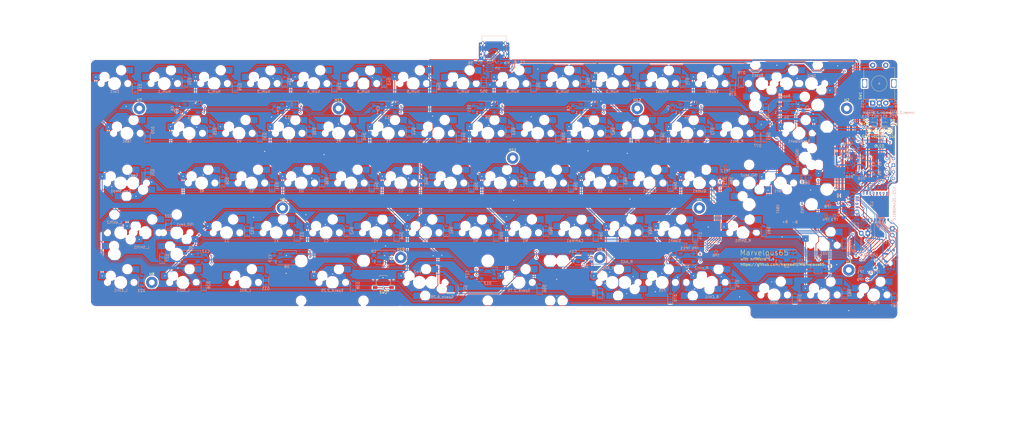
<source format=kicad_pcb>
(kicad_pcb (version 20171130) (host pcbnew "(5.1.9-0-10_14)")
  (layers (0 F.Cu signal) (31 B.Cu signal) (34 B.Paste user) (35 F.Paste user) (36 B.SilkS user) (37 F.SilkS user) (38 B.Mask user) (39 F.Mask user) (44 Edge.Cuts user))
  (net 0 "")
  (net 1 "Net-(A1-Pad2)")
  (net 2 "Net-(B1-Pad2)")
  (net 3 "Net-(Backslash1-Pad2)")
  (net 4 "Net-(Bspc1-Pad2)")
  (net 5 "Net-(C1-Pad2)")
  (net 6 "Net-(Cap1-Pad2)")
  (net 7 "Net-(Colon1-Pad2)")
  (net 8 "Net-(Comma1-Pad2)")
  (net 9 "Net-(D1-Pad2)")
  (net 10 "Net-(D2-Pad2)")
  (net 11 "Net-(D3-Pad2)")
  (net 12 "Net-(D4-Pad2)")
  (net 13 "Net-(D5-Pad2)")
  (net 14 "Net-(D6-Pad2)")
  (net 15 "Net-(D7-Pad2)")
  (net 16 "Net-(D10-Pad2)")
  (net 17 "Net-(D10-Pad4)")
  (net 18 "Net-(D11-Pad2)")
  (net 19 "Net-(D11-Pad4)")
  (net 20 "Net-(D12-Pad2)")
  (net 21 "Net-(D13-Pad2)")
  (net 22 "Net-(D14-Pad2)")
  (net 23 "Net-(D15-Pad2)")
  (net 24 "Net-(D17-Pad1)")
  (net 25 "Net-(D18-Pad1)")
  (net 26 "Net-(D20-Pad2)")
  (net 27 "Net-(D22-Pad2)")
  (net 28 "Net-(D23-Pad2)")
  (net 29 "Net-(D24-Pad2)")
  (net 30 "Net-(D25-Pad2)")
  (net 31 "Net-(D27-Pad2)")
  (net 32 "Net-(D28-Pad2)")
  (net 33 "Net-(D29-Pad2)")
  (net 34 "Net-(D30-Pad2)")
  (net 35 "Net-(D31-Pad2)")
  (net 36 "Net-(D32-Pad2)")
  (net 37 "Net-(D33-Pad2)")
  (net 38 "Net-(D34-Pad2)")
  (net 39 "Net-(D37-Pad2)")
  (net 40 "Net-(D38-Pad2)")
  (net 41 "Net-(D39-Pad2)")
  (net 42 "Net-(D40-Pad2)")
  (net 43 "Net-(D41-Pad2)")
  (net 44 "Net-(D43-Pad2)")
  (net 45 "Net-(D44-Pad2)")
  (net 46 "Net-(D46-Pad2)")
  (net 47 "Net-(D47-Pad2)")
  (net 48 "Net-(D48-Pad2)")
  (net 49 "Net-(D49-Pad2)")
  (net 50 "Net-(D50-Pad2)")
  (net 51 "Net-(D52-Pad2)")
  (net 52 "Net-(D53-Pad2)")
  (net 53 "Net-(D54-Pad2)")
  (net 54 "Net-(D55-Pad2)")
  (net 55 "Net-(D56-Pad2)")
  (net 56 "Net-(D57-Pad2)")
  (net 57 "Net-(D58-Pad2)")
  (net 58 "Net-(D60-Pad2)")
  (net 59 "Net-(D61-Pad2)")
  (net 60 "Net-(D62-Pad2)")
  (net 61 "Net-(D63-Pad2)")
  (net 62 "Net-(D65-Pad2)")
  (net 63 "Net-(D66-Pad2)")
  (net 64 "Net-(D69-Pad2)")
  (net 65 "Net-(D70-Pad2)")
  (net 66 "Net-(D71-Pad2)")
  (net 67 "Net-(D72-Pad2)")
  (net 68 "Net-(D73-Pad2)")
  (net 69 "Net-(D75-Pad2)")
  (net 70 "Net-(D76-Pad2)")
  (net 71 "Net-(D77-Pad2)")
  (net 72 "Net-(D78-Pad2)")
  (net 73 "Net-(D81-Pad2)")
  (net 74 "Net-(D82-Pad2)")
  (net 75 "Net-(D84-Pad2)")
  (net 76 COL3)
  (net 77 COL7)
  (net 78 COL2)
  (net 79 EXT_VCC)
  (net 80 GND)
  (net 81 COL0)
  (net 82 COL5)
  (net 83 LED_UNDERGLOW)
  (net 84 VBUS)
  (net 85 LED_INDICATOR)
  (net 86 "Net-(D19-Pad2)")
  (net 87 ROW1)
  (net 88 ROW3)
  (net 89 ROW5)
  (net 90 ROW6)
  (net 91 ROW8)
  (net 92 ROW0)
  (net 93 ROW4)
  (net 94 ROW7)
  (net 95 ROW9)
  (net 96 "Net-(D35-Pad2)")
  (net 97 "Net-(D45-Pad2)")
  (net 98 "Net-(D59-Pad2)")
  (net 99 "Net-(D67-Pad2)")
  (net 100 "Net-(D74-Pad2)")
  (net 101 RS1)
  (net 102 "Net-(D85-Pad2)")
  (net 103 "Net-(D86-Pad2)")
  (net 104 "Net-(D87-Pad2)")
  (net 105 COL6)
  (net 106 "Net-(F2-Pad2)")
  (net 107 COL4)
  (net 108 "Net-(J2-PadB8)")
  (net 109 "Net-(J2-PadA5)")
  (net 110 "Net-(J2-PadA7)")
  (net 111 "Net-(J2-PadA6)")
  (net 112 "Net-(J2-PadA8)")
  (net 113 "Net-(J2-PadB5)")
  (net 114 DATA-)
  (net 115 DATA+)
  (net 116 SWC)
  (net 117 SWD)
  (net 118 nRF_VDD)
  (net 119 VBAT)
  (net 120 SCL)
  (net 121 SDA)
  (net 122 POWER_PIN)
  (net 123 BATTERY_PIN)
  (net 124 "Net-(R9-Pad2)")
  (net 125 "Net-(R10-Pad1)")
  (net 126 RESET)
  (net 127 "Net-(U2-Pad4)")
  (net 128 /P0.00)
  (net 129 /P0.01)
  (net 130 PROG)
  (net 131 DCCH)
  (net 132 /P1.02)
  (net 133 /P1.04)
  (net 134 /P1.06)
  (net 135 Rotary_A)
  (net 136 Rotary_B)
  (net 137 COL1)
  (net 138 "Net-(SW3-Pad1)")
  (net 139 "Net-(C18-Pad1)")
  (net 140 "Net-(Q2-Pad3)")
  (net 141 "Net-(U4-Pad1)")
  (net 142 "Net-(U4-Pad2)")
  (net 143 "Net-(U4-Pad3)")
  (net 144 "Net-(U4-Pad4)")
  (net 145 "Net-(U4-Pad6)")
  (net 146 "Net-(U4-Pad5)")
  (net 147 Rot_A)
  (net 148 Rot_B)
  (module Connector_JST:JST_XH_S2B-XH-A-1_1x02_P2.50mm_Horizontal (layer B.Cu) (at 360.96 -84.37 180)
    (fp_text reference J7 (at 1.25 5.1) (layer B.SilkS) (effects (justify mirror)))
    (fp_text value Conn_01x02)
    (pad 2 thru_hole oval (at 2.5 0 180) (size 1.7 2) (drill 1) (layers *.Cu *.Mask) (net 119 VBAT))
    (pad 1 thru_hole roundrect (at 0 0 180) (size 1.7 2) (drill 1) (layers *.Cu *.Mask) (roundrect_rratio 0.147059) (net 80 GND))
  )
  (module SofleKeyboard-footprint:Jumper (layer B.Cu) (at 370.67962 -130.61 180)
    (fp_text reference JP2 hide)
    (fp_text value Jumper_2_Bridged (at -2.755 0) (layer B.SilkS) (effects (font (size 0.8128 0.8128)) (justify mirror)))
    (pad 2 smd rect (at 0.50038 0 180) (size 0.635 1.143) (layers B.Cu B.Paste B.Mask) (net 136 Rotary_B) (clearance 0.1905))
    (pad 1 smd rect (at -0.50038 0 180) (size 0.635 1.143) (layers B.Cu B.Paste B.Mask) (net 148 Rot_B) (clearance 0.1905))
  )
  (module SofleKeyboard-footprint:Jumper (layer B.Cu) (at 361.91962 -130.57 180)
    (fp_text reference JP1 hide)
    (fp_text value Jumper_2_Bridged (at -2.755 0) (layer B.SilkS) (effects (font (size 0.8128 0.8128)) (justify mirror)))
    (pad 2 smd rect (at 0.50038 0 180) (size 0.635 1.143) (layers B.Cu B.Paste B.Mask) (net 135 Rotary_A) (clearance 0.1905))
    (pad 1 smd rect (at -0.50038 0 180) (size 0.635 1.143) (layers B.Cu B.Paste B.Mask) (net 147 Rot_A) (clearance 0.1905))
  )
  (module Button_Switch_SMD:SW_SPDT_PCM12 (layer B.Cu) (at 369.42 -74.27 270)
    (fp_text reference SW3 (at 0 3.2 90) (layer B.SilkS) (effects (justify mirror)))
    (fp_text value SW_SPDT)
    (pad "" smd rect (at -3.65 0.78 270) (size 1 0.8) (layers B.Cu B.Paste B.Mask))
    (pad "" smd rect (at 3.65 0.78 270) (size 1 0.8) (layers B.Cu B.Paste B.Mask))
    (pad "" smd rect (at 3.65 -1.43 270) (size 1 0.8) (layers B.Cu B.Paste B.Mask))
    (pad "" smd rect (at -3.65 -1.43 270) (size 1 0.8) (layers B.Cu B.Paste B.Mask))
    (pad 3 smd rect (at 2.25 1.43 270) (size 0.7 1.5) (layers B.Cu B.Paste B.Mask) (net 140 "Net-(Q2-Pad3)"))
    (pad 2 smd rect (at 0.75 1.43 270) (size 0.7 1.5) (layers B.Cu B.Paste B.Mask) (net 119 VBAT))
    (pad 1 smd rect (at -2.25 1.43 270) (size 0.7 1.5) (layers B.Cu B.Paste B.Mask) (net 138 "Net-(SW3-Pad1)"))
    (pad "" np_thru_hole circle (at 1.5 -0.33 270) (size 0.9 0.9) (drill 0.9) (layers *.Cu *.Mask))
    (pad "" np_thru_hole circle (at -1.5 -0.33 270) (size 0.9 0.9) (drill 0.9) (layers *.Cu *.Mask))
  )
  (module Capacitor_SMD:C_0805_2012Metric_Pad1.15x1.40mm_HandSolder (layer B.Cu) (at 349.11 -115.885 90)
    (fp_text reference C20 (at 0 1.65 90) (layer B.SilkS) (effects (justify mirror)))
    (fp_text value 10uF)
    (pad 2 smd roundrect (at 1.025 0 90) (size 1.15 1.4) (layers B.Cu B.Paste B.Mask) (roundrect_rratio 0.217391) (net 80 GND))
    (pad 1 smd roundrect (at -1.025 0 90) (size 1.15 1.4) (layers B.Cu B.Paste B.Mask) (roundrect_rratio 0.217391) (net 119 VBAT))
  )
  (module Capacitor_SMD:C_0805_2012Metric_Pad1.15x1.40mm_HandSolder (layer B.Cu) (at 353.235 -120.03)
    (fp_text reference C19 (at 0 1.65) (layer B.SilkS) (effects (justify mirror)))
    (fp_text value 10uF)
    (pad 2 smd roundrect (at 1.025 0) (size 1.15 1.4) (layers B.Cu B.Paste B.Mask) (roundrect_rratio 0.217391) (net 80 GND))
    (pad 1 smd roundrect (at -1.025 0) (size 1.15 1.4) (layers B.Cu B.Paste B.Mask) (roundrect_rratio 0.217391) (net 118 nRF_VDD))
  )
  (module Capacitor_SMD:C_0805_2012Metric_Pad1.15x1.40mm_HandSolder (layer B.Cu) (at 351.41 -115.845 90)
    (fp_text reference C18 (at 0 1.65 90) (layer B.SilkS) (effects (justify mirror)))
    (fp_text value 10uF)
    (pad 2 smd roundrect (at 1.025 0 90) (size 1.15 1.4) (layers B.Cu B.Paste B.Mask) (roundrect_rratio 0.217391) (net 80 GND))
    (pad 1 smd roundrect (at -1.025 0 90) (size 1.15 1.4) (layers B.Cu B.Paste B.Mask) (roundrect_rratio 0.217391) (net 139 "Net-(C18-Pad1)"))
  )
  (module TestPoint:TestPoint_Pad_D1.0mm (layer B.Cu) (at 291.167072 -80.049827)
    (fp_text reference TP13 (at 0 1.448) (layer B.SilkS) (effects (justify mirror)))
    (fp_text value TestPoint)
    (pad 1 smd circle (at 0 0) (size 1 1) (layers B.Cu B.Mask) (net 88 ROW3))
  )
  (module TestPoint:TestPoint_Pad_D1.0mm (layer B.Cu) (at 306.467072 -109.749827)
    (fp_text reference TP12 (at 0 1.448) (layer B.SilkS) (effects (justify mirror)))
    (fp_text value TestPoint)
    (pad 1 smd circle (at 0 0) (size 1 1) (layers B.Cu B.Mask) (net 93 ROW4))
  )
  (module TestPoint:TestPoint_Pad_D1.0mm (layer B.Cu) (at 335.367072 -73.949827)
    (fp_text reference TP11 (at 0 1.448) (layer B.SilkS) (effects (justify mirror)))
    (fp_text value TestPoint)
    (pad 1 smd circle (at 0 0) (size 1 1) (layers B.Cu B.Mask) (net 83 LED_UNDERGLOW))
  )
  (module TestPoint:TestPoint_Pad_D1.0mm (layer B.Cu) (at 363.867072 -71.049827)
    (fp_text reference TP10 (at 0 1.448) (layer B.SilkS) (effects (justify mirror)))
    (fp_text value TestPoint)
    (pad 1 smd circle (at 0 0) (size 1 1) (layers B.Cu B.Mask) (net 132 /P1.02))
  )
  (module TestPoint:TestPoint_Pad_D1.0mm (layer B.Cu) (at 358.167072 -67.949827)
    (fp_text reference TP9 (at 0 1.448) (layer B.SilkS) (effects (justify mirror)))
    (fp_text value TestPoint)
    (pad 1 smd circle (at 0 0) (size 1 1) (layers B.Cu B.Mask) (net 133 /P1.04))
  )
  (module TestPoint:TestPoint_Pad_D1.0mm (layer B.Cu) (at 345.667072 -96.049827)
    (fp_text reference TP8 (at 0 1.448) (layer B.SilkS) (effects (justify mirror)))
    (fp_text value TestPoint)
    (pad 1 smd circle (at 0 0) (size 1 1) (layers B.Cu B.Mask) (net 123 BATTERY_PIN))
  )
  (module TestPoint:TestPoint_Pad_D1.0mm (layer B.Cu) (at 355.167072 -78.749827)
    (fp_text reference TP7 (at 0 1.448) (layer B.SilkS) (effects (justify mirror)))
    (fp_text value TestPoint)
    (pad 1 smd circle (at 0 0) (size 1 1) (layers B.Cu B.Mask) (net 81 COL0))
  )
  (module TestPoint:TestPoint_Pad_D1.0mm (layer B.Cu) (at 302.867072 -77.349827)
    (fp_text reference TP6 (at 0 1.448) (layer B.SilkS) (effects (justify mirror)))
    (fp_text value TestPoint)
    (pad 1 smd circle (at 0 0) (size 1 1) (layers B.Cu B.Mask) (net 89 ROW5))
  )
  (module TestPoint:TestPoint_Pad_D1.0mm (layer B.Cu) (at 294.967072 -80.049827)
    (fp_text reference TP5 (at 0 1.448) (layer B.SilkS) (effects (justify mirror)))
    (fp_text value TestPoint)
    (pad 1 smd circle (at 0 0) (size 1 1) (layers B.Cu B.Mask) (net 137 COL1))
  )
  (module TestPoint:TestPoint_Pad_D1.0mm (layer B.Cu) (at 344.967072 -91.049827)
    (fp_text reference TP4 (at 0 1.448) (layer B.SilkS) (effects (justify mirror)))
    (fp_text value TestPoint)
    (pad 1 smd circle (at 0 0) (size 1 1) (layers B.Cu B.Mask) (net 76 COL3))
  )
  (module TestPoint:TestPoint_Pad_D1.0mm (layer B.Cu) (at 348.267072 -91.049827)
    (fp_text reference TP3 (at 0 1.448) (layer B.SilkS) (effects (justify mirror)))
    (fp_text value TestPoint)
    (pad 1 smd circle (at 0 0) (size 1 1) (layers B.Cu B.Mask) (net 78 COL2))
  )
  (module TestPoint:TestPoint_Pad_D1.0mm (layer B.Cu) (at 358.167072 -71.049827)
    (fp_text reference TP1 (at 0 1.448) (layer B.SilkS) (effects (justify mirror)))
    (fp_text value TestPoint)
    (pad 1 smd circle (at 0 0) (size 1 1) (layers B.Cu B.Mask) (net 134 /P1.06))
  )
  (module Diode_SMD:D_SOD-123 (layer B.Cu) (at 358.567072 -107.424827)
    (fp_text reference D16 (at 0 2) (layer B.SilkS) (effects (justify mirror)))
    (fp_text value 1N5819)
    (pad 2 smd rect (at 1.65 0) (size 0.9 1.2) (layers B.Cu B.Paste B.Mask) (net 84 VBUS))
    (pad 1 smd rect (at -1.65 0) (size 0.9 1.2) (layers B.Cu B.Paste B.Mask) (net 139 "Net-(C18-Pad1)"))
  )
  (module Button_Switch_SMD:SW_SPST_TL3342 (layer B.Cu) (at 341.917072 -71.749827 180)
    (fp_text reference SW4 (at 0 3.75) (layer B.SilkS) (effects (justify mirror)))
    (fp_text value SW_PUSH)
    (pad 2 smd rect (at 3.15 -1.9 180) (size 1.7 1) (layers B.Cu B.Paste B.Mask) (net 80 GND))
    (pad 2 smd rect (at -3.15 -1.9 180) (size 1.7 1) (layers B.Cu B.Paste B.Mask) (net 80 GND))
    (pad 1 smd rect (at 3.15 1.9 180) (size 1.7 1) (layers B.Cu B.Paste B.Mask) (net 126 RESET))
    (pad 1 smd rect (at -3.15 1.9 180) (size 1.7 1) (layers B.Cu B.Paste B.Mask) (net 126 RESET))
  )
  (module Connector_PinSocket_2.54mm:PinSocket_1x03_P2.54mm_Vertical (layer B.Cu) (at 370.348322 -86.162327 180)
    (fp_text reference J6 (at 0 2.77) (layer B.SilkS) (effects (justify mirror)))
    (fp_text value Conn_01x03)
    (pad 3 thru_hole oval (at 0 -5.08 180) (size 1.7 1.7) (drill 1) (layers *.Cu *.Mask) (net 132 /P1.02))
    (pad 2 thru_hole oval (at 0 -2.54 180) (size 1.7 1.7) (drill 1) (layers *.Cu *.Mask) (net 133 /P1.04))
    (pad 1 thru_hole rect (at 0 0 180) (size 1.7 1.7) (drill 1) (layers *.Cu *.Mask) (net 134 /P1.06))
  )
  (module Package_TO_SOT_SMD:TSOT-23 (layer B.Cu) (at 358.667072 -110.939827 90)
    (fp_text reference Q2 (at 2.56 0 180) (layer B.SilkS) (effects (justify mirror)))
    (fp_text value AO3407)
    (pad 3 smd rect (at 1.31 0 90) (size 1.22 0.65) (layers B.Cu B.Paste B.Mask) (net 140 "Net-(Q2-Pad3)"))
    (pad 2 smd rect (at -1.31 -0.95 90) (size 1.22 0.65) (layers B.Cu B.Paste B.Mask) (net 139 "Net-(C18-Pad1)"))
    (pad 1 smd rect (at -1.31 0.95 90) (size 1.22 0.65) (layers B.Cu B.Paste B.Mask) (net 84 VBUS))
  )
  (module MX_Only:MXOnly-1U-Hotswap (layer F.Cu) (at 120.317072 -122.674827)
    (fp_text reference W1)
    (fp_text value 1)
    (fp_text user %R (at 0 3.048) (layer B.SilkS) (effects (justify mirror)))
    (pad 2 smd rect (at 5.842 -5.08) (size 2.55 2.5) (layers B.Cu B.Paste B.Mask) (net 34 "Net-(D30-Pad2)"))
    (pad 1 smd rect (at -7.085 -2.54) (size 2.55 2.5) (layers B.Cu B.Paste B.Mask) (net 137 COL1))
    (pad "" np_thru_hole circle (at 5.08 0 48.0996) (size 1.75 1.75) (drill 1.75) (layers *.Cu *.Mask))
    (pad "" np_thru_hole circle (at -5.08 0 48.0996) (size 1.75 1.75) (drill 1.75) (layers *.Cu *.Mask))
    (pad "" np_thru_hole circle (at -3.81 -2.54) (size 3 3) (drill 3) (layers *.Cu *.Mask))
    (pad "" np_thru_hole circle (at 0 0) (size 3.9878 3.9878) (drill 3.9878) (layers *.Cu *.Mask))
    (pad "" np_thru_hole circle (at 2.54 -5.08) (size 3 3) (drill 3) (layers *.Cu *.Mask))
  )
  (module MX_Only:MXOnly-1U-Hotswap (layer F.Cu) (at 134.604572 -84.574827)
    (fp_text reference X1)
    (fp_text value 1)
    (fp_text user %R (at 0 3.048) (layer B.SilkS) (effects (justify mirror)))
    (pad 2 smd rect (at 5.842 -5.08) (size 2.55 2.5) (layers B.Cu B.Paste B.Mask) (net 39 "Net-(D37-Pad2)"))
    (pad 1 smd rect (at -7.085 -2.54) (size 2.55 2.5) (layers B.Cu B.Paste B.Mask) (net 78 COL2))
    (pad "" np_thru_hole circle (at 5.08 0 48.0996) (size 1.75 1.75) (drill 1.75) (layers *.Cu *.Mask))
    (pad "" np_thru_hole circle (at -5.08 0 48.0996) (size 1.75 1.75) (drill 1.75) (layers *.Cu *.Mask))
    (pad "" np_thru_hole circle (at -3.81 -2.54) (size 3 3) (drill 3) (layers *.Cu *.Mask))
    (pad "" np_thru_hole circle (at 0 0) (size 3.9878 3.9878) (drill 3.9878) (layers *.Cu *.Mask))
    (pad "" np_thru_hole circle (at 2.54 -5.08) (size 3 3) (drill 3) (layers *.Cu *.Mask))
  )
  (module MX_Only:MXOnly-1U-Hotswap (layer F.Cu) (at 196.517072 -122.674827)
    (fp_text reference Y1)
    (fp_text value 1)
    (fp_text user %R (at 0 3.048) (layer B.SilkS) (effects (justify mirror)))
    (pad 2 smd rect (at 5.842 -5.08) (size 2.55 2.5) (layers B.Cu B.Paste B.Mask) (net 49 "Net-(D49-Pad2)"))
    (pad 1 smd rect (at -7.085 -2.54) (size 2.55 2.5) (layers B.Cu B.Paste B.Mask) (net 76 COL3))
    (pad "" np_thru_hole circle (at 5.08 0 48.0996) (size 1.75 1.75) (drill 1.75) (layers *.Cu *.Mask))
    (pad "" np_thru_hole circle (at -5.08 0 48.0996) (size 1.75 1.75) (drill 1.75) (layers *.Cu *.Mask))
    (pad "" np_thru_hole circle (at -3.81 -2.54) (size 3 3) (drill 3) (layers *.Cu *.Mask))
    (pad "" np_thru_hole circle (at 0 0) (size 3.9878 3.9878) (drill 3.9878) (layers *.Cu *.Mask))
    (pad "" np_thru_hole circle (at 2.54 -5.08) (size 3 3) (drill 3) (layers *.Cu *.Mask))
  )
  (module MX_Only:MXOnly-1U-Hotswap (layer F.Cu) (at 115.554572 -84.574827)
    (fp_text reference Z1)
    (fp_text value 1)
    (fp_text user %R (at 0 3.048) (layer B.SilkS) (effects (justify mirror)))
    (pad 2 smd rect (at 5.842 -5.08) (size 2.55 2.5) (layers B.Cu B.Paste B.Mask) (net 36 "Net-(D32-Pad2)"))
    (pad 1 smd rect (at -7.085 -2.54) (size 2.55 2.5) (layers B.Cu B.Paste B.Mask) (net 137 COL1))
    (pad "" np_thru_hole circle (at 5.08 0 48.0996) (size 1.75 1.75) (drill 1.75) (layers *.Cu *.Mask))
    (pad "" np_thru_hole circle (at -5.08 0 48.0996) (size 1.75 1.75) (drill 1.75) (layers *.Cu *.Mask))
    (pad "" np_thru_hole circle (at -3.81 -2.54) (size 3 3) (drill 3) (layers *.Cu *.Mask))
    (pad "" np_thru_hole circle (at 0 0) (size 3.9878 3.9878) (drill 3.9878) (layers *.Cu *.Mask))
    (pad "" np_thru_hole circle (at 2.54 -5.08) (size 3 3) (drill 3) (layers *.Cu *.Mask))
  )
  (module MX_Only:MXOnly-1.5U-Hotswap (layer F.Cu) (at 334.629572 -122.674827)
    (fp_text reference Backslash1)
    (fp_text value 1.5)
    (fp_text user %R (at 0 3.048) (layer B.SilkS) (effects (justify mirror)))
    (pad 2 smd rect (at 5.842 -5.08) (size 2.55 2.5) (layers B.Cu B.Paste B.Mask) (net 3 "Net-(Backslash1-Pad2)"))
    (pad 1 smd rect (at -7.085 -2.54) (size 2.55 2.5) (layers B.Cu B.Paste B.Mask) (net 77 COL7))
    (pad "" np_thru_hole circle (at 5.08 0 48.0996) (size 1.75 1.75) (drill 1.75) (layers *.Cu *.Mask))
    (pad "" np_thru_hole circle (at -5.08 0 48.0996) (size 1.75 1.75) (drill 1.75) (layers *.Cu *.Mask))
    (pad "" np_thru_hole circle (at -3.81 -2.54) (size 3 3) (drill 3) (layers *.Cu *.Mask))
    (pad "" np_thru_hole circle (at 0 0) (size 3.9878 3.9878) (drill 3.9878) (layers *.Cu *.Mask))
    (pad "" np_thru_hole circle (at 2.54 -5.08) (size 3 3) (drill 3) (layers *.Cu *.Mask))
  )
  (module MX_Only:MXOnly-1U-Hotswap (layer F.Cu) (at 96.504572 -84.574827 180)
    (fp_text reference ISO_key1)
    (fp_text value 1)
    (fp_text user %R (at -3.175 3.175) (layer B.SilkS) (effects (justify mirror)))
    (pad 2 smd rect (at 5.842 -5.08 180) (size 2.55 2.5) (layers B.Cu B.Paste B.Mask) (net 31 "Net-(D27-Pad2)"))
    (pad 1 smd rect (at -7.085 -2.54 180) (size 2.55 2.5) (layers B.Cu B.Paste B.Mask) (net 137 COL1))
    (pad "" np_thru_hole circle (at 5.08 0 228.0996) (size 1.75 1.75) (drill 1.75) (layers *.Cu *.Mask))
    (pad "" np_thru_hole circle (at -5.08 0 228.0996) (size 1.75 1.75) (drill 1.75) (layers *.Cu *.Mask))
    (pad "" np_thru_hole circle (at -3.81 -2.54 180) (size 3 3) (drill 3) (layers *.Cu *.Mask))
    (pad "" np_thru_hole circle (at 0 0 180) (size 3.9878 3.9878) (drill 3.9878) (layers *.Cu *.Mask))
    (pad "" np_thru_hole circle (at 2.54 -5.08 180) (size 3 3) (drill 3) (layers *.Cu *.Mask))
  )
  (module MX_Only:MXOnly-1U-Hotswap (layer F.Cu) (at 315.579572 -103.624827 180)
    (fp_text reference ISO_key2)
    (fp_text value 2.25)
    (fp_text user %R (at 0 3.048) (layer B.SilkS) (effects (justify mirror)))
    (pad 2 smd rect (at 5.842 -5.08 180) (size 2.55 2.5) (layers B.Cu B.Paste B.Mask) (net 102 "Net-(D85-Pad2)"))
    (pad 1 smd rect (at -7.085 -2.54 180) (size 2.55 2.5) (layers B.Cu B.Paste B.Mask) (net 77 COL7))
    (pad "" np_thru_hole circle (at 5.08 0 228.0996) (size 1.75 1.75) (drill 1.75) (layers *.Cu *.Mask))
    (pad "" np_thru_hole circle (at -5.08 0 228.0996) (size 1.75 1.75) (drill 1.75) (layers *.Cu *.Mask))
    (pad "" np_thru_hole circle (at -3.81 -2.54 180) (size 3 3) (drill 3) (layers *.Cu *.Mask))
    (pad "" np_thru_hole circle (at 0 0 180) (size 3.9878 3.9878) (drill 3.9878) (layers *.Cu *.Mask))
    (pad "" np_thru_hole circle (at 2.54 -5.08 180) (size 3 3) (drill 3) (layers *.Cu *.Mask))
  )
  (module MX_Only:MXOnly-1.25U-Hotswap (layer F.Cu) (at 75.073322 -84.574827 180)
    (fp_text reference L_shift2)
    (fp_text value 1.25)
    (fp_text user %R (at 2.38125 3.96875) (layer B.SilkS) (effects (justify mirror)))
    (pad 2 smd rect (at 5.842 -5.08 180) (size 2.55 2.5) (layers B.Cu B.Paste B.Mask) (net 27 "Net-(D22-Pad2)"))
    (pad 1 smd rect (at -7.085 -2.54 180) (size 2.55 2.5) (layers B.Cu B.Paste B.Mask) (net 81 COL0))
    (pad "" np_thru_hole circle (at 5.08 0 228.0996) (size 1.75 1.75) (drill 1.75) (layers *.Cu *.Mask))
    (pad "" np_thru_hole circle (at -5.08 0 228.0996) (size 1.75 1.75) (drill 1.75) (layers *.Cu *.Mask))
    (pad "" np_thru_hole circle (at -3.81 -2.54 180) (size 3 3) (drill 3) (layers *.Cu *.Mask))
    (pad "" np_thru_hole circle (at 0 0 180) (size 3.9878 3.9878) (drill 3.9878) (layers *.Cu *.Mask))
    (pad "" np_thru_hole circle (at 2.54 -5.08 180) (size 3 3) (drill 3) (layers *.Cu *.Mask))
  )
  (module LED_SMD:LED_WS2812B_PLCC4_5.0x5.0mm_P3.2mm (layer B.Cu) (at 291.767072 -75.049827)
    (fp_text reference D2 (at 0 3.5) (layer B.SilkS) (effects (justify mirror)))
    (fp_text value WS2812B)
    (fp_text user 1 (at -4.15 1.6) (layer B.SilkS) (effects (justify mirror)))
    (pad 1 smd rect (at -2.45 1.6) (size 1.5 1) (layers B.Cu B.Paste B.Mask) (net 79 EXT_VCC))
    (pad 2 smd rect (at -2.45 -1.6) (size 1.5 1) (layers B.Cu B.Paste B.Mask) (net 10 "Net-(D2-Pad2)"))
    (pad 4 smd rect (at 2.45 1.6) (size 1.5 1) (layers B.Cu B.Paste B.Mask) (net 22 "Net-(D14-Pad2)"))
    (pad 3 smd rect (at 2.45 -1.6) (size 1.5 1) (layers B.Cu B.Paste B.Mask) (net 80 GND))
  )
  (module LED_SMD:LED_WS2812B_PLCC4_5.0x5.0mm_P3.2mm (layer B.Cu) (at 329.867072 -132.199827)
    (fp_text reference D4 (at 0 3.5) (layer B.SilkS) (effects (justify mirror)))
    (fp_text value WS2812B)
    (fp_text user 1 (at -4.15 1.6) (layer B.SilkS) (effects (justify mirror)))
    (pad 1 smd rect (at -2.45 1.6) (size 1.5 1) (layers B.Cu B.Paste B.Mask) (net 79 EXT_VCC))
    (pad 2 smd rect (at -2.45 -1.6) (size 1.5 1) (layers B.Cu B.Paste B.Mask) (net 12 "Net-(D4-Pad2)"))
    (pad 4 smd rect (at 2.45 1.6) (size 1.5 1) (layers B.Cu B.Paste B.Mask) (net 83 LED_UNDERGLOW))
    (pad 3 smd rect (at 2.45 -1.6) (size 1.5 1) (layers B.Cu B.Paste B.Mask) (net 80 GND))
  )
  (module LED_SMD:LED_WS2812B_PLCC4_5.0x5.0mm_P3.2mm (layer B.Cu) (at 291.767072 -132.212327)
    (fp_text reference D5 (at 0 3.5) (layer B.SilkS) (effects (justify mirror)))
    (fp_text value WS2812B)
    (fp_text user 1 (at -4.15 1.6) (layer B.SilkS) (effects (justify mirror)))
    (pad 1 smd rect (at -2.45 1.6) (size 1.5 1) (layers B.Cu B.Paste B.Mask) (net 79 EXT_VCC))
    (pad 2 smd rect (at -2.45 -1.6) (size 1.5 1) (layers B.Cu B.Paste B.Mask) (net 13 "Net-(D5-Pad2)"))
    (pad 4 smd rect (at 2.45 1.6) (size 1.5 1) (layers B.Cu B.Paste B.Mask) (net 12 "Net-(D4-Pad2)"))
    (pad 3 smd rect (at 2.45 -1.6) (size 1.5 1) (layers B.Cu B.Paste B.Mask) (net 80 GND))
  )
  (module LED_SMD:LED_WS2812B_PLCC4_5.0x5.0mm_P3.2mm (layer B.Cu) (at 102.060822 -75.049827)
    (fp_text reference D6 (at 0 -3.96875) (layer B.SilkS) (effects (justify mirror)))
    (fp_text value WS2812B)
    (fp_text user 1 (at -4.15 1.6) (layer B.SilkS) (effects (justify mirror)))
    (pad 1 smd rect (at -2.45 1.6) (size 1.5 1) (layers B.Cu B.Paste B.Mask) (net 79 EXT_VCC))
    (pad 2 smd rect (at -2.45 -1.6) (size 1.5 1) (layers B.Cu B.Paste B.Mask) (net 14 "Net-(D6-Pad2)"))
    (pad 4 smd rect (at 2.45 1.6) (size 1.5 1) (layers B.Cu B.Paste B.Mask) (net 23 "Net-(D15-Pad2)"))
    (pad 3 smd rect (at 2.45 -1.6) (size 1.5 1) (layers B.Cu B.Paste B.Mask) (net 80 GND))
  )
  (module LED_SMD:LED_WS2812B_PLCC4_5.0x5.0mm_P3.2mm (layer B.Cu) (at 253.667072 -132.199827)
    (fp_text reference D7 (at 0 3.5) (layer B.SilkS) (effects (justify mirror)))
    (fp_text value WS2812B)
    (fp_text user 1 (at -4.15 1.6) (layer B.SilkS) (effects (justify mirror)))
    (pad 1 smd rect (at -2.45 1.6) (size 1.5 1) (layers B.Cu B.Paste B.Mask) (net 79 EXT_VCC))
    (pad 2 smd rect (at -2.45 -1.6) (size 1.5 1) (layers B.Cu B.Paste B.Mask) (net 15 "Net-(D7-Pad2)"))
    (pad 4 smd rect (at 2.45 1.6) (size 1.5 1) (layers B.Cu B.Paste B.Mask) (net 13 "Net-(D5-Pad2)"))
    (pad 3 smd rect (at 2.45 -1.6) (size 1.5 1) (layers B.Cu B.Paste B.Mask) (net 80 GND))
  )
  (module LED_SMD:LED_WS2812B_PLCC4_5.0x5.0mm_P3.2mm (layer B.Cu) (at 138.642072 -75.049827)
    (fp_text reference D8 (at 0 3.5) (layer B.SilkS) (effects (justify mirror)))
    (fp_text value WS2812B)
    (fp_text user 1 (at -4.15 1.6) (layer B.SilkS) (effects (justify mirror)))
    (pad 1 smd rect (at -2.45 1.6) (size 1.5 1) (layers B.Cu B.Paste B.Mask) (net 79 EXT_VCC))
    (pad 2 smd rect (at -2.45 -1.6) (size 1.5 1) (layers B.Cu B.Paste B.Mask) (net 17 "Net-(D10-Pad4)"))
    (pad 4 smd rect (at 2.45 1.6) (size 1.5 1) (layers B.Cu B.Paste B.Mask) (net 14 "Net-(D6-Pad2)"))
    (pad 3 smd rect (at 2.45 -1.6) (size 1.5 1) (layers B.Cu B.Paste B.Mask) (net 80 GND))
  )
  (module LED_SMD:LED_WS2812B_PLCC4_5.0x5.0mm_P3.2mm (layer B.Cu) (at 215.567072 -132.199827)
    (fp_text reference D9 (at 0 3.5) (layer B.SilkS) (effects (justify mirror)))
    (fp_text value WS2812B)
    (fp_text user 1 (at -4.15 1.6) (layer B.SilkS) (effects (justify mirror)))
    (pad 1 smd rect (at -2.45 1.6) (size 1.5 1) (layers B.Cu B.Paste B.Mask) (net 79 EXT_VCC))
    (pad 2 smd rect (at -2.45 -1.6) (size 1.5 1) (layers B.Cu B.Paste B.Mask) (net 19 "Net-(D11-Pad4)"))
    (pad 4 smd rect (at 2.45 1.6) (size 1.5 1) (layers B.Cu B.Paste B.Mask) (net 15 "Net-(D7-Pad2)"))
    (pad 3 smd rect (at 2.45 -1.6) (size 1.5 1) (layers B.Cu B.Paste B.Mask) (net 80 GND))
  )
  (module LED_SMD:LED_WS2812B_PLCC4_5.0x5.0mm_P3.2mm (layer B.Cu) (at 176.417072 -75.074827)
    (fp_text reference D10 (at 0 3.5) (layer B.SilkS) (effects (justify mirror)))
    (fp_text value WS2812B)
    (fp_text user 1 (at -4.15 1.6) (layer B.SilkS) (effects (justify mirror)))
    (pad 1 smd rect (at -2.45 1.6) (size 1.5 1) (layers B.Cu B.Paste B.Mask) (net 79 EXT_VCC))
    (pad 2 smd rect (at -2.45 -1.6) (size 1.5 1) (layers B.Cu B.Paste B.Mask) (net 16 "Net-(D10-Pad2)"))
    (pad 4 smd rect (at 2.45 1.6) (size 1.5 1) (layers B.Cu B.Paste B.Mask) (net 17 "Net-(D10-Pad4)"))
    (pad 3 smd rect (at 2.45 -1.6) (size 1.5 1) (layers B.Cu B.Paste B.Mask) (net 80 GND))
  )
  (module LED_SMD:LED_WS2812B_PLCC4_5.0x5.0mm_P3.2mm (layer B.Cu) (at 177.467072 -132.199827)
    (fp_text reference D11 (at 0 3.5) (layer B.SilkS) (effects (justify mirror)))
    (fp_text value WS2812B)
    (fp_text user 1 (at -4.15 1.6) (layer B.SilkS) (effects (justify mirror)))
    (pad 1 smd rect (at -2.45 1.6) (size 1.5 1) (layers B.Cu B.Paste B.Mask) (net 79 EXT_VCC))
    (pad 2 smd rect (at -2.45 -1.6) (size 1.5 1) (layers B.Cu B.Paste B.Mask) (net 18 "Net-(D11-Pad2)"))
    (pad 4 smd rect (at 2.45 1.6) (size 1.5 1) (layers B.Cu B.Paste B.Mask) (net 19 "Net-(D11-Pad4)"))
    (pad 3 smd rect (at 2.45 -1.6) (size 1.5 1) (layers B.Cu B.Paste B.Mask) (net 80 GND))
  )
  (module LED_SMD:LED_WS2812B_PLCC4_5.0x5.0mm_P3.2mm (layer B.Cu) (at 215.498322 -68.687327)
    (fp_text reference D12 (at 0 3.5) (layer B.SilkS) (effects (justify mirror)))
    (fp_text value WS2812B)
    (fp_text user 1 (at -4.15 1.6) (layer B.SilkS) (effects (justify mirror)))
    (pad 1 smd rect (at -2.45 1.6) (size 1.5 1) (layers B.Cu B.Paste B.Mask) (net 79 EXT_VCC))
    (pad 2 smd rect (at -2.45 -1.6) (size 1.5 1) (layers B.Cu B.Paste B.Mask) (net 20 "Net-(D12-Pad2)"))
    (pad 4 smd rect (at 2.45 1.6) (size 1.5 1) (layers B.Cu B.Paste B.Mask) (net 16 "Net-(D10-Pad2)"))
    (pad 3 smd rect (at 2.45 -1.6) (size 1.5 1) (layers B.Cu B.Paste B.Mask) (net 80 GND))
  )
  (module LED_SMD:LED_WS2812B_PLCC4_5.0x5.0mm_P3.2mm (layer B.Cu) (at 139.367072 -132.199827)
    (fp_text reference D13 (at 0 3.5) (layer B.SilkS) (effects (justify mirror)))
    (fp_text value WS2812B)
    (fp_text user 1 (at -4.15 1.6) (layer B.SilkS) (effects (justify mirror)))
    (pad 1 smd rect (at -2.45 1.6) (size 1.5 1) (layers B.Cu B.Paste B.Mask) (net 79 EXT_VCC))
    (pad 2 smd rect (at -2.45 -1.6) (size 1.5 1) (layers B.Cu B.Paste B.Mask) (net 21 "Net-(D13-Pad2)"))
    (pad 4 smd rect (at 2.45 1.6) (size 1.5 1) (layers B.Cu B.Paste B.Mask) (net 18 "Net-(D11-Pad2)"))
    (pad 3 smd rect (at 2.45 -1.6) (size 1.5 1) (layers B.Cu B.Paste B.Mask) (net 80 GND))
  )
  (module LED_SMD:LED_WS2812B_PLCC4_5.0x5.0mm_P3.2mm (layer B.Cu) (at 252.567072 -75.049827)
    (fp_text reference D14 (at 0 3.5) (layer B.SilkS) (effects (justify mirror)))
    (fp_text value WS2812B)
    (fp_text user 1 (at -4.15 1.6) (layer B.SilkS) (effects (justify mirror)))
    (pad 1 smd rect (at -2.45 1.6) (size 1.5 1) (layers B.Cu B.Paste B.Mask) (net 79 EXT_VCC))
    (pad 2 smd rect (at -2.45 -1.6) (size 1.5 1) (layers B.Cu B.Paste B.Mask) (net 22 "Net-(D14-Pad2)"))
    (pad 4 smd rect (at 2.45 1.6) (size 1.5 1) (layers B.Cu B.Paste B.Mask) (net 20 "Net-(D12-Pad2)"))
    (pad 3 smd rect (at 2.45 -1.6) (size 1.5 1) (layers B.Cu B.Paste B.Mask) (net 80 GND))
  )
  (module LED_SMD:LED_WS2812B_PLCC4_5.0x5.0mm_P3.2mm (layer B.Cu) (at 102.129572 -132.212327)
    (fp_text reference D15 (at 0 3.5) (layer B.SilkS) (effects (justify mirror)))
    (fp_text value WS2812B)
    (fp_text user 1 (at -4.15 1.6) (layer B.SilkS) (effects (justify mirror)))
    (pad 1 smd rect (at -2.45 1.6) (size 1.5 1) (layers B.Cu B.Paste B.Mask) (net 79 EXT_VCC))
    (pad 2 smd rect (at -2.45 -1.6) (size 1.5 1) (layers B.Cu B.Paste B.Mask) (net 23 "Net-(D15-Pad2)"))
    (pad 4 smd rect (at 2.45 1.6) (size 1.5 1) (layers B.Cu B.Paste B.Mask) (net 21 "Net-(D13-Pad2)"))
    (pad 3 smd rect (at 2.45 -1.6) (size 1.5 1) (layers B.Cu B.Paste B.Mask) (net 80 GND))
  )
  (module MX_Only:MXOnly-1.5U-Hotswap (layer F.Cu) (at 267.954572 -65.524827 180)
    (fp_text reference R_Alt2)
    (fp_text value 1.5)
    (fp_text user %R (at -0.79375 7.9375) (layer B.SilkS) (effects (justify mirror)))
    (pad 2 smd rect (at 5.842 -5.08 180) (size 2.55 2.5) (layers B.Cu B.Paste B.Mask) (net 62 "Net-(D65-Pad2)"))
    (pad 1 smd rect (at -7.085 -2.54 180) (size 2.55 2.5) (layers B.Cu B.Paste B.Mask) (net 82 COL5))
    (pad "" np_thru_hole circle (at 5.08 0 228.0996) (size 1.75 1.75) (drill 1.75) (layers *.Cu *.Mask))
    (pad "" np_thru_hole circle (at -5.08 0 228.0996) (size 1.75 1.75) (drill 1.75) (layers *.Cu *.Mask))
    (pad "" np_thru_hole circle (at -3.81 -2.54 180) (size 3 3) (drill 3) (layers *.Cu *.Mask))
    (pad "" np_thru_hole circle (at 0 0 180) (size 3.9878 3.9878) (drill 3.9878) (layers *.Cu *.Mask))
    (pad "" np_thru_hole circle (at 2.54 -5.08 180) (size 3 3) (drill 3) (layers *.Cu *.Mask))
  )
  (module MX_Only:MXOnly-1.5U-Hotswap (layer F.Cu) (at 296.529572 -65.524827 180)
    (fp_text reference R_ctrl2)
    (fp_text value 1.5)
    (fp_text user %R (at -0.79375 5.55625) (layer B.SilkS) (effects (justify mirror)))
    (pad 2 smd rect (at 5.842 -5.08 180) (size 2.55 2.5) (layers B.Cu B.Paste B.Mask) (net 69 "Net-(D75-Pad2)"))
    (pad 1 smd rect (at -7.085 -2.54 180) (size 2.55 2.5) (layers B.Cu B.Paste B.Mask) (net 105 COL6))
    (pad "" np_thru_hole circle (at 5.08 0 228.0996) (size 1.75 1.75) (drill 1.75) (layers *.Cu *.Mask))
    (pad "" np_thru_hole circle (at -5.08 0 228.0996) (size 1.75 1.75) (drill 1.75) (layers *.Cu *.Mask))
    (pad "" np_thru_hole circle (at -3.81 -2.54 180) (size 3 3) (drill 3) (layers *.Cu *.Mask))
    (pad "" np_thru_hole circle (at 0 0 180) (size 3.9878 3.9878) (drill 3.9878) (layers *.Cu *.Mask))
    (pad "" np_thru_hole circle (at 2.54 -5.08 180) (size 3 3) (drill 3) (layers *.Cu *.Mask))
  )
  (module MX_Only:MXOnly-2.25U-Hotswap (layer F.Cu) (at 327.485822 -103.624827)
    (fp_text reference Enter1)
    (fp_text value 2.25)
    (fp_text user %R (at 0 3.048) (layer B.SilkS) (effects (justify mirror)))
    (pad "" np_thru_hole circle (at -11.938 8.255) (size 3.9878 3.9878) (drill 3.9878) (layers *.Cu *.Mask))
    (pad "" np_thru_hole circle (at 11.938 8.255) (size 3.9878 3.9878) (drill 3.9878) (layers *.Cu *.Mask))
    (pad "" np_thru_hole circle (at -11.938 -6.985) (size 3.048 3.048) (drill 3.048) (layers *.Cu *.Mask))
    (pad "" np_thru_hole circle (at 11.938 -6.985) (size 3.048 3.048) (drill 3.048) (layers *.Cu *.Mask))
    (pad 2 smd rect (at 5.842 -5.08) (size 2.55 2.5) (layers B.Cu B.Paste B.Mask) (net 102 "Net-(D85-Pad2)"))
    (pad 1 smd rect (at -7.085 -2.54) (size 2.55 2.5) (layers B.Cu B.Paste B.Mask) (net 77 COL7))
    (pad "" np_thru_hole circle (at 5.08 0 48.0996) (size 1.75 1.75) (drill 1.75) (layers *.Cu *.Mask))
    (pad "" np_thru_hole circle (at -5.08 0 48.0996) (size 1.75 1.75) (drill 1.75) (layers *.Cu *.Mask))
    (pad "" np_thru_hole circle (at -3.81 -2.54) (size 3 3) (drill 3) (layers *.Cu *.Mask))
    (pad "" np_thru_hole circle (at 0 0) (size 3.9878 3.9878) (drill 3.9878) (layers *.Cu *.Mask))
    (pad "" np_thru_hole circle (at 2.54 -5.08) (size 3 3) (drill 3) (layers *.Cu *.Mask))
  )
  (module MX_Only:MXOnly-1U-Hotswap (layer F.Cu) (at 172.704572 -84.574827)
    (fp_text reference V1)
    (fp_text value 1)
    (fp_text user %R (at 0 3.048) (layer B.SilkS) (effects (justify mirror)))
    (pad 2 smd rect (at 5.842 -5.08) (size 2.55 2.5) (layers B.Cu B.Paste B.Mask) (net 46 "Net-(D46-Pad2)"))
    (pad 1 smd rect (at -7.085 -2.54) (size 2.55 2.5) (layers B.Cu B.Paste B.Mask) (net 76 COL3))
    (pad "" np_thru_hole circle (at 5.08 0 48.0996) (size 1.75 1.75) (drill 1.75) (layers *.Cu *.Mask))
    (pad "" np_thru_hole circle (at -5.08 0 48.0996) (size 1.75 1.75) (drill 1.75) (layers *.Cu *.Mask))
    (pad "" np_thru_hole circle (at -3.81 -2.54) (size 3 3) (drill 3) (layers *.Cu *.Mask))
    (pad "" np_thru_hole circle (at 0 0) (size 3.9878 3.9878) (drill 3.9878) (layers *.Cu *.Mask))
    (pad "" np_thru_hole circle (at 2.54 -5.08) (size 3 3) (drill 3) (layers *.Cu *.Mask))
  )
  (module MX_Only:MXOnly-1U-Hotswap (layer F.Cu) (at 158.417072 -122.674827)
    (fp_text reference R1)
    (fp_text value 1)
    (fp_text user %R (at 0 3.048) (layer B.SilkS) (effects (justify mirror)))
    (pad 2 smd rect (at 5.842 -5.08) (size 2.55 2.5) (layers B.Cu B.Paste B.Mask) (net 42 "Net-(D40-Pad2)"))
    (pad 1 smd rect (at -7.085 -2.54) (size 2.55 2.5) (layers B.Cu B.Paste B.Mask) (net 78 COL2))
    (pad "" np_thru_hole circle (at 5.08 0 48.0996) (size 1.75 1.75) (drill 1.75) (layers *.Cu *.Mask))
    (pad "" np_thru_hole circle (at -5.08 0 48.0996) (size 1.75 1.75) (drill 1.75) (layers *.Cu *.Mask))
    (pad "" np_thru_hole circle (at -3.81 -2.54) (size 3 3) (drill 3) (layers *.Cu *.Mask))
    (pad "" np_thru_hole circle (at 0 0) (size 3.9878 3.9878) (drill 3.9878) (layers *.Cu *.Mask))
    (pad "" np_thru_hole circle (at 2.54 -5.08) (size 3 3) (drill 3) (layers *.Cu *.Mask))
  )
  (module MX_Only:MXOnly-1U-Hotswap (layer F.Cu) (at 263.192072 -65.524827)
    (fp_text reference R_Alt1)
    (fp_text value 1)
    (fp_text user %R (at -1.5875 -5.55625) (layer B.SilkS) (effects (justify mirror)))
    (pad 2 smd rect (at 5.842 -5.08) (size 2.55 2.5) (layers B.Cu B.Paste B.Mask) (net 62 "Net-(D65-Pad2)"))
    (pad 1 smd rect (at -7.085 -2.54) (size 2.55 2.5) (layers B.Cu B.Paste B.Mask) (net 82 COL5))
    (pad "" np_thru_hole circle (at 5.08 0 48.0996) (size 1.75 1.75) (drill 1.75) (layers *.Cu *.Mask))
    (pad "" np_thru_hole circle (at -5.08 0 48.0996) (size 1.75 1.75) (drill 1.75) (layers *.Cu *.Mask))
    (pad "" np_thru_hole circle (at -3.81 -2.54) (size 3 3) (drill 3) (layers *.Cu *.Mask))
    (pad "" np_thru_hole circle (at 0 0) (size 3.9878 3.9878) (drill 3.9878) (layers *.Cu *.Mask))
    (pad "" np_thru_hole circle (at 2.54 -5.08) (size 3 3) (drill 3) (layers *.Cu *.Mask))
  )
  (module MX_Only:MXOnly-1U-Hotswap (layer F.Cu) (at 310.817072 -122.674827)
    (fp_text reference R_Brc1)
    (fp_text value 1)
    (fp_text user %R (at 0 3.048) (layer B.SilkS) (effects (justify mirror)))
    (pad 2 smd rect (at 5.842 -5.08) (size 2.55 2.5) (layers B.Cu B.Paste B.Mask) (net 71 "Net-(D77-Pad2)"))
    (pad 1 smd rect (at -7.085 -2.54) (size 2.55 2.5) (layers B.Cu B.Paste B.Mask) (net 105 COL6))
    (pad "" np_thru_hole circle (at 5.08 0 48.0996) (size 1.75 1.75) (drill 1.75) (layers *.Cu *.Mask))
    (pad "" np_thru_hole circle (at -5.08 0 48.0996) (size 1.75 1.75) (drill 1.75) (layers *.Cu *.Mask))
    (pad "" np_thru_hole circle (at -3.81 -2.54) (size 3 3) (drill 3) (layers *.Cu *.Mask))
    (pad "" np_thru_hole circle (at 0 0) (size 3.9878 3.9878) (drill 3.9878) (layers *.Cu *.Mask))
    (pad "" np_thru_hole circle (at 2.54 -5.08) (size 3 3) (drill 3) (layers *.Cu *.Mask))
  )
  (module MX_Only:MXOnly-1U-Hotswap (layer F.Cu) (at 301.292072 -65.524827)
    (fp_text reference R_Ctrl1)
    (fp_text value 1)
    (fp_text user %R (at 0 5.55625) (layer B.SilkS) (effects (justify mirror)))
    (pad 2 smd rect (at 5.842 -5.08) (size 2.55 2.5) (layers B.Cu B.Paste B.Mask) (net 69 "Net-(D75-Pad2)"))
    (pad 1 smd rect (at -7.085 -2.54) (size 2.55 2.5) (layers B.Cu B.Paste B.Mask) (net 105 COL6))
    (pad "" np_thru_hole circle (at 5.08 0 48.0996) (size 1.75 1.75) (drill 1.75) (layers *.Cu *.Mask))
    (pad "" np_thru_hole circle (at -5.08 0 48.0996) (size 1.75 1.75) (drill 1.75) (layers *.Cu *.Mask))
    (pad "" np_thru_hole circle (at -3.81 -2.54) (size 3 3) (drill 3) (layers *.Cu *.Mask))
    (pad "" np_thru_hole circle (at 0 0) (size 3.9878 3.9878) (drill 3.9878) (layers *.Cu *.Mask))
    (pad "" np_thru_hole circle (at 2.54 -5.08) (size 3 3) (drill 3) (layers *.Cu *.Mask))
  )
  (module MX_Only:MXOnly-1.75U-Hotswap (layer F.Cu) (at 313.198322 -84.574827)
    (fp_text reference R_Shift1)
    (fp_text value 1.75)
    (fp_text user %R (at 0 3.048) (layer B.SilkS) (effects (justify mirror)))
    (pad 2 smd rect (at 5.842 -5.08) (size 2.55 2.5) (layers B.Cu B.Paste B.Mask) (net 73 "Net-(D81-Pad2)"))
    (pad 1 smd rect (at -7.085 -2.54) (size 2.55 2.5) (layers B.Cu B.Paste B.Mask) (net 77 COL7))
    (pad "" np_thru_hole circle (at 5.08 0 48.0996) (size 1.75 1.75) (drill 1.75) (layers *.Cu *.Mask))
    (pad "" np_thru_hole circle (at -5.08 0 48.0996) (size 1.75 1.75) (drill 1.75) (layers *.Cu *.Mask))
    (pad "" np_thru_hole circle (at -3.81 -2.54) (size 3 3) (drill 3) (layers *.Cu *.Mask))
    (pad "" np_thru_hole circle (at 0 0) (size 3.9878 3.9878) (drill 3.9878) (layers *.Cu *.Mask))
    (pad "" np_thru_hole circle (at 2.54 -5.08) (size 3 3) (drill 3) (layers *.Cu *.Mask))
  )
  (module MX_Only:MXOnly-1U-Hotswap (layer F.Cu) (at 363.204572 -60.762327)
    (fp_text reference Right1)
    (fp_text value 1)
    (fp_text user %R (at 0 3.048) (layer B.SilkS) (effects (justify mirror)))
    (pad 2 smd rect (at 5.842 -5.08) (size 2.55 2.5) (layers B.Cu B.Paste B.Mask) (net 104 "Net-(D87-Pad2)"))
    (pad 1 smd rect (at -7.085 -2.54) (size 2.55 2.5) (layers B.Cu B.Paste B.Mask) (net 77 COL7))
    (pad "" np_thru_hole circle (at 5.08 0 48.0996) (size 1.75 1.75) (drill 1.75) (layers *.Cu *.Mask))
    (pad "" np_thru_hole circle (at -5.08 0 48.0996) (size 1.75 1.75) (drill 1.75) (layers *.Cu *.Mask))
    (pad "" np_thru_hole circle (at -3.81 -2.54) (size 3 3) (drill 3) (layers *.Cu *.Mask))
    (pad "" np_thru_hole circle (at 0 0) (size 3.9878 3.9878) (drill 3.9878) (layers *.Cu *.Mask))
    (pad "" np_thru_hole circle (at 2.54 -5.08) (size 3 3) (drill 3) (layers *.Cu *.Mask))
  )
  (module MX_Only:MXOnly-1U-Hotswap (layer F.Cu) (at 125.079572 -103.624827)
    (fp_text reference S1)
    (fp_text value 1)
    (fp_text user %R (at 0 3.048) (layer B.SilkS) (effects (justify mirror)))
    (pad 2 smd rect (at 5.842 -5.08) (size 2.55 2.5) (layers B.Cu B.Paste B.Mask) (net 35 "Net-(D31-Pad2)"))
    (pad 1 smd rect (at -7.085 -2.54) (size 2.55 2.5) (layers B.Cu B.Paste B.Mask) (net 137 COL1))
    (pad "" np_thru_hole circle (at 5.08 0 48.0996) (size 1.75 1.75) (drill 1.75) (layers *.Cu *.Mask))
    (pad "" np_thru_hole circle (at -5.08 0 48.0996) (size 1.75 1.75) (drill 1.75) (layers *.Cu *.Mask))
    (pad "" np_thru_hole circle (at -3.81 -2.54) (size 3 3) (drill 3) (layers *.Cu *.Mask))
    (pad "" np_thru_hole circle (at 0 0) (size 3.9878 3.9878) (drill 3.9878) (layers *.Cu *.Mask))
    (pad "" np_thru_hole circle (at 2.54 -5.08) (size 3 3) (drill 3) (layers *.Cu *.Mask))
  )
  (module MX_Only:MXOnly-1U-Hotswap (layer F.Cu) (at 287.004572 -84.574827)
    (fp_text reference Slash1)
    (fp_text value 1)
    (fp_text user %R (at 0 3.048) (layer B.SilkS) (effects (justify mirror)))
    (pad 2 smd rect (at 5.842 -5.08) (size 2.55 2.5) (layers B.Cu B.Paste B.Mask) (net 100 "Net-(D74-Pad2)"))
    (pad 1 smd rect (at -7.085 -2.54) (size 2.55 2.5) (layers B.Cu B.Paste B.Mask) (net 105 COL6))
    (pad "" np_thru_hole circle (at 5.08 0 48.0996) (size 1.75 1.75) (drill 1.75) (layers *.Cu *.Mask))
    (pad "" np_thru_hole circle (at -5.08 0 48.0996) (size 1.75 1.75) (drill 1.75) (layers *.Cu *.Mask))
    (pad "" np_thru_hole circle (at -3.81 -2.54) (size 3 3) (drill 3) (layers *.Cu *.Mask))
    (pad "" np_thru_hole circle (at 0 0) (size 3.9878 3.9878) (drill 3.9878) (layers *.Cu *.Mask))
    (pad "" np_thru_hole circle (at 2.54 -5.08) (size 3 3) (drill 3) (layers *.Cu *.Mask))
  )
  (module MX_Only:MXOnly-1U-Hotswap (layer F.Cu) (at 177.467072 -122.674827)
    (fp_text reference T1)
    (fp_text value 1)
    (fp_text user %R (at 0 3.048) (layer B.SilkS) (effects (justify mirror)))
    (pad 2 smd rect (at 5.842 -5.08) (size 2.55 2.5) (layers B.Cu B.Paste B.Mask) (net 45 "Net-(D44-Pad2)"))
    (pad 1 smd rect (at -7.085 -2.54) (size 2.55 2.5) (layers B.Cu B.Paste B.Mask) (net 76 COL3))
    (pad "" np_thru_hole circle (at 5.08 0 48.0996) (size 1.75 1.75) (drill 1.75) (layers *.Cu *.Mask))
    (pad "" np_thru_hole circle (at -5.08 0 48.0996) (size 1.75 1.75) (drill 1.75) (layers *.Cu *.Mask))
    (pad "" np_thru_hole circle (at -3.81 -2.54) (size 3 3) (drill 3) (layers *.Cu *.Mask))
    (pad "" np_thru_hole circle (at 0 0) (size 3.9878 3.9878) (drill 3.9878) (layers *.Cu *.Mask))
    (pad "" np_thru_hole circle (at 2.54 -5.08) (size 3 3) (drill 3) (layers *.Cu *.Mask))
  )
  (module MX_Only:MXOnly-1.5U-Hotswap (layer F.Cu) (at 77.454572 -122.674827)
    (fp_text reference Tab1)
    (fp_text value 1.5)
    (fp_text user %R (at 0 3.048) (layer B.SilkS) (effects (justify mirror)))
    (pad 2 smd rect (at 5.842 -5.08) (size 2.55 2.5) (layers B.Cu B.Paste B.Mask) (net 26 "Net-(D20-Pad2)"))
    (pad 1 smd rect (at -7.085 -2.54) (size 2.55 2.5) (layers B.Cu B.Paste B.Mask) (net 81 COL0))
    (pad "" np_thru_hole circle (at 5.08 0 48.0996) (size 1.75 1.75) (drill 1.75) (layers *.Cu *.Mask))
    (pad "" np_thru_hole circle (at -5.08 0 48.0996) (size 1.75 1.75) (drill 1.75) (layers *.Cu *.Mask))
    (pad "" np_thru_hole circle (at -3.81 -2.54) (size 3 3) (drill 3) (layers *.Cu *.Mask))
    (pad "" np_thru_hole circle (at 0 0) (size 3.9878 3.9878) (drill 3.9878) (layers *.Cu *.Mask))
    (pad "" np_thru_hole circle (at 2.54 -5.08) (size 3 3) (drill 3) (layers *.Cu *.Mask))
  )
  (module MX_Only:MXOnly-1U-Hotswap (layer F.Cu) (at 215.567072 -122.674827)
    (fp_text reference U1)
    (fp_text value 1)
    (fp_text user %R (at 0 3.048) (layer B.SilkS) (effects (justify mirror)))
    (pad 2 smd rect (at 5.842 -5.08) (size 2.55 2.5) (layers B.Cu B.Paste B.Mask) (net 52 "Net-(D53-Pad2)"))
    (pad 1 smd rect (at -7.085 -2.54) (size 2.55 2.5) (layers B.Cu B.Paste B.Mask) (net 107 COL4))
    (pad "" np_thru_hole circle (at 5.08 0 48.0996) (size 1.75 1.75) (drill 1.75) (layers *.Cu *.Mask))
    (pad "" np_thru_hole circle (at -5.08 0 48.0996) (size 1.75 1.75) (drill 1.75) (layers *.Cu *.Mask))
    (pad "" np_thru_hole circle (at -3.81 -2.54) (size 3 3) (drill 3) (layers *.Cu *.Mask))
    (pad "" np_thru_hole circle (at 0 0) (size 3.9878 3.9878) (drill 3.9878) (layers *.Cu *.Mask))
    (pad "" np_thru_hole circle (at 2.54 -5.08) (size 3 3) (drill 3) (layers *.Cu *.Mask))
  )
  (module MX_Only:MXOnly-1U-Hotswap (layer F.Cu) (at 282.242072 -65.524827)
    (fp_text reference Fn1)
    (fp_text value 1)
    (fp_text user %R (at 0 3.048) (layer B.SilkS) (effects (justify mirror)))
    (pad 2 smd rect (at 5.842 -5.08) (size 2.55 2.5) (layers B.Cu B.Paste B.Mask) (net 65 "Net-(D70-Pad2)"))
    (pad 1 smd rect (at -7.085 -2.54) (size 2.55 2.5) (layers B.Cu B.Paste B.Mask) (net 82 COL5))
    (pad "" np_thru_hole circle (at 5.08 0 48.0996) (size 1.75 1.75) (drill 1.75) (layers *.Cu *.Mask))
    (pad "" np_thru_hole circle (at -5.08 0 48.0996) (size 1.75 1.75) (drill 1.75) (layers *.Cu *.Mask))
    (pad "" np_thru_hole circle (at -3.81 -2.54) (size 3 3) (drill 3) (layers *.Cu *.Mask))
    (pad "" np_thru_hole circle (at 0 0) (size 3.9878 3.9878) (drill 3.9878) (layers *.Cu *.Mask))
    (pad "" np_thru_hole circle (at 2.54 -5.08) (size 3 3) (drill 3) (layers *.Cu *.Mask))
  )
  (module MX_Only:MXOnly-1.25U-Hotswap (layer F.Cu) (at 189.373322 -65.524827)
    (fp_text reference Fn2)
    (fp_text value 1.25)
    (fp_text user %R (at -0.79375 -3.96875) (layer B.SilkS) (effects (justify mirror)))
    (pad 2 smd rect (at 5.842 -5.08) (size 2.55 2.5) (layers B.Cu B.Paste B.Mask) (net 47 "Net-(D47-Pad2)"))
    (pad 1 smd rect (at -7.085 -2.54) (size 2.55 2.5) (layers B.Cu B.Paste B.Mask) (net 76 COL3))
    (pad "" np_thru_hole circle (at 5.08 0 48.0996) (size 1.75 1.75) (drill 1.75) (layers *.Cu *.Mask))
    (pad "" np_thru_hole circle (at -5.08 0 48.0996) (size 1.75 1.75) (drill 1.75) (layers *.Cu *.Mask))
    (pad "" np_thru_hole circle (at -3.81 -2.54) (size 3 3) (drill 3) (layers *.Cu *.Mask))
    (pad "" np_thru_hole circle (at 0 0) (size 3.9878 3.9878) (drill 3.9878) (layers *.Cu *.Mask))
    (pad "" np_thru_hole circle (at 2.54 -5.08) (size 3 3) (drill 3) (layers *.Cu *.Mask))
  )
  (module MX_Only:MXOnly-1U-Hotswap (layer F.Cu) (at 182.229572 -103.624827)
    (fp_text reference G1)
    (fp_text value 1)
    (fp_text user %R (at 0 3.048) (layer B.SilkS) (effects (justify mirror)))
    (pad 2 smd rect (at 5.842 -5.08) (size 2.55 2.5) (layers B.Cu B.Paste B.Mask) (net 97 "Net-(D45-Pad2)"))
    (pad 1 smd rect (at -7.085 -2.54) (size 2.55 2.5) (layers B.Cu B.Paste B.Mask) (net 76 COL3))
    (pad "" np_thru_hole circle (at 5.08 0 48.0996) (size 1.75 1.75) (drill 1.75) (layers *.Cu *.Mask))
    (pad "" np_thru_hole circle (at -5.08 0 48.0996) (size 1.75 1.75) (drill 1.75) (layers *.Cu *.Mask))
    (pad "" np_thru_hole circle (at -3.81 -2.54) (size 3 3) (drill 3) (layers *.Cu *.Mask))
    (pad "" np_thru_hole circle (at 0 0) (size 3.9878 3.9878) (drill 3.9878) (layers *.Cu *.Mask))
    (pad "" np_thru_hole circle (at 2.54 -5.08) (size 3 3) (drill 3) (layers *.Cu *.Mask))
  )
  (module MX_Only:MXOnly-1U-Hotswap (layer F.Cu) (at 201.279572 -103.624827)
    (fp_text reference H1)
    (fp_text value 1)
    (fp_text user %R (at 0 3.048) (layer B.SilkS) (effects (justify mirror)))
    (pad 2 smd rect (at 5.842 -5.08) (size 2.55 2.5) (layers B.Cu B.Paste B.Mask) (net 50 "Net-(D50-Pad2)"))
    (pad 1 smd rect (at -7.085 -2.54) (size 2.55 2.5) (layers B.Cu B.Paste B.Mask) (net 76 COL3))
    (pad "" np_thru_hole circle (at 5.08 0 48.0996) (size 1.75 1.75) (drill 1.75) (layers *.Cu *.Mask))
    (pad "" np_thru_hole circle (at -5.08 0 48.0996) (size 1.75 1.75) (drill 1.75) (layers *.Cu *.Mask))
    (pad "" np_thru_hole circle (at -3.81 -2.54) (size 3 3) (drill 3) (layers *.Cu *.Mask))
    (pad "" np_thru_hole circle (at 0 0) (size 3.9878 3.9878) (drill 3.9878) (layers *.Cu *.Mask))
    (pad "" np_thru_hole circle (at 2.54 -5.08) (size 3 3) (drill 3) (layers *.Cu *.Mask))
  )
  (module MX_Only:MXOnly-1U-Hotswap (layer F.Cu) (at 234.617072 -122.674827)
    (fp_text reference I1)
    (fp_text value 1)
    (fp_text user %R (at 0 3.048) (layer B.SilkS) (effects (justify mirror)))
    (pad 2 smd rect (at 5.842 -5.08) (size 2.55 2.5) (layers B.Cu B.Paste B.Mask) (net 57 "Net-(D58-Pad2)"))
    (pad 1 smd rect (at -7.085 -2.54) (size 2.55 2.5) (layers B.Cu B.Paste B.Mask) (net 107 COL4))
    (pad "" np_thru_hole circle (at 5.08 0 48.0996) (size 1.75 1.75) (drill 1.75) (layers *.Cu *.Mask))
    (pad "" np_thru_hole circle (at -5.08 0 48.0996) (size 1.75 1.75) (drill 1.75) (layers *.Cu *.Mask))
    (pad "" np_thru_hole circle (at -3.81 -2.54) (size 3 3) (drill 3) (layers *.Cu *.Mask))
    (pad "" np_thru_hole circle (at 0 0) (size 3.9878 3.9878) (drill 3.9878) (layers *.Cu *.Mask))
    (pad "" np_thru_hole circle (at 2.54 -5.08) (size 3 3) (drill 3) (layers *.Cu *.Mask))
  )
  (module MX_Only:MXOnly-1U-Hotswap (layer F.Cu) (at 220.329572 -103.624827)
    (fp_text reference J1)
    (fp_text value 1)
    (fp_text user %R (at 0 3.048) (layer B.SilkS) (effects (justify mirror)))
    (pad 2 smd rect (at 5.842 -5.08) (size 2.55 2.5) (layers B.Cu B.Paste B.Mask) (net 53 "Net-(D54-Pad2)"))
    (pad 1 smd rect (at -7.085 -2.54) (size 2.55 2.5) (layers B.Cu B.Paste B.Mask) (net 107 COL4))
    (pad "" np_thru_hole circle (at 5.08 0 48.0996) (size 1.75 1.75) (drill 1.75) (layers *.Cu *.Mask))
    (pad "" np_thru_hole circle (at -5.08 0 48.0996) (size 1.75 1.75) (drill 1.75) (layers *.Cu *.Mask))
    (pad "" np_thru_hole circle (at -3.81 -2.54) (size 3 3) (drill 3) (layers *.Cu *.Mask))
    (pad "" np_thru_hole circle (at 0 0) (size 3.9878 3.9878) (drill 3.9878) (layers *.Cu *.Mask))
    (pad "" np_thru_hole circle (at 2.54 -5.08) (size 3 3) (drill 3) (layers *.Cu *.Mask))
  )
  (module MX_Only:MXOnly-1U-Hotswap (layer F.Cu) (at 239.379572 -103.624827)
    (fp_text reference K1)
    (fp_text value 1)
    (fp_text user %R (at 0 3.048) (layer B.SilkS) (effects (justify mirror)))
    (pad 2 smd rect (at 5.842 -5.08) (size 2.55 2.5) (layers B.Cu B.Paste B.Mask) (net 98 "Net-(D59-Pad2)"))
    (pad 1 smd rect (at -7.085 -2.54) (size 2.55 2.5) (layers B.Cu B.Paste B.Mask) (net 107 COL4))
    (pad "" np_thru_hole circle (at 5.08 0 48.0996) (size 1.75 1.75) (drill 1.75) (layers *.Cu *.Mask))
    (pad "" np_thru_hole circle (at -5.08 0 48.0996) (size 1.75 1.75) (drill 1.75) (layers *.Cu *.Mask))
    (pad "" np_thru_hole circle (at -3.81 -2.54) (size 3 3) (drill 3) (layers *.Cu *.Mask))
    (pad "" np_thru_hole circle (at 0 0) (size 3.9878 3.9878) (drill 3.9878) (layers *.Cu *.Mask))
    (pad "" np_thru_hole circle (at 2.54 -5.08) (size 3 3) (drill 3) (layers *.Cu *.Mask))
  )
  (module MX_Only:MXOnly-1U-Hotswap (layer F.Cu) (at 258.429572 -103.624827)
    (fp_text reference L1)
    (fp_text value 1)
    (fp_text user %R (at 0 3.048) (layer B.SilkS) (effects (justify mirror)))
    (pad 2 smd rect (at 5.842 -5.08) (size 2.55 2.5) (layers B.Cu B.Paste B.Mask) (net 61 "Net-(D63-Pad2)"))
    (pad 1 smd rect (at -7.085 -2.54) (size 2.55 2.5) (layers B.Cu B.Paste B.Mask) (net 82 COL5))
    (pad "" np_thru_hole circle (at 5.08 0 48.0996) (size 1.75 1.75) (drill 1.75) (layers *.Cu *.Mask))
    (pad "" np_thru_hole circle (at -5.08 0 48.0996) (size 1.75 1.75) (drill 1.75) (layers *.Cu *.Mask))
    (pad "" np_thru_hole circle (at -3.81 -2.54) (size 3 3) (drill 3) (layers *.Cu *.Mask))
    (pad "" np_thru_hole circle (at 0 0) (size 3.9878 3.9878) (drill 3.9878) (layers *.Cu *.Mask))
    (pad "" np_thru_hole circle (at 2.54 -5.08) (size 3 3) (drill 3) (layers *.Cu *.Mask))
  )
  (module MX_Only:MXOnly-1.25U-Hotswap (layer F.Cu) (at 122.698322 -65.524827)
    (fp_text reference L_Alt1)
    (fp_text value 1.25)
    (fp_text user %R (at 0 3.048) (layer B.SilkS) (effects (justify mirror)))
    (pad 2 smd rect (at 5.842 -5.08) (size 2.55 2.5) (layers B.Cu B.Paste B.Mask) (net 37 "Net-(D33-Pad2)"))
    (pad 1 smd rect (at -7.085 -2.54) (size 2.55 2.5) (layers B.Cu B.Paste B.Mask) (net 137 COL1))
    (pad "" np_thru_hole circle (at 5.08 0 48.0996) (size 1.75 1.75) (drill 1.75) (layers *.Cu *.Mask))
    (pad "" np_thru_hole circle (at -5.08 0 48.0996) (size 1.75 1.75) (drill 1.75) (layers *.Cu *.Mask))
    (pad "" np_thru_hole circle (at -3.81 -2.54) (size 3 3) (drill 3) (layers *.Cu *.Mask))
    (pad "" np_thru_hole circle (at 0 0) (size 3.9878 3.9878) (drill 3.9878) (layers *.Cu *.Mask))
    (pad "" np_thru_hole circle (at 2.54 -5.08) (size 3 3) (drill 3) (layers *.Cu *.Mask))
  )
  (module MX_Only:MXOnly-1U-Hotswap (layer F.Cu) (at 291.767072 -122.674827)
    (fp_text reference L_Brc1)
    (fp_text value 1)
    (fp_text user %R (at 0 3.048) (layer B.SilkS) (effects (justify mirror)))
    (pad 2 smd rect (at 5.842 -5.08) (size 2.55 2.5) (layers B.Cu B.Paste B.Mask) (net 67 "Net-(D72-Pad2)"))
    (pad 1 smd rect (at -7.085 -2.54) (size 2.55 2.5) (layers B.Cu B.Paste B.Mask) (net 105 COL6))
    (pad "" np_thru_hole circle (at 5.08 0 48.0996) (size 1.75 1.75) (drill 1.75) (layers *.Cu *.Mask))
    (pad "" np_thru_hole circle (at -5.08 0 48.0996) (size 1.75 1.75) (drill 1.75) (layers *.Cu *.Mask))
    (pad "" np_thru_hole circle (at -3.81 -2.54) (size 3 3) (drill 3) (layers *.Cu *.Mask))
    (pad "" np_thru_hole circle (at 0 0) (size 3.9878 3.9878) (drill 3.9878) (layers *.Cu *.Mask))
    (pad "" np_thru_hole circle (at 2.54 -5.08) (size 3 3) (drill 3) (layers *.Cu *.Mask))
  )
  (module MX_Only:MXOnly-1.25U-Hotswap (layer F.Cu) (at 75.073322 -65.524827)
    (fp_text reference L_Ctrl1)
    (fp_text value 1.25)
    (fp_text user %R (at 0 3.048) (layer B.SilkS) (effects (justify mirror)))
    (pad 2 smd rect (at 5.842 -5.08) (size 2.55 2.5) (layers B.Cu B.Paste B.Mask) (net 28 "Net-(D23-Pad2)"))
    (pad 1 smd rect (at -7.085 -2.54) (size 2.55 2.5) (layers B.Cu B.Paste B.Mask) (net 81 COL0))
    (pad "" np_thru_hole circle (at 5.08 0 48.0996) (size 1.75 1.75) (drill 1.75) (layers *.Cu *.Mask))
    (pad "" np_thru_hole circle (at -5.08 0 48.0996) (size 1.75 1.75) (drill 1.75) (layers *.Cu *.Mask))
    (pad "" np_thru_hole circle (at -3.81 -2.54) (size 3 3) (drill 3) (layers *.Cu *.Mask))
    (pad "" np_thru_hole circle (at 0 0) (size 3.9878 3.9878) (drill 3.9878) (layers *.Cu *.Mask))
    (pad "" np_thru_hole circle (at 2.54 -5.08) (size 3 3) (drill 3) (layers *.Cu *.Mask))
  )
  (module MX_Only:MXOnly-1.25U-Hotswap (layer F.Cu) (at 98.885822 -65.524827)
    (fp_text reference L_GUI1)
    (fp_text value 1.25)
    (fp_text user %R (at 0 3.048) (layer B.SilkS) (effects (justify mirror)))
    (pad 2 smd rect (at 5.842 -5.08) (size 2.55 2.5) (layers B.Cu B.Paste B.Mask) (net 32 "Net-(D28-Pad2)"))
    (pad 1 smd rect (at -7.085 -2.54) (size 2.55 2.5) (layers B.Cu B.Paste B.Mask) (net 137 COL1))
    (pad "" np_thru_hole circle (at 5.08 0 48.0996) (size 1.75 1.75) (drill 1.75) (layers *.Cu *.Mask))
    (pad "" np_thru_hole circle (at -5.08 0 48.0996) (size 1.75 1.75) (drill 1.75) (layers *.Cu *.Mask))
    (pad "" np_thru_hole circle (at -3.81 -2.54) (size 3 3) (drill 3) (layers *.Cu *.Mask))
    (pad "" np_thru_hole circle (at 0 0) (size 3.9878 3.9878) (drill 3.9878) (layers *.Cu *.Mask))
    (pad "" np_thru_hole circle (at 2.54 -5.08) (size 3 3) (drill 3) (layers *.Cu *.Mask))
  )
  (module MX_Only:MXOnly-2.25U-Hotswap (layer F.Cu) (at 84.598322 -84.574827)
    (fp_text reference L_Shift1)
    (fp_text value 2.25)
    (fp_text user %R (at -1.5875 5.55625) (layer B.SilkS) (effects (justify mirror)))
    (pad "" np_thru_hole circle (at -11.938 8.255) (size 3.9878 3.9878) (drill 3.9878) (layers *.Cu *.Mask))
    (pad "" np_thru_hole circle (at 11.938 8.255) (size 3.9878 3.9878) (drill 3.9878) (layers *.Cu *.Mask))
    (pad "" np_thru_hole circle (at -11.938 -6.985) (size 3.048 3.048) (drill 3.048) (layers *.Cu *.Mask))
    (pad "" np_thru_hole circle (at 11.938 -6.985) (size 3.048 3.048) (drill 3.048) (layers *.Cu *.Mask))
    (pad 2 smd rect (at 5.842 -5.08) (size 2.55 2.5) (layers B.Cu B.Paste B.Mask) (net 27 "Net-(D22-Pad2)"))
    (pad 1 smd rect (at -7.085 -2.54) (size 2.55 2.5) (layers B.Cu B.Paste B.Mask) (net 81 COL0))
    (pad "" np_thru_hole circle (at 5.08 0 48.0996) (size 1.75 1.75) (drill 1.75) (layers *.Cu *.Mask))
    (pad "" np_thru_hole circle (at -5.08 0 48.0996) (size 1.75 1.75) (drill 1.75) (layers *.Cu *.Mask))
    (pad "" np_thru_hole circle (at -3.81 -2.54) (size 3 3) (drill 3) (layers *.Cu *.Mask))
    (pad "" np_thru_hole circle (at 0 0) (size 3.9878 3.9878) (drill 3.9878) (layers *.Cu *.Mask))
    (pad "" np_thru_hole circle (at 2.54 -5.08) (size 3 3) (drill 3) (layers *.Cu *.Mask))
  )
  (module MX_Only:MXOnly-1U-Hotswap (layer F.Cu) (at 325.104572 -60.762327)
    (fp_text reference left1)
    (fp_text value 1)
    (fp_text user %R (at 0 3.048) (layer B.SilkS) (effects (justify mirror)))
    (pad 2 smd rect (at 5.842 -5.08) (size 2.55 2.5) (layers B.Cu B.Paste B.Mask) (net 72 "Net-(D78-Pad2)"))
    (pad 1 smd rect (at -7.085 -2.54) (size 2.55 2.5) (layers B.Cu B.Paste B.Mask) (net 105 COL6))
    (pad "" np_thru_hole circle (at 5.08 0 48.0996) (size 1.75 1.75) (drill 1.75) (layers *.Cu *.Mask))
    (pad "" np_thru_hole circle (at -5.08 0 48.0996) (size 1.75 1.75) (drill 1.75) (layers *.Cu *.Mask))
    (pad "" np_thru_hole circle (at -3.81 -2.54) (size 3 3) (drill 3) (layers *.Cu *.Mask))
    (pad "" np_thru_hole circle (at 0 0) (size 3.9878 3.9878) (drill 3.9878) (layers *.Cu *.Mask))
    (pad "" np_thru_hole circle (at 2.54 -5.08) (size 3 3) (drill 3) (layers *.Cu *.Mask))
  )
  (module MX_Only:MXOnly-1U-Hotswap (layer F.Cu) (at 229.854572 -84.574827)
    (fp_text reference M1)
    (fp_text value 1)
    (fp_text user %R (at 0 3.048) (layer B.SilkS) (effects (justify mirror)))
    (pad 2 smd rect (at 5.842 -5.08) (size 2.55 2.5) (layers B.Cu B.Paste B.Mask) (net 58 "Net-(D60-Pad2)"))
    (pad 1 smd rect (at -7.085 -2.54) (size 2.55 2.5) (layers B.Cu B.Paste B.Mask) (net 107 COL4))
    (pad "" np_thru_hole circle (at 5.08 0 48.0996) (size 1.75 1.75) (drill 1.75) (layers *.Cu *.Mask))
    (pad "" np_thru_hole circle (at -5.08 0 48.0996) (size 1.75 1.75) (drill 1.75) (layers *.Cu *.Mask))
    (pad "" np_thru_hole circle (at -3.81 -2.54) (size 3 3) (drill 3) (layers *.Cu *.Mask))
    (pad "" np_thru_hole circle (at 0 0) (size 3.9878 3.9878) (drill 3.9878) (layers *.Cu *.Mask))
    (pad "" np_thru_hole circle (at 2.54 -5.08) (size 3 3) (drill 3) (layers *.Cu *.Mask))
  )
  (module MX_Only:MXOnly-1U-Hotswap (layer F.Cu) (at 282.242072 -141.724827)
    (fp_text reference Minus1)
    (fp_text value 1)
    (fp_text user %R (at 0 3.048) (layer B.SilkS) (effects (justify mirror)))
    (pad 2 smd rect (at 5.842 -5.08) (size 2.55 2.5) (layers B.Cu B.Paste B.Mask) (net 66 "Net-(D71-Pad2)"))
    (pad 1 smd rect (at -7.085 -2.54) (size 2.55 2.5) (layers B.Cu B.Paste B.Mask) (net 105 COL6))
    (pad "" np_thru_hole circle (at 5.08 0 48.0996) (size 1.75 1.75) (drill 1.75) (layers *.Cu *.Mask))
    (pad "" np_thru_hole circle (at -5.08 0 48.0996) (size 1.75 1.75) (drill 1.75) (layers *.Cu *.Mask))
    (pad "" np_thru_hole circle (at -3.81 -2.54) (size 3 3) (drill 3) (layers *.Cu *.Mask))
    (pad "" np_thru_hole circle (at 0 0) (size 3.9878 3.9878) (drill 3.9878) (layers *.Cu *.Mask))
    (pad "" np_thru_hole circle (at 2.54 -5.08) (size 3 3) (drill 3) (layers *.Cu *.Mask))
  )
  (module MX_Only:MXOnly-1U-Hotswap (layer F.Cu) (at 210.804572 -84.574827)
    (fp_text reference N1)
    (fp_text value 1)
    (fp_text user %R (at 0 3.048) (layer B.SilkS) (effects (justify mirror)))
    (pad 2 smd rect (at 5.842 -5.08) (size 2.55 2.5) (layers B.Cu B.Paste B.Mask) (net 54 "Net-(D55-Pad2)"))
    (pad 1 smd rect (at -7.085 -2.54) (size 2.55 2.5) (layers B.Cu B.Paste B.Mask) (net 107 COL4))
    (pad "" np_thru_hole circle (at 5.08 0 48.0996) (size 1.75 1.75) (drill 1.75) (layers *.Cu *.Mask))
    (pad "" np_thru_hole circle (at -5.08 0 48.0996) (size 1.75 1.75) (drill 1.75) (layers *.Cu *.Mask))
    (pad "" np_thru_hole circle (at -3.81 -2.54) (size 3 3) (drill 3) (layers *.Cu *.Mask))
    (pad "" np_thru_hole circle (at 0 0) (size 3.9878 3.9878) (drill 3.9878) (layers *.Cu *.Mask))
    (pad "" np_thru_hole circle (at 2.54 -5.08) (size 3 3) (drill 3) (layers *.Cu *.Mask))
  )
  (module MX_Only:MXOnly-1U-Hotswap (layer F.Cu) (at 263.192072 -141.724827)
    (fp_text reference Num_0)
    (fp_text value 1)
    (fp_text user %R (at 0 3.048) (layer B.SilkS) (effects (justify mirror)))
    (pad 2 smd rect (at 5.842 -5.08) (size 2.55 2.5) (layers B.Cu B.Paste B.Mask) (net 63 "Net-(D66-Pad2)"))
    (pad 1 smd rect (at -7.085 -2.54) (size 2.55 2.5) (layers B.Cu B.Paste B.Mask) (net 82 COL5))
    (pad "" np_thru_hole circle (at 5.08 0 48.0996) (size 1.75 1.75) (drill 1.75) (layers *.Cu *.Mask))
    (pad "" np_thru_hole circle (at -5.08 0 48.0996) (size 1.75 1.75) (drill 1.75) (layers *.Cu *.Mask))
    (pad "" np_thru_hole circle (at -3.81 -2.54) (size 3 3) (drill 3) (layers *.Cu *.Mask))
    (pad "" np_thru_hole circle (at 0 0) (size 3.9878 3.9878) (drill 3.9878) (layers *.Cu *.Mask))
    (pad "" np_thru_hole circle (at 2.54 -5.08) (size 3 3) (drill 3) (layers *.Cu *.Mask))
  )
  (module MX_Only:MXOnly-1U-Hotswap (layer F.Cu) (at 91.742072 -141.724827)
    (fp_text reference Num_1)
    (fp_text value 1)
    (fp_text user %R (at 0 3.048) (layer B.SilkS) (effects (justify mirror)))
    (pad 2 smd rect (at 5.842 -5.08) (size 2.55 2.5) (layers B.Cu B.Paste B.Mask) (net 29 "Net-(D24-Pad2)"))
    (pad 1 smd rect (at -7.085 -2.54) (size 2.55 2.5) (layers B.Cu B.Paste B.Mask) (net 137 COL1))
    (pad "" np_thru_hole circle (at 5.08 0 48.0996) (size 1.75 1.75) (drill 1.75) (layers *.Cu *.Mask))
    (pad "" np_thru_hole circle (at -5.08 0 48.0996) (size 1.75 1.75) (drill 1.75) (layers *.Cu *.Mask))
    (pad "" np_thru_hole circle (at -3.81 -2.54) (size 3 3) (drill 3) (layers *.Cu *.Mask))
    (pad "" np_thru_hole circle (at 0 0) (size 3.9878 3.9878) (drill 3.9878) (layers *.Cu *.Mask))
    (pad "" np_thru_hole circle (at 2.54 -5.08) (size 3 3) (drill 3) (layers *.Cu *.Mask))
  )
  (module MX_Only:MXOnly-1U-Hotswap (layer F.Cu) (at 110.792072 -141.724827)
    (fp_text reference Num_2)
    (fp_text value 1)
    (fp_text user %R (at 0 3.048) (layer B.SilkS) (effects (justify mirror)))
    (pad 2 smd rect (at 5.842 -5.08) (size 2.55 2.5) (layers B.Cu B.Paste B.Mask) (net 33 "Net-(D29-Pad2)"))
    (pad 1 smd rect (at -7.085 -2.54) (size 2.55 2.5) (layers B.Cu B.Paste B.Mask) (net 137 COL1))
    (pad "" np_thru_hole circle (at 5.08 0 48.0996) (size 1.75 1.75) (drill 1.75) (layers *.Cu *.Mask))
    (pad "" np_thru_hole circle (at -5.08 0 48.0996) (size 1.75 1.75) (drill 1.75) (layers *.Cu *.Mask))
    (pad "" np_thru_hole circle (at -3.81 -2.54) (size 3 3) (drill 3) (layers *.Cu *.Mask))
    (pad "" np_thru_hole circle (at 0 0) (size 3.9878 3.9878) (drill 3.9878) (layers *.Cu *.Mask))
    (pad "" np_thru_hole circle (at 2.54 -5.08) (size 3 3) (drill 3) (layers *.Cu *.Mask))
  )
  (module MX_Only:MXOnly-1U-Hotswap (layer F.Cu) (at 129.842072 -141.724827)
    (fp_text reference Num_3)
    (fp_text value 1)
    (fp_text user %R (at 0 3.048) (layer B.SilkS) (effects (justify mirror)))
    (pad 2 smd rect (at 5.842 -5.08) (size 2.55 2.5) (layers B.Cu B.Paste B.Mask) (net 38 "Net-(D34-Pad2)"))
    (pad 1 smd rect (at -7.085 -2.54) (size 2.55 2.5) (layers B.Cu B.Paste B.Mask) (net 78 COL2))
    (pad "" np_thru_hole circle (at 5.08 0 48.0996) (size 1.75 1.75) (drill 1.75) (layers *.Cu *.Mask))
    (pad "" np_thru_hole circle (at -5.08 0 48.0996) (size 1.75 1.75) (drill 1.75) (layers *.Cu *.Mask))
    (pad "" np_thru_hole circle (at -3.81 -2.54) (size 3 3) (drill 3) (layers *.Cu *.Mask))
    (pad "" np_thru_hole circle (at 0 0) (size 3.9878 3.9878) (drill 3.9878) (layers *.Cu *.Mask))
    (pad "" np_thru_hole circle (at 2.54 -5.08) (size 3 3) (drill 3) (layers *.Cu *.Mask))
  )
  (module MX_Only:MXOnly-1U-Hotswap (layer F.Cu) (at 148.892072 -141.724827)
    (fp_text reference Num_4)
    (fp_text value 1)
    (fp_text user %R (at 0 3.048) (layer B.SilkS) (effects (justify mirror)))
    (pad 2 smd rect (at 5.842 -5.08) (size 2.55 2.5) (layers B.Cu B.Paste B.Mask) (net 41 "Net-(D39-Pad2)"))
    (pad 1 smd rect (at -7.085 -2.54) (size 2.55 2.5) (layers B.Cu B.Paste B.Mask) (net 78 COL2))
    (pad "" np_thru_hole circle (at 5.08 0 48.0996) (size 1.75 1.75) (drill 1.75) (layers *.Cu *.Mask))
    (pad "" np_thru_hole circle (at -5.08 0 48.0996) (size 1.75 1.75) (drill 1.75) (layers *.Cu *.Mask))
    (pad "" np_thru_hole circle (at -3.81 -2.54) (size 3 3) (drill 3) (layers *.Cu *.Mask))
    (pad "" np_thru_hole circle (at 0 0) (size 3.9878 3.9878) (drill 3.9878) (layers *.Cu *.Mask))
    (pad "" np_thru_hole circle (at 2.54 -5.08) (size 3 3) (drill 3) (layers *.Cu *.Mask))
  )
  (module MX_Only:MXOnly-1U-Hotswap (layer F.Cu) (at 186.992072 -141.724827)
    (fp_text reference Num_6)
    (fp_text value 1)
    (fp_text user %R (at 0 3.048) (layer B.SilkS) (effects (justify mirror)))
    (pad 2 smd rect (at 5.842 -5.08) (size 2.55 2.5) (layers B.Cu B.Paste B.Mask) (net 48 "Net-(D48-Pad2)"))
    (pad 1 smd rect (at -7.085 -2.54) (size 2.55 2.5) (layers B.Cu B.Paste B.Mask) (net 76 COL3))
    (pad "" np_thru_hole circle (at 5.08 0 48.0996) (size 1.75 1.75) (drill 1.75) (layers *.Cu *.Mask))
    (pad "" np_thru_hole circle (at -5.08 0 48.0996) (size 1.75 1.75) (drill 1.75) (layers *.Cu *.Mask))
    (pad "" np_thru_hole circle (at -3.81 -2.54) (size 3 3) (drill 3) (layers *.Cu *.Mask))
    (pad "" np_thru_hole circle (at 0 0) (size 3.9878 3.9878) (drill 3.9878) (layers *.Cu *.Mask))
    (pad "" np_thru_hole circle (at 2.54 -5.08) (size 3 3) (drill 3) (layers *.Cu *.Mask))
  )
  (module MX_Only:MXOnly-1U-Hotswap (layer F.Cu) (at 206.042072 -141.724827)
    (fp_text reference Num_7)
    (fp_text value 1)
    (fp_text user %R (at 0 3.048) (layer B.SilkS) (effects (justify mirror)))
    (pad 2 smd rect (at 5.842 -5.08) (size 2.55 2.5) (layers B.Cu B.Paste B.Mask) (net 51 "Net-(D52-Pad2)"))
    (pad 1 smd rect (at -7.085 -2.54) (size 2.55 2.5) (layers B.Cu B.Paste B.Mask) (net 107 COL4))
    (pad "" np_thru_hole circle (at 5.08 0 48.0996) (size 1.75 1.75) (drill 1.75) (layers *.Cu *.Mask))
    (pad "" np_thru_hole circle (at -5.08 0 48.0996) (size 1.75 1.75) (drill 1.75) (layers *.Cu *.Mask))
    (pad "" np_thru_hole circle (at -3.81 -2.54) (size 3 3) (drill 3) (layers *.Cu *.Mask))
    (pad "" np_thru_hole circle (at 0 0) (size 3.9878 3.9878) (drill 3.9878) (layers *.Cu *.Mask))
    (pad "" np_thru_hole circle (at 2.54 -5.08) (size 3 3) (drill 3) (layers *.Cu *.Mask))
  )
  (module MX_Only:MXOnly-1U-Hotswap (layer F.Cu) (at 225.092072 -141.724827)
    (fp_text reference Num_8)
    (fp_text value 1)
    (fp_text user %R (at 0 3.048) (layer B.SilkS) (effects (justify mirror)))
    (pad 2 smd rect (at 5.842 -5.08) (size 2.55 2.5) (layers B.Cu B.Paste B.Mask) (net 56 "Net-(D57-Pad2)"))
    (pad 1 smd rect (at -7.085 -2.54) (size 2.55 2.5) (layers B.Cu B.Paste B.Mask) (net 107 COL4))
    (pad "" np_thru_hole circle (at 5.08 0 48.0996) (size 1.75 1.75) (drill 1.75) (layers *.Cu *.Mask))
    (pad "" np_thru_hole circle (at -5.08 0 48.0996) (size 1.75 1.75) (drill 1.75) (layers *.Cu *.Mask))
    (pad "" np_thru_hole circle (at -3.81 -2.54) (size 3 3) (drill 3) (layers *.Cu *.Mask))
    (pad "" np_thru_hole circle (at 0 0) (size 3.9878 3.9878) (drill 3.9878) (layers *.Cu *.Mask))
    (pad "" np_thru_hole circle (at 2.54 -5.08) (size 3 3) (drill 3) (layers *.Cu *.Mask))
  )
  (module MX_Only:MXOnly-1U-Hotswap (layer F.Cu) (at 244.142072 -141.724827)
    (fp_text reference Num_9)
    (fp_text value 1)
    (fp_text user %R (at 0 3.048) (layer B.SilkS) (effects (justify mirror)))
    (pad 2 smd rect (at 5.842 -5.08) (size 2.55 2.5) (layers B.Cu B.Paste B.Mask) (net 59 "Net-(D61-Pad2)"))
    (pad 1 smd rect (at -7.085 -2.54) (size 2.55 2.5) (layers B.Cu B.Paste B.Mask) (net 82 COL5))
    (pad "" np_thru_hole circle (at 5.08 0 48.0996) (size 1.75 1.75) (drill 1.75) (layers *.Cu *.Mask))
    (pad "" np_thru_hole circle (at -5.08 0 48.0996) (size 1.75 1.75) (drill 1.75) (layers *.Cu *.Mask))
    (pad "" np_thru_hole circle (at -3.81 -2.54) (size 3 3) (drill 3) (layers *.Cu *.Mask))
    (pad "" np_thru_hole circle (at 0 0) (size 3.9878 3.9878) (drill 3.9878) (layers *.Cu *.Mask))
    (pad "" np_thru_hole circle (at 2.54 -5.08) (size 3 3) (drill 3) (layers *.Cu *.Mask))
  )
  (module MX_Only:MXOnly-1U-Hotswap (layer F.Cu) (at 253.667072 -122.674827)
    (fp_text reference O1)
    (fp_text value 1)
    (fp_text user %R (at 0 3.048) (layer B.SilkS) (effects (justify mirror)))
    (pad 2 smd rect (at 5.842 -5.08) (size 2.55 2.5) (layers B.Cu B.Paste B.Mask) (net 60 "Net-(D62-Pad2)"))
    (pad 1 smd rect (at -7.085 -2.54) (size 2.55 2.5) (layers B.Cu B.Paste B.Mask) (net 82 COL5))
    (pad "" np_thru_hole circle (at 5.08 0 48.0996) (size 1.75 1.75) (drill 1.75) (layers *.Cu *.Mask))
    (pad "" np_thru_hole circle (at -5.08 0 48.0996) (size 1.75 1.75) (drill 1.75) (layers *.Cu *.Mask))
    (pad "" np_thru_hole circle (at -3.81 -2.54) (size 3 3) (drill 3) (layers *.Cu *.Mask))
    (pad "" np_thru_hole circle (at 0 0) (size 3.9878 3.9878) (drill 3.9878) (layers *.Cu *.Mask))
    (pad "" np_thru_hole circle (at 2.54 -5.08) (size 3 3) (drill 3) (layers *.Cu *.Mask))
  )
  (module MX_Only:MXOnly-1U-Hotswap (layer F.Cu) (at 101.267072 -122.674827)
    (fp_text reference Q1)
    (fp_text value 1)
    (fp_text user %R (at 0 3.048) (layer B.SilkS) (effects (justify mirror)))
    (pad 2 smd rect (at 5.842 -5.08) (size 2.55 2.5) (layers B.Cu B.Paste B.Mask) (net 30 "Net-(D25-Pad2)"))
    (pad 1 smd rect (at -7.085 -2.54) (size 2.55 2.5) (layers B.Cu B.Paste B.Mask) (net 137 COL1))
    (pad "" np_thru_hole circle (at 5.08 0 48.0996) (size 1.75 1.75) (drill 1.75) (layers *.Cu *.Mask))
    (pad "" np_thru_hole circle (at -5.08 0 48.0996) (size 1.75 1.75) (drill 1.75) (layers *.Cu *.Mask))
    (pad "" np_thru_hole circle (at -3.81 -2.54) (size 3 3) (drill 3) (layers *.Cu *.Mask))
    (pad "" np_thru_hole circle (at 0 0) (size 3.9878 3.9878) (drill 3.9878) (layers *.Cu *.Mask))
    (pad "" np_thru_hole circle (at 2.54 -5.08) (size 3 3) (drill 3) (layers *.Cu *.Mask))
  )
  (module MX_Only:MXOnly-1U-Hotswap (layer F.Cu) (at 296.529572 -103.624827)
    (fp_text reference Quote1)
    (fp_text value 1)
    (fp_text user %R (at 0 3.048) (layer B.SilkS) (effects (justify mirror)))
    (pad 2 smd rect (at 5.842 -5.08) (size 2.55 2.5) (layers B.Cu B.Paste B.Mask) (net 68 "Net-(D73-Pad2)"))
    (pad 1 smd rect (at -7.085 -2.54) (size 2.55 2.5) (layers B.Cu B.Paste B.Mask) (net 105 COL6))
    (pad "" np_thru_hole circle (at 5.08 0 48.0996) (size 1.75 1.75) (drill 1.75) (layers *.Cu *.Mask))
    (pad "" np_thru_hole circle (at -5.08 0 48.0996) (size 1.75 1.75) (drill 1.75) (layers *.Cu *.Mask))
    (pad "" np_thru_hole circle (at -3.81 -2.54) (size 3 3) (drill 3) (layers *.Cu *.Mask))
    (pad "" np_thru_hole circle (at 0 0) (size 3.9878 3.9878) (drill 3.9878) (layers *.Cu *.Mask))
    (pad "" np_thru_hole circle (at 2.54 -5.08) (size 3 3) (drill 3) (layers *.Cu *.Mask))
  )
  (module MX_Only:MXOnly-1U-Hotswap (layer F.Cu) (at 163.179572 -103.624827)
    (fp_text reference F1)
    (fp_text value 1)
    (fp_text user %R (at 0 3.048) (layer B.SilkS) (effects (justify mirror)))
    (pad 2 smd rect (at 5.842 -5.08) (size 2.55 2.5) (layers B.Cu B.Paste B.Mask) (net 43 "Net-(D41-Pad2)"))
    (pad 1 smd rect (at -7.085 -2.54) (size 2.55 2.5) (layers B.Cu B.Paste B.Mask) (net 78 COL2))
    (pad "" np_thru_hole circle (at 5.08 0 48.0996) (size 1.75 1.75) (drill 1.75) (layers *.Cu *.Mask))
    (pad "" np_thru_hole circle (at -5.08 0 48.0996) (size 1.75 1.75) (drill 1.75) (layers *.Cu *.Mask))
    (pad "" np_thru_hole circle (at -3.81 -2.54) (size 3 3) (drill 3) (layers *.Cu *.Mask))
    (pad "" np_thru_hole circle (at 0 0) (size 3.9878 3.9878) (drill 3.9878) (layers *.Cu *.Mask))
    (pad "" np_thru_hole circle (at 2.54 -5.08) (size 3 3) (drill 3) (layers *.Cu *.Mask))
  )
  (module MX_Only:MXOnly-1U-Hotswap (layer F.Cu) (at 301.292072 -141.724827)
    (fp_text reference Equal1)
    (fp_text value 1)
    (fp_text user %R (at 0 3.048) (layer B.SilkS) (effects (justify mirror)))
    (pad 2 smd rect (at 5.842 -5.08) (size 2.55 2.5) (layers B.Cu B.Paste B.Mask) (net 70 "Net-(D76-Pad2)"))
    (pad 1 smd rect (at -7.085 -2.54) (size 2.55 2.5) (layers B.Cu B.Paste B.Mask) (net 105 COL6))
    (pad "" np_thru_hole circle (at 5.08 0 48.0996) (size 1.75 1.75) (drill 1.75) (layers *.Cu *.Mask))
    (pad "" np_thru_hole circle (at -5.08 0 48.0996) (size 1.75 1.75) (drill 1.75) (layers *.Cu *.Mask))
    (pad "" np_thru_hole circle (at -3.81 -2.54) (size 3 3) (drill 3) (layers *.Cu *.Mask))
    (pad "" np_thru_hole circle (at 0 0) (size 3.9878 3.9878) (drill 3.9878) (layers *.Cu *.Mask))
    (pad "" np_thru_hole circle (at 2.54 -5.08) (size 3 3) (drill 3) (layers *.Cu *.Mask))
  )
  (module MX_Only:MXOnly-1U-Hotswap (layer F.Cu) (at 72.692072 -141.724827)
    (fp_text reference Esc1)
    (fp_text value 1)
    (fp_text user %R (at 0 3.048) (layer B.SilkS) (effects (justify mirror)))
    (pad 2 smd rect (at 5.842 -5.08) (size 2.55 2.5) (layers B.Cu B.Paste B.Mask) (net 86 "Net-(D19-Pad2)"))
    (pad 1 smd rect (at -7.085 -2.54) (size 2.55 2.5) (layers B.Cu B.Paste B.Mask) (net 81 COL0))
    (pad "" np_thru_hole circle (at 5.08 0 48.0996) (size 1.75 1.75) (drill 1.75) (layers *.Cu *.Mask))
    (pad "" np_thru_hole circle (at -5.08 0 48.0996) (size 1.75 1.75) (drill 1.75) (layers *.Cu *.Mask))
    (pad "" np_thru_hole circle (at -3.81 -2.54) (size 3 3) (drill 3) (layers *.Cu *.Mask))
    (pad "" np_thru_hole circle (at 0 0) (size 3.9878 3.9878) (drill 3.9878) (layers *.Cu *.Mask))
    (pad "" np_thru_hole circle (at 2.54 -5.08) (size 3 3) (drill 3) (layers *.Cu *.Mask))
  )
  (module MX_Only:MXOnly-1U-Hotswap (layer F.Cu) (at 139.367072 -122.674827)
    (fp_text reference E1)
    (fp_text value 1)
    (fp_text user %R (at 0 3.048) (layer B.SilkS) (effects (justify mirror)))
    (pad 2 smd rect (at 5.842 -5.08) (size 2.55 2.5) (layers B.Cu B.Paste B.Mask) (net 96 "Net-(D35-Pad2)"))
    (pad 1 smd rect (at -7.085 -2.54) (size 2.55 2.5) (layers B.Cu B.Paste B.Mask) (net 78 COL2))
    (pad "" np_thru_hole circle (at 5.08 0 48.0996) (size 1.75 1.75) (drill 1.75) (layers *.Cu *.Mask))
    (pad "" np_thru_hole circle (at -5.08 0 48.0996) (size 1.75 1.75) (drill 1.75) (layers *.Cu *.Mask))
    (pad "" np_thru_hole circle (at -3.81 -2.54) (size 3 3) (drill 3) (layers *.Cu *.Mask))
    (pad "" np_thru_hole circle (at 0 0) (size 3.9878 3.9878) (drill 3.9878) (layers *.Cu *.Mask))
    (pad "" np_thru_hole circle (at 2.54 -5.08) (size 3 3) (drill 3) (layers *.Cu *.Mask))
  )
  (module MX_Only:MXOnly-6.25U-Hotswap (layer F.Cu) (at 194.135822 -65.524827 180)
    (fp_text reference Space_6.25)
    (fp_text value 6.25)
    (fp_text user %R (at -3.96875 -5.55625) (layer B.SilkS) (effects (justify mirror)))
    (pad "" np_thru_hole circle (at -49.9999 8.255 180) (size 3.9878 3.9878) (drill 3.9878) (layers *.Cu *.Mask))
    (pad "" np_thru_hole circle (at 49.9999 8.255 180) (size 3.9878 3.9878) (drill 3.9878) (layers *.Cu *.Mask))
    (pad "" np_thru_hole circle (at -49.9999 -6.985 180) (size 3.048 3.048) (drill 3.048) (layers *.Cu *.Mask))
    (pad "" np_thru_hole circle (at 49.9999 -6.985 180) (size 3.048 3.048) (drill 3.048) (layers *.Cu *.Mask))
    (pad 2 smd rect (at 5.842 -5.08 180) (size 2.55 2.5) (layers B.Cu B.Paste B.Mask) (net 40 "Net-(D38-Pad2)"))
    (pad 1 smd rect (at -7.085 -2.54 180) (size 2.55 2.5) (layers B.Cu B.Paste B.Mask) (net 78 COL2))
    (pad "" np_thru_hole circle (at 5.08 0 228.0996) (size 1.75 1.75) (drill 1.75) (layers *.Cu *.Mask))
    (pad "" np_thru_hole circle (at -5.08 0 228.0996) (size 1.75 1.75) (drill 1.75) (layers *.Cu *.Mask))
    (pad "" np_thru_hole circle (at -3.81 -2.54 180) (size 3 3) (drill 3) (layers *.Cu *.Mask))
    (pad "" np_thru_hole circle (at 0 0 180) (size 3.9878 3.9878) (drill 3.9878) (layers *.Cu *.Mask))
    (pad "" np_thru_hole circle (at 2.54 -5.08 180) (size 3 3) (drill 3) (layers *.Cu *.Mask))
  )
  (module MX_Only:MXOnly-2.25U-Hotswap-ReversedStabilizers (layer F.Cu) (at 156.035822 -65.524827)
    (fp_text reference Space_2.25)
    (fp_text value 2.25)
    (fp_text user %R (at 0 3.048) (layer B.SilkS) (effects (justify mirror)))
    (pad "" np_thru_hole circle (at -11.938 -8.255) (size 3.9878 3.9878) (drill 3.9878) (layers *.Cu *.Mask))
    (pad "" np_thru_hole circle (at 11.938 -8.255) (size 3.9878 3.9878) (drill 3.9878) (layers *.Cu *.Mask))
    (pad "" np_thru_hole circle (at -11.938 6.985) (size 3.048 3.048) (drill 3.048) (layers *.Cu *.Mask))
    (pad "" np_thru_hole circle (at 11.938 6.985) (size 3.048 3.048) (drill 3.048) (layers *.Cu *.Mask))
    (pad 2 smd rect (at 5.842 -5.08) (size 2.55 2.5) (layers B.Cu B.Paste B.Mask) (net 40 "Net-(D38-Pad2)"))
    (pad 1 smd rect (at -7.085 -2.54) (size 2.55 2.5) (layers B.Cu B.Paste B.Mask) (net 78 COL2))
    (pad "" np_thru_hole circle (at 5.08 0 48.0996) (size 1.75 1.75) (drill 1.75) (layers *.Cu *.Mask))
    (pad "" np_thru_hole circle (at -5.08 0 48.0996) (size 1.75 1.75) (drill 1.75) (layers *.Cu *.Mask))
    (pad "" np_thru_hole circle (at -3.81 -2.54) (size 3 3) (drill 3) (layers *.Cu *.Mask))
    (pad "" np_thru_hole circle (at 0 0) (size 3.9878 3.9878) (drill 3.9878) (layers *.Cu *.Mask))
    (pad "" np_thru_hole circle (at 2.54 -5.08) (size 3 3) (drill 3) (layers *.Cu *.Mask))
  )
  (module MX_Only:MXOnly-2.75U-Hotswap-ReversedStabilizers (layer F.Cu) (at 227.473322 -65.524827)
    (fp_text reference Space_2.75)
    (fp_text value 2.75)
    (fp_text user %R (at 0 3.048) (layer B.SilkS) (effects (justify mirror)))
    (pad "" np_thru_hole circle (at -11.938 -8.255) (size 3.9878 3.9878) (drill 3.9878) (layers *.Cu *.Mask))
    (pad "" np_thru_hole circle (at 11.938 -8.255) (size 3.9878 3.9878) (drill 3.9878) (layers *.Cu *.Mask))
    (pad "" np_thru_hole circle (at -11.938 6.985) (size 3.048 3.048) (drill 3.048) (layers *.Cu *.Mask))
    (pad "" np_thru_hole circle (at 11.938 6.985) (size 3.048 3.048) (drill 3.048) (layers *.Cu *.Mask))
    (pad 2 smd rect (at 5.842 -5.08) (size 2.55 2.5) (layers B.Cu B.Paste B.Mask) (net 55 "Net-(D56-Pad2)"))
    (pad 1 smd rect (at -7.085 -2.54) (size 2.55 2.5) (layers B.Cu B.Paste B.Mask) (net 107 COL4))
    (pad "" np_thru_hole circle (at 5.08 0 48.0996) (size 1.75 1.75) (drill 1.75) (layers *.Cu *.Mask))
    (pad "" np_thru_hole circle (at -5.08 0 48.0996) (size 1.75 1.75) (drill 1.75) (layers *.Cu *.Mask))
    (pad "" np_thru_hole circle (at -3.81 -2.54) (size 3 3) (drill 3) (layers *.Cu *.Mask))
    (pad "" np_thru_hole circle (at 0 0) (size 3.9878 3.9878) (drill 3.9878) (layers *.Cu *.Mask))
    (pad "" np_thru_hole circle (at 2.54 -5.08) (size 3 3) (drill 3) (layers *.Cu *.Mask))
  )
  (module MX_Only:MXOnly-1U-Hotswap (layer F.Cu) (at 106.029572 -103.624827)
    (fp_text reference A1)
    (fp_text value 1)
    (fp_text user %R (at 0 3.048) (layer B.SilkS) (effects (justify mirror)))
    (pad 2 smd rect (at 5.842 -5.08) (size 2.55 2.5) (layers B.Cu B.Paste B.Mask) (net 1 "Net-(A1-Pad2)"))
    (pad 1 smd rect (at -7.085 -2.54) (size 2.55 2.5) (layers B.Cu B.Paste B.Mask) (net 137 COL1))
    (pad "" np_thru_hole circle (at 5.08 0 48.0996) (size 1.75 1.75) (drill 1.75) (layers *.Cu *.Mask))
    (pad "" np_thru_hole circle (at -5.08 0 48.0996) (size 1.75 1.75) (drill 1.75) (layers *.Cu *.Mask))
    (pad "" np_thru_hole circle (at -3.81 -2.54) (size 3 3) (drill 3) (layers *.Cu *.Mask))
    (pad "" np_thru_hole circle (at 0 0) (size 3.9878 3.9878) (drill 3.9878) (layers *.Cu *.Mask))
    (pad "" np_thru_hole circle (at 2.54 -5.08) (size 3 3) (drill 3) (layers *.Cu *.Mask))
  )
  (module MX_Only:MXOnly-1U-Hotswap (layer F.Cu) (at 191.754572 -84.574827)
    (fp_text reference B1)
    (fp_text value 1)
    (fp_text user %R (at 0 3.048) (layer B.SilkS) (effects (justify mirror)))
    (pad 2 smd rect (at 5.842 -5.08) (size 2.55 2.5) (layers B.Cu B.Paste B.Mask) (net 2 "Net-(B1-Pad2)"))
    (pad 1 smd rect (at -7.085 -2.54) (size 2.55 2.5) (layers B.Cu B.Paste B.Mask) (net 76 COL3))
    (pad "" np_thru_hole circle (at 5.08 0 48.0996) (size 1.75 1.75) (drill 1.75) (layers *.Cu *.Mask))
    (pad "" np_thru_hole circle (at -5.08 0 48.0996) (size 1.75 1.75) (drill 1.75) (layers *.Cu *.Mask))
    (pad "" np_thru_hole circle (at -3.81 -2.54) (size 3 3) (drill 3) (layers *.Cu *.Mask))
    (pad "" np_thru_hole circle (at 0 0) (size 3.9878 3.9878) (drill 3.9878) (layers *.Cu *.Mask))
    (pad "" np_thru_hole circle (at 2.54 -5.08) (size 3 3) (drill 3) (layers *.Cu *.Mask))
  )
  (module MX_Only:MXOnly-1U-Hotswap (layer F.Cu) (at 320.342072 -141.724827 180)
    (fp_text reference Bspc1)
    (fp_text value 1)
    (fp_text user %R (at 1.5875 3.175 180) (layer B.SilkS) (effects (justify mirror)))
    (pad 2 smd rect (at 5.842 -5.08 180) (size 2.55 2.5) (layers B.Cu B.Paste B.Mask) (net 4 "Net-(Bspc1-Pad2)"))
    (pad 1 smd rect (at -7.085 -2.54 180) (size 2.55 2.5) (layers B.Cu B.Paste B.Mask) (net 77 COL7))
    (pad "" np_thru_hole circle (at 5.08 0 228.0996) (size 1.75 1.75) (drill 1.75) (layers *.Cu *.Mask))
    (pad "" np_thru_hole circle (at -5.08 0 228.0996) (size 1.75 1.75) (drill 1.75) (layers *.Cu *.Mask))
    (pad "" np_thru_hole circle (at -3.81 -2.54 180) (size 3 3) (drill 3) (layers *.Cu *.Mask))
    (pad "" np_thru_hole circle (at 0 0 180) (size 3.9878 3.9878) (drill 3.9878) (layers *.Cu *.Mask))
    (pad "" np_thru_hole circle (at 2.54 -5.08 180) (size 3 3) (drill 3) (layers *.Cu *.Mask))
  )
  (module MX_Only:MXOnly-2U-Hotswap (layer F.Cu) (at 329.867072 -141.724827)
    (fp_text reference Bspc2)
    (fp_text value 2)
    (fp_text user %R (at -0.79375 4.7625) (layer B.SilkS) (effects (justify mirror)))
    (pad "" np_thru_hole circle (at -11.938 8.255) (size 3.9878 3.9878) (drill 3.9878) (layers *.Cu *.Mask))
    (pad "" np_thru_hole circle (at 11.938 8.255) (size 3.9878 3.9878) (drill 3.9878) (layers *.Cu *.Mask))
    (pad "" np_thru_hole circle (at -11.938 -6.985) (size 3.048 3.048) (drill 3.048) (layers *.Cu *.Mask))
    (pad "" np_thru_hole circle (at 11.938 -6.985) (size 3.048 3.048) (drill 3.048) (layers *.Cu *.Mask))
    (pad 2 smd rect (at 5.842 -5.08) (size 2.55 2.5) (layers B.Cu B.Paste B.Mask) (net 4 "Net-(Bspc1-Pad2)"))
    (pad 1 smd rect (at -7.085 -2.54) (size 2.55 2.5) (layers B.Cu B.Paste B.Mask) (net 77 COL7))
    (pad "" np_thru_hole circle (at 5.08 0 48.0996) (size 1.75 1.75) (drill 1.75) (layers *.Cu *.Mask))
    (pad "" np_thru_hole circle (at -5.08 0 48.0996) (size 1.75 1.75) (drill 1.75) (layers *.Cu *.Mask))
    (pad "" np_thru_hole circle (at -3.81 -2.54) (size 3 3) (drill 3) (layers *.Cu *.Mask))
    (pad "" np_thru_hole circle (at 0 0) (size 3.9878 3.9878) (drill 3.9878) (layers *.Cu *.Mask))
    (pad "" np_thru_hole circle (at 2.54 -5.08) (size 3 3) (drill 3) (layers *.Cu *.Mask))
  )
  (module MX_Only:MXOnly-1U-Hotswap (layer F.Cu) (at 153.654572 -84.574827)
    (fp_text reference C1)
    (fp_text value 1)
    (fp_text user %R (at 0 3.048) (layer B.SilkS) (effects (justify mirror)))
    (pad 2 smd rect (at 5.842 -5.08) (size 2.55 2.5) (layers B.Cu B.Paste B.Mask) (net 5 "Net-(C1-Pad2)"))
    (pad 1 smd rect (at -7.085 -2.54) (size 2.55 2.5) (layers B.Cu B.Paste B.Mask) (net 78 COL2))
    (pad "" np_thru_hole circle (at 5.08 0 48.0996) (size 1.75 1.75) (drill 1.75) (layers *.Cu *.Mask))
    (pad "" np_thru_hole circle (at -5.08 0 48.0996) (size 1.75 1.75) (drill 1.75) (layers *.Cu *.Mask))
    (pad "" np_thru_hole circle (at -3.81 -2.54) (size 3 3) (drill 3) (layers *.Cu *.Mask))
    (pad "" np_thru_hole circle (at 0 0) (size 3.9878 3.9878) (drill 3.9878) (layers *.Cu *.Mask))
    (pad "" np_thru_hole circle (at 2.54 -5.08) (size 3 3) (drill 3) (layers *.Cu *.Mask))
  )
  (module MX_Only:MXOnly-1.75U-Hotswap (layer F.Cu) (at 79.835822 -103.624827 180)
    (fp_text reference Cap1)
    (fp_text value 1.75)
    (fp_text user %R (at 0 3.048) (layer B.SilkS) (effects (justify mirror)))
    (pad 2 smd rect (at 5.842 -5.08 180) (size 2.55 2.5) (layers B.Cu B.Paste B.Mask) (net 6 "Net-(Cap1-Pad2)"))
    (pad 1 smd rect (at -7.085 -2.54 180) (size 2.55 2.5) (layers B.Cu B.Paste B.Mask) (net 81 COL0))
    (pad "" np_thru_hole circle (at 5.08 0 228.0996) (size 1.75 1.75) (drill 1.75) (layers *.Cu *.Mask))
    (pad "" np_thru_hole circle (at -5.08 0 228.0996) (size 1.75 1.75) (drill 1.75) (layers *.Cu *.Mask))
    (pad "" np_thru_hole circle (at -3.81 -2.54 180) (size 3 3) (drill 3) (layers *.Cu *.Mask))
    (pad "" np_thru_hole circle (at 0 0 180) (size 3.9878 3.9878) (drill 3.9878) (layers *.Cu *.Mask))
    (pad "" np_thru_hole circle (at 2.54 -5.08 180) (size 3 3) (drill 3) (layers *.Cu *.Mask))
  )
  (module MX_Only:MXOnly-1.25U-Hotswap (layer F.Cu) (at 75.073322 -103.624827)
    (fp_text reference Cap_Step1)
    (fp_text value 1.25)
    (fp_text user %R (at 0 3.048) (layer B.SilkS) (effects (justify mirror)))
    (pad 2 smd rect (at 5.842 -5.08) (size 2.55 2.5) (layers B.Cu B.Paste B.Mask) (net 6 "Net-(Cap1-Pad2)"))
    (pad 1 smd rect (at -7.085 -2.54) (size 2.55 2.5) (layers B.Cu B.Paste B.Mask) (net 81 COL0))
    (pad "" np_thru_hole circle (at 5.08 0 48.0996) (size 1.75 1.75) (drill 1.75) (layers *.Cu *.Mask))
    (pad "" np_thru_hole circle (at -5.08 0 48.0996) (size 1.75 1.75) (drill 1.75) (layers *.Cu *.Mask))
    (pad "" np_thru_hole circle (at -3.81 -2.54) (size 3 3) (drill 3) (layers *.Cu *.Mask))
    (pad "" np_thru_hole circle (at 0 0) (size 3.9878 3.9878) (drill 3.9878) (layers *.Cu *.Mask))
    (pad "" np_thru_hole circle (at 2.54 -5.08) (size 3 3) (drill 3) (layers *.Cu *.Mask))
  )
  (module MX_Only:MXOnly-1U-Hotswap (layer F.Cu) (at 277.479572 -103.624827)
    (fp_text reference Colon1)
    (fp_text value 1)
    (fp_text user %R (at 0 3.048) (layer B.SilkS) (effects (justify mirror)))
    (pad 2 smd rect (at 5.842 -5.08) (size 2.55 2.5) (layers B.Cu B.Paste B.Mask) (net 7 "Net-(Colon1-Pad2)"))
    (pad 1 smd rect (at -7.085 -2.54) (size 2.55 2.5) (layers B.Cu B.Paste B.Mask) (net 82 COL5))
    (pad "" np_thru_hole circle (at 5.08 0 48.0996) (size 1.75 1.75) (drill 1.75) (layers *.Cu *.Mask))
    (pad "" np_thru_hole circle (at -5.08 0 48.0996) (size 1.75 1.75) (drill 1.75) (layers *.Cu *.Mask))
    (pad "" np_thru_hole circle (at -3.81 -2.54) (size 3 3) (drill 3) (layers *.Cu *.Mask))
    (pad "" np_thru_hole circle (at 0 0) (size 3.9878 3.9878) (drill 3.9878) (layers *.Cu *.Mask))
    (pad "" np_thru_hole circle (at 2.54 -5.08) (size 3 3) (drill 3) (layers *.Cu *.Mask))
  )
  (module MX_Only:MXOnly-1U-Hotswap (layer F.Cu) (at 248.904572 -84.574827)
    (fp_text reference Comma1)
    (fp_text value 1)
    (fp_text user %R (at 0 3.048) (layer B.SilkS) (effects (justify mirror)))
    (pad 2 smd rect (at 5.842 -5.08) (size 2.55 2.5) (layers B.Cu B.Paste B.Mask) (net 8 "Net-(Comma1-Pad2)"))
    (pad 1 smd rect (at -7.085 -2.54) (size 2.55 2.5) (layers B.Cu B.Paste B.Mask) (net 82 COL5))
    (pad "" np_thru_hole circle (at 5.08 0 48.0996) (size 1.75 1.75) (drill 1.75) (layers *.Cu *.Mask))
    (pad "" np_thru_hole circle (at -5.08 0 48.0996) (size 1.75 1.75) (drill 1.75) (layers *.Cu *.Mask))
    (pad "" np_thru_hole circle (at -3.81 -2.54) (size 3 3) (drill 3) (layers *.Cu *.Mask))
    (pad "" np_thru_hole circle (at 0 0) (size 3.9878 3.9878) (drill 3.9878) (layers *.Cu *.Mask))
    (pad "" np_thru_hole circle (at 2.54 -5.08) (size 3 3) (drill 3) (layers *.Cu *.Mask))
  )
  (module MX_Only:MXOnly-1U-Hotswap (layer F.Cu) (at 144.129572 -103.624827)
    (fp_text reference D1)
    (fp_text value 1)
    (fp_text user %R (at 0 3.048) (layer B.SilkS) (effects (justify mirror)))
    (pad 2 smd rect (at 5.842 -5.08) (size 2.55 2.5) (layers B.Cu B.Paste B.Mask) (net 9 "Net-(D1-Pad2)"))
    (pad 1 smd rect (at -7.085 -2.54) (size 2.55 2.5) (layers B.Cu B.Paste B.Mask) (net 78 COL2))
    (pad "" np_thru_hole circle (at 5.08 0 48.0996) (size 1.75 1.75) (drill 1.75) (layers *.Cu *.Mask))
    (pad "" np_thru_hole circle (at -5.08 0 48.0996) (size 1.75 1.75) (drill 1.75) (layers *.Cu *.Mask))
    (pad "" np_thru_hole circle (at -3.81 -2.54) (size 3 3) (drill 3) (layers *.Cu *.Mask))
    (pad "" np_thru_hole circle (at 0 0) (size 3.9878 3.9878) (drill 3.9878) (layers *.Cu *.Mask))
    (pad "" np_thru_hole circle (at 2.54 -5.08) (size 3 3) (drill 3) (layers *.Cu *.Mask))
  )
  (module MX_Only:MXOnly-1U-Hotswap (layer F.Cu) (at 339.392072 -141.724827 180)
    (fp_text reference Del1)
    (fp_text value 1)
    (fp_text user %R (at 0 3.048) (layer B.SilkS) (effects (justify mirror)))
    (pad 2 smd rect (at 5.842 -5.08 180) (size 2.55 2.5) (layers B.Cu B.Paste B.Mask) (net 75 "Net-(D84-Pad2)"))
    (pad 1 smd rect (at -7.085 -2.54 180) (size 2.55 2.5) (layers B.Cu B.Paste B.Mask) (net 77 COL7))
    (pad "" np_thru_hole circle (at 5.08 0 228.0996) (size 1.75 1.75) (drill 1.75) (layers *.Cu *.Mask))
    (pad "" np_thru_hole circle (at -5.08 0 228.0996) (size 1.75 1.75) (drill 1.75) (layers *.Cu *.Mask))
    (pad "" np_thru_hole circle (at -3.81 -2.54 180) (size 3 3) (drill 3) (layers *.Cu *.Mask))
    (pad "" np_thru_hole circle (at 0 0 180) (size 3.9878 3.9878) (drill 3.9878) (layers *.Cu *.Mask))
    (pad "" np_thru_hole circle (at 2.54 -5.08 180) (size 3 3) (drill 3) (layers *.Cu *.Mask))
  )
  (module MX_Only:MXOnly-1U-Hotswap (layer F.Cu) (at 267.954572 -84.574827)
    (fp_text reference Dot1)
    (fp_text value 1)
    (fp_text user %R (at 0 3.048) (layer B.SilkS) (effects (justify mirror)))
    (pad 2 smd rect (at 5.842 -5.08) (size 2.55 2.5) (layers B.Cu B.Paste B.Mask) (net 64 "Net-(D69-Pad2)"))
    (pad 1 smd rect (at -7.085 -2.54) (size 2.55 2.5) (layers B.Cu B.Paste B.Mask) (net 82 COL5))
    (pad "" np_thru_hole circle (at 5.08 0 48.0996) (size 1.75 1.75) (drill 1.75) (layers *.Cu *.Mask))
    (pad "" np_thru_hole circle (at -5.08 0 48.0996) (size 1.75 1.75) (drill 1.75) (layers *.Cu *.Mask))
    (pad "" np_thru_hole circle (at -3.81 -2.54) (size 3 3) (drill 3) (layers *.Cu *.Mask))
    (pad "" np_thru_hole circle (at 0 0) (size 3.9878 3.9878) (drill 3.9878) (layers *.Cu *.Mask))
    (pad "" np_thru_hole circle (at 2.54 -5.08) (size 3 3) (drill 3) (layers *.Cu *.Mask))
  )
  (module MX_Only:MXOnly-1U-Hotswap (layer F.Cu) (at 344.154572 -60.762327)
    (fp_text reference Down1)
    (fp_text value 1)
    (fp_text user %R (at 0 3.048) (layer B.SilkS) (effects (justify mirror)))
    (pad 2 smd rect (at 5.842 -5.08) (size 2.55 2.5) (layers B.Cu B.Paste B.Mask) (net 74 "Net-(D82-Pad2)"))
    (pad 1 smd rect (at -7.085 -2.54) (size 2.55 2.5) (layers B.Cu B.Paste B.Mask) (net 77 COL7))
    (pad "" np_thru_hole circle (at 5.08 0 48.0996) (size 1.75 1.75) (drill 1.75) (layers *.Cu *.Mask))
    (pad "" np_thru_hole circle (at -5.08 0 48.0996) (size 1.75 1.75) (drill 1.75) (layers *.Cu *.Mask))
    (pad "" np_thru_hole circle (at -3.81 -2.54) (size 3 3) (drill 3) (layers *.Cu *.Mask))
    (pad "" np_thru_hole circle (at 0 0) (size 3.9878 3.9878) (drill 3.9878) (layers *.Cu *.Mask))
    (pad "" np_thru_hole circle (at 2.54 -5.08) (size 3 3) (drill 3) (layers *.Cu *.Mask))
  )
  (module kbd:OLED (layer F.Cu) (at 369.171441 -123.606284 180)
    (fp_text reference OL1)
    (fp_text value OLED hide)
    (fp_text user OLED (at 3.75 -2.243543) (layer B.SilkS) (effects (justify mirror)))
    (fp_text user OLED (at 3.8 -5.806457) (layer F.SilkS))
    (pad 4 thru_hole circle (at 7.62 0 180) (size 1.397 1.397) (drill 0.8128) (layers *.Cu *.Mask F.SilkS) (net 80 GND))
    (pad 3 thru_hole circle (at 5.08 0 180) (size 1.397 1.397) (drill 0.8128) (layers *.Cu *.Mask F.SilkS) (net 79 EXT_VCC))
    (pad 2 thru_hole circle (at 2.54 0 180) (size 1.397 1.397) (drill 0.8128) (layers *.Cu *.Mask F.SilkS) (net 120 SCL))
    (pad 1 thru_hole circle (at 0 0 180) (size 1.397 1.397) (drill 0.8128) (layers *.Cu *.Mask F.SilkS) (net 121 SDA))
  )
  (module Rotary_Encoder:RotaryEncoder_Alps_EC11E-Switch_Vertical_H20mm (layer F.Cu) (at 362.837138 -134.253102 90)
    (fp_text reference SW1 (at 2.8 -4.7 90) (layer F.SilkS))
    (fp_text value Rotary_Encoder_Switch)
    (pad A thru_hole rect (at 0 0 90) (size 2 2) (drill 1) (layers *.Cu *.Mask) (net 147 Rot_A))
    (pad C thru_hole circle (at 0 2.5 90) (size 2 2) (drill 1) (layers *.Cu *.Mask) (net 80 GND))
    (pad B thru_hole circle (at 0 5 90) (size 2 2) (drill 1) (layers *.Cu *.Mask) (net 148 Rot_B))
    (pad MP thru_hole rect (at 7.5 -3.1 90) (size 3.2 2) (drill oval 2.8 1.5) (layers *.Cu *.Mask))
    (pad MP thru_hole rect (at 7.5 8.1 90) (size 3.2 2) (drill oval 2.8 1.5) (layers *.Cu *.Mask))
    (pad S2 thru_hole circle (at 14.5 0 90) (size 2 2) (drill 1) (layers *.Cu *.Mask) (net 77 COL7))
    (pad S1 thru_hole circle (at 14.5 5 90) (size 2 2) (drill 1) (layers *.Cu *.Mask) (net 101 RS1))
  )
  (module MX_Only:MXOnly-2U-Hotswap-ReversedStabilizers (layer F.Cu) (at 337.010822 -113.149827 270)
    (fp_text reference ISOEnter1)
    (fp_text value 2)
    (fp_text user %R (at 0 3.048 90) (layer B.SilkS) (effects (justify mirror)))
    (pad "" np_thru_hole circle (at -11.938 -8.255 270) (size 3.9878 3.9878) (drill 3.9878) (layers *.Cu *.Mask))
    (pad "" np_thru_hole circle (at 11.938 -8.255 270) (size 3.9878 3.9878) (drill 3.9878) (layers *.Cu *.Mask))
    (pad "" np_thru_hole circle (at -11.938 6.985 270) (size 3.048 3.048) (drill 3.048) (layers *.Cu *.Mask))
    (pad "" np_thru_hole circle (at 11.938 6.985 270) (size 3.048 3.048) (drill 3.048) (layers *.Cu *.Mask))
    (pad 2 smd rect (at 5.842 -5.08 270) (size 2.55 2.5) (layers B.Cu B.Paste B.Mask) (net 3 "Net-(Backslash1-Pad2)"))
    (pad 1 smd rect (at -7.085 -2.54 270) (size 2.55 2.5) (layers B.Cu B.Paste B.Mask) (net 77 COL7))
    (pad "" np_thru_hole circle (at 5.08 0 318.0996) (size 1.75 1.75) (drill 1.75) (layers *.Cu *.Mask))
    (pad "" np_thru_hole circle (at -5.08 0 318.0996) (size 1.75 1.75) (drill 1.75) (layers *.Cu *.Mask))
    (pad "" np_thru_hole circle (at -3.81 -2.54 270) (size 3 3) (drill 3) (layers *.Cu *.Mask))
    (pad "" np_thru_hole circle (at 0 0 270) (size 3.9878 3.9878) (drill 3.9878) (layers *.Cu *.Mask))
    (pad "" np_thru_hole circle (at 2.54 -5.08 270) (size 3 3) (drill 3) (layers *.Cu *.Mask))
  )
  (module Capacitor_SMD:C_0805_2012Metric_Pad1.15x1.40mm_HandSolder (layer B.Cu) (at 336.217072 -132.431077 270)
    (fp_text reference C2 (at 0 -1.5875 90) (layer B.SilkS) (effects (justify mirror)))
    (fp_text value 0.1uF)
    (pad 2 smd roundrect (at 1.025 0 270) (size 1.15 1.4) (layers B.Cu B.Paste B.Mask) (roundrect_rratio 0.2173904347826087) (net 79 EXT_VCC))
    (pad 1 smd roundrect (at -1.025 0 270) (size 1.15 1.4) (layers B.Cu B.Paste B.Mask) (roundrect_rratio 0.2173904347826087) (net 80 GND))
  )
  (module Capacitor_SMD:C_0805_2012Metric_Pad1.15x1.40mm_HandSolder (layer B.Cu) (at 171.910822 -132.199827 90)
    (fp_text reference C3 (at 0 1.65 90) (layer B.SilkS) (effects (justify mirror)))
    (fp_text value 0.1uF)
    (pad 2 smd roundrect (at 1.025 0 90) (size 1.15 1.4) (layers B.Cu B.Paste B.Mask) (roundrect_rratio 0.2173904347826087) (net 80 GND))
    (pad 1 smd roundrect (at -1.025 0 90) (size 1.15 1.4) (layers B.Cu B.Paste B.Mask) (roundrect_rratio 0.2173904347826087) (net 79 EXT_VCC))
  )
  (module Capacitor_SMD:C_0805_2012Metric_Pad1.15x1.40mm_HandSolder (layer B.Cu) (at 286.210822 -132.431077 270)
    (fp_text reference C4 (at 0 1.65 90) (layer B.SilkS) (effects (justify mirror)))
    (fp_text value 0.1uF)
    (pad 2 smd roundrect (at 1.025 0 270) (size 1.15 1.4) (layers B.Cu B.Paste B.Mask) (roundrect_rratio 0.2173904347826087) (net 79 EXT_VCC))
    (pad 1 smd roundrect (at -1.025 0 270) (size 1.15 1.4) (layers B.Cu B.Paste B.Mask) (roundrect_rratio 0.2173904347826087) (net 80 GND))
  )
  (module Capacitor_SMD:C_0805_2012Metric_Pad1.15x1.40mm_HandSolder (layer B.Cu) (at 324.310822 -75.281077 90)
    (fp_text reference C5 (at 0 -1.5875 90) (layer B.SilkS) (effects (justify mirror)))
    (fp_text value 0.1uF)
    (pad 2 smd roundrect (at 1.025 0 90) (size 1.15 1.4) (layers B.Cu B.Paste B.Mask) (roundrect_rratio 0.2173904347826087) (net 80 GND))
    (pad 1 smd roundrect (at -1.025 0 90) (size 1.15 1.4) (layers B.Cu B.Paste B.Mask) (roundrect_rratio 0.2173904347826087) (net 79 EXT_VCC))
  )
  (module Capacitor_SMD:C_0805_2012Metric_Pad1.15x1.40mm_HandSolder (layer B.Cu) (at 96.504572 -132.199827 270)
    (fp_text reference C6 (at 0 1.65 90) (layer B.SilkS) (effects (justify mirror)))
    (fp_text value 0.1uF)
    (pad 2 smd roundrect (at 1.025 0 270) (size 1.15 1.4) (layers B.Cu B.Paste B.Mask) (roundrect_rratio 0.2173904347826087) (net 79 EXT_VCC))
    (pad 1 smd roundrect (at -1.025 0 270) (size 1.15 1.4) (layers B.Cu B.Paste B.Mask) (roundrect_rratio 0.2173904347826087) (net 80 GND))
  )
  (module Capacitor_SMD:C_0805_2012Metric_Pad1.15x1.40mm_HandSolder (layer B.Cu) (at 133.810822 -131.968577 90)
    (fp_text reference C7 (at 0 1.65 90) (layer B.SilkS) (effects (justify mirror)))
    (fp_text value 0.1uF)
    (pad 2 smd roundrect (at 1.025 0 90) (size 1.15 1.4) (layers B.Cu B.Paste B.Mask) (roundrect_rratio 0.2173904347826087) (net 80 GND))
    (pad 1 smd roundrect (at -1.025 0 90) (size 1.15 1.4) (layers B.Cu B.Paste B.Mask) (roundrect_rratio 0.2173904347826087) (net 79 EXT_VCC))
  )
  (module Capacitor_SMD:C_0805_2012Metric_Pad1.15x1.40mm_HandSolder (layer B.Cu) (at 248.110822 -132.199827 270)
    (fp_text reference C8 (at 0 1.65 90) (layer B.SilkS) (effects (justify mirror)))
    (fp_text value 0.1uF)
    (pad 2 smd roundrect (at 1.025 0 270) (size 1.15 1.4) (layers B.Cu B.Paste B.Mask) (roundrect_rratio 0.2173904347826087) (net 79 EXT_VCC))
    (pad 1 smd roundrect (at -1.025 0 270) (size 1.15 1.4) (layers B.Cu B.Paste B.Mask) (roundrect_rratio 0.2173904347826087) (net 80 GND))
  )
  (module Capacitor_SMD:C_0805_2012Metric_Pad1.15x1.40mm_HandSolder (layer B.Cu) (at 171.910822 -74.818577 90)
    (fp_text reference C9 (at 2.6125 0 180) (layer B.SilkS) (effects (justify mirror)))
    (fp_text value 0.1uF)
    (pad 2 smd roundrect (at 1.025 0 90) (size 1.15 1.4) (layers B.Cu B.Paste B.Mask) (roundrect_rratio 0.2173904347826087) (net 80 GND))
    (pad 1 smd roundrect (at -1.025 0 90) (size 1.15 1.4) (layers B.Cu B.Paste B.Mask) (roundrect_rratio 0.2173904347826087) (net 79 EXT_VCC))
  )
  (module Capacitor_SMD:C_0805_2012Metric_Pad1.15x1.40mm_HandSolder (layer B.Cu) (at 286.210822 -75.049827 90)
    (fp_text reference C10 (at 0 -1.5875 90) (layer B.SilkS) (effects (justify mirror)))
    (fp_text value 0.1uF)
    (pad 2 smd roundrect (at 1.025 0 90) (size 1.15 1.4) (layers B.Cu B.Paste B.Mask) (roundrect_rratio 0.2173904347826087) (net 80 GND))
    (pad 1 smd roundrect (at -1.025 0 90) (size 1.15 1.4) (layers B.Cu B.Paste B.Mask) (roundrect_rratio 0.2173904347826087) (net 79 EXT_VCC))
  )
  (module Capacitor_SMD:C_0805_2012Metric_Pad1.15x1.40mm_HandSolder (layer B.Cu) (at 210.010822 -132.199827 270)
    (fp_text reference C11 (at 0 1.65 90) (layer B.SilkS) (effects (justify mirror)))
    (fp_text value 0.1uF)
    (pad 2 smd roundrect (at 1.025 0 270) (size 1.15 1.4) (layers B.Cu B.Paste B.Mask) (roundrect_rratio 0.2173904347826087) (net 79 EXT_VCC))
    (pad 1 smd roundrect (at -1.025 0 270) (size 1.15 1.4) (layers B.Cu B.Paste B.Mask) (roundrect_rratio 0.2173904347826087) (net 80 GND))
  )
  (module Capacitor_SMD:C_0805_2012Metric_Pad1.15x1.40mm_HandSolder (layer B.Cu) (at 107.617072 -75.049827 270)
    (fp_text reference C12 (at -2.38125 0) (layer B.SilkS) (effects (justify mirror)))
    (fp_text value 0.1uF)
    (pad 2 smd roundrect (at 1.025 0 270) (size 1.15 1.4) (layers B.Cu B.Paste B.Mask) (roundrect_rratio 0.2173904347826087) (net 79 EXT_VCC))
    (pad 1 smd roundrect (at -1.025 0 270) (size 1.15 1.4) (layers B.Cu B.Paste B.Mask) (roundrect_rratio 0.2173904347826087) (net 80 GND))
  )
  (module Capacitor_SMD:C_0805_2012Metric_Pad1.15x1.40mm_HandSolder (layer B.Cu) (at 133.810822 -74.818577 90)
    (fp_text reference C13 (at 0 -1.5875 90) (layer B.SilkS) (effects (justify mirror)))
    (fp_text value 0.1uF)
    (pad 2 smd roundrect (at 1.025 0 90) (size 1.15 1.4) (layers B.Cu B.Paste B.Mask) (roundrect_rratio 0.2173904347826087) (net 80 GND))
    (pad 1 smd roundrect (at -1.025 0 90) (size 1.15 1.4) (layers B.Cu B.Paste B.Mask) (roundrect_rratio 0.2173904347826087) (net 79 EXT_VCC))
  )
  (module Capacitor_SMD:C_0805_2012Metric_Pad1.15x1.40mm_HandSolder (layer B.Cu) (at 248.110822 -74.818577 90)
    (fp_text reference C14 (at 2.6125 0 180) (layer B.SilkS) (effects (justify mirror)))
    (fp_text value 0.1uF)
    (pad 2 smd roundrect (at 1.025 0 90) (size 1.15 1.4) (layers B.Cu B.Paste B.Mask) (roundrect_rratio 0.2173904347826087) (net 80 GND))
    (pad 1 smd roundrect (at -1.025 0 90) (size 1.15 1.4) (layers B.Cu B.Paste B.Mask) (roundrect_rratio 0.2173904347826087) (net 79 EXT_VCC))
  )
  (module Capacitor_SMD:C_0805_2012Metric_Pad1.15x1.40mm_HandSolder (layer B.Cu) (at 360.647072 -133.879827 270)
    (fp_text reference C15 (at 0 1.65 90) (layer B.SilkS) (effects (justify mirror)))
    (fp_text value 0.1uF)
    (pad 2 smd roundrect (at 1.025 0 270) (size 1.15 1.4) (layers B.Cu B.Paste B.Mask) (roundrect_rratio 0.2173904347826087) (net 80 GND))
    (pad 1 smd roundrect (at -1.025 0 270) (size 1.15 1.4) (layers B.Cu B.Paste B.Mask) (roundrect_rratio 0.2173904347826087) (net 147 Rot_A))
  )
  (module Capacitor_SMD:C_0805_2012Metric_Pad1.15x1.40mm_HandSolder (layer B.Cu) (at 370.047072 -133.844827 270)
    (fp_text reference C16 (at -0.125 -1.64 90) (layer B.SilkS) (effects (justify mirror)))
    (fp_text value 0.1uF)
    (pad 2 smd roundrect (at 1.025 0 270) (size 1.15 1.4) (layers B.Cu B.Paste B.Mask) (roundrect_rratio 0.2173904347826087) (net 80 GND))
    (pad 1 smd roundrect (at -1.025 0 270) (size 1.15 1.4) (layers B.Cu B.Paste B.Mask) (roundrect_rratio 0.2173904347826087) (net 148 Rot_B))
  )
  (module LED_SMD:LED_0603_1608Metric_Pad1.05x0.95mm_HandSolder (layer F.Cu) (at 367.713322 -126.111077)
    (fp_text reference D17 (at 3.19375 0.07125) (layer F.SilkS))
    (fp_text value BLUE)
    (pad 2 smd roundrect (at 0.875 0) (size 1.05 0.95) (layers F.Cu F.Paste F.Mask) (net 85 LED_INDICATOR))
    (pad 1 smd roundrect (at -0.875 0) (size 1.05 0.95) (layers F.Cu F.Paste F.Mask) (net 24 "Net-(D17-Pad1)"))
  )
  (module LED_SMD:LED_0603_1608Metric_Pad1.05x0.95mm_HandSolder (layer F.Cu) (at 362.894572 -126.111077 180)
    (fp_text reference D18 (at 3.2375 0.02875) (layer F.SilkS))
    (fp_text value RED)
    (pad 2 smd roundrect (at 0.875 0 180) (size 1.05 0.95) (layers F.Cu F.Paste F.Mask) (net 84 VBUS))
    (pad 1 smd roundrect (at -0.875 0 180) (size 1.05 0.95) (layers F.Cu F.Paste F.Mask) (net 25 "Net-(D18-Pad1)"))
  )
  (module Diode_SMD:D_SOD-123 (layer B.Cu) (at 80.567072 -140.199827 90)
    (fp_text reference D19 (at 0 2 90) (layer B.SilkS) (effects (justify mirror)))
    (fp_text value D)
    (pad 2 smd rect (at 1.65 0 90) (size 0.9 1.2) (layers B.Cu B.Paste B.Mask) (net 86 "Net-(D19-Pad2)"))
    (pad 1 smd rect (at -1.65 0 90) (size 0.9 1.2) (layers B.Cu B.Paste B.Mask) (net 87 ROW1))
  )
  (module Diode_SMD:D_SOD-123 (layer B.Cu) (at 85.367072 -121.499827 90)
    (fp_text reference D20 (at 2.38125 2 90) (layer B.SilkS) (effects (justify mirror)))
    (fp_text value D)
    (pad 2 smd rect (at 1.65 0 90) (size 0.9 1.2) (layers B.Cu B.Paste B.Mask) (net 26 "Net-(D20-Pad2)"))
    (pad 1 smd rect (at -1.65 0 90) (size 0.9 1.2) (layers B.Cu B.Paste B.Mask) (net 88 ROW3))
  )
  (module Diode_SMD:D_SOD-123 (layer B.Cu) (at 85.392072 -107.593577 90)
    (fp_text reference D21 (at 0 2 90) (layer B.SilkS) (effects (justify mirror)))
    (fp_text value D)
    (pad 2 smd rect (at 1.65 0 90) (size 0.9 1.2) (layers B.Cu B.Paste B.Mask) (net 6 "Net-(Cap1-Pad2)"))
    (pad 1 smd rect (at -1.65 0 90) (size 0.9 1.2) (layers B.Cu B.Paste B.Mask) (net 89 ROW5))
  )
  (module Diode_SMD:D_SOD-123 (layer B.Cu) (at 93.329572 -87.749827 90)
    (fp_text reference D22 (at 3.175 0 180) (layer B.SilkS) (effects (justify mirror)))
    (fp_text value D)
    (pad 2 smd rect (at 1.65 0 90) (size 0.9 1.2) (layers B.Cu B.Paste B.Mask) (net 27 "Net-(D22-Pad2)"))
    (pad 1 smd rect (at -1.65 0 90) (size 0.9 1.2) (layers B.Cu B.Paste B.Mask) (net 90 ROW6))
  )
  (module Diode_SMD:D_SOD-123 (layer B.Cu) (at 83.010822 -66.318577 90)
    (fp_text reference D23 (at -3.96875 0 180) (layer B.SilkS) (effects (justify mirror)))
    (fp_text value D)
    (pad 2 smd rect (at 1.65 0 90) (size 0.9 1.2) (layers B.Cu B.Paste B.Mask) (net 28 "Net-(D23-Pad2)"))
    (pad 1 smd rect (at -1.65 0 90) (size 0.9 1.2) (layers B.Cu B.Paste B.Mask) (net 91 ROW8))
  )
  (module Diode_SMD:D_SOD-123 (layer B.Cu) (at 99.679572 -142.581077 90)
    (fp_text reference D24 (at 0 2 90) (layer B.SilkS) (effects (justify mirror)))
    (fp_text value D)
    (pad 2 smd rect (at 1.65 0 90) (size 0.9 1.2) (layers B.Cu B.Paste B.Mask) (net 29 "Net-(D24-Pad2)"))
    (pad 1 smd rect (at -1.65 0 90) (size 0.9 1.2) (layers B.Cu B.Paste B.Mask) (net 92 ROW0))
  )
  (module Diode_SMD:D_SOD-123 (layer B.Cu) (at 109.204572 -123.468577 90)
    (fp_text reference D25 (at 0 2 90) (layer B.SilkS) (effects (justify mirror)))
    (fp_text value D)
    (pad 2 smd rect (at 1.65 0 90) (size 0.9 1.2) (layers B.Cu B.Paste B.Mask) (net 30 "Net-(D25-Pad2)"))
    (pad 1 smd rect (at -1.65 0 90) (size 0.9 1.2) (layers B.Cu B.Paste B.Mask) (net 130 PROG))
  )
  (module Diode_SMD:D_SOD-123 (layer B.Cu) (at 113.967072 -104.418577 90)
    (fp_text reference D26 (at 0 2 90) (layer B.SilkS) (effects (justify mirror)))
    (fp_text value D)
    (pad 2 smd rect (at 1.65 0 90) (size 0.9 1.2) (layers B.Cu B.Paste B.Mask) (net 1 "Net-(A1-Pad2)"))
    (pad 1 smd rect (at -1.65 0 90) (size 0.9 1.2) (layers B.Cu B.Paste B.Mask) (net 93 ROW4))
  )
  (module Diode_SMD:D_SOD-123 (layer B.Cu) (at 90.948322 -75.049827 90)
    (fp_text reference D27 (at 0 2 90) (layer B.SilkS) (effects (justify mirror)))
    (fp_text value D)
    (pad 2 smd rect (at 1.65 0 90) (size 0.9 1.2) (layers B.Cu B.Paste B.Mask) (net 31 "Net-(D27-Pad2)"))
    (pad 1 smd rect (at -1.65 0 90) (size 0.9 1.2) (layers B.Cu B.Paste B.Mask) (net 94 ROW7))
  )
  (module Diode_SMD:D_SOD-123 (layer B.Cu) (at 106.823322 -64.499827 90)
    (fp_text reference D28 (at 0 2 90) (layer B.SilkS) (effects (justify mirror)))
    (fp_text value D)
    (pad 2 smd rect (at 1.65 0 90) (size 0.9 1.2) (layers B.Cu B.Paste B.Mask) (net 32 "Net-(D28-Pad2)"))
    (pad 1 smd rect (at -1.65 0 90) (size 0.9 1.2) (layers B.Cu B.Paste B.Mask) (net 95 ROW9))
  )
  (module Diode_SMD:D_SOD-123 (layer B.Cu) (at 118.767072 -140.499827 90)
    (fp_text reference D29 (at 0 2 90) (layer B.SilkS) (effects (justify mirror)))
    (fp_text value D)
    (pad 2 smd rect (at 1.65 0 90) (size 0.9 1.2) (layers B.Cu B.Paste B.Mask) (net 33 "Net-(D29-Pad2)"))
    (pad 1 smd rect (at -1.65 0 90) (size 0.9 1.2) (layers B.Cu B.Paste B.Mask) (net 87 ROW1))
  )
  (module Diode_SMD:D_SOD-123 (layer B.Cu) (at 128.254572 -121.499827 90)
    (fp_text reference D30 (at 0 2 90) (layer B.SilkS) (effects (justify mirror)))
    (fp_text value D)
    (pad 2 smd rect (at 1.65 0 90) (size 0.9 1.2) (layers B.Cu B.Paste B.Mask) (net 34 "Net-(D30-Pad2)"))
    (pad 1 smd rect (at -1.65 0 90) (size 0.9 1.2) (layers B.Cu B.Paste B.Mask) (net 88 ROW3))
  )
  (module Diode_SMD:D_SOD-123 (layer B.Cu) (at 132.967072 -102.499827 90)
    (fp_text reference D31 (at 0 2 90) (layer B.SilkS) (effects (justify mirror)))
    (fp_text value D)
    (pad 2 smd rect (at 1.65 0 90) (size 0.9 1.2) (layers B.Cu B.Paste B.Mask) (net 35 "Net-(D31-Pad2)"))
    (pad 1 smd rect (at -1.65 0 90) (size 0.9 1.2) (layers B.Cu B.Paste B.Mask) (net 89 ROW5))
  )
  (module Diode_SMD:D_SOD-123 (layer B.Cu) (at 123.492072 -85.368577 90)
    (fp_text reference D32 (at 0 2 90) (layer B.SilkS) (effects (justify mirror)))
    (fp_text value D)
    (pad 2 smd rect (at 1.65 0 90) (size 0.9 1.2) (layers B.Cu B.Paste B.Mask) (net 36 "Net-(D32-Pad2)"))
    (pad 1 smd rect (at -1.65 0 90) (size 0.9 1.2) (layers B.Cu B.Paste B.Mask) (net 90 ROW6))
  )
  (module Diode_SMD:D_SOD-123 (layer B.Cu) (at 130.635822 -66.318577 90)
    (fp_text reference D33 (at -3.175 0 180) (layer B.SilkS) (effects (justify mirror)))
    (fp_text value D)
    (pad 2 smd rect (at 1.65 0 90) (size 0.9 1.2) (layers B.Cu B.Paste B.Mask) (net 37 "Net-(D33-Pad2)"))
    (pad 1 smd rect (at -1.65 0 90) (size 0.9 1.2) (layers B.Cu B.Paste B.Mask) (net 91 ROW8))
  )
  (module Diode_SMD:D_SOD-123 (layer B.Cu) (at 137.779572 -142.518577 90)
    (fp_text reference D34 (at 0 2 90) (layer B.SilkS) (effects (justify mirror)))
    (fp_text value D)
    (pad 2 smd rect (at 1.65 0 90) (size 0.9 1.2) (layers B.Cu B.Paste B.Mask) (net 38 "Net-(D34-Pad2)"))
    (pad 1 smd rect (at -1.65 0 90) (size 0.9 1.2) (layers B.Cu B.Paste B.Mask) (net 92 ROW0))
  )
  (module Diode_SMD:D_SOD-123 (layer B.Cu) (at 147.304572 -123.468577 90)
    (fp_text reference D35 (at 0 2 90) (layer B.SilkS) (effects (justify mirror)))
    (fp_text value D)
    (pad 2 smd rect (at 1.65 0 90) (size 0.9 1.2) (layers B.Cu B.Paste B.Mask) (net 96 "Net-(D35-Pad2)"))
    (pad 1 smd rect (at -1.65 0 90) (size 0.9 1.2) (layers B.Cu B.Paste B.Mask) (net 130 PROG))
  )
  (module Diode_SMD:D_SOD-123 (layer B.Cu) (at 152.067072 -104.418577 90)
    (fp_text reference D36 (at 0 2 90) (layer B.SilkS) (effects (justify mirror)))
    (fp_text value D)
    (pad 2 smd rect (at 1.65 0 90) (size 0.9 1.2) (layers B.Cu B.Paste B.Mask) (net 9 "Net-(D1-Pad2)"))
    (pad 1 smd rect (at -1.65 0 90) (size 0.9 1.2) (layers B.Cu B.Paste B.Mask) (net 93 ROW4))
  )
  (module Diode_SMD:D_SOD-123 (layer B.Cu) (at 142.542072 -83.449827 90)
    (fp_text reference D37 (at 0 2 90) (layer B.SilkS) (effects (justify mirror)))
    (fp_text value D)
    (pad 2 smd rect (at 1.65 0 90) (size 0.9 1.2) (layers B.Cu B.Paste B.Mask) (net 39 "Net-(D37-Pad2)"))
    (pad 1 smd rect (at -1.65 0 90) (size 0.9 1.2) (layers B.Cu B.Paste B.Mask) (net 94 ROW7))
  )
  (module Diode_SMD:D_SOD-123 (layer B.Cu) (at 163.967072 -64.399827 90)
    (fp_text reference D38 (at 0 2 90) (layer B.SilkS) (effects (justify mirror)))
    (fp_text value D)
    (pad 2 smd rect (at 1.65 0 90) (size 0.9 1.2) (layers B.Cu B.Paste B.Mask) (net 40 "Net-(D38-Pad2)"))
    (pad 1 smd rect (at -1.65 0 90) (size 0.9 1.2) (layers B.Cu B.Paste B.Mask) (net 95 ROW9))
  )
  (module Diode_SMD:D_SOD-123 (layer B.Cu) (at 156.829572 -140.649827 90)
    (fp_text reference D39 (at 0 2 90) (layer B.SilkS) (effects (justify mirror)))
    (fp_text value D)
    (pad 2 smd rect (at 1.65 0 90) (size 0.9 1.2) (layers B.Cu B.Paste B.Mask) (net 41 "Net-(D39-Pad2)"))
    (pad 1 smd rect (at -1.65 0 90) (size 0.9 1.2) (layers B.Cu B.Paste B.Mask) (net 87 ROW1))
  )
  (module Diode_SMD:D_SOD-123 (layer B.Cu) (at 166.354572 -121.449827 90)
    (fp_text reference D40 (at 0 2 90) (layer B.SilkS) (effects (justify mirror)))
    (fp_text value D)
    (pad 2 smd rect (at 1.65 0 90) (size 0.9 1.2) (layers B.Cu B.Paste B.Mask) (net 42 "Net-(D40-Pad2)"))
    (pad 1 smd rect (at -1.65 0 90) (size 0.9 1.2) (layers B.Cu B.Paste B.Mask) (net 88 ROW3))
  )
  (module Diode_SMD:D_SOD-123 (layer B.Cu) (at 171.117072 -102.499827 90)
    (fp_text reference D41 (at 0 2 90) (layer B.SilkS) (effects (justify mirror)))
    (fp_text value D)
    (pad 2 smd rect (at 1.65 0 90) (size 0.9 1.2) (layers B.Cu B.Paste B.Mask) (net 43 "Net-(D41-Pad2)"))
    (pad 1 smd rect (at -1.65 0 90) (size 0.9 1.2) (layers B.Cu B.Paste B.Mask) (net 89 ROW5))
  )
  (module Diode_SMD:D_SOD-123 (layer B.Cu) (at 161.592072 -85.368577 90)
    (fp_text reference D42 (at 0 2 90) (layer B.SilkS) (effects (justify mirror)))
    (fp_text value D)
    (pad 2 smd rect (at 1.65 0 90) (size 0.9 1.2) (layers B.Cu B.Paste B.Mask) (net 5 "Net-(C1-Pad2)"))
    (pad 1 smd rect (at -1.65 0 90) (size 0.9 1.2) (layers B.Cu B.Paste B.Mask) (net 90 ROW6))
  )
  (module Diode_SMD:D_SOD-123 (layer B.Cu) (at 175.879572 -142.518577 90)
    (fp_text reference D43 (at 0 2 90) (layer B.SilkS) (effects (justify mirror)))
    (fp_text value D)
    (pad 2 smd rect (at 1.65 0 90) (size 0.9 1.2) (layers B.Cu B.Paste B.Mask) (net 44 "Net-(D43-Pad2)"))
    (pad 1 smd rect (at -1.65 0 90) (size 0.9 1.2) (layers B.Cu B.Paste B.Mask) (net 92 ROW0))
  )
  (module Diode_SMD:D_SOD-123 (layer B.Cu) (at 185.404572 -123.468577 90)
    (fp_text reference D44 (at 0 2 90) (layer B.SilkS) (effects (justify mirror)))
    (fp_text value D)
    (pad 2 smd rect (at 1.65 0 90) (size 0.9 1.2) (layers B.Cu B.Paste B.Mask) (net 45 "Net-(D44-Pad2)"))
    (pad 1 smd rect (at -1.65 0 90) (size 0.9 1.2) (layers B.Cu B.Paste B.Mask) (net 130 PROG))
  )
  (module Diode_SMD:D_SOD-123 (layer B.Cu) (at 190.167072 -104.418577 90)
    (fp_text reference D45 (at 0 2 90) (layer B.SilkS) (effects (justify mirror)))
    (fp_text value D)
    (pad 2 smd rect (at 1.65 0 90) (size 0.9 1.2) (layers B.Cu B.Paste B.Mask) (net 97 "Net-(D45-Pad2)"))
    (pad 1 smd rect (at -1.65 0 90) (size 0.9 1.2) (layers B.Cu B.Paste B.Mask) (net 93 ROW4))
  )
  (module Diode_SMD:D_SOD-123 (layer B.Cu) (at 180.642072 -83.399827 90)
    (fp_text reference D46 (at 0 2 90) (layer B.SilkS) (effects (justify mirror)))
    (fp_text value D)
    (pad 2 smd rect (at 1.65 0 90) (size 0.9 1.2) (layers B.Cu B.Paste B.Mask) (net 46 "Net-(D46-Pad2)"))
    (pad 1 smd rect (at -1.65 0 90) (size 0.9 1.2) (layers B.Cu B.Paste B.Mask) (net 94 ROW7))
  )
  (module Diode_SMD:D_SOD-123 (layer B.Cu) (at 205.248322 -63.081077 90)
    (fp_text reference D47 (at 0 2 90) (layer B.SilkS) (effects (justify mirror)))
    (fp_text value D)
    (pad 2 smd rect (at 1.65 0 90) (size 0.9 1.2) (layers B.Cu B.Paste B.Mask) (net 47 "Net-(D47-Pad2)"))
    (pad 1 smd rect (at -1.65 0 90) (size 0.9 1.2) (layers B.Cu B.Paste B.Mask) (net 91 ROW8))
  )
  (module Diode_SMD:D_SOD-123 (layer B.Cu) (at 194.929572 -140.599827 90)
    (fp_text reference D48 (at 0 2 90) (layer B.SilkS) (effects (justify mirror)))
    (fp_text value D)
    (pad 2 smd rect (at 1.65 0 90) (size 0.9 1.2) (layers B.Cu B.Paste B.Mask) (net 48 "Net-(D48-Pad2)"))
    (pad 1 smd rect (at -1.65 0 90) (size 0.9 1.2) (layers B.Cu B.Paste B.Mask) (net 87 ROW1))
  )
  (module Diode_SMD:D_SOD-123 (layer B.Cu) (at 204.454572 -121.499827 90)
    (fp_text reference D49 (at 0 2 90) (layer B.SilkS) (effects (justify mirror)))
    (fp_text value D)
    (pad 2 smd rect (at 1.65 0 90) (size 0.9 1.2) (layers B.Cu B.Paste B.Mask) (net 49 "Net-(D49-Pad2)"))
    (pad 1 smd rect (at -1.65 0 90) (size 0.9 1.2) (layers B.Cu B.Paste B.Mask) (net 88 ROW3))
  )
  (module Diode_SMD:D_SOD-123 (layer B.Cu) (at 209.217072 -102.399827 90)
    (fp_text reference D50 (at 0 2 90) (layer B.SilkS) (effects (justify mirror)))
    (fp_text value D)
    (pad 2 smd rect (at 1.65 0 90) (size 0.9 1.2) (layers B.Cu B.Paste B.Mask) (net 50 "Net-(D50-Pad2)"))
    (pad 1 smd rect (at -1.65 0 90) (size 0.9 1.2) (layers B.Cu B.Paste B.Mask) (net 89 ROW5))
  )
  (module Diode_SMD:D_SOD-123 (layer B.Cu) (at 199.692072 -85.431077 90)
    (fp_text reference D51 (at 0 2 90) (layer B.SilkS) (effects (justify mirror)))
    (fp_text value D)
    (pad 2 smd rect (at 1.65 0 90) (size 0.9 1.2) (layers B.Cu B.Paste B.Mask) (net 2 "Net-(B1-Pad2)"))
    (pad 1 smd rect (at -1.65 0 90) (size 0.9 1.2) (layers B.Cu B.Paste B.Mask) (net 90 ROW6))
  )
  (module Diode_SMD:D_SOD-123 (layer B.Cu) (at 213.979572 -142.456077 90)
    (fp_text reference D52 (at -3.64625 0.0175 180) (layer B.SilkS) (effects (justify mirror)))
    (fp_text value D)
    (pad 2 smd rect (at 1.65 0 90) (size 0.9 1.2) (layers B.Cu B.Paste B.Mask) (net 51 "Net-(D52-Pad2)"))
    (pad 1 smd rect (at -1.65 0 90) (size 0.9 1.2) (layers B.Cu B.Paste B.Mask) (net 92 ROW0))
  )
  (module Diode_SMD:D_SOD-123 (layer B.Cu) (at 223.504572 -123.468577 90)
    (fp_text reference D53 (at 0 2 90) (layer B.SilkS) (effects (justify mirror)))
    (fp_text value D)
    (pad 2 smd rect (at 1.65 0 90) (size 0.9 1.2) (layers B.Cu B.Paste B.Mask) (net 52 "Net-(D53-Pad2)"))
    (pad 1 smd rect (at -1.65 0 90) (size 0.9 1.2) (layers B.Cu B.Paste B.Mask) (net 130 PROG))
  )
  (module Diode_SMD:D_SOD-123 (layer B.Cu) (at 228.267072 -104.418577 90)
    (fp_text reference D54 (at 0 2 90) (layer B.SilkS) (effects (justify mirror)))
    (fp_text value D)
    (pad 2 smd rect (at 1.65 0 90) (size 0.9 1.2) (layers B.Cu B.Paste B.Mask) (net 53 "Net-(D54-Pad2)"))
    (pad 1 smd rect (at -1.65 0 90) (size 0.9 1.2) (layers B.Cu B.Paste B.Mask) (net 93 ROW4))
  )
  (module Diode_SMD:D_SOD-123 (layer B.Cu) (at 218.742072 -83.499827 90)
    (fp_text reference D55 (at 0 2 90) (layer B.SilkS) (effects (justify mirror)))
    (fp_text value D)
    (pad 2 smd rect (at 1.65 0 90) (size 0.9 1.2) (layers B.Cu B.Paste B.Mask) (net 54 "Net-(D55-Pad2)"))
    (pad 1 smd rect (at -1.65 0 90) (size 0.9 1.2) (layers B.Cu B.Paste B.Mask) (net 94 ROW7))
  )
  (module Diode_SMD:D_SOD-123 (layer B.Cu) (at 235.367072 -63.199827 90)
    (fp_text reference D56 (at 0 2 90) (layer B.SilkS) (effects (justify mirror)))
    (fp_text value D)
    (pad 2 smd rect (at 1.65 0 90) (size 0.9 1.2) (layers B.Cu B.Paste B.Mask) (net 55 "Net-(D56-Pad2)"))
    (pad 1 smd rect (at -1.65 0 90) (size 0.9 1.2) (layers B.Cu B.Paste B.Mask) (net 95 ROW9))
  )
  (module Diode_SMD:D_SOD-123 (layer B.Cu) (at 233.029572 -140.699827 90)
    (fp_text reference D57 (at 0 2 90) (layer B.SilkS) (effects (justify mirror)))
    (fp_text value D)
    (pad 2 smd rect (at 1.65 0 90) (size 0.9 1.2) (layers B.Cu B.Paste B.Mask) (net 56 "Net-(D57-Pad2)"))
    (pad 1 smd rect (at -1.65 0 90) (size 0.9 1.2) (layers B.Cu B.Paste B.Mask) (net 87 ROW1))
  )
  (module Diode_SMD:D_SOD-123 (layer B.Cu) (at 242.554572 -121.499827 90)
    (fp_text reference D58 (at 0 2 90) (layer B.SilkS) (effects (justify mirror)))
    (fp_text value D)
    (pad 2 smd rect (at 1.65 0 90) (size 0.9 1.2) (layers B.Cu B.Paste B.Mask) (net 57 "Net-(D58-Pad2)"))
    (pad 1 smd rect (at -1.65 0 90) (size 0.9 1.2) (layers B.Cu B.Paste B.Mask) (net 88 ROW3))
  )
  (module Diode_SMD:D_SOD-123 (layer B.Cu) (at 247.317072 -102.449827 90)
    (fp_text reference D59 (at 0 2 90) (layer B.SilkS) (effects (justify mirror)))
    (fp_text value D)
    (pad 2 smd rect (at 1.65 0 90) (size 0.9 1.2) (layers B.Cu B.Paste B.Mask) (net 98 "Net-(D59-Pad2)"))
    (pad 1 smd rect (at -1.65 0 90) (size 0.9 1.2) (layers B.Cu B.Paste B.Mask) (net 89 ROW5))
  )
  (module Diode_SMD:D_SOD-123 (layer B.Cu) (at 237.792072 -85.368577 90)
    (fp_text reference D60 (at 0 2 90) (layer B.SilkS) (effects (justify mirror)))
    (fp_text value D)
    (pad 2 smd rect (at 1.65 0 90) (size 0.9 1.2) (layers B.Cu B.Paste B.Mask) (net 58 "Net-(D60-Pad2)"))
    (pad 1 smd rect (at -1.65 0 90) (size 0.9 1.2) (layers B.Cu B.Paste B.Mask) (net 90 ROW6))
  )
  (module Diode_SMD:D_SOD-123 (layer B.Cu) (at 252.079572 -142.518577 90)
    (fp_text reference D61 (at 0 2 90) (layer B.SilkS) (effects (justify mirror)))
    (fp_text value D)
    (pad 2 smd rect (at 1.65 0 90) (size 0.9 1.2) (layers B.Cu B.Paste B.Mask) (net 59 "Net-(D61-Pad2)"))
    (pad 1 smd rect (at -1.65 0 90) (size 0.9 1.2) (layers B.Cu B.Paste B.Mask) (net 92 ROW0))
  )
  (module Diode_SMD:D_SOD-123 (layer B.Cu) (at 261.604572 -123.468577 90)
    (fp_text reference D62 (at 0 2 90) (layer B.SilkS) (effects (justify mirror)))
    (fp_text value D)
    (pad 2 smd rect (at 1.65 0 90) (size 0.9 1.2) (layers B.Cu B.Paste B.Mask) (net 60 "Net-(D62-Pad2)"))
    (pad 1 smd rect (at -1.65 0 90) (size 0.9 1.2) (layers B.Cu B.Paste B.Mask) (net 130 PROG))
  )
  (module Diode_SMD:D_SOD-123 (layer B.Cu) (at 266.367072 -104.418577 90)
    (fp_text reference D63 (at 0 2 90) (layer B.SilkS) (effects (justify mirror)))
    (fp_text value D)
    (pad 2 smd rect (at 1.65 0 90) (size 0.9 1.2) (layers B.Cu B.Paste B.Mask) (net 61 "Net-(D63-Pad2)"))
    (pad 1 smd rect (at -1.65 0 90) (size 0.9 1.2) (layers B.Cu B.Paste B.Mask) (net 93 ROW4))
  )
  (module Diode_SMD:D_SOD-123 (layer B.Cu) (at 256.842072 -83.449827 90)
    (fp_text reference D64 (at 0 2 90) (layer B.SilkS) (effects (justify mirror)))
    (fp_text value D)
    (pad 2 smd rect (at 1.65 0 90) (size 0.9 1.2) (layers B.Cu B.Paste B.Mask) (net 8 "Net-(Comma1-Pad2)"))
    (pad 1 smd rect (at -1.65 0 90) (size 0.9 1.2) (layers B.Cu B.Paste B.Mask) (net 94 ROW7))
  )
  (module Diode_SMD:D_SOD-123 (layer B.Cu) (at 258.429572 -61.556077 90)
    (fp_text reference D65 (at 0 -2.38125 90) (layer B.SilkS) (effects (justify mirror)))
    (fp_text value D)
    (pad 2 smd rect (at 1.65 0 90) (size 0.9 1.2) (layers B.Cu B.Paste B.Mask) (net 62 "Net-(D65-Pad2)"))
    (pad 1 smd rect (at -1.65 0 90) (size 0.9 1.2) (layers B.Cu B.Paste B.Mask) (net 91 ROW8))
  )
  (module Diode_SMD:D_SOD-123 (layer B.Cu) (at 271.129572 -140.849827 90)
    (fp_text reference D66 (at 0 2 90) (layer B.SilkS) (effects (justify mirror)))
    (fp_text value D)
    (pad 2 smd rect (at 1.65 0 90) (size 0.9 1.2) (layers B.Cu B.Paste B.Mask) (net 63 "Net-(D66-Pad2)"))
    (pad 1 smd rect (at -1.65 0 90) (size 0.9 1.2) (layers B.Cu B.Paste B.Mask) (net 87 ROW1))
  )
  (module Diode_SMD:D_SOD-123 (layer B.Cu) (at 280.567072 -121.449827 90)
    (fp_text reference D67 (at 0 2 90) (layer B.SilkS) (effects (justify mirror)))
    (fp_text value D)
    (pad 2 smd rect (at 1.65 0 90) (size 0.9 1.2) (layers B.Cu B.Paste B.Mask) (net 99 "Net-(D67-Pad2)"))
    (pad 1 smd rect (at -1.65 0 90) (size 0.9 1.2) (layers B.Cu B.Paste B.Mask) (net 88 ROW3))
  )
  (module Diode_SMD:D_SOD-123 (layer B.Cu) (at 285.417072 -102.599827 90)
    (fp_text reference D68 (at 0 2 90) (layer B.SilkS) (effects (justify mirror)))
    (fp_text value D)
    (pad 2 smd rect (at 1.65 0 90) (size 0.9 1.2) (layers B.Cu B.Paste B.Mask) (net 7 "Net-(Colon1-Pad2)"))
    (pad 1 smd rect (at -1.65 0 90) (size 0.9 1.2) (layers B.Cu B.Paste B.Mask) (net 89 ROW5))
  )
  (module Diode_SMD:D_SOD-123 (layer B.Cu) (at 275.892072 -85.368577 90)
    (fp_text reference D69 (at 0 2 90) (layer B.SilkS) (effects (justify mirror)))
    (fp_text value D)
    (pad 2 smd rect (at 1.65 0 90) (size 0.9 1.2) (layers B.Cu B.Paste B.Mask) (net 64 "Net-(D69-Pad2)"))
    (pad 1 smd rect (at -1.65 0 90) (size 0.9 1.2) (layers B.Cu B.Paste B.Mask) (net 90 ROW6))
  )
  (module Diode_SMD:D_SOD-123 (layer B.Cu) (at 285.367072 -59.599827 90)
    (fp_text reference D70 (at 0 2 90) (layer B.SilkS) (effects (justify mirror)))
    (fp_text value D)
    (pad 2 smd rect (at 1.65 0 90) (size 0.9 1.2) (layers B.Cu B.Paste B.Mask) (net 65 "Net-(D70-Pad2)"))
    (pad 1 smd rect (at -1.65 0 90) (size 0.9 1.2) (layers B.Cu B.Paste B.Mask) (net 95 ROW9))
  )
  (module Diode_SMD:D_SOD-123 (layer B.Cu) (at 290.179572 -142.518577 90)
    (fp_text reference D71 (at 0 2 90) (layer B.SilkS) (effects (justify mirror)))
    (fp_text value D)
    (pad 2 smd rect (at 1.65 0 90) (size 0.9 1.2) (layers B.Cu B.Paste B.Mask) (net 66 "Net-(D71-Pad2)"))
    (pad 1 smd rect (at -1.65 0 90) (size 0.9 1.2) (layers B.Cu B.Paste B.Mask) (net 92 ROW0))
  )
  (module Diode_SMD:D_SOD-123 (layer B.Cu) (at 299.704572 -123.468577 90)
    (fp_text reference D72 (at 0 2 90) (layer B.SilkS) (effects (justify mirror)))
    (fp_text value D)
    (pad 2 smd rect (at 1.65 0 90) (size 0.9 1.2) (layers B.Cu B.Paste B.Mask) (net 67 "Net-(D72-Pad2)"))
    (pad 1 smd rect (at -1.65 0 90) (size 0.9 1.2) (layers B.Cu B.Paste B.Mask) (net 130 PROG))
  )
  (module Diode_SMD:D_SOD-123 (layer B.Cu) (at 304.467072 -104.418577 90)
    (fp_text reference D73 (at 0 2 90) (layer B.SilkS) (effects (justify mirror)))
    (fp_text value D)
    (pad 2 smd rect (at 1.65 0 90) (size 0.9 1.2) (layers B.Cu B.Paste B.Mask) (net 68 "Net-(D73-Pad2)"))
    (pad 1 smd rect (at -1.65 0 90) (size 0.9 1.2) (layers B.Cu B.Paste B.Mask) (net 93 ROW4))
  )
  (module Diode_SMD:D_SOD-123 (layer B.Cu) (at 294.942072 -83.399827 90)
    (fp_text reference D74 (at 0 2 90) (layer B.SilkS) (effects (justify mirror)))
    (fp_text value D)
    (pad 2 smd rect (at 1.65 0 90) (size 0.9 1.2) (layers B.Cu B.Paste B.Mask) (net 100 "Net-(D74-Pad2)"))
    (pad 1 smd rect (at -1.65 0 90) (size 0.9 1.2) (layers B.Cu B.Paste B.Mask) (net 94 ROW7))
  )
  (module Diode_SMD:D_SOD-123 (layer B.Cu) (at 309.229572 -65.099827 90)
    (fp_text reference D75 (at 0 2 90) (layer B.SilkS) (effects (justify mirror)))
    (fp_text value D)
    (pad 2 smd rect (at 1.65 0 90) (size 0.9 1.2) (layers B.Cu B.Paste B.Mask) (net 69 "Net-(D75-Pad2)"))
    (pad 1 smd rect (at -1.65 0 90) (size 0.9 1.2) (layers B.Cu B.Paste B.Mask) (net 91 ROW8))
  )
  (module Diode_SMD:D_SOD-123 (layer B.Cu) (at 309.229572 -140.849827 90)
    (fp_text reference D76 (at -3.24 -0.0425 180) (layer B.SilkS) (effects (justify mirror)))
    (fp_text value D)
    (pad 2 smd rect (at 1.65 0 90) (size 0.9 1.2) (layers B.Cu B.Paste B.Mask) (net 70 "Net-(D76-Pad2)"))
    (pad 1 smd rect (at -1.65 0 90) (size 0.9 1.2) (layers B.Cu B.Paste B.Mask) (net 87 ROW1))
  )
  (module Diode_SMD:D_SOD-123 (layer B.Cu) (at 318.754572 -121.499827 90)
    (fp_text reference D77 (at -3.5875 0 180) (layer B.SilkS) (effects (justify mirror)))
    (fp_text value D)
    (pad 2 smd rect (at 1.65 0 90) (size 0.9 1.2) (layers B.Cu B.Paste B.Mask) (net 71 "Net-(D77-Pad2)"))
    (pad 1 smd rect (at -1.65 0 90) (size 0.9 1.2) (layers B.Cu B.Paste B.Mask) (net 88 ROW3))
  )
  (module Diode_SMD:D_SOD-123 (layer B.Cu) (at 333.042072 -59.599827 90)
    (fp_text reference D78 (at 0 2 90) (layer B.SilkS) (effects (justify mirror)))
    (fp_text value D)
    (pad 2 smd rect (at 1.65 0 90) (size 0.9 1.2) (layers B.Cu B.Paste B.Mask) (net 72 "Net-(D78-Pad2)"))
    (pad 1 smd rect (at -1.65 0 90) (size 0.9 1.2) (layers B.Cu B.Paste B.Mask) (net 95 ROW9))
  )
  (module Diode_SMD:D_SOD-123 (layer B.Cu) (at 312.404572 -142.518577 90)
    (fp_text reference D79 (at 3.34125 0.3025 180) (layer B.SilkS) (effects (justify mirror)))
    (fp_text value D)
    (pad 2 smd rect (at 1.65 0 90) (size 0.9 1.2) (layers B.Cu B.Paste B.Mask) (net 4 "Net-(Bspc1-Pad2)"))
    (pad 1 smd rect (at -1.65 0 90) (size 0.9 1.2) (layers B.Cu B.Paste B.Mask) (net 92 ROW0))
  )
  (module Diode_SMD:D_SOD-123 (layer B.Cu) (at 337.417072 -105.649827)
    (fp_text reference D80 (at 0 2) (layer B.SilkS) (effects (justify mirror)))
    (fp_text value D)
    (pad 2 smd rect (at 1.65 0) (size 0.9 1.2) (layers B.Cu B.Paste B.Mask) (net 3 "Net-(Backslash1-Pad2)"))
    (pad 1 smd rect (at -1.65 0) (size 0.9 1.2) (layers B.Cu B.Paste B.Mask) (net 130 PROG))
  )
  (module Diode_SMD:D_SOD-123 (layer B.Cu) (at 321.135822 -85.368577 90)
    (fp_text reference D81 (at 0 2 90) (layer B.SilkS) (effects (justify mirror)))
    (fp_text value D)
    (pad 2 smd rect (at 1.65 0 90) (size 0.9 1.2) (layers B.Cu B.Paste B.Mask) (net 73 "Net-(D81-Pad2)"))
    (pad 1 smd rect (at -1.65 0 90) (size 0.9 1.2) (layers B.Cu B.Paste B.Mask) (net 90 ROW6))
  )
  (module Diode_SMD:D_SOD-123 (layer B.Cu) (at 352.092072 -61.556077 90)
    (fp_text reference D82 (at 0 2 90) (layer B.SilkS) (effects (justify mirror)))
    (fp_text value D)
    (pad 2 smd rect (at 1.65 0 90) (size 0.9 1.2) (layers B.Cu B.Paste B.Mask) (net 74 "Net-(D82-Pad2)"))
    (pad 1 smd rect (at -1.65 0 90) (size 0.9 1.2) (layers B.Cu B.Paste B.Mask) (net 91 ROW8))
  )
  (module Diode_SMD:D_SOD-123 (layer B.Cu) (at 321.135822 -121.499827 90)
    (fp_text reference D83 (at 0 2 90) (layer B.SilkS) (effects (justify mirror)))
    (fp_text value D)
    (pad 2 smd rect (at 1.65 0 90) (size 0.9 1.2) (layers B.Cu B.Paste B.Mask) (net 101 RS1))
    (pad 1 smd rect (at -1.65 0 90) (size 0.9 1.2) (layers B.Cu B.Paste B.Mask) (net 88 ROW3))
  )
  (module Diode_SMD:D_SOD-123 (layer B.Cu) (at 321.929572 -132.262327 90)
    (fp_text reference D84 (at -3.2375 0 180) (layer B.SilkS) (effects (justify mirror)))
    (fp_text value D)
    (pad 2 smd rect (at 1.65 0 90) (size 0.9 1.2) (layers B.Cu B.Paste B.Mask) (net 75 "Net-(D84-Pad2)"))
    (pad 1 smd rect (at -1.65 0 90) (size 0.9 1.2) (layers B.Cu B.Paste B.Mask) (net 87 ROW1))
  )
  (module Diode_SMD:D_SOD-123 (layer B.Cu) (at 306.767072 -104.449827 90)
    (fp_text reference D85 (at 0 2 90) (layer B.SilkS) (effects (justify mirror)))
    (fp_text value D)
    (pad 2 smd rect (at 1.65 0 90) (size 0.9 1.2) (layers B.Cu B.Paste B.Mask) (net 102 "Net-(D85-Pad2)"))
    (pad 1 smd rect (at -1.65 0 90) (size 0.9 1.2) (layers B.Cu B.Paste B.Mask) (net 89 ROW5))
  )
  (module Diode_SMD:D_SOD-123 (layer B.Cu) (at 352.092072 -80.606077 90)
    (fp_text reference D86 (at 0 2 90) (layer B.SilkS) (effects (justify mirror)))
    (fp_text value D)
    (pad 2 smd rect (at 1.65 0 90) (size 0.9 1.2) (layers B.Cu B.Paste B.Mask) (net 103 "Net-(D86-Pad2)"))
    (pad 1 smd rect (at -1.65 0 90) (size 0.9 1.2) (layers B.Cu B.Paste B.Mask) (net 94 ROW7))
  )
  (module Diode_SMD:D_SOD-123 (layer B.Cu) (at 371.142072 -59.649827 90)
    (fp_text reference D87 (at -3.175 0 180) (layer B.SilkS) (effects (justify mirror)))
    (fp_text value D)
    (pad 2 smd rect (at 1.65 0 90) (size 0.9 1.2) (layers B.Cu B.Paste B.Mask) (net 104 "Net-(D87-Pad2)"))
    (pad 1 smd rect (at -1.65 0 90) (size 0.9 1.2) (layers B.Cu B.Paste B.Mask) (net 95 ROW9))
  )
  (module Fuse:Fuse_0805_2012Metric_Pad1.15x1.40mm_HandSolder (layer B.Cu) (at 226.142072 -150.049827 180)
    (fp_text reference F2 (at -2.725 -0.05) (layer B.SilkS) (effects (justify mirror)))
    (fp_text value 500mA)
    (pad 2 smd roundrect (at 1.025 0 180) (size 1.15 1.4) (layers B.Cu B.Paste B.Mask) (roundrect_rratio 0.2173904347826087) (net 106 "Net-(F2-Pad2)"))
    (pad 1 smd roundrect (at -1.025 0 180) (size 1.15 1.4) (layers B.Cu B.Paste B.Mask) (roundrect_rratio 0.2173904347826087) (net 84 VBUS))
  )
  (module Package_TO_SOT_SMD:TSOT-23 (layer B.Cu) (at 358.617072 -116.309827 90)
    (fp_text reference Q3 (at 2.87875 0.05 180) (layer B.SilkS) (effects (justify mirror)))
    (fp_text value AO3407)
    (pad 3 smd rect (at 1.31 0 90) (size 1.22 0.65) (layers B.Cu B.Paste B.Mask) (net 79 EXT_VCC))
    (pad 2 smd rect (at -1.31 -0.95 90) (size 1.22 0.65) (layers B.Cu B.Paste B.Mask) (net 118 nRF_VDD))
    (pad 1 smd rect (at -1.31 0.95 90) (size 1.22 0.65) (layers B.Cu B.Paste B.Mask) (net 122 POWER_PIN))
  )
  (module Resistor_SMD:R_0603_1608Metric_Pad1.05x0.95mm_HandSolder (layer B.Cu) (at 361.667072 -107.474827 90)
    (fp_text reference R2 (at -0.125 1.25 90) (layer B.SilkS) (effects (justify mirror)))
    (fp_text value 100K)
    (pad 2 smd roundrect (at 0.875 0 90) (size 1.05 0.95) (layers B.Cu B.Paste B.Mask) (net 80 GND))
    (pad 1 smd roundrect (at -0.875 0 90) (size 1.05 0.95) (layers B.Cu B.Paste B.Mask) (net 84 VBUS))
  )
  (module Resistor_SMD:R_0603_1608Metric_Pad1.05x0.95mm_HandSolder (layer B.Cu) (at 361.92 -110.995 270)
    (fp_text reference R3 (at 0.125 -1.25 90) (layer B.SilkS) (effects (justify mirror)))
    (fp_text value 820K)
    (pad 2 smd roundrect (at 0.875 0 270) (size 1.05 0.95) (layers B.Cu B.Paste B.Mask) (net 123 BATTERY_PIN))
    (pad 1 smd roundrect (at -0.875 0 270) (size 1.05 0.95) (layers B.Cu B.Paste B.Mask) (net 140 "Net-(Q2-Pad3)"))
  )
  (module Resistor_SMD:R_0603_1608Metric_Pad1.05x0.95mm_HandSolder (layer B.Cu) (at 364.167072 -107.474827 270)
    (fp_text reference R4 (at 0.125 -1.5 90) (layer B.SilkS) (effects (justify mirror)))
    (fp_text value 2M)
    (pad 2 smd roundrect (at 0.875 0 270) (size 1.05 0.95) (layers B.Cu B.Paste B.Mask) (net 80 GND))
    (pad 1 smd roundrect (at -0.875 0 270) (size 1.05 0.95) (layers B.Cu B.Paste B.Mask) (net 123 BATTERY_PIN))
  )
  (module Resistor_SMD:R_0603_1608Metric_Pad1.05x0.95mm_HandSolder (layer B.Cu) (at 364.167072 -111.099827 270)
    (fp_text reference R5 (at 0.125 -1.5 90) (layer B.SilkS) (effects (justify mirror)))
    (fp_text value 2M)
    (pad 2 smd roundrect (at 0.875 0 270) (size 1.05 0.95) (layers B.Cu B.Paste B.Mask) (net 80 GND))
    (pad 1 smd roundrect (at -0.875 0 270) (size 1.05 0.95) (layers B.Cu B.Paste B.Mask) (net 122 POWER_PIN))
  )
  (module Resistor_SMD:R_0603_1608Metric_Pad1.05x0.95mm_HandSolder (layer B.Cu) (at 211.992072 -149.649827)
    (fp_text reference R6 (at -3.09375 0) (layer B.SilkS) (effects (justify mirror)))
    (fp_text value 5.1K)
    (pad 2 smd roundrect (at 0.875 0) (size 1.05 0.95) (layers B.Cu B.Paste B.Mask) (net 109 "Net-(J2-PadA5)"))
    (pad 1 smd roundrect (at -0.875 0) (size 1.05 0.95) (layers B.Cu B.Paste B.Mask) (net 80 GND))
  )
  (module Resistor_SMD:R_0603_1608Metric_Pad1.05x0.95mm_HandSolder (layer B.Cu) (at 219.892072 -149.649827 180)
    (fp_text reference R7 (at -3.175 0) (layer B.SilkS) (effects (justify mirror)))
    (fp_text value 5.1K)
    (pad 2 smd roundrect (at 0.875 0 180) (size 1.05 0.95) (layers B.Cu B.Paste B.Mask) (net 113 "Net-(J2-PadB5)"))
    (pad 1 smd roundrect (at -0.875 0 180) (size 1.05 0.95) (layers B.Cu B.Paste B.Mask) (net 80 GND))
  )
  (module Resistor_SMD:R_0603_1608Metric_Pad1.05x0.95mm_HandSolder (layer F.Cu) (at 367.713322 -127.698577 180)
    (fp_text reference R8 (at -2.72375 -0.12875) (layer F.SilkS))
    (fp_text value 1K)
    (pad 2 smd roundrect (at 0.875 0 180) (size 1.05 0.95) (layers F.Cu F.Paste F.Mask) (net 24 "Net-(D17-Pad1)"))
    (pad 1 smd roundrect (at -0.875 0 180) (size 1.05 0.95) (layers F.Cu F.Paste F.Mask) (net 80 GND))
  )
  (module Resistor_SMD:R_0603_1608Metric_Pad1.05x0.95mm_HandSolder (layer F.Cu) (at 362.894572 -127.698577 180)
    (fp_text reference R9 (at 2.8875 -0.04875) (layer F.SilkS))
    (fp_text value 1K)
    (pad 2 smd roundrect (at 0.875 0 180) (size 1.05 0.95) (layers F.Cu F.Paste F.Mask) (net 124 "Net-(R9-Pad2)"))
    (pad 1 smd roundrect (at -0.875 0 180) (size 1.05 0.95) (layers F.Cu F.Paste F.Mask) (net 25 "Net-(D18-Pad1)"))
  )
  (module Resistor_SMD:R_0603_1608Metric_Pad1.05x0.95mm_HandSolder (layer B.Cu) (at 354.042072 -107.499827)
    (fp_text reference R10 (at -0.125 1.5) (layer B.SilkS) (effects (justify mirror)))
    (fp_text value RPROG_10K/2K)
    (pad 2 smd roundrect (at 0.875 0) (size 1.05 0.95) (layers B.Cu B.Paste B.Mask) (net 80 GND))
    (pad 1 smd roundrect (at -0.875 0) (size 1.05 0.95) (layers B.Cu B.Paste B.Mask) (net 125 "Net-(R10-Pad1)"))
  )
  (module Resistor_SMD:R_0603_1608Metric_Pad1.05x0.95mm_HandSolder (layer B.Cu) (at 363.682072 -130.589827)
    (fp_text reference R11 (at 0 1.43) (layer B.SilkS) (effects (justify mirror)))
    (fp_text value 10k)
    (pad 2 smd roundrect (at 0.875 0) (size 1.05 0.95) (layers B.Cu B.Paste B.Mask) (net 79 EXT_VCC))
    (pad 1 smd roundrect (at -0.875 0) (size 1.05 0.95) (layers B.Cu B.Paste B.Mask) (net 147 Rot_A))
  )
  (module Resistor_SMD:R_0603_1608Metric_Pad1.05x0.95mm_HandSolder (layer B.Cu) (at 367.064572 -130.592327 180)
    (fp_text reference R12 (at 0 -1.4325) (layer B.SilkS) (effects (justify mirror)))
    (fp_text value 10k)
    (pad 2 smd roundrect (at 0.875 0 180) (size 1.05 0.95) (layers B.Cu B.Paste B.Mask) (net 79 EXT_VCC))
    (pad 1 smd roundrect (at -0.875 0 180) (size 1.05 0.95) (layers B.Cu B.Paste B.Mask) (net 148 Rot_B))
  )
  (module Button_Switch_SMD:SW_SPST_TL3342 (layer F.Cu) (at 175.567072 -65.449827 180)
    (fp_text reference SW2 (at 0 -3.75) (layer F.SilkS))
    (fp_text value SW_PUSH)
    (pad 2 smd rect (at 3.15 1.9 180) (size 1.7 1) (layers F.Cu F.Paste F.Mask) (net 80 GND))
    (pad 2 smd rect (at -3.15 1.9 180) (size 1.7 1) (layers F.Cu F.Paste F.Mask) (net 80 GND))
    (pad 1 smd rect (at 3.15 -1.9 180) (size 1.7 1) (layers F.Cu F.Paste F.Mask) (net 126 RESET))
    (pad 1 smd rect (at -3.15 -1.9 180) (size 1.7 1) (layers F.Cu F.Paste F.Mask) (net 126 RESET))
  )
  (module Package_TO_SOT_SMD:SOT-23-5 (layer B.Cu) (at 354.217072 -116.149827 90)
    (fp_text reference U2 (at 2.82875 0.07625 180) (layer B.SilkS) (effects (justify mirror)))
    (fp_text value AP2112K-3.3)
    (pad 5 smd rect (at 1.1 0.95 90) (size 1.06 0.65) (layers B.Cu B.Paste B.Mask) (net 118 nRF_VDD))
    (pad 4 smd rect (at 1.1 -0.95 90) (size 1.06 0.65) (layers B.Cu B.Paste B.Mask) (net 127 "Net-(U2-Pad4)"))
    (pad 3 smd rect (at -1.1 -0.95 90) (size 1.06 0.65) (layers B.Cu B.Paste B.Mask) (net 139 "Net-(C18-Pad1)"))
    (pad 2 smd rect (at -1.1 0 90) (size 1.06 0.65) (layers B.Cu B.Paste B.Mask) (net 80 GND))
    (pad 1 smd rect (at -1.1 0.95 90) (size 1.06 0.65) (layers B.Cu B.Paste B.Mask) (net 139 "Net-(C18-Pad1)"))
  )
  (module nrfmicro:E73-2G4M08S1C-52840 (layer B.Cu) (at 354.730822 -95.687327)
    (fp_text reference U3 (at 7.746775 0.000467 90) (layer B.SilkS) (effects (justify mirror)))
    (fp_text value E73-2G4M08S1C-52840)
    (fp_text user E73-2G4M08S1C (at 16.41125 0 270) (layer B.SilkS) (effects (justify mirror)))
    (pad 28 thru_hole rect (at 4.632 -4.041) (size 0.65 1) (drill 0.3) (layers *.Cu *.Mask) (net 121 SDA))
    (pad 10 smd rect (at 2.6 6.119) (size 0.65 1) (layers B.Cu B.Paste B.Mask) (net 107 COL4))
    (pad 9 smd rect (at 3.87 6.119) (size 0.65 1) (layers B.Cu B.Paste B.Mask) (net 90 ROW6))
    (pad 8 smd rect (at 5.14 6.119) (size 0.65 1) (layers B.Cu B.Paste B.Mask) (net 94 ROW7))
    (pad 7 smd rect (at 6.41 6.119) (size 0.65 1) (layers B.Cu B.Paste B.Mask) (net 82 COL5))
    (pad 6 smd rect (at 7.68 6.119) (size 0.65 1) (layers B.Cu B.Paste B.Mask) (net 105 COL6))
    (pad 5 smd rect (at 8.95 6.119) (size 0.65 1) (layers B.Cu B.Paste B.Mask) (net 80 GND))
    (pad 4 smd rect (at 10.22 6.119) (size 0.65 1) (layers B.Cu B.Paste B.Mask) (net 77 COL7))
    (pad 3 smd rect (at 11.49 6.119) (size 0.65 1) (layers B.Cu B.Paste B.Mask) (net 91 ROW8))
    (pad 2 smd rect (at 12.76 6.119) (size 0.65 1) (layers B.Cu B.Paste B.Mask) (net 85 LED_INDICATOR))
    (pad 1 smd rect (at 14.03 6.119) (size 0.65 1) (layers B.Cu B.Paste B.Mask) (net 95 ROW9))
    (pad 31 smd rect (at 6.41 -6.119) (size 0.65 1) (layers B.Cu B.Paste B.Mask) (net 115 DATA+))
    (pad 43 smd rect (at 14.03 -6.119) (size 0.65 1) (layers B.Cu B.Paste B.Mask) (net 136 Rotary_B))
    (pad 33 smd rect (at 7.68 -6.119) (size 0.65 1) (layers B.Cu B.Paste B.Mask) (net 87 ROW1))
    (pad 41 smd rect (at 12.76 -6.119) (size 0.65 1) (layers B.Cu B.Paste B.Mask) (net 135 Rotary_A))
    (pad 39 smd rect (at 11.49 -6.119) (size 0.65 1) (layers B.Cu B.Paste B.Mask) (net 116 SWC))
    (pad 37 smd rect (at 10.22 -6.119) (size 0.65 1) (layers B.Cu B.Paste B.Mask) (net 117 SWD))
    (pad 29 smd rect (at 5.14 -6.119) (size 0.65 1) (layers B.Cu B.Paste B.Mask) (net 114 DATA-))
    (pad 35 smd rect (at 8.95 -6.119) (size 0.65 1) (layers B.Cu B.Paste B.Mask) (net 92 ROW0))
    (pad 27 smd rect (at 3.87 -6.119) (size 0.65 1) (layers B.Cu B.Paste B.Mask) (net 84 VBUS))
    (pad 26 smd rect (at 2.6 -6.119) (size 0.65 1) (layers B.Cu B.Paste B.Mask) (net 126 RESET))
    (pad 23 smd rect (at 0.381 -3.15 270) (size 0.65 1) (layers B.Cu B.Paste B.Mask) (net 118 nRF_VDD))
    (pad 11 smd rect (at 0.381 4.47 270) (size 0.65 1) (layers B.Cu B.Paste B.Mask) (net 128 /P0.00))
    (pad 21 smd rect (at 0.381 -1.88 270) (size 0.65 1) (layers B.Cu B.Paste B.Mask) (net 80 GND))
    (pad 13 smd rect (at 0.381 3.2 270) (size 0.65 1) (layers B.Cu B.Paste B.Mask) (net 129 /P0.01))
    (pad 15 smd rect (at 0.381 1.93 270) (size 0.65 1) (layers B.Cu B.Paste B.Mask) (net 130 PROG))
    (pad 17 smd rect (at 0.381 0.66 270) (size 0.65 1) (layers B.Cu B.Paste B.Mask) (net 122 POWER_PIN))
    (pad 25 smd rect (at 0.381 -4.42 270) (size 0.65 1) (layers B.Cu B.Paste B.Mask) (net 131 DCCH))
    (pad 19 smd rect (at 0.381 -0.61 270) (size 0.65 1) (layers B.Cu B.Paste B.Mask) (net 118 nRF_VDD))
    (pad 30 thru_hole rect (at 5.902 -4.041) (size 0.65 1) (drill 0.3) (layers *.Cu *.Mask) (net 120 SCL))
    (pad 32 thru_hole rect (at 7.172 -4.041) (size 0.65 1) (drill 0.3) (layers *.Cu *.Mask) (net 88 ROW3))
    (pad 34 thru_hole rect (at 8.442 -4.041) (size 0.65 1) (drill 0.3) (layers *.Cu *.Mask) (net 93 ROW4))
    (pad 36 thru_hole rect (at 9.712 -4.041) (size 0.65 1) (drill 0.3) (layers *.Cu *.Mask) (net 83 LED_UNDERGLOW))
    (pad 38 thru_hole rect (at 10.982 -4.041) (size 0.65 1) (drill 0.3) (layers *.Cu *.Mask) (net 132 /P1.02))
    (pad 40 thru_hole rect (at 12.252 -4.041) (size 0.65 1) (drill 0.3) (layers *.Cu *.Mask) (net 133 /P1.04))
    (pad 42 thru_hole rect (at 13.522 -4.041) (size 0.65 1) (drill 0.3) (layers *.Cu *.Mask) (net 134 /P1.06))
    (pad 14 thru_hole rect (at 2.092 2.563 270) (size 0.65 1) (drill 0.3) (layers *.Cu *.Mask) (net 76 COL3))
    (pad 12 thru_hole rect (at 2.092 3.833 270) (size 0.65 1) (drill 0.3) (layers *.Cu *.Mask) (net 78 COL2))
    (pad 20 thru_hole rect (at 2.092 -1.247 270) (size 0.65 1) (drill 0.3) (layers *.Cu *.Mask) (net 81 COL0))
    (pad 16 thru_hole rect (at 2.092 1.293 270) (size 0.65 1) (drill 0.3) (layers *.Cu *.Mask) (net 137 COL1))
    (pad 22 thru_hole rect (at 2.092 -2.517 270) (size 0.65 1) (drill 0.3) (layers *.Cu *.Mask) (net 89 ROW5))
    (pad 24 thru_hole rect (at 2.092 -3.787 270) (size 0.65 1) (drill 0.3) (layers *.Cu *.Mask) (net 80 GND))
    (pad 18 thru_hole rect (at 2.092 0.023 270) (size 0.65 1) (drill 0.3) (layers *.Cu *.Mask) (net 123 BATTERY_PIN))
  )
  (module Package_TO_SOT_SMD:SOT-23-6 (layer B.Cu) (at 216.267072 -147.849827)
    (fp_text reference U4 (at 2.99 0.15) (layer B.SilkS) (effects (justify mirror)))
    (fp_text value USBLC6-2SC6)
    (pad 1 smd rect (at -1.1 0.95) (size 1.06 0.65) (layers B.Cu B.Paste B.Mask) (net 141 "Net-(U4-Pad1)"))
    (pad 2 smd rect (at -1.1 0) (size 1.06 0.65) (layers B.Cu B.Paste B.Mask) (net 142 "Net-(U4-Pad2)"))
    (pad 3 smd rect (at -1.1 -0.95) (size 1.06 0.65) (layers B.Cu B.Paste B.Mask) (net 143 "Net-(U4-Pad3)"))
    (pad 4 smd rect (at 1.1 -0.95) (size 1.06 0.65) (layers B.Cu B.Paste B.Mask) (net 144 "Net-(U4-Pad4)"))
    (pad 6 smd rect (at 1.1 0.95) (size 1.06 0.65) (layers B.Cu B.Paste B.Mask) (net 145 "Net-(U4-Pad6)"))
    (pad 5 smd rect (at 1.1 0) (size 1.06 0.65) (layers B.Cu B.Paste B.Mask) (net 146 "Net-(U4-Pad5)"))
  )
  (module Package_TO_SOT_SMD:SOT-23-5 (layer B.Cu) (at 354.217072 -110.649827 270)
    (fp_text reference U5 (at -2.6 -0.05 180) (layer B.SilkS) (effects (justify mirror)))
    (fp_text value TP4054)
    (pad 5 smd rect (at 1.1 0.95 270) (size 1.06 0.65) (layers B.Cu B.Paste B.Mask) (net 125 "Net-(R10-Pad1)"))
    (pad 4 smd rect (at 1.1 -0.95 270) (size 1.06 0.65) (layers B.Cu B.Paste B.Mask) (net 84 VBUS))
    (pad 3 smd rect (at -1.1 -0.95 270) (size 1.06 0.65) (layers B.Cu B.Paste B.Mask) (net 119 VBAT))
    (pad 2 smd rect (at -1.1 0 270) (size 1.06 0.65) (layers B.Cu B.Paste B.Mask) (net 80 GND))
    (pad 1 smd rect (at -1.1 0.95 270) (size 1.06 0.65) (layers B.Cu B.Paste B.Mask) (net 124 "Net-(R9-Pad2)"))
  )
  (module Crystal:Crystal_SMD_3215-2Pin_3.2x1.5mm (layer B.Cu) (at 351.967072 -91.599827 270)
    (fp_text reference Y2 (at 0 2 90) (layer B.SilkS) (effects (justify mirror)))
    (fp_text value 32.768KHZ)
    (pad 2 smd rect (at -1.25 0 270) (size 1 1.8) (layers B.Cu B.Paste B.Mask) (net 129 /P0.01))
    (pad 1 smd rect (at 1.25 0 270) (size 1 1.8) (layers B.Cu B.Paste B.Mask) (net 128 /P0.00))
  )
  (module Resistor_SMD:R_0603_1608Metric_Pad1.05x0.95mm_HandSolder (layer B.Cu) (at 360.142072 -130.589827 180)
    (fp_text reference R13 (at 0.005 -1.46) (layer B.SilkS) (effects (justify mirror)))
    (fp_text value 10k)
    (pad 2 smd roundrect (at 0.875 0 180) (size 1.05 0.95) (layers B.Cu B.Paste B.Mask) (net 147 Rot_A))
    (pad 1 smd roundrect (at -0.875 0 180) (size 1.05 0.95) (layers B.Cu B.Paste B.Mask) (net 135 Rotary_A))
  )
  (module Resistor_SMD:R_0603_1608Metric_Pad1.05x0.95mm_HandSolder (layer B.Cu) (at 370.652072 -130.569827)
    (fp_text reference R14 (at 0 1.43) (layer B.SilkS) (effects (justify mirror)))
    (fp_text value 10k)
    (pad 2 smd roundrect (at 0.875 0) (size 1.05 0.95) (layers B.Cu B.Paste B.Mask) (net 148 Rot_B))
    (pad 1 smd roundrect (at -0.875 0) (size 1.05 0.95) (layers B.Cu B.Paste B.Mask) (net 136 Rotary_B))
  )
  (module Capacitor_SMD:C_0805_2012Metric_Pad1.15x1.40mm_HandSolder (layer B.Cu) (at 209.217072 -68.699827 90)
    (fp_text reference C17 (at 0 -1.5875 90) (layer B.SilkS) (effects (justify mirror)))
    (fp_text value 0.1uF)
    (pad 2 smd roundrect (at 1.025 0 90) (size 1.15 1.4) (layers B.Cu B.Paste B.Mask) (roundrect_rratio 0.2173904347826087) (net 80 GND))
    (pad 1 smd roundrect (at -1.025 0 90) (size 1.15 1.4) (layers B.Cu B.Paste B.Mask) (roundrect_rratio 0.2173904347826087) (net 79 EXT_VCC))
  )
  (module Connector_USB:USB_C_Receptacle_HRO_TYPE-C-31-M-12 (layer B.Cu) (at 217.947072 -156.088577)
    (fp_text reference J2 (at 0 5.645) (layer B.SilkS) (effects (justify mirror)))
    (fp_text value USB_C_Receptacle_USB2.0)
    (pad B1 smd rect (at 3.25 4.045) (size 0.6 1.45) (layers B.Cu B.Paste B.Mask) (net 80 GND))
    (pad A9 smd rect (at 2.45 4.045) (size 0.6 1.45) (layers B.Cu B.Paste B.Mask) (net 106 "Net-(F2-Pad2)"))
    (pad B9 smd rect (at -2.45 4.045) (size 0.6 1.45) (layers B.Cu B.Paste B.Mask) (net 106 "Net-(F2-Pad2)"))
    (pad B12 smd rect (at -3.25 4.045) (size 0.6 1.45) (layers B.Cu B.Paste B.Mask) (net 80 GND))
    (pad A1 smd rect (at -3.25 4.045) (size 0.6 1.45) (layers B.Cu B.Paste B.Mask) (net 80 GND))
    (pad A4 smd rect (at -2.45 4.045) (size 0.6 1.45) (layers B.Cu B.Paste B.Mask) (net 106 "Net-(F2-Pad2)"))
    (pad B4 smd rect (at 2.45 4.045) (size 0.6 1.45) (layers B.Cu B.Paste B.Mask) (net 106 "Net-(F2-Pad2)"))
    (pad A12 smd rect (at 3.25 4.045) (size 0.6 1.45) (layers B.Cu B.Paste B.Mask) (net 80 GND))
    (pad B8 smd rect (at -1.75 4.045) (size 0.3 1.45) (layers B.Cu B.Paste B.Mask) (net 108 "Net-(J2-PadB8)"))
    (pad A5 smd rect (at -1.25 4.045) (size 0.3 1.45) (layers B.Cu B.Paste B.Mask) (net 109 "Net-(J2-PadA5)"))
    (pad B7 smd rect (at -0.75 4.045) (size 0.3 1.45) (layers B.Cu B.Paste B.Mask) (net 110 "Net-(J2-PadA7)"))
    (pad A7 smd rect (at 0.25 4.045) (size 0.3 1.45) (layers B.Cu B.Paste B.Mask) (net 110 "Net-(J2-PadA7)"))
    (pad B6 smd rect (at 0.75 4.045) (size 0.3 1.45) (layers B.Cu B.Paste B.Mask) (net 111 "Net-(J2-PadA6)"))
    (pad A8 smd rect (at 1.25 4.045) (size 0.3 1.45) (layers B.Cu B.Paste B.Mask) (net 112 "Net-(J2-PadA8)"))
    (pad B5 smd rect (at 1.75 4.045) (size 0.3 1.45) (layers B.Cu B.Paste B.Mask) (net 113 "Net-(J2-PadB5)"))
    (pad A6 smd rect (at -0.25 4.045) (size 0.3 1.45) (layers B.Cu B.Paste B.Mask) (net 111 "Net-(J2-PadA6)"))
    (pad S1 thru_hole oval (at 4.32 3.13) (size 1 2.1) (drill oval 0.6 1.7) (layers *.Cu *.Mask) (net 80 GND))
    (pad S1 thru_hole oval (at -4.32 3.13) (size 1 2.1) (drill oval 0.6 1.7) (layers *.Cu *.Mask) (net 80 GND))
    (pad "" np_thru_hole circle (at -2.89 2.6) (size 0.65 0.65) (drill 0.65) (layers *.Cu *.Mask))
    (pad S1 thru_hole oval (at -4.32 -1.05) (size 1 1.6) (drill oval 0.6 1.2) (layers *.Cu *.Mask) (net 80 GND))
    (pad "" np_thru_hole circle (at 2.89 2.6) (size 0.65 0.65) (drill 0.65) (layers *.Cu *.Mask))
    (pad S1 thru_hole oval (at 4.32 -1.05) (size 1 1.6) (drill oval 0.6 1.2) (layers *.Cu *.Mask) (net 80 GND))
  )
  (module nrfmicro:connector_swd (layer F.Cu) (at 370.767072 -112.989827)
    (fp_text reference J3 hide)
    (fp_text value Conn_01x04)
    (fp_text user 3v3 (at 0 -1.035 unlocked) (layer B.SilkS) (effects (font (size 0.7 0.7) (thickness 0.08)) (justify mirror)))
    (fp_text user GND (at -0.075 1.265 unlocked) (layer B.SilkS) (effects (font (size 0.7 0.7) (thickness 0.08)) (justify mirror)))
    (fp_text user SWD (at 0.025 3.865 unlocked) (layer B.SilkS) (effects (font (size 0.7 0.7) (thickness 0.08)) (justify mirror)))
    (fp_text user SWC (at -0.025 6.34 unlocked) (layer B.SilkS) (effects (font (size 0.7 0.7) (thickness 0.08)) (justify mirror)))
    (pad 4 thru_hole oval (at 0 7.62) (size 1.27 1.27) (drill 0.85) (layers *.Cu *.Mask) (net 116 SWC))
    (pad 3 thru_hole oval (at 0 5.08) (size 1.27 1.27) (drill 0.85) (layers *.Cu *.Mask) (net 117 SWD))
    (pad 2 thru_hole rect (at 0 2.54) (size 1.27 1.27) (drill 0.85) (layers *.Cu *.Mask) (net 80 GND))
    (pad 1 thru_hole oval (at 0 0) (size 1.27 1.27) (drill 0.85) (layers *.Cu *.Mask) (net 118 nRF_VDD))
  )
  (module nrfmicro:connector_usb (layer F.Cu) (at 368.342072 -105.379827 180)
    (fp_text reference J5 hide)
    (fp_text value Conn_01x04)
    (fp_text user VBUS (at -0.05 8.704 unlocked) (layer B.SilkS) (effects (font (size 0.7 0.7) (thickness 0.08)) (justify mirror)))
    (fp_text user D- (at -0.05 6.164 unlocked) (layer B.SilkS) (effects (font (size 0.7 0.7) (thickness 0.08)) (justify mirror)))
    (fp_text user D+ (at -0.016 3.624 unlocked) (layer B.SilkS) (effects (font (size 0.7 0.7) (thickness 0.08)) (justify mirror)))
    (fp_text user GND (at -0.05 1.084 unlocked) (layer B.SilkS) (effects (font (size 0.7 0.7) (thickness 0.08)) (justify mirror)))
    (pad 1 thru_hole rect (at 0 0 180) (size 1.27 1.27) (drill 0.85) (layers *.Cu *.Mask) (net 80 GND))
    (pad 2 thru_hole oval (at 0 2.54 180) (size 1.27 1.27) (drill 0.85) (layers *.Cu *.Mask) (net 115 DATA+))
    (pad 3 thru_hole oval (at 0 5.08 180) (size 1.27 1.27) (drill 0.85) (layers *.Cu *.Mask) (net 114 DATA-))
    (pad 4 thru_hole oval (at 0 7.62 180) (size 1.27 1.27) (drill 0.85) (layers *.Cu *.Mask) (net 84 VBUS))
  )
  (module LED_SMD:LED_WS2812B_PLCC4_5.0x5.0mm_P3.2mm (layer B.Cu) (at 329.967072 -75.249827)
    (fp_text reference D3 (at 0 3.5) (layer B.SilkS) (effects (justify mirror)))
    (fp_text value WS2812B)
    (fp_text user 1 (at -4.15 1.6) (layer B.SilkS) (effects (justify mirror)))
    (pad 1 smd rect (at -2.45 1.6) (size 1.5 1) (layers B.Cu B.Paste B.Mask) (net 79 EXT_VCC))
    (pad 2 smd rect (at -2.45 -1.6) (size 1.5 1) (layers B.Cu B.Paste B.Mask) (net 11 "Net-(D3-Pad2)"))
    (pad 4 smd rect (at 2.45 1.6) (size 1.5 1) (layers B.Cu B.Paste B.Mask) (net 10 "Net-(D2-Pad2)"))
    (pad 3 smd rect (at 2.45 -1.6) (size 1.5 1) (layers B.Cu B.Paste B.Mask) (net 80 GND))
  )
  (module MX_Only:MXOnly-1U-Hotswap (layer F.Cu) (at 344.154572 -79.812327)
    (fp_text reference Up1)
    (fp_text value 1)
    (fp_text user %R (at 0 3.048) (layer B.SilkS) (effects (justify mirror)))
    (pad 2 smd rect (at 5.842 -5.08) (size 2.55 2.5) (layers B.Cu B.Paste B.Mask) (net 103 "Net-(D86-Pad2)"))
    (pad 1 smd rect (at -7.085 -2.54) (size 2.55 2.5) (layers B.Cu B.Paste B.Mask) (net 77 COL7))
    (pad "" np_thru_hole circle (at 5.08 0 48.0996) (size 1.75 1.75) (drill 1.75) (layers *.Cu *.Mask))
    (pad "" np_thru_hole circle (at -5.08 0 48.0996) (size 1.75 1.75) (drill 1.75) (layers *.Cu *.Mask))
    (pad "" np_thru_hole circle (at -3.81 -2.54) (size 3 3) (drill 3) (layers *.Cu *.Mask))
    (pad "" np_thru_hole circle (at 0 0) (size 3.9878 3.9878) (drill 3.9878) (layers *.Cu *.Mask))
    (pad "" np_thru_hole circle (at 2.54 -5.08) (size 3 3) (drill 3) (layers *.Cu *.Mask))
  )
  (module MountingHole:MountingHole_2.2mm_M2_Pad (layer F.Cu) (at 352.885822 -132.199827)
    (fp_text reference H2 (at 0 -3.2) (layer F.SilkS))
    (fp_text value MountingHole)
    (pad 1 thru_hole circle (at 0 0) (size 4.4 4.4) (drill 2.2) (layers *.Cu *.Mask))
  )
  (module MountingHole:MountingHole_2.2mm_M2_Pad (layer F.Cu) (at 353.678485 -70.289208)
    (fp_text reference H3 (at 0 -3.2) (layer F.SilkS))
    (fp_text value MountingHole)
    (pad 1 thru_hole circle (at 0 0) (size 4.4 4.4) (drill 2.2) (layers *.Cu *.Mask))
  )
  (module MountingHole:MountingHole_2.2mm_M2_Pad (layer F.Cu) (at 296.484137 -94.069409)
    (fp_text reference H4 (at 0 -3.2) (layer F.SilkS))
    (fp_text value MountingHole)
    (pad 1 thru_hole circle (at 0 0) (size 4.4 4.4) (drill 2.2) (layers *.Cu *.Mask))
  )
  (module MountingHole:MountingHole_2.2mm_M2_Pad (layer F.Cu) (at 258.429572 -75.049827)
    (fp_text reference H5 (at 0 -3.2) (layer F.SilkS))
    (fp_text value MountingHole)
    (pad 1 thru_hole circle (at 0 0) (size 4.4 4.4) (drill 2.2) (layers *.Cu *.Mask))
  )
  (module MountingHole:MountingHole_2.2mm_M2_Pad (layer F.Cu) (at 82.217072 -132.199827)
    (fp_text reference H7 (at 0 -3.2) (layer F.SilkS))
    (fp_text value MountingHole)
    (pad 1 thru_hole circle (at 0 0) (size 4.4 4.4) (drill 2.2) (layers *.Cu *.Mask))
  )
  (module MountingHole:MountingHole_2.2mm_M2_Pad (layer F.Cu) (at 86.979572 -65.524827)
    (fp_text reference H8 (at 0 -3.2) (layer F.SilkS))
    (fp_text value MountingHole)
    (pad 1 thru_hole circle (at 0 0) (size 4.4 4.4) (drill 2.2) (layers *.Cu *.Mask))
  )
  (module MountingHole:MountingHole_2.2mm_M2_Pad (layer F.Cu) (at 136.972137 -94.069409)
    (fp_text reference H9 (at 0 -3.2) (layer F.SilkS))
    (fp_text value MountingHole)
    (pad 1 thru_hole circle (at 0 0) (size 4.4 4.4) (drill 2.2) (layers *.Cu *.Mask))
  )
  (module MountingHole:MountingHole_2.2mm_M2_Pad (layer F.Cu) (at 182.229572 -75.049827)
    (fp_text reference H10 (at 0 -3.2) (layer F.SilkS))
    (fp_text value MountingHole)
    (pad 1 thru_hole circle (at 0 0) (size 4.4 4.4) (drill 2.2) (layers *.Cu *.Mask))
  )
  (module MountingHole:MountingHole_2.2mm_M2_Pad (layer F.Cu) (at 225.092072 -113.149827)
    (fp_text reference H11 (at 0 -3.2) (layer F.SilkS))
    (fp_text value MountingHole)
    (pad 1 thru_hole circle (at 0 0) (size 4.4 4.4) (drill 2.2) (layers *.Cu *.Mask))
  )
  (module MountingHole:MountingHole_2.2mm_M2_Pad (layer F.Cu) (at 272.717072 -132.199827)
    (fp_text reference H12 (at 0 -3.2) (layer F.SilkS))
    (fp_text value MountingHole)
    (pad 1 thru_hole circle (at 0 0) (size 4.4 4.4) (drill 2.2) (layers *.Cu *.Mask))
  )
  (module MountingHole:MountingHole_2.2mm_M2_Pad (layer F.Cu) (at 158.417072 -132.199827)
    (fp_text reference H13 (at 0 -3.2) (layer F.SilkS))
    (fp_text value MountingHole)
    (pad 1 thru_hole circle (at 0 0) (size 4.4 4.4) (drill 2.2) (layers *.Cu *.Mask))
  )
  (module MX_Only:MXOnly-1U-Hotswap (layer F.Cu) (at 272.717072 -122.674827)
    (fp_text reference P1)
    (fp_text value 1)
    (fp_text user %R (at 0 3.048) (layer B.SilkS) (effects (justify mirror)))
    (pad 2 smd rect (at 5.842 -5.08) (size 2.55 2.5) (layers B.Cu B.Paste B.Mask) (net 99 "Net-(D67-Pad2)"))
    (pad 1 smd rect (at -7.085 -2.54) (size 2.55 2.5) (layers B.Cu B.Paste B.Mask) (net 82 COL5))
    (pad "" np_thru_hole circle (at 5.08 0 48.0996) (size 1.75 1.75) (drill 1.75) (layers *.Cu *.Mask))
    (pad "" np_thru_hole circle (at -5.08 0 48.0996) (size 1.75 1.75) (drill 1.75) (layers *.Cu *.Mask))
    (pad "" np_thru_hole circle (at -3.81 -2.54) (size 3 3) (drill 3) (layers *.Cu *.Mask))
    (pad "" np_thru_hole circle (at 0 0) (size 3.9878 3.9878) (drill 3.9878) (layers *.Cu *.Mask))
    (pad "" np_thru_hole circle (at 2.54 -5.08) (size 3 3) (drill 3) (layers *.Cu *.Mask))
  )
  (module MX_Only:MXOnly-1U-Hotswap (layer F.Cu) (at 167.942072 -141.724827)
    (fp_text reference Num_5)
    (fp_text value 1)
    (fp_text user %R (at 0 3.048) (layer B.SilkS) (effects (justify mirror)))
    (pad 2 smd rect (at 5.842 -5.08) (size 2.55 2.5) (layers B.Cu B.Paste B.Mask) (net 44 "Net-(D43-Pad2)"))
    (pad 1 smd rect (at -7.085 -2.54) (size 2.55 2.5) (layers B.Cu B.Paste B.Mask) (net 76 COL3))
    (pad "" np_thru_hole circle (at 5.08 0 48.0996) (size 1.75 1.75) (drill 1.75) (layers *.Cu *.Mask))
    (pad "" np_thru_hole circle (at -5.08 0 48.0996) (size 1.75 1.75) (drill 1.75) (layers *.Cu *.Mask))
    (pad "" np_thru_hole circle (at -3.81 -2.54) (size 3 3) (drill 3) (layers *.Cu *.Mask))
    (pad "" np_thru_hole circle (at 0 0) (size 3.9878 3.9878) (drill 3.9878) (layers *.Cu *.Mask))
    (pad "" np_thru_hole circle (at 2.54 -5.08) (size 3 3) (drill 3) (layers *.Cu *.Mask))
  )
  (gr_text https://github.com/karnadii/marvelous65 (at 328.287072 -72.419827) (layer F.SilkS) (effects (font (size 1 1))))
  (gr_text "with nrfMicro 1.4" (at 318.727072 -74.479827) (layer F.SilkS) (effects (font (size 1 1))))
  (gr_text Marvelous65 (at 321.307072 -76.919827) (layer F.SilkS) (effects (font (size 2 2))))
  (gr_text B+ (at 329.267072 -88.749827) (layer B.SilkS) (effects (font (size 1 1)) (justify mirror)))
  (gr_text B- (at 333.067072 -88.649827) (layer B.SilkS) (effects (font (size 1 1)) (justify mirror)))
  (gr_text B- (at 362.967072 -74.249827) (layer B.SilkS) (effects (font (size 1 1)) (justify mirror)))
  (gr_text B+ (at 359.167072 -74.249827) (layer B.SilkS) (effects (font (size 1 1)) (justify mirror)))
  (gr_text GND (at 335.807072 -93.499827 270) (layer B.SilkS) (effects (font (size 1 1)) (justify mirror)))
  (gr_text VBAT (at 326.547072 -93.699827 90) (layer B.SilkS) (effects (font (size 1 1)) (justify mirror)))
  (gr_text GND (at 363.267072 -75.949827) (layer B.SilkS) (effects (font (size 1 1)) (justify mirror)))
  (gr_text VBAT (at 359.467072 -75.849827) (layer B.SilkS) (effects (font (size 1 1)) (justify mirror)))
  (gr_text P1.06 (at 367.417072 -85.999827) (layer B.SilkS) (effects (font (size 1 1)) (justify mirror)))
  (gr_text P1.02 (at 367.417072 -80.999827) (layer B.SilkS) (effects (font (size 1 1)) (justify mirror)))
  (gr_text SDA (at 370.392072 -121.349827) (layer F.SilkS) (effects (font (size 1 1))))
  (gr_text SCL (at 367.092072 -121.424827) (layer F.SilkS) (effects (font (size 1 1))))
  (gr_text VCC (at 363.667072 -121.399827) (layer F.SilkS) (effects (font (size 1 1))))
  (gr_text GND (at 360.242072 -121.524827) (layer F.SilkS) (effects (font (size 1 1))))
  (gr_line (start 372.729572 -53.618577) (end 372.729572 -87.749827) (layer Edge.Cuts) (width 0.05))
  (gr_arc (start 371.935822 -87.749827) (end 372.729572 -87.749827) (angle -90) (layer Edge.Cuts) (width 0.05))
  (gr_arc (start 371.935822 -103.624827) (end 371.935822 -102.831077) (angle -90) (layer Edge.Cuts) (width 0.05))
  (gr_arc (start 370.348322 -89.337327) (end 369.554572 -89.337327) (angle -90) (layer Edge.Cuts) (width 0.05))
  (gr_arc (start 370.348322 -102.037327) (end 370.348322 -102.831077) (angle -90) (layer Edge.Cuts) (width 0.05))
  (gr_line (start 372.729572 -103.624827) (end 372.729572 -148.868577) (layer Edge.Cuts) (width 0.05))
  (gr_line (start 370.348322 -88.543577) (end 371.935822 -88.543577) (layer Edge.Cuts) (width 0.05))
  (gr_line (start 370.348322 -102.831077) (end 371.935822 -102.831077) (layer Edge.Cuts) (width 0.05))
  (gr_line (start 369.554572 -89.337327) (end 369.554572 -102.037327) (layer Edge.Cuts) (width 0.05))
  (gr_line (start 213.185822 -158.393577) (end 222.710822 -158.393577) (layer Edge.Cuts) (width 0.05))
  (gr_arc (start 213.185822 -156.806077) (end 213.185822 -158.393577) (angle -90) (layer Edge.Cuts) (width 0.05))
  (gr_arc (start 222.710822 -156.806077) (end 224.298322 -156.806077) (angle -90) (layer Edge.Cuts) (width 0.05))
  (gr_line (start 211.598322 -151.249827) (end 65.548322 -151.249827) (layer Edge.Cuts) (width 0.05))
  (gr_line (start 370.348322 -151.249827) (end 224.298322 -151.249827) (layer Edge.Cuts) (width 0.05))
  (gr_line (start 211.598322 -156.806077) (end 211.598322 -151.249827) (layer Edge.Cuts) (width 0.05))
  (gr_line (start 224.298322 -151.249827) (end 224.298322 -156.806077) (layer Edge.Cuts) (width 0.05))
  (gr_arc (start 65.548322 -58.381077) (end 63.167072 -58.381077) (angle -90) (layer Edge.Cuts) (width 0.05))
  (gr_arc (start 65.548322 -148.868577) (end 65.548322 -151.249827) (angle -90) (layer Edge.Cuts) (width 0.05))
  (gr_arc (start 370.348322 -148.868577) (end 372.729572 -148.868577) (angle -90) (layer Edge.Cuts) (width 0.05))
  (gr_arc (start 370.348322 -53.618577) (end 370.348322 -51.237327) (angle -90) (layer Edge.Cuts) (width 0.05))
  (gr_arc (start 314.785822 -55.206077) (end 315.579572 -55.206077) (angle -90) (layer Edge.Cuts) (width 0.05))
  (gr_arc (start 317.960822 -53.618577) (end 315.579572 -53.618577) (angle -90) (layer Edge.Cuts) (width 0.05))
  (gr_line (start 63.167072 -58.381077) (end 63.167072 -148.868577) (layer Edge.Cuts) (width 0.05))
  (gr_line (start 314.785822 -55.999827) (end 65.548322 -55.999827) (layer Edge.Cuts) (width 0.05))
  (gr_line (start 315.579572 -53.618577) (end 315.579572 -55.206077) (layer Edge.Cuts) (width 0.05))
  (gr_line (start 370.348322 -51.237327) (end 317.960822 -51.237327) (layer Edge.Cuts) (width 0.05))
  (segment (start 111.871572 -108.164077) (end 113.967072 -106.068577) (width 0.25) (layer B.Cu) (net 1))
  (segment (start 111.871572 -108.704827) (end 111.871572 -108.164077) (width 0.25) (layer B.Cu) (net 1))
  (segment (start 197.596572 -89.176577) (end 199.692072 -87.081077) (width 0.25) (layer B.Cu) (net 2))
  (segment (start 197.596572 -89.654827) (end 197.596572 -89.176577) (width 0.25) (layer B.Cu) (net 2))
  (via (at 340.242072 -127.799827) (size 0.8) (drill 0.4) (layers F.Cu B.Cu) (net 3))
  (segment (start 340.725072 -107.307827) (end 339.067072 -105.649827) (width 0.25) (layer B.Cu) (net 3))
  (segment (start 342.090822 -107.307827) (end 340.725072 -107.307827) (width 0.25) (layer B.Cu) (net 3))
  (segment (start 342.090822 -107.773577) (end 342.090822 -107.307827) (width 0.25) (layer B.Cu) (net 3))
  (segment (start 342.090822 -107.307827) (end 342.090822 -107.307827) (width 0.25) (layer B.Cu) (net 3))
  (via (at 342.090822 -107.307827) (size 0.8) (drill 0.4) (layers F.Cu B.Cu) (net 3))
  (segment (start 343.915823 -109.132828) (end 342.090822 -107.307827) (width 0.25) (layer F.Cu) (net 3))
  (segment (start 340.242072 -123.874828) (end 343.915823 -120.201077) (width 0.25) (layer F.Cu) (net 3))
  (segment (start 343.915823 -120.201077) (end 343.915823 -109.132828) (width 0.25) (layer F.Cu) (net 3))
  (segment (start 340.242072 -127.799827) (end 340.242072 -123.874828) (width 0.25) (layer F.Cu) (net 3))
  (segment (start 314.500072 -140.408079) (end 314.500072 -136.644827) (width 0.25) (layer B.Cu) (net 4))
  (segment (start 312.404572 -142.503579) (end 314.500072 -140.408079) (width 0.25) (layer B.Cu) (net 4))
  (segment (start 312.404572 -144.168577) (end 312.404572 -142.503579) (width 0.25) (layer B.Cu) (net 4))
  (segment (start 333.884071 -148.629828) (end 335.709072 -146.804827) (width 0.25) (layer B.Cu) (net 4))
  (segment (start 331.531071 -148.629828) (end 333.884071 -148.629828) (width 0.25) (layer B.Cu) (net 4))
  (segment (start 328.991071 -146.089828) (end 331.531071 -148.629828) (width 0.25) (layer B.Cu) (net 4))
  (segment (start 314.325823 -146.089828) (end 328.991071 -146.089828) (width 0.25) (layer B.Cu) (net 4))
  (segment (start 312.404572 -144.168577) (end 314.325823 -146.089828) (width 0.25) (layer B.Cu) (net 4))
  (segment (start 159.496572 -89.114077) (end 161.592072 -87.018577) (width 0.25) (layer B.Cu) (net 5))
  (segment (start 159.496572 -89.654827) (end 159.496572 -89.114077) (width 0.25) (layer B.Cu) (net 5))
  (segment (start 84.853322 -108.704827) (end 85.392072 -109.243577) (width 0.25) (layer B.Cu) (net 6))
  (segment (start 80.915322 -108.704827) (end 84.853322 -108.704827) (width 0.25) (layer B.Cu) (net 6))
  (segment (start 75.818823 -100.369828) (end 73.993822 -98.544827) (width 0.25) (layer B.Cu) (net 6))
  (segment (start 80.012797 -100.369828) (end 75.818823 -100.369828) (width 0.25) (layer B.Cu) (net 6))
  (segment (start 82.154723 -107.465426) (end 82.154723 -102.511754) (width 0.25) (layer B.Cu) (net 6))
  (segment (start 82.154723 -102.511754) (end 80.012797 -100.369828) (width 0.25) (layer B.Cu) (net 6))
  (segment (start 80.915322 -108.704827) (end 82.154723 -107.465426) (width 0.25) (layer B.Cu) (net 6))
  (segment (start 283.321572 -106.345327) (end 285.417072 -104.249827) (width 0.25) (layer B.Cu) (net 7))
  (segment (start 283.321572 -108.704827) (end 283.321572 -106.345327) (width 0.25) (layer B.Cu) (net 7))
  (segment (start 254.746572 -87.195327) (end 256.842072 -85.099827) (width 0.25) (layer B.Cu) (net 8))
  (segment (start 254.746572 -89.654827) (end 254.746572 -87.195327) (width 0.25) (layer B.Cu) (net 8))
  (segment (start 149.971572 -108.164077) (end 152.067072 -106.068577) (width 0.25) (layer B.Cu) (net 9))
  (segment (start 149.971572 -108.704827) (end 149.971572 -108.164077) (width 0.25) (layer B.Cu) (net 9))
  (segment (start 331.592071 -72.824826) (end 323.192073 -72.824826) (width 0.25) (layer B.Cu) (net 10))
  (segment (start 332.417072 -73.649827) (end 331.592071 -72.824826) (width 0.25) (layer B.Cu) (net 10))
  (segment (start 323.192073 -72.824826) (end 322.192081 -73.824818) (width 0.25) (layer B.Cu) (net 10))
  (segment (start 322.192081 -73.824818) (end 297.142063 -73.824818) (width 0.25) (layer B.Cu) (net 10))
  (segment (start 297.142063 -73.824818) (end 296.867072 -73.549827) (width 0.25) (layer B.Cu) (net 10))
  (segment (start 290.142073 -77.474828) (end 295.742071 -77.474828) (width 0.25) (layer B.Cu) (net 10))
  (segment (start 289.317072 -76.649827) (end 290.142073 -77.474828) (width 0.25) (layer B.Cu) (net 10))
  (segment (start 295.742071 -77.474828) (end 296.767072 -76.449827) (width 0.25) (layer B.Cu) (net 10))
  (segment (start 296.767072 -76.449827) (end 296.767072 -76.449827) (width 0.25) (layer B.Cu) (net 10))
  (via (at 296.767072 -76.449827) (size 0.8) (drill 0.4) (layers F.Cu B.Cu) (net 10))
  (segment (start 296.867072 -73.549827) (end 296.767072 -73.449827) (width 0.25) (layer B.Cu) (net 10))
  (via (at 296.867072 -73.549827) (size 0.8) (drill 0.4) (layers F.Cu B.Cu) (net 10))
  (segment (start 296.767072 -73.649827) (end 296.867072 -73.549827) (width 0.25) (layer F.Cu) (net 10))
  (segment (start 296.767072 -76.449827) (end 296.767072 -73.649827) (width 0.25) (layer F.Cu) (net 10))
  (segment (start 327.417072 -133.799827) (end 327.417072 -133.299827) (width 0.25) (layer B.Cu) (net 12))
  (segment (start 327.417072 -133.299827) (end 323.367072 -129.249827) (width 0.25) (layer B.Cu) (net 12))
  (segment (start 323.367072 -129.249827) (end 319.839892 -129.249827) (width 0.25) (layer B.Cu) (net 12))
  (segment (start 318.539872 -130.549845) (end 313.739873 -130.549846) (width 0.25) (layer B.Cu) (net 12))
  (segment (start 319.839892 -129.249827) (end 318.539872 -130.549845) (width 0.25) (layer B.Cu) (net 12))
  (segment (start 313.739873 -130.549846) (end 312.167072 -132.122647) (width 0.25) (layer B.Cu) (net 12))
  (segment (start 311.952371 -132.337346) (end 297.879553 -132.337346) (width 0.25) (layer B.Cu) (net 12))
  (segment (start 312.167072 -132.122647) (end 311.952371 -132.337346) (width 0.25) (layer B.Cu) (net 12))
  (segment (start 297.879553 -132.337346) (end 297.167072 -133.049827) (width 0.25) (layer B.Cu) (net 12))
  (segment (start 294.217072 -130.612327) (end 297.129572 -130.612327) (width 0.25) (layer B.Cu) (net 12))
  (segment (start 297.167072 -133.049827) (end 297.167072 -133.049827) (width 0.25) (layer B.Cu) (net 12))
  (via (at 297.167072 -133.049827) (size 0.8) (drill 0.4) (layers F.Cu B.Cu) (net 12))
  (segment (start 297.129572 -130.612327) (end 297.129572 -130.612327) (width 0.25) (layer B.Cu) (net 12))
  (via (at 297.129572 -130.612327) (size 0.8) (drill 0.4) (layers F.Cu B.Cu) (net 12))
  (segment (start 297.167072 -130.649827) (end 297.129572 -130.612327) (width 0.25) (layer F.Cu) (net 12))
  (segment (start 297.167072 -133.049827) (end 297.167072 -130.649827) (width 0.25) (layer F.Cu) (net 12))
  (segment (start 288.773312 -134.356087) (end 284.473332 -134.356087) (width 0.25) (layer B.Cu) (net 13))
  (segment (start 289.317072 -133.812327) (end 288.773312 -134.356087) (width 0.25) (layer B.Cu) (net 13))
  (segment (start 256.117072 -130.599827) (end 259.917072 -130.599827) (width 0.25) (layer B.Cu) (net 13))
  (segment (start 259.967072 -133.049827) (end 259.967072 -133.049827) (width 0.25) (layer B.Cu) (net 13))
  (via (at 259.967072 -133.049827) (size 0.8) (drill 0.4) (layers F.Cu B.Cu) (net 13))
  (segment (start 259.917072 -130.599827) (end 259.917072 -130.599827) (width 0.25) (layer B.Cu) (net 13))
  (via (at 259.917072 -130.599827) (size 0.8) (drill 0.4) (layers F.Cu B.Cu) (net 13))
  (segment (start 259.967072 -130.649827) (end 259.917072 -130.599827) (width 0.25) (layer F.Cu) (net 13))
  (segment (start 259.967072 -133.049827) (end 259.967072 -130.649827) (width 0.25) (layer F.Cu) (net 13))
  (segment (start 259.967072 -133.049827) (end 269.19366 -133.049827) (width 0.25) (layer B.Cu) (net 13))
  (segment (start 271.318671 -135.174838) (end 274.603472 -135.174837) (width 0.25) (layer B.Cu) (net 13))
  (segment (start 269.19366 -133.049827) (end 271.318671 -135.174838) (width 0.25) (layer B.Cu) (net 13))
  (segment (start 274.603472 -135.174837) (end 279.278472 -130.499837) (width 0.25) (layer B.Cu) (net 13))
  (segment (start 280.617082 -130.499837) (end 282.579572 -132.462327) (width 0.25) (layer B.Cu) (net 13))
  (segment (start 282.579572 -132.462327) (end 282.442093 -132.324848) (width 0.25) (layer B.Cu) (net 13))
  (segment (start 279.278472 -130.499837) (end 280.617082 -130.499837) (width 0.25) (layer B.Cu) (net 13))
  (segment (start 284.473332 -134.356087) (end 282.579572 -132.462327) (width 0.25) (layer B.Cu) (net 13))
  (via (at 109.767072 -72.849827) (size 0.8) (drill 0.4) (layers F.Cu B.Cu) (net 14))
  (segment (start 132.592073 -72.624826) (end 131.642082 -73.574817) (width 0.25) (layer B.Cu) (net 14))
  (segment (start 140.267071 -72.624826) (end 132.592073 -72.624826) (width 0.25) (layer B.Cu) (net 14))
  (segment (start 141.092072 -73.449827) (end 140.267071 -72.624826) (width 0.25) (layer B.Cu) (net 14))
  (segment (start 100.435823 -77.474828) (end 107.942071 -77.474828) (width 0.25) (layer B.Cu) (net 14))
  (segment (start 99.610822 -76.649827) (end 100.435823 -77.474828) (width 0.25) (layer B.Cu) (net 14))
  (segment (start 107.942071 -77.474828) (end 109.767072 -75.649827) (width 0.25) (layer B.Cu) (net 14))
  (segment (start 109.767072 -75.649827) (end 109.767072 -75.649827) (width 0.25) (layer B.Cu) (net 14))
  (via (at 109.767072 -75.649827) (size 0.8) (drill 0.4) (layers F.Cu B.Cu) (net 14))
  (segment (start 110.492062 -73.574817) (end 110.892062 -73.574817) (width 0.25) (layer B.Cu) (net 14))
  (segment (start 109.767072 -72.849827) (end 110.492062 -73.574817) (width 0.25) (layer B.Cu) (net 14))
  (segment (start 131.642082 -73.574817) (end 110.892062 -73.574817) (width 0.25) (layer B.Cu) (net 14))
  (segment (start 109.767072 -75.649827) (end 109.767072 -72.849827) (width 0.25) (layer F.Cu) (net 14))
  (segment (start 218.017072 -130.599827) (end 220.917072 -130.599827) (width 0.25) (layer B.Cu) (net 15))
  (segment (start 251.217072 -133.799827) (end 250.817072 -133.799827) (width 0.25) (layer B.Cu) (net 15))
  (segment (start 250.492062 -134.124837) (end 247.042082 -134.124837) (width 0.25) (layer B.Cu) (net 15))
  (segment (start 250.817072 -133.799827) (end 250.492062 -134.124837) (width 0.25) (layer B.Cu) (net 15))
  (segment (start 247.042082 -134.124837) (end 245.367072 -132.449827) (width 0.25) (layer B.Cu) (net 15))
  (segment (start 245.367072 -132.449827) (end 221.767072 -132.449827) (width 0.25) (layer B.Cu) (net 15))
  (segment (start 221.767072 -132.449827) (end 220.967072 -133.249827) (width 0.25) (layer B.Cu) (net 15))
  (segment (start 220.967072 -133.249827) (end 220.967072 -133.249827) (width 0.25) (layer B.Cu) (net 15))
  (via (at 220.967072 -133.249827) (size 0.8) (drill 0.4) (layers F.Cu B.Cu) (net 15))
  (segment (start 220.917072 -130.599827) (end 220.917072 -130.599827) (width 0.25) (layer B.Cu) (net 15))
  (via (at 220.917072 -130.599827) (size 0.8) (drill 0.4) (layers F.Cu B.Cu) (net 15))
  (segment (start 220.967072 -130.649827) (end 220.917072 -130.599827) (width 0.25) (layer F.Cu) (net 15))
  (segment (start 220.967072 -133.249827) (end 220.967072 -130.649827) (width 0.25) (layer F.Cu) (net 15))
  (segment (start 217.948322 -67.087327) (end 216.585822 -68.449827) (width 0.25) (layer B.Cu) (net 16))
  (segment (start 216.585822 -68.449827) (end 211.167072 -68.449827) (width 0.25) (layer B.Cu) (net 16))
  (segment (start 211.167072 -68.449827) (end 211.167072 -68.449827) (width 0.25) (layer B.Cu) (net 16))
  (via (at 211.167072 -68.449827) (size 0.8) (drill 0.4) (layers F.Cu B.Cu) (net 16))
  (segment (start 208.367072 -70.649827) (end 211.167072 -70.649827) (width 0.25) (layer B.Cu) (net 16))
  (segment (start 211.167072 -70.649827) (end 211.167072 -70.649827) (width 0.25) (layer B.Cu) (net 16))
  (via (at 211.167072 -70.649827) (size 0.8) (drill 0.4) (layers F.Cu B.Cu) (net 16))
  (segment (start 211.167072 -70.649827) (end 211.167072 -68.449827) (width 0.25) (layer F.Cu) (net 16))
  (segment (start 207.603482 -70.649827) (end 208.367072 -70.649827) (width 0.25) (layer B.Cu) (net 16))
  (segment (start 175.317083 -78.024838) (end 200.228472 -78.024837) (width 0.25) (layer B.Cu) (net 16))
  (segment (start 200.228472 -78.024837) (end 207.603482 -70.649827) (width 0.25) (layer B.Cu) (net 16))
  (segment (start 173.967072 -76.674827) (end 175.317083 -78.024838) (width 0.25) (layer B.Cu) (net 16))
  (segment (start 166.860749 -71.460926) (end 162.571868 -75.749807) (width 0.25) (layer B.Cu) (net 17))
  (segment (start 162.571868 -75.749807) (end 148.067052 -75.749807) (width 0.25) (layer B.Cu) (net 17))
  (segment (start 148.067052 -75.749807) (end 147.567072 -75.249827) (width 0.25) (layer B.Cu) (net 17))
  (segment (start 136.192072 -76.649827) (end 137.192072 -77.649827) (width 0.25) (layer B.Cu) (net 17))
  (segment (start 147.367072 -77.449827) (end 147.367072 -77.449827) (width 0.25) (layer B.Cu) (net 17))
  (via (at 147.567072 -77.449827) (size 0.8) (drill 0.4) (layers F.Cu B.Cu) (net 17))
  (segment (start 147.567072 -75.249827) (end 147.567072 -75.249827) (width 0.25) (layer B.Cu) (net 17))
  (via (at 147.567072 -75.249827) (size 0.8) (drill 0.4) (layers F.Cu B.Cu) (net 17))
  (segment (start 146.967072 -77.649827) (end 147.367072 -77.649827) (width 0.25) (layer B.Cu) (net 17))
  (segment (start 147.367072 -77.649827) (end 147.567072 -77.449827) (width 0.25) (layer B.Cu) (net 17))
  (segment (start 137.192072 -77.649827) (end 146.967072 -77.649827) (width 0.25) (layer B.Cu) (net 17))
  (segment (start 146.967072 -77.649827) (end 147.167072 -77.649827) (width 0.25) (layer B.Cu) (net 17))
  (segment (start 147.567072 -77.449827) (end 147.567072 -75.249827) (width 0.25) (layer F.Cu) (net 17))
  (segment (start 173.605973 -71.460926) (end 166.860749 -71.460926) (width 0.25) (layer B.Cu) (net 17))
  (segment (start 175.305973 -71.460926) (end 175.753171 -71.460926) (width 0.25) (layer B.Cu) (net 17))
  (segment (start 175.305973 -71.460926) (end 173.605973 -71.460926) (width 0.25) (layer B.Cu) (net 17))
  (segment (start 175.753171 -71.460926) (end 176.317072 -72.024827) (width 0.25) (layer B.Cu) (net 17))
  (segment (start 176.317072 -72.024827) (end 176.317072 -72.024827) (width 0.25) (layer B.Cu) (net 17))
  (via (at 176.317072 -72.024827) (size 0.8) (drill 0.4) (layers F.Cu B.Cu) (net 17))
  (segment (start 176.317072 -72.024827) (end 176.317072 -73.699827) (width 0.25) (layer F.Cu) (net 17))
  (segment (start 176.317072 -73.699827) (end 177.592072 -74.974827) (width 0.25) (layer F.Cu) (net 17))
  (segment (start 177.592072 -74.974827) (end 178.817072 -74.974827) (width 0.25) (layer F.Cu) (net 17))
  (segment (start 178.817072 -74.974827) (end 178.817072 -74.974827) (width 0.25) (layer F.Cu) (net 17))
  (via (at 178.817072 -74.974827) (size 0.8) (drill 0.4) (layers F.Cu B.Cu) (net 17))
  (segment (start 178.867072 -74.924827) (end 178.817072 -74.974827) (width 0.25) (layer B.Cu) (net 17))
  (segment (start 178.867072 -73.474827) (end 178.867072 -74.924827) (width 0.25) (layer B.Cu) (net 17))
  (segment (start 141.817072 -130.599827) (end 143.917072 -130.599827) (width 0.25) (layer B.Cu) (net 18))
  (segment (start 175.017072 -133.799827) (end 174.817072 -133.799827) (width 0.25) (layer B.Cu) (net 18))
  (segment (start 174.492062 -134.124837) (end 170.842082 -134.124837) (width 0.25) (layer B.Cu) (net 18))
  (segment (start 174.817072 -133.799827) (end 174.492062 -134.124837) (width 0.25) (layer B.Cu) (net 18))
  (segment (start 144.892051 -132.324848) (end 143.967072 -133.249827) (width 0.25) (layer B.Cu) (net 18))
  (segment (start 143.917072 -130.599827) (end 143.917072 -130.599827) (width 0.25) (layer B.Cu) (net 18))
  (via (at 143.917072 -130.599827) (size 0.8) (drill 0.4) (layers F.Cu B.Cu) (net 18))
  (segment (start 143.967072 -133.249827) (end 143.967072 -133.249827) (width 0.25) (layer B.Cu) (net 18))
  (via (at 143.967072 -133.249827) (size 0.8) (drill 0.4) (layers F.Cu B.Cu) (net 18))
  (segment (start 143.967072 -130.649827) (end 143.917072 -130.599827) (width 0.25) (layer F.Cu) (net 18))
  (segment (start 143.967072 -133.249827) (end 143.967072 -130.649827) (width 0.25) (layer F.Cu) (net 18))
  (segment (start 146.617051 -132.324848) (end 148.367053 -130.574846) (width 0.25) (layer B.Cu) (net 18))
  (segment (start 144.892051 -132.324848) (end 146.617051 -132.324848) (width 0.25) (layer B.Cu) (net 18))
  (segment (start 148.367053 -130.574846) (end 152.055681 -130.574846) (width 0.25) (layer B.Cu) (net 18))
  (segment (start 167.292091 -130.574846) (end 169.129572 -132.412327) (width 0.25) (layer B.Cu) (net 18))
  (segment (start 169.129572 -132.412327) (end 169.042093 -132.324848) (width 0.25) (layer B.Cu) (net 18))
  (segment (start 164.415465 -130.574846) (end 167.292091 -130.574846) (width 0.25) (layer B.Cu) (net 18))
  (segment (start 170.842082 -134.124837) (end 169.129572 -132.412327) (width 0.25) (layer B.Cu) (net 18))
  (segment (start 156.655673 -135.174838) (end 159.815473 -135.174838) (width 0.25) (layer B.Cu) (net 18))
  (segment (start 159.966278 -135.024033) (end 164.415465 -130.574846) (width 0.25) (layer B.Cu) (net 18))
  (segment (start 152.055681 -130.574846) (end 156.223867 -134.743032) (width 0.25) (layer B.Cu) (net 18))
  (segment (start 159.815473 -135.174838) (end 159.966278 -135.024033) (width 0.25) (layer B.Cu) (net 18))
  (segment (start 156.223867 -134.743032) (end 156.655673 -135.174838) (width 0.25) (layer B.Cu) (net 18))
  (segment (start 179.917072 -130.599827) (end 182.317072 -130.599827) (width 0.25) (layer B.Cu) (net 19))
  (segment (start 213.117072 -133.799827) (end 212.817072 -133.799827) (width 0.25) (layer B.Cu) (net 19))
  (segment (start 212.492062 -134.124837) (end 208.042082 -134.124837) (width 0.25) (layer B.Cu) (net 19))
  (segment (start 212.817072 -133.799827) (end 212.492062 -134.124837) (width 0.25) (layer B.Cu) (net 19))
  (segment (start 208.042082 -134.124837) (end 206.242093 -132.324848) (width 0.25) (layer B.Cu) (net 19))
  (segment (start 206.242093 -132.324848) (end 183.092051 -132.324848) (width 0.25) (layer B.Cu) (net 19))
  (segment (start 183.092051 -132.324848) (end 182.367072 -133.049827) (width 0.25) (layer B.Cu) (net 19))
  (segment (start 182.367072 -133.049827) (end 182.367072 -133.049827) (width 0.25) (layer B.Cu) (net 19))
  (via (at 182.367072 -133.049827) (size 0.8) (drill 0.4) (layers F.Cu B.Cu) (net 19))
  (segment (start 182.317072 -130.599827) (end 182.317072 -130.599827) (width 0.25) (layer B.Cu) (net 19))
  (via (at 182.317072 -130.599827) (size 0.8) (drill 0.4) (layers F.Cu B.Cu) (net 19))
  (segment (start 182.367072 -130.649827) (end 182.317072 -130.599827) (width 0.25) (layer F.Cu) (net 19))
  (segment (start 182.367072 -133.049827) (end 182.367072 -130.649827) (width 0.25) (layer F.Cu) (net 19))
  (segment (start 213.873323 -71.112328) (end 220.904571 -71.112328) (width 0.25) (layer B.Cu) (net 20))
  (segment (start 213.048322 -70.287327) (end 213.873323 -71.112328) (width 0.25) (layer B.Cu) (net 20))
  (segment (start 220.904571 -71.112328) (end 226.547001 -71.112328) (width 0.25) (layer B.Cu) (net 20))
  (segment (start 226.547001 -71.112328) (end 232.8845 -77.449827) (width 0.25) (layer B.Cu) (net 20))
  (segment (start 232.8845 -77.449827) (end 234.167072 -77.449827) (width 0.25) (layer B.Cu) (net 20))
  (segment (start 237.755973 -71.460926) (end 234.167072 -75.049827) (width 0.25) (layer B.Cu) (net 20))
  (segment (start 234.167072 -77.449827) (end 234.167072 -77.449827) (width 0.25) (layer B.Cu) (net 20))
  (via (at 234.167072 -77.449827) (size 0.8) (drill 0.4) (layers F.Cu B.Cu) (net 20))
  (segment (start 234.167072 -75.049827) (end 234.167072 -75.049827) (width 0.25) (layer B.Cu) (net 20))
  (via (at 234.167072 -75.049827) (size 0.8) (drill 0.4) (layers F.Cu B.Cu) (net 20))
  (segment (start 234.167072 -77.449827) (end 234.167072 -75.049827) (width 0.25) (layer F.Cu) (net 20))
  (segment (start 250.878171 -71.460926) (end 251.153171 -71.460926) (width 0.25) (layer B.Cu) (net 20))
  (segment (start 250.878171 -71.460926) (end 237.755973 -71.460926) (width 0.25) (layer B.Cu) (net 20))
  (segment (start 251.153171 -71.460926) (end 252.117072 -72.424827) (width 0.25) (layer B.Cu) (net 20))
  (segment (start 252.117072 -72.424827) (end 252.117072 -72.424827) (width 0.25) (layer B.Cu) (net 20))
  (via (at 252.117072 -72.424827) (size 0.8) (drill 0.4) (layers F.Cu B.Cu) (net 20))
  (segment (start 252.117072 -72.424827) (end 254.542072 -74.849827) (width 0.25) (layer F.Cu) (net 20))
  (segment (start 254.542072 -74.849827) (end 255.017072 -74.849827) (width 0.25) (layer F.Cu) (net 20))
  (segment (start 255.017072 -74.849827) (end 255.017072 -74.849827) (width 0.25) (layer F.Cu) (net 20))
  (via (at 255.017072 -74.849827) (size 0.8) (drill 0.4) (layers F.Cu B.Cu) (net 20))
  (segment (start 255.017072 -73.449827) (end 255.017072 -74.849827) (width 0.25) (layer B.Cu) (net 20))
  (segment (start 136.917072 -133.799827) (end 136.617072 -133.799827) (width 0.25) (layer B.Cu) (net 21))
  (segment (start 136.523312 -133.893587) (end 132.810832 -133.893587) (width 0.25) (layer B.Cu) (net 21))
  (segment (start 136.617072 -133.799827) (end 136.523312 -133.893587) (width 0.25) (layer B.Cu) (net 21))
  (segment (start 132.810832 -133.893587) (end 131.254593 -132.337348) (width 0.25) (layer B.Cu) (net 21))
  (segment (start 131.254593 -132.337348) (end 107.879551 -132.337348) (width 0.25) (layer B.Cu) (net 21))
  (segment (start 107.879551 -132.337348) (end 107.167072 -133.049827) (width 0.25) (layer B.Cu) (net 21))
  (segment (start 104.579572 -130.612327) (end 106.929572 -130.612327) (width 0.25) (layer B.Cu) (net 21))
  (segment (start 107.167072 -133.049827) (end 107.167072 -133.049827) (width 0.25) (layer B.Cu) (net 21))
  (via (at 107.167072 -133.049827) (size 0.8) (drill 0.4) (layers F.Cu B.Cu) (net 21))
  (segment (start 106.929572 -130.612327) (end 106.929572 -130.612327) (width 0.25) (layer B.Cu) (net 21))
  (via (at 106.929572 -130.612327) (size 0.8) (drill 0.4) (layers F.Cu B.Cu) (net 21))
  (segment (start 107.167072 -130.849827) (end 106.929572 -130.612327) (width 0.25) (layer F.Cu) (net 21))
  (segment (start 107.167072 -133.049827) (end 107.167072 -130.849827) (width 0.25) (layer F.Cu) (net 21))
  (segment (start 294.217072 -73.449827) (end 293.392071 -72.624826) (width 0.25) (layer B.Cu) (net 22))
  (segment (start 251.492082 -78.024837) (end 260.059722 -78.024837) (width 0.25) (layer B.Cu) (net 22))
  (segment (start 250.117072 -76.649827) (end 251.492082 -78.024837) (width 0.25) (layer B.Cu) (net 22))
  (segment (start 260.059722 -78.024837) (end 263.613402 -74.471157) (width 0.25) (layer B.Cu) (net 22))
  (segment (start 264.190973 -73.912336) (end 264.323451 -73.779858) (width 0.25) (layer B.Cu) (net 22))
  (segment (start 264.172222 -73.912337) (end 264.190973 -73.912336) (width 0.25) (layer B.Cu) (net 22))
  (segment (start 263.613402 -74.471157) (end 264.172222 -73.912337) (width 0.25) (layer B.Cu) (net 22))
  (segment (start 281.658011 -73.779858) (end 283.37798 -75.499827) (width 0.25) (layer B.Cu) (net 22))
  (segment (start 264.323451 -73.779858) (end 281.658011 -73.779858) (width 0.25) (layer B.Cu) (net 22))
  (segment (start 283.37798 -75.499827) (end 283.917072 -75.499827) (width 0.25) (layer B.Cu) (net 22))
  (segment (start 283.917072 -75.499827) (end 283.917072 -75.499827) (width 0.25) (layer B.Cu) (net 22))
  (via (at 283.917072 -75.499827) (size 0.8) (drill 0.4) (layers F.Cu B.Cu) (net 22))
  (segment (start 284.942071 -72.624826) (end 284.717073 -72.624826) (width 0.25) (layer B.Cu) (net 22))
  (segment (start 293.392071 -72.624826) (end 284.942071 -72.624826) (width 0.25) (layer B.Cu) (net 22))
  (segment (start 284.442073 -72.624826) (end 284.342073 -72.624826) (width 0.25) (layer B.Cu) (net 22))
  (segment (start 284.942071 -72.624826) (end 284.442073 -72.624826) (width 0.25) (layer B.Cu) (net 22))
  (segment (start 284.342073 -72.624826) (end 283.967072 -72.999827) (width 0.25) (layer B.Cu) (net 22))
  (segment (start 283.967072 -72.999827) (end 283.967072 -72.999827) (width 0.25) (layer B.Cu) (net 22))
  (via (at 283.967072 -72.999827) (size 0.8) (drill 0.4) (layers F.Cu B.Cu) (net 22))
  (segment (start 283.917072 -73.049827) (end 283.967072 -72.999827) (width 0.25) (layer F.Cu) (net 22))
  (segment (start 283.917072 -75.499827) (end 283.917072 -73.049827) (width 0.25) (layer F.Cu) (net 22))
  (segment (start 99.679572 -133.812327) (end 99.729572 -133.812327) (width 0.25) (layer B.Cu) (net 23))
  (segment (start 97.505262 -133.812327) (end 97.192752 -134.124837) (width 0.25) (layer B.Cu) (net 23))
  (segment (start 99.679572 -133.812327) (end 97.505262 -133.812327) (width 0.25) (layer B.Cu) (net 23))
  (segment (start 97.192752 -134.124837) (end 95.330654 -134.124837) (width 0.25) (layer B.Cu) (net 23))
  (segment (start 94.730663 -134.724828) (end 95.198868 -134.256623) (width 0.25) (layer B.Cu) (net 23))
  (segment (start 76.133161 -134.724828) (end 94.730663 -134.724828) (width 0.25) (layer B.Cu) (net 23))
  (segment (start 65.938312 -124.529979) (end 76.133161 -134.724828) (width 0.25) (layer B.Cu) (net 23))
  (segment (start 65.938311 -78.973454) (end 65.938312 -124.529979) (width 0.25) (layer B.Cu) (net 23))
  (segment (start 99.422231 -72.624826) (end 98.972221 -72.174816) (width 0.25) (layer B.Cu) (net 23))
  (segment (start 98.972221 -72.174816) (end 86.205672 -72.174817) (width 0.25) (layer B.Cu) (net 23))
  (segment (start 71.360848 -73.550917) (end 65.938311 -78.973454) (width 0.25) (layer B.Cu) (net 23))
  (segment (start 75.379571 -73.550916) (end 71.360848 -73.550917) (width 0.25) (layer B.Cu) (net 23))
  (segment (start 77.253472 -75.424817) (end 75.379571 -73.550916) (width 0.25) (layer B.Cu) (net 23))
  (segment (start 82.955672 -75.424817) (end 77.253472 -75.424817) (width 0.25) (layer B.Cu) (net 23))
  (segment (start 103.685821 -72.624826) (end 99.422231 -72.624826) (width 0.25) (layer B.Cu) (net 23))
  (segment (start 104.510822 -73.449827) (end 103.685821 -72.624826) (width 0.25) (layer B.Cu) (net 23))
  (segment (start 95.198868 -134.256623) (end 95.004563 -134.450928) (width 0.25) (layer B.Cu) (net 23))
  (segment (start 86.205672 -72.174817) (end 82.955672 -75.424817) (width 0.25) (layer B.Cu) (net 23))
  (segment (start 95.330654 -134.124837) (end 95.198868 -134.256623) (width 0.25) (layer B.Cu) (net 23))
  (via (at 354.267072 -116.249827) (size 0.8) (drill 0.4) (layers F.Cu B.Cu) (net 139))
  (segment (start 357.617072 -109.779827) (end 357.717072 -109.879827) (width 0.25) (layer B.Cu) (net 139))
  (segment (start 357.617072 -109.529827) (end 357.717072 -109.629827) (width 0.25) (layer B.Cu) (net 139))
  (segment (start 355.167072 -115.829827) (end 355.092071 -115.904828) (width 0.25) (layer B.Cu) (net 139))
  (segment (start 355.167072 -115.049827) (end 355.167072 -115.829827) (width 0.25) (layer B.Cu) (net 139))
  (segment (start 354.747072 -116.249827) (end 354.267072 -116.249827) (width 0.25) (layer B.Cu) (net 139))
  (segment (start 355.167072 -115.829827) (end 354.747072 -116.249827) (width 0.25) (layer B.Cu) (net 139))
  (segment (start 353.267072 -115.815512) (end 353.267072 -115.049827) (width 0.25) (layer B.Cu) (net 139))
  (segment (start 353.701387 -116.249827) (end 353.267072 -115.815512) (width 0.25) (layer B.Cu) (net 139))
  (segment (start 354.267072 -116.249827) (end 353.701387 -116.249827) (width 0.25) (layer B.Cu) (net 139))
  (segment (start 357.617072 -108.399827) (end 357.617072 -109.529827) (width 0.25) (layer B.Cu) (net 139))
  (via (at 357.617072 -108.399827) (size 0.8) (drill 0.4) (layers F.Cu B.Cu) (net 139))
  (segment (start 357.617072 -114.572829) (end 355.940074 -116.249827) (width 0.25) (layer F.Cu) (net 139))
  (segment (start 355.940074 -116.249827) (end 354.267072 -116.249827) (width 0.25) (layer F.Cu) (net 139))
  (segment (start 357.617072 -108.399827) (end 357.617072 -114.572829) (width 0.25) (layer F.Cu) (net 139))
  (segment (start 357.617072 -108.124827) (end 356.917072 -107.424827) (width 0.25) (layer B.Cu) (net 139))
  (segment (start 357.617072 -108.399827) (end 357.617072 -108.124827) (width 0.25) (layer B.Cu) (net 139))
  (segment (start 366.838322 -127.698577) (end 366.838322 -126.111077) (width 0.25) (layer F.Cu) (net 24))
  (segment (start 363.769572 -127.698577) (end 363.769572 -126.111077) (width 0.25) (layer F.Cu) (net 25))
  (segment (start 83.296572 -125.220327) (end 85.367072 -123.149827) (width 0.25) (layer B.Cu) (net 26))
  (segment (start 83.296572 -127.754827) (end 83.296572 -125.220327) (width 0.25) (layer B.Cu) (net 26))
  (segment (start 93.074572 -89.654827) (end 93.329572 -89.399827) (width 0.25) (layer B.Cu) (net 27))
  (segment (start 90.440322 -89.654827) (end 93.074572 -89.654827) (width 0.25) (layer B.Cu) (net 27))
  (segment (start 88.186321 -93.408828) (end 71.772801 -93.408828) (width 0.25) (layer B.Cu) (net 27))
  (segment (start 90.440322 -91.154827) (end 88.186321 -93.408828) (width 0.25) (layer B.Cu) (net 27))
  (segment (start 90.440322 -89.654827) (end 90.440322 -91.154827) (width 0.25) (layer B.Cu) (net 27))
  (segment (start 71.772801 -93.408828) (end 67.167072 -88.803099) (width 0.25) (layer B.Cu) (net 27))
  (segment (start 67.167072 -81.559077) (end 69.231322 -79.494827) (width 0.25) (layer B.Cu) (net 27))
  (segment (start 67.167072 -88.803099) (end 67.167072 -81.559077) (width 0.25) (layer B.Cu) (net 27))
  (segment (start 80.915322 -70.064077) (end 83.010822 -67.968577) (width 0.25) (layer B.Cu) (net 28))
  (segment (start 80.915322 -70.604827) (end 80.915322 -70.064077) (width 0.25) (layer B.Cu) (net 28))
  (segment (start 97.584072 -146.326577) (end 99.679572 -144.231077) (width 0.25) (layer B.Cu) (net 29))
  (segment (start 97.584072 -146.804827) (end 97.584072 -146.326577) (width 0.25) (layer B.Cu) (net 29))
  (segment (start 107.109072 -127.214077) (end 109.204572 -125.118577) (width 0.25) (layer B.Cu) (net 30))
  (segment (start 107.109072 -127.754827) (end 107.109072 -127.214077) (width 0.25) (layer B.Cu) (net 30))
  (segment (start 90.662572 -76.985577) (end 90.948322 -76.699827) (width 0.25) (layer B.Cu) (net 31))
  (segment (start 90.662572 -79.494827) (end 90.662572 -76.985577) (width 0.25) (layer B.Cu) (net 31))
  (segment (start 104.727822 -68.245327) (end 106.823322 -66.149827) (width 0.25) (layer B.Cu) (net 32))
  (segment (start 104.727822 -70.604827) (end 104.727822 -68.245327) (width 0.25) (layer B.Cu) (net 32))
  (segment (start 116.634072 -144.282827) (end 118.767072 -142.149827) (width 0.25) (layer B.Cu) (net 33))
  (segment (start 116.634072 -146.804827) (end 116.634072 -144.282827) (width 0.25) (layer B.Cu) (net 33))
  (segment (start 126.159072 -125.245327) (end 128.254572 -123.149827) (width 0.25) (layer B.Cu) (net 34))
  (segment (start 126.159072 -127.754827) (end 126.159072 -125.245327) (width 0.25) (layer B.Cu) (net 34))
  (segment (start 130.921572 -106.195327) (end 132.967072 -104.149827) (width 0.25) (layer B.Cu) (net 35))
  (segment (start 130.921572 -108.704827) (end 130.921572 -106.195327) (width 0.25) (layer B.Cu) (net 35))
  (segment (start 121.396572 -89.114077) (end 123.492072 -87.018577) (width 0.25) (layer B.Cu) (net 36))
  (segment (start 121.396572 -89.654827) (end 121.396572 -89.114077) (width 0.25) (layer B.Cu) (net 36))
  (segment (start 128.540322 -70.064077) (end 130.635822 -67.968577) (width 0.25) (layer B.Cu) (net 37))
  (segment (start 128.540322 -70.604827) (end 128.540322 -70.064077) (width 0.25) (layer B.Cu) (net 37))
  (segment (start 135.684072 -146.264077) (end 137.779572 -144.168577) (width 0.25) (layer B.Cu) (net 38))
  (segment (start 135.684072 -146.804827) (end 135.684072 -146.264077) (width 0.25) (layer B.Cu) (net 38))
  (segment (start 140.446572 -87.195327) (end 142.542072 -85.099827) (width 0.25) (layer B.Cu) (net 39))
  (segment (start 140.446572 -89.654827) (end 140.446572 -87.195327) (width 0.25) (layer B.Cu) (net 39))
  (segment (start 161.877822 -68.139077) (end 163.967072 -66.049827) (width 0.25) (layer B.Cu) (net 40))
  (segment (start 161.877822 -70.604827) (end 161.877822 -68.139077) (width 0.25) (layer B.Cu) (net 40))
  (segment (start 163.967072 -66.049827) (end 181.167072 -66.049827) (width 0.25) (layer B.Cu) (net 40))
  (segment (start 186.772072 -60.444827) (end 188.293822 -60.444827) (width 0.25) (layer B.Cu) (net 40))
  (segment (start 181.167072 -66.049827) (end 186.772072 -60.444827) (width 0.25) (layer B.Cu) (net 40))
  (segment (start 154.734072 -144.395327) (end 156.829572 -142.299827) (width 0.25) (layer B.Cu) (net 41))
  (segment (start 154.734072 -146.804827) (end 154.734072 -144.395327) (width 0.25) (layer B.Cu) (net 41))
  (segment (start 164.259072 -125.195327) (end 166.354572 -123.099827) (width 0.25) (layer B.Cu) (net 42))
  (segment (start 164.259072 -127.754827) (end 164.259072 -125.195327) (width 0.25) (layer B.Cu) (net 42))
  (segment (start 169.021572 -106.245327) (end 171.117072 -104.149827) (width 0.25) (layer B.Cu) (net 43))
  (segment (start 169.021572 -108.704827) (end 169.021572 -106.245327) (width 0.25) (layer B.Cu) (net 43))
  (segment (start 173.784072 -146.264077) (end 175.879572 -144.168577) (width 0.25) (layer B.Cu) (net 44))
  (segment (start 173.784072 -146.804827) (end 173.784072 -146.264077) (width 0.25) (layer B.Cu) (net 44))
  (segment (start 183.309072 -127.214077) (end 185.404572 -125.118577) (width 0.25) (layer B.Cu) (net 45))
  (segment (start 183.309072 -127.754827) (end 183.309072 -127.214077) (width 0.25) (layer B.Cu) (net 45))
  (segment (start 178.546572 -87.145327) (end 180.642072 -85.049827) (width 0.25) (layer B.Cu) (net 46))
  (segment (start 178.546572 -89.654827) (end 178.546572 -87.145327) (width 0.25) (layer B.Cu) (net 46))
  (segment (start 199.374572 -70.604827) (end 205.248322 -64.731077) (width 0.25) (layer B.Cu) (net 47))
  (segment (start 195.215322 -70.604827) (end 199.374572 -70.604827) (width 0.25) (layer B.Cu) (net 47))
  (segment (start 192.834072 -144.345327) (end 194.929572 -142.249827) (width 0.25) (layer B.Cu) (net 48))
  (segment (start 192.834072 -146.804827) (end 192.834072 -144.345327) (width 0.25) (layer B.Cu) (net 48))
  (segment (start 202.359072 -125.245327) (end 204.454572 -123.149827) (width 0.25) (layer B.Cu) (net 49))
  (segment (start 202.359072 -127.754827) (end 202.359072 -125.245327) (width 0.25) (layer B.Cu) (net 49))
  (segment (start 207.121572 -106.145327) (end 209.217072 -104.049827) (width 0.25) (layer B.Cu) (net 50))
  (segment (start 207.121572 -108.704827) (end 207.121572 -106.145327) (width 0.25) (layer B.Cu) (net 50))
  (segment (start 211.884072 -146.201577) (end 213.979572 -144.106077) (width 0.25) (layer B.Cu) (net 51))
  (segment (start 211.884072 -146.804827) (end 211.884072 -146.201577) (width 0.25) (layer B.Cu) (net 51))
  (segment (start 221.409072 -127.214077) (end 223.504572 -125.118577) (width 0.25) (layer B.Cu) (net 52))
  (segment (start 221.409072 -127.754827) (end 221.409072 -127.214077) (width 0.25) (layer B.Cu) (net 52))
  (segment (start 226.171572 -108.164077) (end 228.267072 -106.068577) (width 0.25) (layer B.Cu) (net 53))
  (segment (start 226.171572 -108.704827) (end 226.171572 -108.164077) (width 0.25) (layer B.Cu) (net 53))
  (segment (start 216.646572 -87.245327) (end 218.742072 -85.149827) (width 0.25) (layer B.Cu) (net 54))
  (segment (start 216.646572 -89.654827) (end 216.646572 -87.245327) (width 0.25) (layer B.Cu) (net 54))
  (segment (start 233.315322 -66.901577) (end 235.367072 -64.849827) (width 0.25) (layer B.Cu) (net 55))
  (segment (start 233.315322 -70.604827) (end 233.315322 -66.901577) (width 0.25) (layer B.Cu) (net 55))
  (segment (start 230.934072 -144.445327) (end 233.029572 -142.349827) (width 0.25) (layer B.Cu) (net 56))
  (segment (start 230.934072 -146.804827) (end 230.934072 -144.445327) (width 0.25) (layer B.Cu) (net 56))
  (segment (start 240.459072 -125.245327) (end 242.554572 -123.149827) (width 0.25) (layer B.Cu) (net 57))
  (segment (start 240.459072 -127.754827) (end 240.459072 -125.245327) (width 0.25) (layer B.Cu) (net 57))
  (segment (start 235.696572 -89.114077) (end 237.792072 -87.018577) (width 0.25) (layer B.Cu) (net 58))
  (segment (start 235.696572 -89.654827) (end 235.696572 -89.114077) (width 0.25) (layer B.Cu) (net 58))
  (segment (start 249.984072 -146.264077) (end 252.079572 -144.168577) (width 0.25) (layer B.Cu) (net 59))
  (segment (start 249.984072 -146.804827) (end 249.984072 -146.264077) (width 0.25) (layer B.Cu) (net 59))
  (segment (start 259.509072 -127.214077) (end 261.604572 -125.118577) (width 0.25) (layer B.Cu) (net 60))
  (segment (start 259.509072 -127.754827) (end 259.509072 -127.214077) (width 0.25) (layer B.Cu) (net 60))
  (segment (start 264.271572 -108.164077) (end 266.367072 -106.068577) (width 0.25) (layer B.Cu) (net 61))
  (segment (start 264.271572 -108.704827) (end 264.271572 -108.164077) (width 0.25) (layer B.Cu) (net 61))
  (segment (start 259.351322 -63.206077) (end 262.112572 -60.444827) (width 0.25) (layer B.Cu) (net 62))
  (segment (start 258.429572 -63.206077) (end 259.351322 -63.206077) (width 0.25) (layer B.Cu) (net 62))
  (segment (start 265.635671 -63.967926) (end 262.112572 -60.444827) (width 0.25) (layer B.Cu) (net 62))
  (segment (start 265.635671 -67.206426) (end 265.635671 -63.967926) (width 0.25) (layer B.Cu) (net 62))
  (segment (start 269.034072 -70.604827) (end 265.635671 -67.206426) (width 0.25) (layer B.Cu) (net 62))
  (segment (start 269.034072 -144.595327) (end 271.129572 -142.499827) (width 0.25) (layer B.Cu) (net 63))
  (segment (start 269.034072 -146.804827) (end 269.034072 -144.595327) (width 0.25) (layer B.Cu) (net 63))
  (segment (start 273.796572 -89.114077) (end 275.892072 -87.018577) (width 0.25) (layer B.Cu) (net 64))
  (segment (start 273.796572 -89.654827) (end 273.796572 -89.114077) (width 0.25) (layer B.Cu) (net 64))
  (segment (start 288.084072 -70.604827) (end 288.084072 -69.966827) (width 0.25) (layer B.Cu) (net 65))
  (segment (start 285.367072 -67.249827) (end 285.367072 -61.249827) (width 0.25) (layer B.Cu) (net 65))
  (segment (start 288.084072 -69.966827) (end 285.367072 -67.249827) (width 0.25) (layer B.Cu) (net 65))
  (segment (start 288.084072 -146.264077) (end 290.179572 -144.168577) (width 0.25) (layer B.Cu) (net 66))
  (segment (start 288.084072 -146.804827) (end 288.084072 -146.264077) (width 0.25) (layer B.Cu) (net 66))
  (segment (start 297.609072 -127.214077) (end 299.704572 -125.118577) (width 0.25) (layer B.Cu) (net 67))
  (segment (start 297.609072 -127.754827) (end 297.609072 -127.214077) (width 0.25) (layer B.Cu) (net 67))
  (segment (start 302.371572 -108.164077) (end 304.467072 -106.068577) (width 0.25) (layer B.Cu) (net 68))
  (segment (start 302.371572 -108.704827) (end 302.371572 -108.164077) (width 0.25) (layer B.Cu) (net 68))
  (segment (start 307.134072 -68.845327) (end 309.229572 -66.749827) (width 0.25) (layer B.Cu) (net 69))
  (segment (start 307.134072 -70.604827) (end 307.134072 -68.845327) (width 0.25) (layer B.Cu) (net 69))
  (segment (start 307.134072 -70.604827) (end 307.012072 -70.604827) (width 0.25) (layer B.Cu) (net 69))
  (segment (start 305.187071 -72.429828) (end 301.547073 -72.429828) (width 0.25) (layer B.Cu) (net 69))
  (segment (start 307.012072 -70.604827) (end 305.187071 -72.429828) (width 0.25) (layer B.Cu) (net 69))
  (segment (start 301.547073 -72.429828) (end 301.527074 -72.449827) (width 0.25) (layer B.Cu) (net 69))
  (segment (start 290.249571 -67.217328) (end 290.249571 -60.882828) (width 0.25) (layer B.Cu) (net 69))
  (segment (start 301.547073 -72.429828) (end 297.947073 -72.429828) (width 0.25) (layer B.Cu) (net 69))
  (segment (start 295.857083 -70.339838) (end 295.845672 -70.339837) (width 0.25) (layer B.Cu) (net 69))
  (segment (start 295.845672 -70.339837) (end 295.355662 -69.849827) (width 0.25) (layer B.Cu) (net 69))
  (segment (start 292.88207 -69.849827) (end 290.249571 -67.217328) (width 0.25) (layer B.Cu) (net 69))
  (segment (start 295.355662 -69.849827) (end 292.88207 -69.849827) (width 0.25) (layer B.Cu) (net 69))
  (segment (start 290.249571 -60.882828) (end 290.687572 -60.444827) (width 0.25) (layer B.Cu) (net 69))
  (segment (start 297.947073 -72.429828) (end 295.857083 -70.339838) (width 0.25) (layer B.Cu) (net 69))
  (segment (start 307.134072 -144.595327) (end 309.229572 -142.499827) (width 0.25) (layer B.Cu) (net 70))
  (segment (start 307.134072 -146.804827) (end 307.134072 -144.595327) (width 0.25) (layer B.Cu) (net 70))
  (segment (start 316.659072 -125.245327) (end 318.754572 -123.149827) (width 0.25) (layer B.Cu) (net 71))
  (segment (start 316.659072 -127.754827) (end 316.659072 -125.245327) (width 0.25) (layer B.Cu) (net 71))
  (segment (start 330.946572 -63.345327) (end 333.042072 -61.249827) (width 0.25) (layer B.Cu) (net 72))
  (segment (start 330.946572 -65.842327) (end 330.946572 -63.345327) (width 0.25) (layer B.Cu) (net 72))
  (segment (start 319.040322 -89.114077) (end 321.135822 -87.018577) (width 0.25) (layer B.Cu) (net 73))
  (segment (start 319.040322 -89.654827) (end 319.040322 -89.114077) (width 0.25) (layer B.Cu) (net 73))
  (segment (start 349.996572 -65.301577) (end 352.092072 -63.206077) (width 0.25) (layer B.Cu) (net 74))
  (segment (start 349.996572 -65.842327) (end 349.996572 -65.301577) (width 0.25) (layer B.Cu) (net 74))
  (segment (start 324.662072 -136.644827) (end 321.929572 -133.912327) (width 0.25) (layer B.Cu) (net 75))
  (segment (start 333.550072 -136.644827) (end 324.662072 -136.644827) (width 0.25) (layer B.Cu) (net 75))
  (via (at 182.367072 -68.049827) (size 0.8) (drill 0.4) (layers F.Cu B.Cu) (net 76))
  (segment (start 175.542071 -148.629828) (end 179.907072 -144.264827) (width 0.25) (layer B.Cu) (net 76))
  (segment (start 165.222073 -148.629828) (end 175.542071 -148.629828) (width 0.25) (layer B.Cu) (net 76))
  (segment (start 160.857072 -144.264827) (end 165.222073 -148.629828) (width 0.25) (layer B.Cu) (net 76))
  (segment (start 170.382072 -125.214827) (end 170.382072 -125.214827) (width 0.25) (layer B.Cu) (net 76))
  (segment (start 184.872073 -129.774826) (end 189.432072 -125.214827) (width 0.25) (layer B.Cu) (net 76))
  (segment (start 175.092071 -129.774826) (end 184.872073 -129.774826) (width 0.25) (layer B.Cu) (net 76))
  (segment (start 170.532072 -125.214827) (end 175.092071 -129.774826) (width 0.25) (layer B.Cu) (net 76))
  (segment (start 189.829571 -110.529828) (end 194.194572 -106.164827) (width 0.25) (layer B.Cu) (net 76))
  (segment (start 179.509573 -110.529828) (end 189.829571 -110.529828) (width 0.25) (layer B.Cu) (net 76))
  (segment (start 175.144572 -106.164827) (end 175.144572 -106.164827) (width 0.25) (layer B.Cu) (net 76))
  (segment (start 180.304571 -91.479828) (end 184.650822 -87.133577) (width 0.25) (layer B.Cu) (net 76))
  (segment (start 169.984573 -91.479828) (end 180.304571 -91.479828) (width 0.25) (layer B.Cu) (net 76))
  (segment (start 165.619572 -87.114827) (end 169.984573 -91.479828) (width 0.25) (layer B.Cu) (net 76))
  (segment (start 179.907072 -144.264827) (end 179.907072 -144.264827) (width 0.25) (layer B.Cu) (net 76))
  (via (at 179.907072 -144.264827) (size 0.8) (drill 0.4) (layers F.Cu B.Cu) (net 76))
  (segment (start 170.382072 -125.214827) (end 170.532072 -125.214827) (width 0.25) (layer B.Cu) (net 76))
  (via (at 170.382072 -125.214827) (size 0.8) (drill 0.4) (layers F.Cu B.Cu) (net 76))
  (segment (start 175.144572 -106.164827) (end 179.509573 -110.529828) (width 0.25) (layer B.Cu) (net 76))
  (via (at 175.144572 -106.164827) (size 0.8) (drill 0.4) (layers F.Cu B.Cu) (net 76))
  (segment (start 184.650822 -87.133577) (end 184.669572 -87.114827) (width 0.25) (layer B.Cu) (net 76))
  (via (at 184.650822 -87.133577) (size 0.8) (drill 0.4) (layers F.Cu B.Cu) (net 76))
  (segment (start 179.907072 -134.739827) (end 170.382072 -125.214827) (width 0.25) (layer F.Cu) (net 76))
  (segment (start 179.907072 -144.264827) (end 179.907072 -134.739827) (width 0.25) (layer F.Cu) (net 76))
  (segment (start 170.382072 -110.927327) (end 175.144572 -106.164827) (width 0.25) (layer F.Cu) (net 76))
  (segment (start 170.382072 -125.214827) (end 170.382072 -110.927327) (width 0.25) (layer F.Cu) (net 76))
  (segment (start 175.144572 -96.639827) (end 184.650822 -87.133577) (width 0.25) (layer F.Cu) (net 76))
  (segment (start 175.144572 -106.164827) (end 175.144572 -96.639827) (width 0.25) (layer F.Cu) (net 76))
  (segment (start 311.954562 -88.199837) (end 313.51372 -88.199837) (width 0.25) (layer B.Cu) (net 76))
  (segment (start 315.938729 -85.774828) (end 319.142071 -85.774828) (width 0.25) (layer B.Cu) (net 76))
  (segment (start 313.51372 -88.199837) (end 315.938729 -85.774828) (width 0.25) (layer B.Cu) (net 76))
  (segment (start 319.142071 -85.774828) (end 320.023867 -84.893032) (width 0.25) (layer B.Cu) (net 76))
  (segment (start 343.542181 -85.077348) (end 345.76467 -87.299837) (width 0.25) (layer B.Cu) (net 76))
  (segment (start 320.208183 -85.077348) (end 343.542181 -85.077348) (width 0.25) (layer B.Cu) (net 76))
  (segment (start 320.023867 -84.893032) (end 320.208183 -85.077348) (width 0.25) (layer B.Cu) (net 76))
  (segment (start 353.65233 -87.299837) (end 353.335812 -87.299837) (width 0.25) (layer B.Cu) (net 76))
  (segment (start 345.76467 -87.299837) (end 353.335812 -87.299837) (width 0.25) (layer B.Cu) (net 76))
  (segment (start 356.822822 -93.124327) (end 357.036322 -93.124327) (width 0.25) (layer B.Cu) (net 76))
  (segment (start 357.647823 -91.29533) (end 356.669071 -90.316578) (width 0.25) (layer B.Cu) (net 76))
  (segment (start 356.669071 -90.316578) (end 353.65233 -87.299837) (width 0.25) (layer B.Cu) (net 76))
  (segment (start 357.647823 -92.512826) (end 357.647823 -91.29533) (width 0.25) (layer B.Cu) (net 76))
  (segment (start 357.036322 -93.124327) (end 357.647823 -92.512826) (width 0.25) (layer B.Cu) (net 76))
  (segment (start 356.745821 -90.393328) (end 356.669071 -90.316578) (width 0.25) (layer B.Cu) (net 76))
  (segment (start 293.735485 -92.512326) (end 296.053472 -90.194339) (width 0.25) (layer B.Cu) (net 76))
  (segment (start 190.029572 -92.512327) (end 293.735485 -92.512326) (width 0.25) (layer B.Cu) (net 76))
  (segment (start 310.223322 -89.931077) (end 311.954562 -88.199837) (width 0.25) (layer B.Cu) (net 76))
  (segment (start 309.96006 -90.194339) (end 310.223322 -89.931077) (width 0.25) (layer B.Cu) (net 76))
  (segment (start 296.053472 -90.194339) (end 309.96006 -90.194339) (width 0.25) (layer B.Cu) (net 76))
  (segment (start 184.650822 -87.133577) (end 190.029572 -92.512327) (width 0.25) (layer B.Cu) (net 76))
  (segment (start 184.754573 -70.437328) (end 183.067072 -68.749827) (width 0.25) (layer F.Cu) (net 76))
  (segment (start 184.754573 -87.029826) (end 184.754573 -70.437328) (width 0.25) (layer F.Cu) (net 76))
  (segment (start 184.650822 -87.133577) (end 184.754573 -87.029826) (width 0.25) (layer F.Cu) (net 76))
  (segment (start 183.067072 -68.749827) (end 182.367072 -68.049827) (width 0.25) (layer F.Cu) (net 76))
  (segment (start 184.650822 -70.333577) (end 183.067072 -68.749827) (width 0.25) (layer F.Cu) (net 76))
  (segment (start 356.122822 -93.124327) (end 355.967072 -92.968577) (width 0.2) (layer B.Cu) (net 76))
  (segment (start 356.822822 -93.124327) (end 356.122822 -93.124327) (width 0.2) (layer B.Cu) (net 76))
  (segment (start 345.767073 -91.849828) (end 344.967072 -91.049827) (width 0.2) (layer B.Cu) (net 76))
  (segment (start 355.839325 -91.849828) (end 345.767073 -91.849828) (width 0.2) (layer B.Cu) (net 76))
  (segment (start 355.967072 -91.977575) (end 355.839325 -91.849828) (width 0.2) (layer B.Cu) (net 76))
  (segment (start 355.967072 -92.968577) (end 355.967072 -91.977575) (width 0.2) (layer B.Cu) (net 76))
  (segment (start 165.623171 -142.8379) (end 165.623171 -140.611754) (width 0.25) (layer B.Cu) (net 76))
  (segment (start 166.828999 -144.043728) (end 165.623171 -142.8379) (width 0.25) (layer B.Cu) (net 76))
  (segment (start 170.260973 -142.8379) (end 169.055145 -144.043728) (width 0.25) (layer B.Cu) (net 76))
  (segment (start 165.623171 -140.611754) (end 166.378989 -139.855936) (width 0.25) (layer B.Cu) (net 76))
  (segment (start 173.231929 -139.855936) (end 171.016791 -139.855936) (width 0.25) (layer B.Cu) (net 76))
  (segment (start 170.260973 -140.611754) (end 170.260973 -142.8379) (width 0.25) (layer B.Cu) (net 76))
  (segment (start 171.016791 -139.855936) (end 170.260973 -140.611754) (width 0.25) (layer B.Cu) (net 76))
  (segment (start 177.64082 -144.264827) (end 173.231929 -139.855936) (width 0.25) (layer B.Cu) (net 76))
  (segment (start 169.055145 -144.043728) (end 166.828999 -144.043728) (width 0.25) (layer B.Cu) (net 76))
  (segment (start 179.907072 -144.264827) (end 177.64082 -144.264827) (width 0.25) (layer B.Cu) (net 76))
  (via (at 305.967072 -86.849827) (size 0.8) (drill 0.4) (layers F.Cu B.Cu) (net 77))
  (via (at 337.167072 -82.049827) (size 0.8) (drill 0.4) (layers F.Cu B.Cu) (net 77))
  (via (at 322.767072 -100.849827) (size 0.8) (drill 0.4) (layers F.Cu B.Cu) (net 77))
  (via (at 320.367072 -106.049827) (size 0.8) (drill 0.4) (layers F.Cu B.Cu) (net 77))
  (segment (start 325.602071 -137.359826) (end 327.427072 -139.184827) (width 0.25) (layer B.Cu) (net 77))
  (segment (start 321.275099 -137.359826) (end 325.602071 -137.359826) (width 0.25) (layer B.Cu) (net 77))
  (segment (start 318.023171 -140.611754) (end 321.275099 -137.359826) (width 0.25) (layer B.Cu) (net 77))
  (segment (start 318.023171 -142.8379) (end 318.023171 -140.611754) (width 0.25) (layer B.Cu) (net 77))
  (segment (start 319.450098 -144.264827) (end 318.023171 -142.8379) (width 0.25) (layer B.Cu) (net 77))
  (segment (start 322.782072 -144.264827) (end 319.450098 -144.264827) (width 0.25) (layer B.Cu) (net 77))
  (segment (start 351.754571 -67.667328) (end 356.119572 -63.302327) (width 0.25) (layer B.Cu) (net 77))
  (segment (start 341.434573 -67.667328) (end 351.754571 -67.667328) (width 0.25) (layer B.Cu) (net 77))
  (segment (start 337.069572 -63.302327) (end 337.069572 -63.302327) (width 0.25) (layer B.Cu) (net 77))
  (segment (start 344.652071 -137.359826) (end 346.454572 -139.162327) (width 0.25) (layer B.Cu) (net 77))
  (segment (start 342.326071 -137.359826) (end 344.652071 -137.359826) (width 0.25) (layer B.Cu) (net 77))
  (segment (start 340.50107 -139.184827) (end 342.326071 -137.359826) (width 0.25) (layer B.Cu) (net 77))
  (segment (start 327.427072 -139.184827) (end 340.50107 -139.184827) (width 0.25) (layer B.Cu) (net 77))
  (segment (start 327.869573 -127.039828) (end 333.696545 -127.039828) (width 0.25) (layer B.Cu) (net 77))
  (segment (start 327.544572 -126.714827) (end 327.869573 -127.039828) (width 0.25) (layer B.Cu) (net 77))
  (segment (start 327.544572 -125.214827) (end 327.544572 -125.214827) (width 0.25) (layer B.Cu) (net 77))
  (segment (start 337.567072 -122.218577) (end 339.550822 -120.234827) (width 0.25) (layer B.Cu) (net 77))
  (segment (start 337.567072 -123.169301) (end 337.567072 -122.218577) (width 0.25) (layer B.Cu) (net 77))
  (segment (start 327.427072 -139.184827) (end 327.427072 -139.184827) (width 0.25) (layer B.Cu) (net 77))
  (via (at 327.427072 -139.184827) (size 0.8) (drill 0.4) (layers F.Cu B.Cu) (net 77))
  (segment (start 327.544572 -125.214827) (end 327.544572 -126.714827) (width 0.25) (layer B.Cu) (net 77))
  (via (at 327.544572 -125.214827) (size 0.8) (drill 0.4) (layers F.Cu B.Cu) (net 77))
  (segment (start 337.069572 -63.302327) (end 341.434573 -67.667328) (width 0.25) (layer B.Cu) (net 77))
  (via (at 337.069572 -63.302327) (size 0.8) (drill 0.4) (layers F.Cu B.Cu) (net 77))
  (segment (start 327.427072 -125.332327) (end 327.544572 -125.214827) (width 0.25) (layer F.Cu) (net 77))
  (segment (start 327.427072 -139.184827) (end 327.427072 -125.332327) (width 0.25) (layer F.Cu) (net 77))
  (segment (start 327.544572 -113.227327) (end 320.367072 -106.049827) (width 0.25) (layer F.Cu) (net 77))
  (segment (start 327.544572 -125.214827) (end 327.544572 -113.227327) (width 0.25) (layer F.Cu) (net 77))
  (segment (start 320.839571 -99.259826) (end 322.664572 -101.084827) (width 0.25) (layer B.Cu) (net 77))
  (segment (start 317.564571 -101.960828) (end 317.564571 -100.208826) (width 0.25) (layer B.Cu) (net 77))
  (segment (start 317.564571 -100.208826) (end 318.513571 -99.259826) (width 0.25) (layer B.Cu) (net 77))
  (segment (start 319.459571 -103.855828) (end 317.564571 -101.960828) (width 0.25) (layer B.Cu) (net 77))
  (segment (start 319.459571 -105.223576) (end 319.459571 -103.855828) (width 0.25) (layer B.Cu) (net 77))
  (segment (start 318.513571 -99.259826) (end 320.839571 -99.259826) (width 0.25) (layer B.Cu) (net 77))
  (segment (start 320.400822 -106.164827) (end 319.459571 -105.223576) (width 0.25) (layer B.Cu) (net 77))
  (segment (start 310.597073 -91.479828) (end 305.967072 -86.849827) (width 0.25) (layer F.Cu) (net 77))
  (segment (start 322.767072 -99.157103) (end 315.089797 -91.479828) (width 0.25) (layer F.Cu) (net 77))
  (segment (start 315.089797 -91.479828) (end 310.597073 -91.479828) (width 0.25) (layer F.Cu) (net 77))
  (segment (start 322.767072 -100.849827) (end 322.767072 -99.157103) (width 0.25) (layer F.Cu) (net 77))
  (segment (start 337.167072 -63.399827) (end 337.069572 -63.302327) (width 0.25) (layer F.Cu) (net 77))
  (segment (start 337.167072 -82.049827) (end 337.167072 -63.399827) (width 0.25) (layer F.Cu) (net 77))
  (segment (start 356.045347 -148.753102) (end 346.477072 -139.184827) (width 0.25) (layer B.Cu) (net 77))
  (segment (start 362.837138 -148.753102) (end 356.045347 -148.753102) (width 0.25) (layer B.Cu) (net 77))
  (segment (start 346.454572 -139.162327) (end 346.477072 -139.184827) (width 0.25) (layer B.Cu) (net 77))
  (via (at 346.454572 -139.162327) (size 0.8) (drill 0.4) (layers F.Cu B.Cu) (net 77))
  (segment (start 356.119572 -63.302327) (end 356.69357 -63.302327) (width 0.25) (layer B.Cu) (net 77))
  (segment (start 364.950822 -89.428325) (end 364.950822 -89.568327) (width 0.25) (layer B.Cu) (net 77))
  (segment (start 364.950822 -89.568327) (end 364.950822 -89.451917) (width 0.25) (layer B.Cu) (net 77))
  (segment (start 322.767072 -100.849827) (end 322.767072 -96.449827) (width 0.25) (layer F.Cu) (net 77))
  (segment (start 322.767072 -96.449827) (end 337.167072 -82.049827) (width 0.25) (layer F.Cu) (net 77))
  (segment (start 333.696545 -127.039828) (end 337.567072 -123.169301) (width 0.25) (layer B.Cu) (net 77))
  (segment (start 369.167072 -83.999827) (end 364.950822 -88.216077) (width 0.25) (layer B.Cu) (net 77))
  (segment (start 369.167072 -80.524575) (end 369.167072 -83.999827) (width 0.25) (layer B.Cu) (net 77))
  (segment (start 370.525001 -72.380754) (end 370.525001 -76.736896) (width 0.25) (layer B.Cu) (net 77))
  (segment (start 369.417072 -80.274575) (end 369.167072 -80.524575) (width 0.25) (layer B.Cu) (net 77))
  (segment (start 369.417072 -77.844825) (end 369.417072 -80.274575) (width 0.25) (layer B.Cu) (net 77))
  (segment (start 370.525001 -76.736896) (end 369.417072 -77.844825) (width 0.25) (layer B.Cu) (net 77))
  (segment (start 369.667072 -71.522825) (end 370.525001 -72.380754) (width 0.25) (layer B.Cu) (net 77))
  (segment (start 369.667072 -69.999827) (end 369.667072 -71.522825) (width 0.25) (layer B.Cu) (net 77))
  (segment (start 356.119572 -63.302327) (end 358.242072 -65.424827) (width 0.25) (layer B.Cu) (net 77))
  (segment (start 367.867082 -68.199837) (end 369.667072 -69.999827) (width 0.25) (layer B.Cu) (net 77))
  (segment (start 364.76467 -68.199837) (end 367.867082 -68.199837) (width 0.25) (layer B.Cu) (net 77))
  (segment (start 361.98966 -65.424827) (end 364.76467 -68.199837) (width 0.25) (layer B.Cu) (net 77))
  (segment (start 364.950822 -88.216077) (end 364.950822 -89.568327) (width 0.25) (layer B.Cu) (net 77))
  (segment (start 358.242072 -65.424827) (end 361.98966 -65.424827) (width 0.25) (layer B.Cu) (net 77))
  (segment (start 137.442071 -148.629828) (end 141.807072 -144.264827) (width 0.25) (layer B.Cu) (net 78))
  (segment (start 127.122073 -148.629828) (end 137.442071 -148.629828) (width 0.25) (layer B.Cu) (net 78))
  (segment (start 122.757072 -144.264827) (end 127.122073 -148.629828) (width 0.25) (layer B.Cu) (net 78))
  (segment (start 151.729571 -110.529828) (end 156.094572 -106.164827) (width 0.25) (layer B.Cu) (net 78))
  (segment (start 141.409573 -110.529828) (end 151.729571 -110.529828) (width 0.25) (layer B.Cu) (net 78))
  (segment (start 137.044572 -106.164827) (end 137.048322 -106.168577) (width 0.25) (layer B.Cu) (net 78))
  (segment (start 142.204571 -91.479828) (end 146.569572 -87.114827) (width 0.25) (layer B.Cu) (net 78))
  (segment (start 132.458571 -91.479828) (end 142.204571 -91.479828) (width 0.25) (layer B.Cu) (net 78))
  (segment (start 128.09357 -87.114827) (end 132.458571 -91.479828) (width 0.25) (layer B.Cu) (net 78))
  (segment (start 127.519572 -87.114827) (end 128.09357 -87.114827) (width 0.25) (layer B.Cu) (net 78))
  (segment (start 163.162823 -72.429828) (end 153.315823 -72.429828) (width 0.25) (layer B.Cu) (net 78))
  (segment (start 164.131725 -71.460926) (end 163.162823 -72.429828) (width 0.25) (layer B.Cu) (net 78))
  (segment (start 153.315823 -72.429828) (end 148.950822 -68.064827) (width 0.25) (layer B.Cu) (net 78))
  (segment (start 197.866824 -68.649827) (end 187.679324 -68.649827) (width 0.25) (layer B.Cu) (net 78))
  (segment (start 201.220822 -65.295829) (end 197.866824 -68.649827) (width 0.25) (layer B.Cu) (net 78))
  (segment (start 201.220822 -62.984827) (end 201.220822 -65.295829) (width 0.25) (layer B.Cu) (net 78))
  (segment (start 164.131725 -71.460926) (end 164.155973 -71.460926) (width 0.25) (layer B.Cu) (net 78))
  (segment (start 164.605982 -71.010917) (end 185.318234 -71.010917) (width 0.25) (layer B.Cu) (net 78))
  (segment (start 164.155973 -71.460926) (end 164.605982 -71.010917) (width 0.25) (layer B.Cu) (net 78))
  (segment (start 185.318234 -71.010917) (end 185.323198 -71.005953) (width 0.25) (layer B.Cu) (net 78))
  (segment (start 187.679324 -68.649827) (end 185.323198 -71.005953) (width 0.25) (layer B.Cu) (net 78))
  (segment (start 146.967071 -129.579828) (end 151.332072 -125.214827) (width 0.25) (layer B.Cu) (net 78))
  (segment (start 136.647073 -129.579828) (end 146.967071 -129.579828) (width 0.25) (layer B.Cu) (net 78))
  (segment (start 132.282072 -125.214827) (end 132.282072 -125.214827) (width 0.25) (layer B.Cu) (net 78))
  (segment (start 141.807072 -144.264827) (end 141.807072 -144.264827) (width 0.25) (layer B.Cu) (net 78))
  (via (at 141.807072 -144.264827) (size 0.8) (drill 0.4) (layers F.Cu B.Cu) (net 78))
  (segment (start 132.282072 -125.214827) (end 136.647073 -129.579828) (width 0.25) (layer B.Cu) (net 78))
  (via (at 132.282072 -125.214827) (size 0.8) (drill 0.4) (layers F.Cu B.Cu) (net 78))
  (segment (start 137.048322 -106.168577) (end 141.409573 -110.529828) (width 0.25) (layer B.Cu) (net 78))
  (via (at 137.048322 -106.168577) (size 0.8) (drill 0.4) (layers F.Cu B.Cu) (net 78))
  (segment (start 140.082071 -133.014826) (end 132.282072 -125.214827) (width 0.25) (layer F.Cu) (net 78))
  (segment (start 140.082071 -142.539826) (end 140.082071 -133.014826) (width 0.25) (layer F.Cu) (net 78))
  (segment (start 141.807072 -144.264827) (end 140.082071 -142.539826) (width 0.25) (layer F.Cu) (net 78))
  (segment (start 132.282072 -110.934827) (end 137.048322 -106.168577) (width 0.25) (layer F.Cu) (net 78))
  (segment (start 132.282072 -125.214827) (end 132.282072 -110.934827) (width 0.25) (layer F.Cu) (net 78))
  (segment (start 146.569572 -87.114827) (end 146.569572 -87.114827) (width 0.25) (layer B.Cu) (net 78))
  (via (at 146.569572 -87.114827) (size 0.8) (drill 0.4) (layers F.Cu B.Cu) (net 78))
  (segment (start 148.950822 -68.064827) (end 148.950822 -68.064827) (width 0.25) (layer B.Cu) (net 78))
  (via (at 148.950822 -68.064827) (size 0.8) (drill 0.4) (layers F.Cu B.Cu) (net 78))
  (segment (start 146.569572 -79.520329) (end 148.950822 -77.139079) (width 0.25) (layer F.Cu) (net 78))
  (segment (start 148.950822 -77.139079) (end 148.950822 -68.064827) (width 0.25) (layer F.Cu) (net 78))
  (segment (start 146.569572 -87.114827) (end 146.569572 -79.520329) (width 0.25) (layer F.Cu) (net 78))
  (segment (start 356.854572 -91.822577) (end 356.822822 -91.854327) (width 0.25) (layer B.Cu) (net 78))
  (segment (start 353.46593 -87.749847) (end 356.854572 -91.138489) (width 0.25) (layer B.Cu) (net 78))
  (segment (start 345.57827 -87.749847) (end 353.46593 -87.749847) (width 0.25) (layer B.Cu) (net 78))
  (segment (start 356.854572 -91.138489) (end 356.854572 -91.822577) (width 0.25) (layer B.Cu) (net 78))
  (segment (start 320.025951 -85.527358) (end 343.355781 -85.527358) (width 0.25) (layer B.Cu) (net 78))
  (segment (start 319.328472 -86.224837) (end 320.025951 -85.527358) (width 0.25) (layer B.Cu) (net 78))
  (segment (start 316.125129 -86.224838) (end 319.328472 -86.224837) (width 0.25) (layer B.Cu) (net 78))
  (segment (start 343.355781 -85.527358) (end 345.57827 -87.749847) (width 0.25) (layer B.Cu) (net 78))
  (segment (start 313.700121 -88.649846) (end 316.125129 -86.224838) (width 0.25) (layer B.Cu) (net 78))
  (segment (start 146.569572 -88.614827) (end 150.917082 -92.962337) (width 0.25) (layer B.Cu) (net 78))
  (segment (start 312.298302 -88.649847) (end 313.700121 -88.649846) (width 0.25) (layer B.Cu) (net 78))
  (segment (start 146.569572 -87.114827) (end 146.569572 -88.614827) (width 0.25) (layer B.Cu) (net 78))
  (segment (start 293.921886 -92.962335) (end 296.239872 -90.644349) (width 0.25) (layer B.Cu) (net 78))
  (segment (start 292.904582 -92.962337) (end 293.921886 -92.962335) (width 0.25) (layer B.Cu) (net 78))
  (segment (start 150.917082 -92.962337) (end 292.904582 -92.962337) (width 0.25) (layer B.Cu) (net 78))
  (segment (start 312.140963 -88.649846) (end 313.700121 -88.649846) (width 0.25) (layer B.Cu) (net 78))
  (segment (start 310.146461 -90.644348) (end 312.140963 -88.649846) (width 0.25) (layer B.Cu) (net 78))
  (segment (start 296.239872 -90.644349) (end 310.146461 -90.644348) (width 0.25) (layer B.Cu) (net 78))
  (segment (start 146.569572 -88.208976) (end 146.569572 -87.114827) (width 0.25) (layer F.Cu) (net 78))
  (segment (start 137.048322 -97.730226) (end 146.569572 -88.208976) (width 0.25) (layer F.Cu) (net 78))
  (segment (start 137.048322 -106.168577) (end 137.048322 -97.730226) (width 0.25) (layer F.Cu) (net 78))
  (segment (start 345.57827 -87.749847) (end 346.967092 -87.749847) (width 0.25) (layer B.Cu) (net 78))
  (segment (start 348.267072 -89.049827) (end 348.267072 -91.049827) (width 0.25) (layer B.Cu) (net 78))
  (segment (start 346.967092 -87.749847) (end 348.267072 -89.049827) (width 0.25) (layer B.Cu) (net 78))
  (segment (start 99.117072 -131.174827) (end 99.679572 -130.612327) (width 0.25) (layer B.Cu) (net 79))
  (segment (start 96.504572 -131.174827) (end 96.504572 -131.174827) (width 0.25) (layer B.Cu) (net 79))
  (segment (start 133.317071 -131.437328) (end 133.810822 -130.943577) (width 0.25) (layer B.Cu) (net 79))
  (segment (start 100.504573 -131.437328) (end 133.317071 -131.437328) (width 0.25) (layer B.Cu) (net 79))
  (segment (start 99.679572 -130.612327) (end 100.504573 -131.437328) (width 0.25) (layer B.Cu) (net 79))
  (segment (start 136.573322 -130.943577) (end 136.917072 -130.599827) (width 0.25) (layer B.Cu) (net 79))
  (segment (start 133.810822 -130.943577) (end 136.573322 -130.943577) (width 0.25) (layer B.Cu) (net 79))
  (segment (start 171.660821 -131.424828) (end 171.910822 -131.174827) (width 0.25) (layer B.Cu) (net 79))
  (segment (start 136.917072 -130.599827) (end 137.742073 -131.424828) (width 0.25) (layer B.Cu) (net 79))
  (segment (start 174.442072 -131.174827) (end 175.017072 -130.599827) (width 0.25) (layer B.Cu) (net 79))
  (segment (start 171.910822 -131.174827) (end 174.442072 -131.174827) (width 0.25) (layer B.Cu) (net 79))
  (segment (start 209.760821 -131.424828) (end 210.010822 -131.174827) (width 0.25) (layer B.Cu) (net 79))
  (segment (start 175.842073 -131.424828) (end 209.760821 -131.424828) (width 0.25) (layer B.Cu) (net 79))
  (segment (start 175.017072 -130.599827) (end 175.842073 -131.424828) (width 0.25) (layer B.Cu) (net 79))
  (segment (start 212.542072 -131.174827) (end 213.117072 -130.599827) (width 0.25) (layer B.Cu) (net 79))
  (segment (start 210.010822 -131.174827) (end 212.542072 -131.174827) (width 0.25) (layer B.Cu) (net 79))
  (segment (start 213.942073 -131.424828) (end 247.860821 -131.424828) (width 0.25) (layer B.Cu) (net 79))
  (segment (start 247.860821 -131.424828) (end 248.110822 -131.174827) (width 0.25) (layer B.Cu) (net 79))
  (segment (start 213.117072 -130.599827) (end 213.942073 -131.424828) (width 0.25) (layer B.Cu) (net 79))
  (segment (start 250.642072 -131.174827) (end 251.217072 -130.599827) (width 0.25) (layer B.Cu) (net 79))
  (segment (start 248.110822 -131.174827) (end 250.642072 -131.174827) (width 0.25) (layer B.Cu) (net 79))
  (segment (start 286.192071 -131.424828) (end 286.210822 -131.406077) (width 0.25) (layer B.Cu) (net 79))
  (segment (start 325.067072 -128.249827) (end 327.417072 -130.599827) (width 0.25) (layer B.Cu) (net 79))
  (segment (start 319.567072 -128.249827) (end 325.067072 -128.249827) (width 0.25) (layer B.Cu) (net 79))
  (segment (start 311.579571 -131.437328) (end 313.367072 -129.649827) (width 0.25) (layer B.Cu) (net 79))
  (segment (start 313.367072 -129.649827) (end 318.167072 -129.649827) (width 0.25) (layer B.Cu) (net 79))
  (segment (start 318.167072 -129.649827) (end 319.567072 -128.249827) (width 0.25) (layer B.Cu) (net 79))
  (segment (start 107.367071 -74.274828) (end 107.617072 -74.024827) (width 0.25) (layer B.Cu) (net 79))
  (segment (start 100.435823 -74.274828) (end 107.367071 -74.274828) (width 0.25) (layer B.Cu) (net 79))
  (segment (start 99.610822 -73.449827) (end 100.435823 -74.274828) (width 0.25) (layer B.Cu) (net 79))
  (segment (start 133.579572 -74.024827) (end 133.810822 -73.793577) (width 0.25) (layer B.Cu) (net 79))
  (segment (start 107.617072 -74.024827) (end 133.579572 -74.024827) (width 0.25) (layer B.Cu) (net 79))
  (segment (start 135.848322 -73.793577) (end 136.192072 -73.449827) (width 0.25) (layer B.Cu) (net 79))
  (segment (start 133.810822 -73.793577) (end 135.848322 -73.793577) (width 0.25) (layer B.Cu) (net 79))
  (segment (start 169.504582 -76.199817) (end 171.910822 -73.793577) (width 0.25) (layer B.Cu) (net 79))
  (segment (start 142.717062 -76.199817) (end 169.504582 -76.199817) (width 0.25) (layer B.Cu) (net 79))
  (segment (start 140.792073 -74.274828) (end 142.717062 -76.199817) (width 0.25) (layer B.Cu) (net 79))
  (segment (start 137.017073 -74.274828) (end 140.792073 -74.274828) (width 0.25) (layer B.Cu) (net 79))
  (segment (start 136.192072 -73.449827) (end 137.017073 -74.274828) (width 0.25) (layer B.Cu) (net 79))
  (segment (start 212.460822 -67.674827) (end 213.048322 -67.087327) (width 0.25) (layer B.Cu) (net 79))
  (segment (start 209.217072 -67.674827) (end 212.460822 -67.674827) (width 0.25) (layer B.Cu) (net 79))
  (segment (start 215.060823 -64.324826) (end 223.042071 -64.324826) (width 0.25) (layer B.Cu) (net 79))
  (segment (start 213.048322 -66.337327) (end 215.060823 -64.324826) (width 0.25) (layer B.Cu) (net 79))
  (segment (start 213.048322 -67.087327) (end 213.048322 -66.337327) (width 0.25) (layer B.Cu) (net 79))
  (segment (start 245.805671 -76.098728) (end 248.110822 -73.793577) (width 0.25) (layer B.Cu) (net 79))
  (segment (start 225.488323 -68.78083) (end 232.806221 -76.098728) (width 0.25) (layer B.Cu) (net 79))
  (segment (start 232.806221 -76.098728) (end 245.805671 -76.098728) (width 0.25) (layer B.Cu) (net 79))
  (segment (start 225.488323 -66.771078) (end 225.488323 -68.78083) (width 0.25) (layer B.Cu) (net 79))
  (segment (start 223.042071 -64.324826) (end 225.488323 -66.771078) (width 0.25) (layer B.Cu) (net 79))
  (segment (start 285.960821 -74.274828) (end 286.210822 -74.024827) (width 0.25) (layer B.Cu) (net 79))
  (segment (start 288.742072 -74.024827) (end 289.317072 -73.449827) (width 0.25) (layer B.Cu) (net 79))
  (segment (start 286.210822 -74.024827) (end 288.742072 -74.024827) (width 0.25) (layer B.Cu) (net 79))
  (segment (start 324.292071 -74.274828) (end 324.310822 -74.256077) (width 0.25) (layer B.Cu) (net 79))
  (segment (start 290.142073 -74.274828) (end 324.292071 -74.274828) (width 0.25) (layer B.Cu) (net 79))
  (segment (start 289.317072 -73.449827) (end 290.142073 -74.274828) (width 0.25) (layer B.Cu) (net 79))
  (segment (start 326.623322 -74.256077) (end 327.417072 -73.462327) (width 0.25) (layer B.Cu) (net 79))
  (segment (start 324.310822 -74.256077) (end 326.623322 -74.256077) (width 0.25) (layer B.Cu) (net 79))
  (segment (start 202.617071 -74.274828) (end 204.504572 -72.387327) (width 0.25) (layer B.Cu) (net 79))
  (segment (start 204.504572 -72.387327) (end 209.217072 -67.674827) (width 0.25) (layer B.Cu) (net 79))
  (segment (start 204.267073 -72.624826) (end 204.504572 -72.387327) (width 0.25) (layer B.Cu) (net 79))
  (segment (start 336.198321 -131.424828) (end 336.217072 -131.406077) (width 0.25) (layer B.Cu) (net 79))
  (segment (start 366.189572 -130.592327) (end 365.424572 -130.592327) (width 0.25) (layer B.Cu) (net 79))
  (segment (start 365.424572 -130.592327) (end 364.559572 -130.592327) (width 0.25) (layer B.Cu) (net 79))
  (segment (start 334.292073 -131.424828) (end 336.198321 -131.424828) (width 0.25) (layer B.Cu) (net 79))
  (via (at 334.292073 -131.424828) (size 0.8) (drill 0.4) (layers F.Cu B.Cu) (net 79))
  (segment (start 338.917073 -131.424828) (end 338.917073 -131.424828) (width 0.2) (layer F.Cu) (net 79))
  (via (at 338.917073 -131.424828) (size 0.8) (drill 0.4) (layers F.Cu B.Cu) (net 79))
  (segment (start 99.610822 -73.449827) (end 98.992072 -73.449827) (width 0.2) (layer B.Cu) (net 79))
  (segment (start 96.504572 -131.174827) (end 99.117072 -131.174827) (width 0.25) (layer B.Cu) (net 79))
  (via (at 96.504572 -131.174827) (size 0.8) (drill 0.4) (layers F.Cu B.Cu) (net 79))
  (segment (start 66.388321 -79.159854) (end 66.388321 -124.343578) (width 0.25) (layer B.Cu) (net 79))
  (segment (start 71.547249 -74.000926) (end 66.388321 -79.159854) (width 0.25) (layer B.Cu) (net 79))
  (segment (start 75.193171 -74.000926) (end 71.547249 -74.000926) (width 0.25) (layer B.Cu) (net 79))
  (segment (start 83.142072 -75.874827) (end 77.067072 -75.874827) (width 0.25) (layer B.Cu) (net 79))
  (segment (start 77.067072 -75.874827) (end 75.193171 -74.000926) (width 0.25) (layer B.Cu) (net 79))
  (segment (start 66.388321 -124.343578) (end 73.21957 -131.174827) (width 0.25) (layer B.Cu) (net 79))
  (segment (start 86.392073 -72.624826) (end 83.142072 -75.874827) (width 0.25) (layer B.Cu) (net 79))
  (segment (start 98.785821 -72.624826) (end 86.392073 -72.624826) (width 0.25) (layer B.Cu) (net 79))
  (segment (start 99.610822 -73.449827) (end 98.785821 -72.624826) (width 0.25) (layer B.Cu) (net 79))
  (segment (start 173.648322 -73.793577) (end 173.967072 -73.474827) (width 0.25) (layer B.Cu) (net 79))
  (segment (start 171.910822 -73.793577) (end 173.648322 -73.793577) (width 0.25) (layer B.Cu) (net 79))
  (segment (start 173.967072 -73.474827) (end 176.292072 -73.474827) (width 0.25) (layer B.Cu) (net 79))
  (segment (start 178.305972 -71.460927) (end 185.805972 -71.460927) (width 0.25) (layer B.Cu) (net 79))
  (segment (start 176.292072 -73.474827) (end 178.305972 -71.460927) (width 0.25) (layer B.Cu) (net 79))
  (segment (start 188.619873 -74.274828) (end 202.617071 -74.274828) (width 0.25) (layer B.Cu) (net 79))
  (segment (start 185.805972 -71.460927) (end 188.619873 -74.274828) (width 0.25) (layer B.Cu) (net 79))
  (segment (start 249.773322 -73.793577) (end 250.117072 -73.449827) (width 0.25) (layer B.Cu) (net 79))
  (segment (start 248.110822 -73.793577) (end 249.773322 -73.793577) (width 0.25) (layer B.Cu) (net 79))
  (segment (start 252.717072 -73.449827) (end 250.117072 -73.449827) (width 0.25) (layer B.Cu) (net 79))
  (segment (start 259.955661 -72.524826) (end 253.642073 -72.524826) (width 0.25) (layer B.Cu) (net 79))
  (segment (start 253.642073 -72.524826) (end 252.717072 -73.449827) (width 0.25) (layer B.Cu) (net 79))
  (segment (start 260.310673 -72.879838) (end 259.955661 -72.524826) (width 0.25) (layer B.Cu) (net 79))
  (segment (start 286.210822 -74.024827) (end 283.1758 -74.024827) (width 0.25) (layer B.Cu) (net 79))
  (segment (start 282.030811 -72.879838) (end 260.310673 -72.879838) (width 0.25) (layer B.Cu) (net 79))
  (segment (start 283.1758 -74.024827) (end 282.030811 -72.879838) (width 0.25) (layer B.Cu) (net 79))
  (segment (start 284.384573 -129.579828) (end 286.210822 -131.406077) (width 0.25) (layer B.Cu) (net 79))
  (segment (start 269.755069 -131.424828) (end 271.600069 -129.579828) (width 0.25) (layer B.Cu) (net 79))
  (segment (start 271.600069 -129.579828) (end 284.384573 -129.579828) (width 0.25) (layer B.Cu) (net 79))
  (segment (start 252.042073 -131.424828) (end 269.755069 -131.424828) (width 0.25) (layer B.Cu) (net 79))
  (segment (start 251.217072 -130.599827) (end 252.042073 -131.424828) (width 0.25) (layer B.Cu) (net 79))
  (segment (start 170.410821 -129.674826) (end 171.910822 -131.174827) (width 0.25) (layer B.Cu) (net 79))
  (segment (start 147.508483 -129.674826) (end 170.410821 -129.674826) (width 0.25) (layer B.Cu) (net 79))
  (segment (start 145.758481 -131.424828) (end 147.508483 -129.674826) (width 0.25) (layer B.Cu) (net 79))
  (segment (start 137.742073 -131.424828) (end 145.758481 -131.424828) (width 0.25) (layer B.Cu) (net 79))
  (segment (start 94.909573 -129.579828) (end 96.504572 -131.174827) (width 0.25) (layer B.Cu) (net 79))
  (segment (start 77.685822 -131.174827) (end 79.280821 -129.579828) (width 0.25) (layer B.Cu) (net 79))
  (segment (start 79.280821 -129.579828) (end 94.909573 -129.579828) (width 0.25) (layer B.Cu) (net 79))
  (segment (start 73.21957 -131.174827) (end 77.685822 -131.174827) (width 0.25) (layer B.Cu) (net 79))
  (segment (start 359.04703 -124.629785) (end 358.917072 -124.499827) (width 0.25) (layer B.Cu) (net 79))
  (segment (start 358.917072 -124.499827) (end 358.917072 -124.499827) (width 0.25) (layer B.Cu) (net 79))
  (via (at 358.917072 -124.499827) (size 0.8) (drill 0.4) (layers F.Cu B.Cu) (net 79))
  (segment (start 359.667072 -117.999827) (end 359.667072 -117.999827) (width 0.25) (layer F.Cu) (net 79))
  (via (at 359.667072 -117.999827) (size 0.8) (drill 0.4) (layers F.Cu B.Cu) (net 79))
  (segment (start 359.287072 -117.619827) (end 359.667072 -117.999827) (width 0.5) (layer B.Cu) (net 79))
  (segment (start 358.617072 -117.619827) (end 359.287072 -117.619827) (width 0.5) (layer B.Cu) (net 79))
  (segment (start 358.917072 -118.749827) (end 359.667072 -117.999827) (width 0.5) (layer F.Cu) (net 79))
  (segment (start 358.917072 -124.499827) (end 358.917072 -118.749827) (width 0.5) (layer F.Cu) (net 79))
  (segment (start 364.559572 -130.592327) (end 364.557072 -130.589827) (width 0.5) (layer B.Cu) (net 79))
  (segment (start 366.189572 -130.592327) (end 364.559572 -130.592327) (width 0.5) (layer B.Cu) (net 79))
  (segment (start 365.424572 -124.939415) (end 364.091441 -123.606284) (width 0.5) (layer B.Cu) (net 79))
  (segment (start 365.424572 -130.592327) (end 365.424572 -124.939415) (width 0.5) (layer B.Cu) (net 79))
  (segment (start 339.317072 -131.024829) (end 342.92207 -131.024829) (width 0.5) (layer B.Cu) (net 79))
  (segment (start 338.917073 -131.424828) (end 339.317072 -131.024829) (width 0.5) (layer B.Cu) (net 79))
  (segment (start 349.447072 -124.499827) (end 358.917072 -124.499827) (width 0.5) (layer B.Cu) (net 79))
  (segment (start 342.92207 -131.024829) (end 349.447072 -124.499827) (width 0.5) (layer B.Cu) (net 79))
  (segment (start 363.00244 -124.695285) (end 359.11253 -124.695285) (width 0.381) (layer B.Cu) (net 79))
  (segment (start 359.11253 -124.695285) (end 358.917072 -124.499827) (width 0.381) (layer B.Cu) (net 79))
  (segment (start 364.091441 -123.606284) (end 363.00244 -124.695285) (width 0.381) (layer B.Cu) (net 79))
  (segment (start 338.917073 -131.424828) (end 334.292073 -131.424828) (width 0.381) (layer F.Cu) (net 79))
  (segment (start 331.071112 -131.824827) (end 329.846112 -130.599827) (width 0.381) (layer B.Cu) (net 79))
  (segment (start 329.846112 -130.599827) (end 327.417072 -130.599827) (width 0.381) (layer B.Cu) (net 79))
  (segment (start 333.892074 -131.824827) (end 331.071112 -131.824827) (width 0.381) (layer B.Cu) (net 79))
  (segment (start 334.292073 -131.424828) (end 333.892074 -131.824827) (width 0.381) (layer B.Cu) (net 79))
  (segment (start 289.317072 -130.612327) (end 288.523322 -131.406077) (width 0.381) (layer B.Cu) (net 79))
  (segment (start 288.523322 -131.406077) (end 286.210822 -131.406077) (width 0.381) (layer B.Cu) (net 79))
  (segment (start 289.317072 -130.612327) (end 289.63457 -130.612327) (width 0.381) (layer B.Cu) (net 79))
  (segment (start 290.459571 -131.437328) (end 311.579571 -131.437328) (width 0.25) (layer B.Cu) (net 79))
  (segment (start 290.142073 -131.437328) (end 289.317072 -130.612327) (width 0.381) (layer B.Cu) (net 79))
  (segment (start 290.459571 -131.437328) (end 290.142073 -131.437328) (width 0.381) (layer B.Cu) (net 79))
  (via (at 353.667072 -54.749827) (size 0.8) (drill 0.4) (layers F.Cu B.Cu) (net 80))
  (via (at 77.167072 -132.999827) (size 0.8) (drill 0.4) (layers F.Cu B.Cu) (net 80))
  (via (at 94.917072 -143.499827) (size 0.8) (drill 0.4) (layers F.Cu B.Cu) (net 80))
  (via (at 133.417072 -143.749827) (size 0.8) (drill 0.4) (layers F.Cu B.Cu) (net 80))
  (via (at 171.417072 -143.999827) (size 0.8) (drill 0.4) (layers F.Cu B.Cu) (net 80))
  (via (at 216.417072 -141.249827) (size 0.8) (drill 0.4) (layers F.Cu B.Cu) (net 80))
  (via (at 294.667072 -124.499827) (size 0.8) (drill 0.4) (layers F.Cu B.Cu) (net 80))
  (via (at 320.167072 -125.999827) (size 0.8) (drill 0.4) (layers F.Cu B.Cu) (net 80))
  (via (at 194.417072 -129.249827) (size 0.8) (drill 0.4) (layers F.Cu B.Cu) (net 80))
  (via (at 232.167072 -128.999827) (size 0.8) (drill 0.4) (layers F.Cu B.Cu) (net 80))
  (via (at 185.167072 -105.499827) (size 0.8) (drill 0.4) (layers F.Cu B.Cu) (net 80))
  (via (at 148.167072 -105.499827) (size 0.8) (drill 0.4) (layers F.Cu B.Cu) (net 80))
  (via (at 223.917072 -105.749827) (size 0.8) (drill 0.4) (layers F.Cu B.Cu) (net 80))
  (via (at 261.667072 -105.749827) (size 0.8) (drill 0.4) (layers F.Cu B.Cu) (net 80))
  (via (at 234.667072 -147.249827) (size 0.8) (drill 0.4) (layers F.Cu B.Cu) (net 80))
  (via (at 125.917072 -90.499827) (size 0.8) (drill 0.4) (layers F.Cu B.Cu) (net 80))
  (via (at 138.417072 -68.999827) (size 0.8) (drill 0.4) (layers F.Cu B.Cu) (net 80))
  (via (at 241.917072 -60.249827) (size 0.8) (drill 0.4) (layers F.Cu B.Cu) (net 80))
  (via (at 241.917072 -66.749827) (size 0.8) (drill 0.4) (layers F.Cu B.Cu) (net 80))
  (via (at 152.917072 -114.499827) (size 0.8) (drill 0.4) (layers F.Cu B.Cu) (net 80))
  (via (at 225.417072 -96.999827) (size 0.8) (drill 0.4) (layers F.Cu B.Cu) (net 80))
  (via (at 268.917072 -114.999827) (size 0.8) (drill 0.4) (layers F.Cu B.Cu) (net 80))
  (via (at 222.042072 -149.574827) (size 0.8) (drill 0.4) (layers F.Cu B.Cu) (net 80))
  (segment (start 103.754571 -132.987326) (end 104.579572 -133.812327) (width 0.25) (layer B.Cu) (net 80))
  (segment (start 96.742073 -132.987326) (end 97.654571 -132.987326) (width 0.25) (layer B.Cu) (net 80))
  (segment (start 96.504572 -133.224827) (end 96.742073 -132.987326) (width 0.25) (layer B.Cu) (net 80))
  (segment (start 133.810822 -132.418577) (end 133.279583 -131.887338) (width 0.25) (layer B.Cu) (net 80))
  (segment (start 133.810822 -132.993577) (end 133.810822 -132.418577) (width 0.25) (layer B.Cu) (net 80))
  (segment (start 106.504561 -131.887338) (end 104.579572 -133.812327) (width 0.25) (layer B.Cu) (net 80))
  (segment (start 133.279583 -131.887338) (end 106.504561 -131.887338) (width 0.25) (layer B.Cu) (net 80))
  (segment (start 133.829573 -132.974826) (end 138.642071 -132.974826) (width 0.25) (layer B.Cu) (net 80))
  (segment (start 140.992071 -132.974826) (end 141.817072 -133.799827) (width 0.25) (layer B.Cu) (net 80))
  (segment (start 133.810822 -132.993577) (end 133.829573 -132.974826) (width 0.25) (layer B.Cu) (net 80))
  (segment (start 141.817072 -133.799827) (end 141.817072 -132.824838) (width 0.25) (layer B.Cu) (net 80))
  (segment (start 141.817072 -132.824838) (end 142.767072 -131.874838) (width 0.25) (layer B.Cu) (net 80))
  (segment (start 170.560833 -131.874838) (end 171.910822 -133.224827) (width 0.25) (layer B.Cu) (net 80))
  (segment (start 179.092071 -132.974826) (end 179.917072 -133.799827) (width 0.25) (layer B.Cu) (net 80))
  (segment (start 172.160823 -132.974826) (end 176.642071 -132.974826) (width 0.25) (layer B.Cu) (net 80))
  (segment (start 171.910822 -133.224827) (end 172.160823 -132.974826) (width 0.25) (layer B.Cu) (net 80))
  (segment (start 179.917072 -133.799827) (end 179.917072 -132.899827) (width 0.25) (layer B.Cu) (net 80))
  (segment (start 179.917072 -132.899827) (end 180.942061 -131.874838) (width 0.25) (layer B.Cu) (net 80))
  (segment (start 208.660833 -131.874838) (end 210.010822 -133.224827) (width 0.25) (layer B.Cu) (net 80))
  (segment (start 180.942061 -131.874838) (end 208.660833 -131.874838) (width 0.25) (layer B.Cu) (net 80))
  (segment (start 210.260823 -132.974826) (end 217.192071 -132.974826) (width 0.25) (layer B.Cu) (net 80))
  (segment (start 217.192071 -132.974826) (end 218.017072 -133.799827) (width 0.25) (layer B.Cu) (net 80))
  (segment (start 210.010822 -133.224827) (end 210.260823 -132.974826) (width 0.25) (layer B.Cu) (net 80))
  (segment (start 218.017072 -133.799827) (end 218.017072 -133.024838) (width 0.25) (layer B.Cu) (net 80))
  (segment (start 218.017072 -133.024838) (end 219.167072 -131.874838) (width 0.25) (layer B.Cu) (net 80))
  (segment (start 246.760833 -131.874838) (end 248.110822 -133.224827) (width 0.25) (layer B.Cu) (net 80))
  (segment (start 219.167072 -131.874838) (end 246.760833 -131.874838) (width 0.25) (layer B.Cu) (net 80))
  (segment (start 255.292071 -132.974826) (end 256.117072 -133.799827) (width 0.25) (layer B.Cu) (net 80))
  (segment (start 248.360823 -132.974826) (end 255.292071 -132.974826) (width 0.25) (layer B.Cu) (net 80))
  (segment (start 248.110822 -133.224827) (end 248.360823 -132.974826) (width 0.25) (layer B.Cu) (net 80))
  (segment (start 293.392071 -132.987326) (end 294.217072 -133.812327) (width 0.25) (layer B.Cu) (net 80))
  (segment (start 286.679573 -132.987326) (end 293.392071 -132.987326) (width 0.25) (layer B.Cu) (net 80))
  (segment (start 286.210822 -133.456077) (end 286.679573 -132.987326) (width 0.25) (layer B.Cu) (net 80))
  (segment (start 256.117072 -133.799827) (end 256.117072 -132.724838) (width 0.25) (layer B.Cu) (net 80))
  (segment (start 256.117072 -132.724838) (end 256.967072 -131.874838) (width 0.25) (layer B.Cu) (net 80))
  (segment (start 294.217072 -133.812327) (end 294.217072 -132.799827) (width 0.25) (layer B.Cu) (net 80))
  (segment (start 295.129561 -131.887338) (end 311.765972 -131.887337) (width 0.25) (layer B.Cu) (net 80))
  (segment (start 294.217072 -132.799827) (end 295.129561 -131.887338) (width 0.25) (layer B.Cu) (net 80))
  (segment (start 313.553472 -130.099837) (end 318.353473 -130.099836) (width 0.25) (layer B.Cu) (net 80))
  (segment (start 311.765972 -131.887337) (end 313.553472 -130.099837) (width 0.25) (layer B.Cu) (net 80))
  (segment (start 318.353473 -130.099836) (end 319.753472 -128.699837) (width 0.25) (layer B.Cu) (net 80))
  (segment (start 323.68208 -128.699837) (end 326.63207 -131.649827) (width 0.25) (layer B.Cu) (net 80))
  (segment (start 319.753472 -128.699837) (end 323.68208 -128.699837) (width 0.25) (layer B.Cu) (net 80))
  (segment (start 330.167072 -131.649827) (end 332.317072 -133.799827) (width 0.25) (layer B.Cu) (net 80))
  (segment (start 326.63207 -131.649827) (end 330.167072 -131.649827) (width 0.25) (layer B.Cu) (net 80))
  (segment (start 107.042072 -76.649827) (end 107.617072 -76.074827) (width 0.25) (layer B.Cu) (net 80))
  (segment (start 104.510822 -76.649827) (end 107.042072 -76.649827) (width 0.25) (layer B.Cu) (net 80))
  (segment (start 107.617072 -76.074827) (end 107.617072 -75.599827) (width 0.25) (layer B.Cu) (net 80))
  (segment (start 107.617072 -76.074827) (end 107.617072 -75.799827) (width 0.25) (layer B.Cu) (net 80))
  (segment (start 107.617072 -75.799827) (end 108.942062 -74.474837) (width 0.25) (layer B.Cu) (net 80))
  (segment (start 132.442082 -74.474837) (end 133.810822 -75.843577) (width 0.25) (layer B.Cu) (net 80))
  (segment (start 108.942062 -74.474837) (end 132.442082 -74.474837) (width 0.25) (layer B.Cu) (net 80))
  (segment (start 140.267071 -75.824826) (end 141.092072 -76.649827) (width 0.25) (layer B.Cu) (net 80))
  (segment (start 133.829573 -75.824826) (end 138.492071 -75.824826) (width 0.25) (layer B.Cu) (net 80))
  (segment (start 133.810822 -75.843577) (end 133.829573 -75.824826) (width 0.25) (layer B.Cu) (net 80))
  (segment (start 171.104572 -76.649827) (end 171.910822 -75.843577) (width 0.25) (layer B.Cu) (net 80))
  (segment (start 141.092072 -76.649827) (end 171.104572 -76.649827) (width 0.25) (layer B.Cu) (net 80))
  (segment (start 171.910822 -75.843577) (end 171.929573 -75.824826) (width 0.25) (layer B.Cu) (net 80))
  (segment (start 217.123321 -69.462326) (end 217.948322 -70.287327) (width 0.25) (layer B.Cu) (net 80))
  (segment (start 209.217072 -69.724827) (end 209.479573 -69.462326) (width 0.25) (layer B.Cu) (net 80))
  (segment (start 209.479573 -69.462326) (end 217.123321 -69.462326) (width 0.25) (layer B.Cu) (net 80))
  (segment (start 217.948322 -70.287327) (end 226.004572 -70.287327) (width 0.25) (layer B.Cu) (net 80))
  (segment (start 226.042072 -70.249827) (end 226.32091 -70.249827) (width 0.25) (layer B.Cu) (net 80))
  (segment (start 226.004572 -70.287327) (end 226.042072 -70.249827) (width 0.25) (layer B.Cu) (net 80))
  (segment (start 247.405661 -76.548738) (end 248.110822 -75.843577) (width 0.25) (layer B.Cu) (net 80))
  (segment (start 232.619821 -76.548738) (end 247.405661 -76.548738) (width 0.25) (layer B.Cu) (net 80))
  (segment (start 226.32091 -70.249827) (end 232.619821 -76.548738) (width 0.25) (layer B.Cu) (net 80))
  (segment (start 284.860833 -74.724838) (end 286.210822 -76.074827) (width 0.25) (layer B.Cu) (net 80))
  (segment (start 293.392071 -75.824826) (end 294.217072 -76.649827) (width 0.25) (layer B.Cu) (net 80))
  (segment (start 286.460823 -75.824826) (end 293.392071 -75.824826) (width 0.25) (layer B.Cu) (net 80))
  (segment (start 286.210822 -76.074827) (end 286.460823 -75.824826) (width 0.25) (layer B.Cu) (net 80))
  (segment (start 294.217072 -76.649827) (end 294.217072 -75.874838) (width 0.25) (layer B.Cu) (net 80))
  (segment (start 294.217072 -75.874838) (end 295.367072 -74.724838) (width 0.25) (layer B.Cu) (net 80))
  (segment (start 322.729583 -74.724838) (end 324.310822 -76.306077) (width 0.25) (layer B.Cu) (net 80))
  (segment (start 295.367072 -74.724838) (end 322.729583 -74.724838) (width 0.25) (layer B.Cu) (net 80))
  (segment (start 331.492071 -75.837326) (end 332.317072 -76.662327) (width 0.25) (layer B.Cu) (net 80))
  (segment (start 324.779573 -75.837326) (end 329.979571 -75.837326) (width 0.25) (layer B.Cu) (net 80))
  (segment (start 324.310822 -76.306077) (end 324.779573 -75.837326) (width 0.25) (layer B.Cu) (net 80))
  (segment (start 207.892072 -69.724827) (end 209.217072 -69.724827) (width 0.25) (layer B.Cu) (net 80))
  (segment (start 335.873322 -133.799827) (end 336.217072 -133.456077) (width 0.25) (layer B.Cu) (net 80))
  (segment (start 332.317072 -133.799827) (end 334.317072 -133.799827) (width 0.25) (layer B.Cu) (net 80))
  (segment (start 355.911823 -99.263328) (end 355.911823 -98.367328) (width 0.2) (layer B.Cu) (net 80))
  (segment (start 356.122822 -99.474327) (end 355.911823 -99.263328) (width 0.2) (layer B.Cu) (net 80))
  (segment (start 355.911823 -98.367328) (end 355.111822 -97.567327) (width 0.2) (layer B.Cu) (net 80))
  (segment (start 356.822822 -99.474327) (end 356.122822 -99.474327) (width 0.2) (layer B.Cu) (net 80))
  (segment (start 363.938863 -132.854827) (end 360.647072 -132.854827) (width 0.25) (layer B.Cu) (net 80))
  (segment (start 365.337138 -134.253102) (end 363.938863 -132.854827) (width 0.25) (layer B.Cu) (net 80))
  (segment (start 366.770413 -132.819827) (end 370.047072 -132.819827) (width 0.25) (layer B.Cu) (net 80))
  (segment (start 365.337138 -134.253102) (end 366.770413 -132.819827) (width 0.25) (layer B.Cu) (net 80))
  (segment (start 362.585289 -123.606284) (end 361.551441 -123.606284) (width 0.25) (layer F.Cu) (net 80))
  (segment (start 365.337138 -126.358133) (end 362.585289 -123.606284) (width 0.25) (layer F.Cu) (net 80))
  (segment (start 367.307138 -128.979761) (end 365.337138 -128.979761) (width 0.25) (layer F.Cu) (net 80))
  (segment (start 368.588322 -127.698577) (end 367.307138 -128.979761) (width 0.25) (layer F.Cu) (net 80))
  (segment (start 365.337138 -128.979761) (end 365.337138 -126.358133) (width 0.25) (layer F.Cu) (net 80))
  (segment (start 365.337138 -134.253102) (end 365.337138 -128.979761) (width 0.25) (layer F.Cu) (net 80))
  (segment (start 363.680822 -91.441329) (end 363.680822 -89.568327) (width 0.2) (layer B.Cu) (net 80))
  (segment (start 357.554824 -97.567327) (end 363.680822 -91.441329) (width 0.2) (layer B.Cu) (net 80))
  (segment (start 355.111822 -97.567327) (end 357.554824 -97.567327) (width 0.2) (layer B.Cu) (net 80))
  (segment (start 356.817072 -99.480077) (end 356.822822 -99.474327) (width 0.2) (layer F.Cu) (net 80))
  (segment (start 334.317072 -133.799827) (end 335.873322 -133.799827) (width 0.25) (layer B.Cu) (net 80))
  (via (at 334.317072 -133.799827) (size 0.8) (drill 0.4) (layers F.Cu B.Cu) (net 80))
  (segment (start 222.267072 -157.138577) (end 222.267072 -152.958577) (width 0.25) (layer B.Cu) (net 80))
  (segment (start 213.627072 -157.138577) (end 213.627072 -152.958577) (width 0.25) (layer B.Cu) (net 80))
  (segment (start 221.352072 -152.043577) (end 222.267072 -152.958577) (width 0.25) (layer B.Cu) (net 80))
  (segment (start 221.197072 -152.043577) (end 221.352072 -152.043577) (width 0.25) (layer B.Cu) (net 80))
  (segment (start 221.487073 -153.800578) (end 219.662824 -155.624827) (width 0.25) (layer B.Cu) (net 80))
  (segment (start 221.487073 -152.333578) (end 221.487073 -153.800578) (width 0.25) (layer B.Cu) (net 80))
  (segment (start 221.197072 -152.043577) (end 221.487073 -152.333578) (width 0.25) (layer B.Cu) (net 80))
  (segment (start 214.407071 -153.800578) (end 214.407071 -152.333578) (width 0.25) (layer B.Cu) (net 80))
  (segment (start 216.23132 -155.624827) (end 214.407071 -153.800578) (width 0.25) (layer B.Cu) (net 80))
  (segment (start 214.407071 -152.333578) (end 214.697072 -152.043577) (width 0.25) (layer B.Cu) (net 80))
  (segment (start 219.662824 -155.624827) (end 216.23132 -155.624827) (width 0.25) (layer B.Cu) (net 80))
  (segment (start 214.542072 -152.043577) (end 213.627072 -152.958577) (width 0.25) (layer B.Cu) (net 80))
  (segment (start 214.697072 -152.043577) (end 214.542072 -152.043577) (width 0.25) (layer B.Cu) (net 80))
  (segment (start 211.117072 -149.898577) (end 211.117072 -149.649827) (width 0.25) (layer B.Cu) (net 80))
  (segment (start 213.627072 -152.408577) (end 211.117072 -149.898577) (width 0.25) (layer B.Cu) (net 80))
  (segment (start 213.627072 -152.958577) (end 213.627072 -152.408577) (width 0.25) (layer B.Cu) (net 80))
  (segment (start 222.267072 -149.799827) (end 222.042072 -149.574827) (width 0.25) (layer F.Cu) (net 80))
  (segment (start 222.267072 -152.958577) (end 222.267072 -149.799827) (width 0.25) (layer F.Cu) (net 80))
  (segment (start 221.967072 -149.649827) (end 222.042072 -149.574827) (width 0.25) (layer B.Cu) (net 80))
  (segment (start 220.767072 -149.649827) (end 221.967072 -149.649827) (width 0.25) (layer B.Cu) (net 80))
  (segment (start 213.67708 -148.849817) (end 213.922071 -148.604826) (width 0.25) (layer B.Cu) (net 80))
  (segment (start 214.67707 -147.849827) (end 215.167072 -147.849827) (width 0.25) (layer B.Cu) (net 80))
  (segment (start 211.917082 -148.849817) (end 213.67708 -148.849817) (width 0.25) (layer B.Cu) (net 80))
  (segment (start 211.117072 -149.649827) (end 211.917082 -148.849817) (width 0.25) (layer B.Cu) (net 80))
  (segment (start 213.922071 -148.604826) (end 214.67707 -147.849827) (width 0.25) (layer B.Cu) (net 80))
  (via (at 213.922071 -148.604826) (size 0.8) (drill 0.4) (layers F.Cu B.Cu) (net 80))
  (segment (start 363.785403 -135.804837) (end 359.747082 -135.804837) (width 0.25) (layer B.Cu) (net 80))
  (segment (start 365.337138 -134.253102) (end 363.785403 -135.804837) (width 0.25) (layer B.Cu) (net 80))
  (segment (start 329.979571 -75.837326) (end 331.492071 -75.837326) (width 0.25) (layer B.Cu) (net 80))
  (via (at 102.217072 -76.324827) (size 0.8) (drill 0.4) (layers F.Cu B.Cu) (net 80))
  (segment (start 102.542072 -76.649827) (end 102.217072 -76.324827) (width 0.25) (layer B.Cu) (net 80))
  (segment (start 104.510822 -76.649827) (end 102.542072 -76.649827) (width 0.25) (layer B.Cu) (net 80))
  (segment (start 102.217072 -76.324827) (end 96.942072 -71.049827) (width 0.25) (layer F.Cu) (net 80))
  (segment (start 96.942072 -71.049827) (end 96.942072 -71.049827) (width 0.25) (layer F.Cu) (net 80))
  (via (at 96.942072 -71.049827) (size 0.8) (drill 0.4) (layers F.Cu B.Cu) (net 80))
  (segment (start 95.454573 -134.637328) (end 95.190963 -134.900938) (width 0.25) (layer B.Cu) (net 80))
  (segment (start 104.404573 -134.637328) (end 95.454573 -134.637328) (width 0.25) (layer B.Cu) (net 80))
  (segment (start 104.579572 -134.462329) (end 104.404573 -134.637328) (width 0.25) (layer B.Cu) (net 80))
  (segment (start 104.579572 -133.812327) (end 104.579572 -134.462329) (width 0.25) (layer B.Cu) (net 80))
  (segment (start 178.035822 -75.843577) (end 178.867072 -76.674827) (width 0.25) (layer B.Cu) (net 80))
  (segment (start 171.910822 -75.843577) (end 176.060822 -75.843577) (width 0.25) (layer B.Cu) (net 80))
  (segment (start 200.042071 -77.574828) (end 203.142072 -74.474827) (width 0.25) (layer B.Cu) (net 80))
  (segment (start 179.767073 -77.574828) (end 200.042071 -77.574828) (width 0.25) (layer B.Cu) (net 80))
  (segment (start 178.867072 -76.674827) (end 179.767073 -77.574828) (width 0.25) (layer B.Cu) (net 80))
  (segment (start 203.142072 -74.474827) (end 207.892072 -69.724827) (width 0.25) (layer B.Cu) (net 80))
  (segment (start 202.892061 -74.724838) (end 203.142072 -74.474827) (width 0.25) (layer B.Cu) (net 80))
  (segment (start 248.110822 -75.843577) (end 248.904572 -75.049827) (width 0.25) (layer B.Cu) (net 80))
  (segment (start 253.417072 -75.049827) (end 255.017072 -76.649827) (width 0.25) (layer B.Cu) (net 80))
  (segment (start 248.904572 -75.049827) (end 253.417072 -75.049827) (width 0.25) (layer B.Cu) (net 80))
  (segment (start 255.017072 -77.399827) (end 255.192073 -77.574828) (width 0.25) (layer B.Cu) (net 80))
  (segment (start 255.192073 -77.574828) (end 259.873321 -77.574828) (width 0.25) (layer B.Cu) (net 80))
  (segment (start 255.017072 -76.649827) (end 255.017072 -77.399827) (width 0.25) (layer B.Cu) (net 80))
  (segment (start 259.873321 -77.574828) (end 263.985822 -73.462327) (width 0.25) (layer B.Cu) (net 80))
  (segment (start 264.004572 -73.462327) (end 264.137051 -73.329848) (width 0.25) (layer B.Cu) (net 80))
  (segment (start 263.985822 -73.462327) (end 264.004572 -73.462327) (width 0.25) (layer B.Cu) (net 80))
  (segment (start 264.137051 -73.329848) (end 281.844411 -73.329848) (width 0.25) (layer B.Cu) (net 80))
  (segment (start 284.610832 -74.474837) (end 286.210822 -76.074827) (width 0.25) (layer B.Cu) (net 80))
  (segment (start 282.9894 -74.474837) (end 284.610832 -74.474837) (width 0.25) (layer B.Cu) (net 80))
  (segment (start 281.844411 -73.329848) (end 282.9894 -74.474837) (width 0.25) (layer B.Cu) (net 80))
  (segment (start 274.417071 -134.724828) (end 279.092072 -130.049827) (width 0.25) (layer B.Cu) (net 80))
  (segment (start 271.505071 -134.724828) (end 274.417071 -134.724828) (width 0.25) (layer B.Cu) (net 80))
  (segment (start 268.655081 -131.874838) (end 271.505071 -134.724828) (width 0.25) (layer B.Cu) (net 80))
  (segment (start 256.967072 -131.874838) (end 268.655081 -131.874838) (width 0.25) (layer B.Cu) (net 80))
  (segment (start 282.017072 -130.049827) (end 282.037061 -130.029838) (width 0.25) (layer B.Cu) (net 80))
  (segment (start 279.092072 -130.049827) (end 282.017072 -130.049827) (width 0.25) (layer B.Cu) (net 80))
  (segment (start 282.037061 -130.029838) (end 282.784583 -130.029838) (width 0.25) (layer B.Cu) (net 80))
  (segment (start 284.810822 -132.056077) (end 286.210822 -133.456077) (width 0.25) (layer B.Cu) (net 80))
  (segment (start 282.784583 -130.029838) (end 284.810822 -132.056077) (width 0.25) (layer B.Cu) (net 80))
  (segment (start 284.629583 -131.874838) (end 284.810822 -132.056077) (width 0.25) (layer B.Cu) (net 80))
  (segment (start 146.117061 -131.874838) (end 147.867063 -130.124836) (width 0.25) (layer B.Cu) (net 80))
  (segment (start 142.767072 -131.874838) (end 146.117061 -131.874838) (width 0.25) (layer B.Cu) (net 80))
  (segment (start 147.867063 -130.124836) (end 152.242081 -130.124836) (width 0.25) (layer B.Cu) (net 80))
  (segment (start 159.629073 -134.724828) (end 164.229065 -130.124836) (width 0.25) (layer B.Cu) (net 80))
  (segment (start 156.842073 -134.724828) (end 159.629073 -134.724828) (width 0.25) (layer B.Cu) (net 80))
  (segment (start 152.242081 -130.124836) (end 156.842073 -134.724828) (width 0.25) (layer B.Cu) (net 80))
  (segment (start 168.810831 -130.124836) (end 171.910822 -133.224827) (width 0.25) (layer B.Cu) (net 80))
  (segment (start 164.229065 -130.124836) (end 168.810831 -130.124836) (width 0.25) (layer B.Cu) (net 80))
  (segment (start 75.946761 -135.174838) (end 94.917063 -135.174838) (width 0.25) (layer B.Cu) (net 80))
  (segment (start 65.488303 -124.716378) (end 75.946761 -135.174838) (width 0.25) (layer B.Cu) (net 80))
  (segment (start 65.488302 -78.787053) (end 65.488303 -124.716378) (width 0.25) (layer B.Cu) (net 80))
  (segment (start 72.117072 -73.099827) (end 72.115991 -73.100908) (width 0.25) (layer B.Cu) (net 80))
  (segment (start 72.115991 -73.100908) (end 71.174449 -73.100908) (width 0.25) (layer B.Cu) (net 80))
  (segment (start 75.117072 -73.099827) (end 72.117072 -73.099827) (width 0.25) (layer B.Cu) (net 80))
  (segment (start 75.118153 -73.100907) (end 75.117072 -73.099827) (width 0.25) (layer B.Cu) (net 80))
  (segment (start 71.174449 -73.100908) (end 65.488302 -78.787053) (width 0.25) (layer B.Cu) (net 80))
  (segment (start 75.565972 -73.100907) (end 75.118153 -73.100907) (width 0.25) (layer B.Cu) (net 80))
  (segment (start 77.439872 -74.974807) (end 75.565972 -73.100907) (width 0.25) (layer B.Cu) (net 80))
  (segment (start 94.917063 -135.174838) (end 95.454573 -134.637328) (width 0.25) (layer B.Cu) (net 80))
  (segment (start 86.019273 -71.724808) (end 82.769272 -74.974807) (width 0.25) (layer B.Cu) (net 80))
  (segment (start 96.267091 -71.724808) (end 86.019273 -71.724808) (width 0.25) (layer B.Cu) (net 80))
  (segment (start 82.769272 -74.974807) (end 77.439872 -74.974807) (width 0.25) (layer B.Cu) (net 80))
  (segment (start 96.942072 -71.049827) (end 96.267091 -71.724808) (width 0.25) (layer B.Cu) (net 80))
  (segment (start 221.072071 -148.604826) (end 222.042072 -149.574827) (width 0.5) (layer F.Cu) (net 80))
  (segment (start 213.922071 -148.604826) (end 221.072071 -148.604826) (width 0.5) (layer F.Cu) (net 80))
  (segment (start 357.217072 -123.299827) (end 357.267072 -123.249827) (width 0.5) (layer F.Cu) (net 80))
  (via (at 357.217072 -123.299827) (size 0.8) (drill 0.4) (layers F.Cu B.Cu) (net 80))
  (segment (start 357.523529 -123.606284) (end 357.217072 -123.299827) (width 0.5) (layer B.Cu) (net 80))
  (segment (start 361.551441 -123.606284) (end 357.523529 -123.606284) (width 0.5) (layer B.Cu) (net 80))
  (segment (start 224.876083 -150.683828) (end 223.767082 -149.574827) (width 0.5) (layer F.Cu) (net 80))
  (segment (start 355.333071 -150.683828) (end 224.876083 -150.683828) (width 0.5) (layer F.Cu) (net 80))
  (segment (start 356.667062 -149.349837) (end 355.333071 -150.683828) (width 0.5) (layer F.Cu) (net 80))
  (segment (start 356.667062 -123.849837) (end 356.667062 -149.349837) (width 0.5) (layer F.Cu) (net 80))
  (segment (start 223.767082 -149.574827) (end 222.042072 -149.574827) (width 0.5) (layer F.Cu) (net 80))
  (segment (start 357.217072 -123.299827) (end 356.667062 -123.849837) (width 0.5) (layer F.Cu) (net 80))
  (segment (start 362.417072 -108.349827) (end 364.167072 -106.599827) (width 0.5) (layer B.Cu) (net 80))
  (segment (start 361.667072 -108.349827) (end 362.417072 -108.349827) (width 0.5) (layer B.Cu) (net 80))
  (segment (start 364.717072 -106.049827) (end 364.167072 -106.599827) (width 0.5) (layer B.Cu) (net 80))
  (via (at 364.717072 -106.049827) (size 0.8) (drill 0.4) (layers F.Cu B.Cu) (net 80))
  (segment (start 361.551441 -123.606284) (end 362.917072 -122.240653) (width 0.5) (layer F.Cu) (net 80))
  (segment (start 362.917072 -107.849827) (end 364.717072 -106.049827) (width 0.5) (layer F.Cu) (net 80))
  (segment (start 362.917072 -122.240653) (end 362.917072 -107.849827) (width 0.5) (layer F.Cu) (net 80))
  (segment (start 365.387072 -105.379827) (end 364.717072 -106.049827) (width 0.5) (layer B.Cu) (net 80))
  (segment (start 368.342072 -105.379827) (end 365.387072 -105.379827) (width 0.5) (layer B.Cu) (net 80))
  (segment (start 364.292062 -105.624817) (end 356.792082 -105.624817) (width 0.5) (layer B.Cu) (net 80))
  (segment (start 364.717072 -106.049827) (end 364.292062 -105.624817) (width 0.5) (layer B.Cu) (net 80))
  (segment (start 355.667072 -106.749827) (end 354.917072 -107.499827) (width 0.5) (layer B.Cu) (net 80))
  (via (at 355.667072 -106.749827) (size 0.8) (drill 0.4) (layers F.Cu B.Cu) (net 80))
  (segment (start 355.667072 -100.630077) (end 356.822822 -99.474327) (width 0.5) (layer F.Cu) (net 80))
  (segment (start 355.667072 -106.749827) (end 355.667072 -100.630077) (width 0.5) (layer F.Cu) (net 80))
  (segment (start 369.807071 -106.844826) (end 368.342072 -105.379827) (width 0.25) (layer B.Cu) (net 80))
  (segment (start 369.807071 -109.489826) (end 369.807071 -106.844826) (width 0.25) (layer B.Cu) (net 80))
  (segment (start 370.767072 -110.449827) (end 369.807071 -109.489826) (width 0.25) (layer B.Cu) (net 80))
  (segment (start 365.117071 -106.449826) (end 364.717072 -106.049827) (width 0.2) (layer B.Cu) (net 80))
  (segment (start 365.117071 -109.274828) (end 365.117071 -106.449826) (width 0.2) (layer B.Cu) (net 80))
  (segment (start 364.167072 -110.224827) (end 365.117071 -109.274828) (width 0.2) (layer B.Cu) (net 80))
  (segment (start 354.217072 -112.479827) (end 354.387072 -112.649827) (width 0.2) (layer B.Cu) (net 80))
  (segment (start 354.217072 -111.749827) (end 354.217072 -112.479827) (width 0.2) (layer B.Cu) (net 80))
  (segment (start 354.387072 -112.649827) (end 356.667072 -112.649827) (width 0.2) (layer B.Cu) (net 80))
  (segment (start 356.667072 -112.649827) (end 356.667072 -112.649827) (width 0.2) (layer B.Cu) (net 80))
  (via (at 356.667072 -112.649827) (size 0.8) (drill 0.4) (layers F.Cu B.Cu) (net 80))
  (segment (start 356.667072 -107.749827) (end 355.667072 -106.749827) (width 0.2) (layer F.Cu) (net 80))
  (segment (start 356.667072 -112.649827) (end 356.667072 -107.749827) (width 0.2) (layer F.Cu) (net 80))
  (segment (start 354.217072 -115.049827) (end 354.217072 -114.599827) (width 0.25) (layer B.Cu) (net 80))
  (segment (start 354.217072 -114.599827) (end 354.667072 -114.149827) (width 0.25) (layer B.Cu) (net 80))
  (segment (start 354.667072 -114.149827) (end 355.767072 -114.149827) (width 0.25) (layer B.Cu) (net 80))
  (segment (start 355.767072 -114.149827) (end 356.367072 -114.749827) (width 0.25) (layer B.Cu) (net 80))
  (segment (start 356.367072 -114.749827) (end 356.367072 -114.749827) (width 0.25) (layer B.Cu) (net 80))
  (via (at 356.367072 -114.749827) (size 0.8) (drill 0.4) (layers F.Cu B.Cu) (net 80))
  (segment (start 356.667072 -114.449827) (end 356.367072 -114.749827) (width 0.25) (layer F.Cu) (net 80))
  (segment (start 356.667072 -112.649827) (end 356.667072 -114.449827) (width 0.25) (layer F.Cu) (net 80))
  (segment (start 342.071573 -129.264828) (end 341.286574 -130.049827) (width 0.25) (layer B.Cu) (net 80))
  (segment (start 342.071573 -124.850102) (end 342.071573 -129.264828) (width 0.25) (layer B.Cu) (net 80))
  (segment (start 344.152749 -122.768926) (end 342.071573 -124.850102) (width 0.25) (layer B.Cu) (net 80))
  (segment (start 357.217072 -123.299827) (end 356.686171 -122.768926) (width 0.25) (layer B.Cu) (net 80))
  (segment (start 341.286574 -130.049827) (end 340.067072 -130.049827) (width 0.25) (layer B.Cu) (net 80))
  (segment (start 340.067072 -130.049827) (end 338.467072 -130.049827) (width 0.25) (layer B.Cu) (net 80))
  (via (at 340.067072 -130.049827) (size 0.8) (drill 0.4) (layers F.Cu B.Cu) (net 80))
  (segment (start 340.067072 -131.347831) (end 340.067072 -130.049827) (width 0.25) (layer F.Cu) (net 80))
  (segment (start 337.615076 -133.799827) (end 340.067072 -131.347831) (width 0.25) (layer F.Cu) (net 80))
  (segment (start 334.317072 -133.799827) (end 337.615076 -133.799827) (width 0.25) (layer F.Cu) (net 80))
  (segment (start 172.417072 -67.349827) (end 175.467072 -67.349827) (width 0.25) (layer F.Cu) (net 80))
  (segment (start 175.467072 -67.349827) (end 178.717072 -67.349827) (width 0.25) (layer F.Cu) (net 80))
  (via (at 175.467072 -67.349827) (size 0.8) (drill 0.4) (layers F.Cu B.Cu) (net 80))
  (segment (start 176.060822 -75.843577) (end 178.035822 -75.843577) (width 0.25) (layer B.Cu) (net 80))
  (via (at 176.060822 -75.843577) (size 0.8) (drill 0.4) (layers F.Cu B.Cu) (net 80))
  (segment (start 138.642071 -132.974826) (end 140.992071 -132.974826) (width 0.25) (layer B.Cu) (net 80))
  (via (at 138.642071 -132.974826) (size 0.8) (drill 0.4) (layers F.Cu B.Cu) (net 80))
  (segment (start 138.492071 -75.824826) (end 140.267071 -75.824826) (width 0.25) (layer B.Cu) (net 80))
  (via (at 138.492071 -75.824826) (size 0.8) (drill 0.4) (layers F.Cu B.Cu) (net 80))
  (segment (start 130.167072 -115.749827) (end 130.167072 -115.749827) (width 0.25) (layer F.Cu) (net 80))
  (via (at 130.167072 -115.749827) (size 0.8) (drill 0.4) (layers F.Cu B.Cu) (net 80))
  (segment (start 176.417072 -79.499827) (end 176.417072 -79.499827) (width 0.25) (layer F.Cu) (net 80))
  (via (at 176.417072 -79.499827) (size 0.8) (drill 0.4) (layers F.Cu B.Cu) (net 80))
  (segment (start 269.917072 -97.499827) (end 269.917072 -97.499827) (width 0.25) (layer F.Cu) (net 80))
  (via (at 269.917072 -97.499827) (size 0.8) (drill 0.4) (layers F.Cu B.Cu) (net 80))
  (via (at 132.792072 -128.874827) (size 0.8) (drill 0.4) (layers F.Cu B.Cu) (net 80))
  (segment (start 271.417072 -127.499827) (end 271.417072 -127.499827) (width 0.25) (layer F.Cu) (net 80))
  (via (at 271.417072 -127.499827) (size 0.8) (drill 0.4) (layers F.Cu B.Cu) (net 80))
  (segment (start 138.492071 -69.074826) (end 138.417072 -68.999827) (width 0.25) (layer F.Cu) (net 80))
  (segment (start 176.642071 -132.974826) (end 179.092071 -132.974826) (width 0.25) (layer B.Cu) (net 80))
  (via (at 176.642071 -132.974826) (size 0.8) (drill 0.4) (layers F.Cu B.Cu) (net 80))
  (segment (start 97.654571 -132.987326) (end 103.754571 -132.987326) (width 0.25) (layer B.Cu) (net 80))
  (via (at 97.654571 -132.987326) (size 0.8) (drill 0.4) (layers F.Cu B.Cu) (net 80))
  (via (at 263.167072 -145.249827) (size 0.8) (drill 0.4) (layers F.Cu B.Cu) (net 80))
  (via (at 244.167072 -144.749827) (size 0.8) (drill 0.4) (layers F.Cu B.Cu) (net 80))
  (via (at 301.667072 -144.749827) (size 0.8) (drill 0.4) (layers F.Cu B.Cu) (net 80))
  (via (at 333.917072 -143.749827) (size 0.8) (drill 0.4) (layers F.Cu B.Cu) (net 80))
  (via (at 299.917072 -86.749827) (size 0.8) (drill 0.4) (layers F.Cu B.Cu) (net 80))
  (via (at 287.167072 -87.749827) (size 0.8) (drill 0.4) (layers F.Cu B.Cu) (net 80))
  (via (at 267.667072 -87.499827) (size 0.8) (drill 0.4) (layers F.Cu B.Cu) (net 80))
  (via (at 248.667072 -87.749827) (size 0.8) (drill 0.4) (layers F.Cu B.Cu) (net 80))
  (via (at 229.917072 -87.749827) (size 0.8) (drill 0.4) (layers F.Cu B.Cu) (net 80))
  (via (at 210.667072 -87.999827) (size 0.8) (drill 0.4) (layers F.Cu B.Cu) (net 80))
  (via (at 191.667072 -87.749827) (size 0.8) (drill 0.4) (layers F.Cu B.Cu) (net 80))
  (via (at 172.917072 -87.749827) (size 0.8) (drill 0.4) (layers F.Cu B.Cu) (net 80))
  (via (at 153.417072 -87.749827) (size 0.8) (drill 0.4) (layers F.Cu B.Cu) (net 80))
  (via (at 136.417072 -87.499827) (size 0.8) (drill 0.4) (layers F.Cu B.Cu) (net 80))
  (via (at 106.667072 -106.749827) (size 0.8) (drill 0.4) (layers F.Cu B.Cu) (net 80))
  (via (at 104.167072 -124.999827) (size 0.8) (drill 0.4) (layers F.Cu B.Cu) (net 80))
  (via (at 139.167072 -126.249827) (size 0.8) (drill 0.4) (layers F.Cu B.Cu) (net 80))
  (via (at 158.417072 -126.249827) (size 0.8) (drill 0.4) (layers F.Cu B.Cu) (net 80))
  (via (at 177.667072 -125.999827) (size 0.8) (drill 0.4) (layers F.Cu B.Cu) (net 80))
  (via (at 215.917072 -125.749827) (size 0.8) (drill 0.4) (layers F.Cu B.Cu) (net 80))
  (via (at 254.667072 -125.749827) (size 0.8) (drill 0.4) (layers F.Cu B.Cu) (net 80))
  (via (at 311.917072 -59.999827) (size 0.8) (drill 0.4) (layers F.Cu B.Cu) (net 80))
  (via (at 294.667072 -62.999827) (size 0.8) (drill 0.4) (layers F.Cu B.Cu) (net 80))
  (via (at 304.917072 -67.749827) (size 0.8) (drill 0.4) (layers F.Cu B.Cu) (net 80))
  (via (at 279.667072 -61.999827) (size 0.8) (drill 0.4) (layers F.Cu B.Cu) (net 80))
  (via (at 268.667072 -61.249827) (size 0.8) (drill 0.4) (layers F.Cu B.Cu) (net 80))
  (via (at 260.417072 -65.249827) (size 0.8) (drill 0.4) (layers F.Cu B.Cu) (net 80))
  (via (at 194.667072 -75.749827) (size 0.8) (drill 0.4) (layers F.Cu B.Cu) (net 80))
  (via (at 156.167072 -68.749827) (size 0.8) (drill 0.4) (layers F.Cu B.Cu) (net 80))
  (via (at 86.917072 -103.999827) (size 0.8) (drill 0.4) (layers F.Cu B.Cu) (net 80))
  (via (at 80.917072 -98.499827) (size 0.8) (drill 0.4) (layers F.Cu B.Cu) (net 80))
  (via (at 71.667072 -102.249827) (size 0.8) (drill 0.4) (layers F.Cu B.Cu) (net 80))
  (via (at 145.917072 -91.499827) (size 0.8) (drill 0.4) (layers F.Cu B.Cu) (net 80))
  (via (at 184.917072 -91.249827) (size 0.8) (drill 0.4) (layers F.Cu B.Cu) (net 80))
  (via (at 222.667072 -90.749827) (size 0.8) (drill 0.4) (layers F.Cu B.Cu) (net 80))
  (via (at 282.167072 -68.999827) (size 0.8) (drill 0.4) (layers F.Cu B.Cu) (net 80))
  (via (at 271.167072 -67.749827) (size 0.8) (drill 0.4) (layers F.Cu B.Cu) (net 80))
  (via (at 262.167072 -69.499827) (size 0.8) (drill 0.4) (layers F.Cu B.Cu) (net 80))
  (via (at 288.167072 -67.499827) (size 0.8) (drill 0.4) (layers F.Cu B.Cu) (net 80))
  (via (at 324.167072 -65.749827) (size 0.8) (drill 0.4) (layers F.Cu B.Cu) (net 80))
  (via (at 343.167072 -63.499827) (size 0.8) (drill 0.4) (layers F.Cu B.Cu) (net 80))
  (via (at 282.417072 -144.999827) (size 0.8) (drill 0.4) (layers F.Cu B.Cu) (net 80))
  (via (at 326.167072 -148.749827) (size 0.8) (drill 0.4) (layers F.Cu B.Cu) (net 80))
  (via (at 349.417072 -148.499827) (size 0.8) (drill 0.4) (layers F.Cu B.Cu) (net 80))
  (via (at 347.417072 -81.499827) (size 0.8) (drill 0.4) (layers F.Cu B.Cu) (net 80))
  (via (at 328.167072 -82.999827) (size 0.8) (drill 0.4) (layers F.Cu B.Cu) (net 80))
  (via (at 364.2 -117.98) (size 0.8) (drill 0.4) (layers F.Cu B.Cu) (net 80))
  (segment (start 175.467072 -75.249827) (end 176.060822 -75.843577) (width 0.25) (layer F.Cu) (net 80))
  (segment (start 175.467072 -72.699827) (end 175.467072 -75.249827) (width 0.25) (layer F.Cu) (net 80))
  (segment (start 175.467072 -72.862325) (end 175.467072 -72.699827) (width 0.25) (layer F.Cu) (net 80))
  (segment (start 175.467072 -72.699827) (end 175.467072 -67.349827) (width 0.25) (layer F.Cu) (net 80))
  (segment (start 345.067072 -69.849827) (end 338.767072 -69.849827) (width 0.25) (layer B.Cu) (net 80))
  (segment (start 356.792082 -105.624817) (end 355.667072 -106.749827) (width 0.5) (layer B.Cu) (net 80))
  (segment (start 363.680822 -89.568327) (end 363.680822 -88.620818) (width 0.5) (layer B.Cu) (net 80))
  (via (at 349.067072 -72.349827) (size 0.8) (drill 0.4) (layers F.Cu B.Cu) (net 80))
  (via (at 360.967072 -69.749827) (size 0.8) (drill 0.4) (layers F.Cu B.Cu) (net 80))
  (via (at 339.067072 -100.949827) (size 0.8) (drill 0.4) (layers F.Cu B.Cu) (net 80))
  (via (at 366.767072 -62.749827) (size 0.8) (drill 0.4) (layers F.Cu B.Cu) (net 80))
  (via (at 355.767072 -79.949827) (size 0.8) (drill 0.4) (layers F.Cu B.Cu) (net 80))
  (segment (start 351.37 -116.91) (end 351.41 -116.87) (width 0.5) (layer B.Cu) (net 80))
  (segment (start 350.33 -119.914966) (end 350.33 -116.91) (width 0.5) (layer B.Cu) (net 80))
  (segment (start 351.595044 -121.18001) (end 350.33 -119.914966) (width 0.5) (layer B.Cu) (net 80))
  (segment (start 350.33 -116.91) (end 351.37 -116.91) (width 0.5) (layer B.Cu) (net 80))
  (segment (start 354.26 -120.03) (end 353.10999 -121.18001) (width 0.5) (layer B.Cu) (net 80))
  (segment (start 349.11 -116.91) (end 350.33 -116.91) (width 0.5) (layer B.Cu) (net 80))
  (segment (start 352.341074 -121.308926) (end 352.46999 -121.18001) (width 0.5) (layer B.Cu) (net 80))
  (segment (start 352.341074 -122.768926) (end 352.341074 -121.308926) (width 0.5) (layer B.Cu) (net 80))
  (segment (start 353.10999 -121.18001) (end 352.46999 -121.18001) (width 0.5) (layer B.Cu) (net 80))
  (segment (start 352.46999 -121.18001) (end 351.595044 -121.18001) (width 0.5) (layer B.Cu) (net 80))
  (segment (start 356.686171 -122.768926) (end 352.341074 -122.768926) (width 0.25) (layer B.Cu) (net 80))
  (segment (start 352.341074 -122.768926) (end 344.152749 -122.768926) (width 0.25) (layer B.Cu) (net 80))
  (segment (start 363.680822 -88.620818) (end 363.490818 -88.620818) (width 0.25) (layer B.Cu) (net 80))
  (segment (start 363.680822 -89.568327) (end 363.680822 -89.275141) (width 0.5) (layer B.Cu) (net 80))
  (segment (start 261.667072 -105.749827) (end 261.667072 -100.202928) (width 0.5) (layer F.Cu) (net 80))
  (segment (start 264.370173 -97.499827) (end 269.917072 -97.499827) (width 0.5) (layer F.Cu) (net 80))
  (segment (start 261.667072 -100.202928) (end 264.370173 -97.499827) (width 0.5) (layer F.Cu) (net 80))
  (via (at 258.86 -134.99) (size 0.8) (drill 0.4) (layers F.Cu B.Cu) (net 80))
  (via (at 197.93 -75.91) (size 0.8) (drill 0.4) (layers F.Cu B.Cu) (net 80))
  (segment (start 363.680822 -87.090822) (end 360.96 -84.37) (width 0.381) (layer B.Cu) (net 80))
  (segment (start 363.680822 -88.620818) (end 363.680822 -87.090822) (width 0.381) (layer B.Cu) (net 80))
  (via (at 253.9 -115.95) (size 0.8) (drill 0.4) (layers F.Cu B.Cu) (net 80))
  (segment (start 362.185413 -134.904827) (end 362.837138 -134.253102) (width 0.25) (layer B.Cu) (net 147))
  (segment (start 360.647072 -134.904827) (end 362.185413 -134.904827) (width 0.25) (layer B.Cu) (net 147))
  (segment (start 359.267072 -133.524827) (end 359.267072 -130.589827) (width 0.25) (layer B.Cu) (net 147))
  (segment (start 360.647072 -134.904827) (end 359.267072 -133.524827) (width 0.25) (layer B.Cu) (net 147))
  (segment (start 368.453863 -134.869827) (end 367.837138 -134.253102) (width 0.25) (layer B.Cu) (net 148))
  (segment (start 370.047072 -134.869827) (end 368.453863 -134.869827) (width 0.25) (layer B.Cu) (net 148))
  (segment (start 371.527072 -133.389827) (end 371.527072 -130.569827) (width 0.25) (layer B.Cu) (net 148))
  (segment (start 370.047072 -134.869827) (end 371.527072 -133.389827) (width 0.25) (layer B.Cu) (net 148))
  (segment (start 367.939572 -130.592327) (end 368.717082 -131.369837) (width 0.25) (layer B.Cu) (net 148))
  (via (at 299.167072 -78.749827) (size 0.8) (drill 0.4) (layers F.Cu B.Cu) (net 81))
  (via (at 67.967072 -68.049827) (size 0.8) (drill 0.4) (layers F.Cu B.Cu) (net 81))
  (via (at 70.367072 -125.049827) (size 0.8) (drill 0.4) (layers F.Cu B.Cu) (net 81))
  (via (at 65.567072 -144.249827) (size 0.8) (drill 0.4) (layers F.Cu B.Cu) (net 81))
  (segment (start 86.917223 -83.461754) (end 85.490296 -82.034827) (width 0.25) (layer B.Cu) (net 81))
  (segment (start 85.490296 -82.034827) (end 82.158322 -82.034827) (width 0.25) (layer B.Cu) (net 81))
  (segment (start 86.917223 -85.6879) (end 86.917223 -83.461754) (width 0.25) (layer B.Cu) (net 81))
  (segment (start 83.665295 -88.939828) (end 86.917223 -85.6879) (width 0.25) (layer B.Cu) (net 81))
  (segment (start 79.338323 -88.939828) (end 83.665295 -88.939828) (width 0.25) (layer B.Cu) (net 81))
  (segment (start 77.513322 -87.114827) (end 77.513322 -87.114827) (width 0.25) (layer B.Cu) (net 81))
  (segment (start 82.555821 -96.719826) (end 86.920822 -101.084827) (width 0.25) (layer B.Cu) (net 81))
  (segment (start 67.988322 -101.440325) (end 72.708821 -96.719826) (width 0.25) (layer B.Cu) (net 81))
  (segment (start 72.708821 -96.719826) (end 82.555821 -96.719826) (width 0.25) (layer B.Cu) (net 81))
  (segment (start 67.988322 -106.164827) (end 67.988322 -106.164827) (width 0.25) (layer B.Cu) (net 81))
  (segment (start 67.988322 -106.164827) (end 67.988322 -101.440325) (width 0.25) (layer B.Cu) (net 81))
  (via (at 67.988322 -106.164827) (size 0.8) (drill 0.4) (layers F.Cu B.Cu) (net 81))
  (segment (start 82.158322 -82.034827) (end 82.158322 -82.034827) (width 0.25) (layer B.Cu) (net 81))
  (via (at 82.158322 -82.034827) (size 0.8) (drill 0.4) (layers F.Cu B.Cu) (net 81))
  (segment (start 65.567072 -129.849827) (end 70.367072 -125.049827) (width 0.25) (layer F.Cu) (net 81))
  (segment (start 65.567072 -144.249827) (end 65.567072 -129.849827) (width 0.25) (layer F.Cu) (net 81))
  (segment (start 70.367072 -108.543577) (end 67.988322 -106.164827) (width 0.25) (layer F.Cu) (net 81))
  (segment (start 70.367072 -125.049827) (end 70.367072 -108.543577) (width 0.25) (layer F.Cu) (net 81))
  (segment (start 77.513322 -87.114827) (end 79.338323 -88.939828) (width 0.25) (layer B.Cu) (net 81))
  (via (at 77.513322 -87.114827) (size 0.8) (drill 0.4) (layers F.Cu B.Cu) (net 81))
  (segment (start 77.513322 -89.443349) (end 77.513322 -87.114827) (width 0.25) (layer F.Cu) (net 81))
  (segment (start 67.988322 -98.968349) (end 77.513322 -89.443349) (width 0.25) (layer F.Cu) (net 81))
  (segment (start 67.988322 -106.164827) (end 67.988322 -98.968349) (width 0.25) (layer F.Cu) (net 81))
  (segment (start 67.967072 -84.324579) (end 67.967072 -68.049827) (width 0.25) (layer F.Cu) (net 81))
  (segment (start 70.75732 -87.114827) (end 67.967072 -84.324579) (width 0.25) (layer F.Cu) (net 81))
  (segment (start 77.513322 -87.114827) (end 70.75732 -87.114827) (width 0.25) (layer F.Cu) (net 81))
  (segment (start 356.822822 -96.934327) (end 356.514072 -96.934327) (width 0.25) (layer F.Cu) (net 81))
  (segment (start 354.142072 -74.999827) (end 354.267072 -74.999827) (width 0.25) (layer B.Cu) (net 81))
  (segment (start 354.142072 -74.999827) (end 354.142072 -74.999827) (width 0.25) (layer B.Cu) (net 81))
  (via (at 354.142072 -74.999827) (size 0.8) (drill 0.4) (layers F.Cu B.Cu) (net 81))
  (via (at 302.085822 -98.068577) (size 0.8) (drill 0.4) (layers F.Cu B.Cu) (net 81))
  (segment (start 86.957072 -101.084827) (end 88.067073 -99.974826) (width 0.25) (layer B.Cu) (net 81))
  (segment (start 86.920822 -101.084827) (end 86.957072 -101.084827) (width 0.25) (layer B.Cu) (net 81))
  (segment (start 302.085822 -98.068577) (end 300.179573 -99.974826) (width 0.25) (layer B.Cu) (net 81))
  (segment (start 88.067073 -99.974826) (end 300.179573 -99.974826) (width 0.25) (layer B.Cu) (net 81))
  (segment (start 302.085822 -98.068577) (end 303.567052 -96.587347) (width 0.25) (layer F.Cu) (net 81))
  (segment (start 303.567052 -96.587347) (end 303.567052 -95.793597) (width 0.25) (layer F.Cu) (net 81))
  (segment (start 305.187873 -79.099806) (end 300.792051 -79.099806) (width 0.25) (layer B.Cu) (net 81))
  (segment (start 354.142072 -74.999827) (end 353.448512 -75.693387) (width 0.25) (layer B.Cu) (net 81))
  (segment (start 333.121472 -79.949787) (end 306.037854 -79.949787) (width 0.25) (layer B.Cu) (net 81))
  (segment (start 353.448512 -75.693387) (end 337.377872 -75.693387) (width 0.25) (layer B.Cu) (net 81))
  (segment (start 337.377872 -75.693387) (end 333.121472 -79.949787) (width 0.25) (layer B.Cu) (net 81))
  (segment (start 306.037854 -79.949787) (end 305.187873 -79.099806) (width 0.25) (layer B.Cu) (net 81))
  (segment (start 299.240074 -78.749827) (end 299.167072 -78.749827) (width 0.25) (layer F.Cu) (net 81))
  (segment (start 303.56705 -83.076803) (end 299.240074 -78.749827) (width 0.25) (layer F.Cu) (net 81))
  (segment (start 303.567052 -83.899807) (end 303.56705 -83.076803) (width 0.25) (layer F.Cu) (net 81))
  (segment (start 303.567052 -95.793597) (end 303.567052 -83.899807) (width 0.25) (layer F.Cu) (net 81))
  (segment (start 299.167072 -78.749827) (end 299.167072 -78.849827) (width 0.25) (layer B.Cu) (net 81))
  (segment (start 300.542072 -78.849827) (end 300.792051 -79.099806) (width 0.25) (layer B.Cu) (net 81))
  (segment (start 299.167072 -78.849827) (end 300.542072 -78.849827) (width 0.25) (layer B.Cu) (net 81))
  (segment (start 360.495823 -93.261326) (end 360.495823 -94.025274) (width 0.25) (layer B.Cu) (net 81))
  (segment (start 357.58677 -96.934327) (end 356.822822 -96.934327) (width 0.25) (layer B.Cu) (net 81))
  (segment (start 360.495823 -94.025274) (end 357.58677 -96.934327) (width 0.25) (layer B.Cu) (net 81))
  (segment (start 360.317324 -88.649827) (end 359.669786 -88.649827) (width 0.2) (layer B.Cu) (net 81))
  (segment (start 360.495823 -88.828326) (end 360.317324 -88.649827) (width 0.2) (layer B.Cu) (net 81))
  (segment (start 360.495823 -93.261326) (end 360.495823 -88.828326) (width 0.2) (layer B.Cu) (net 81))
  (segment (start 359.669786 -88.649827) (end 358.688516 -87.668557) (width 0.2) (layer B.Cu) (net 81))
  (segment (start 356.585802 -87.668557) (end 354.662659 -85.745414) (width 0.2) (layer B.Cu) (net 81))
  (segment (start 358.688516 -87.668557) (end 356.585802 -87.668557) (width 0.2) (layer B.Cu) (net 81))
  (segment (start 354.662659 -85.745414) (end 354.662659 -84.55424) (width 0.2) (layer B.Cu) (net 81))
  (segment (start 354.662659 -84.55424) (end 355.167072 -84.049827) (width 0.2) (layer B.Cu) (net 81))
  (segment (start 355.167072 -84.049827) (end 355.167072 -84.049827) (width 0.2) (layer B.Cu) (net 81))
  (via (at 355.167072 -84.049827) (size 0.8) (drill 0.4) (layers F.Cu B.Cu) (net 81))
  (segment (start 355.167072 -84.049827) (end 353.567072 -82.449827) (width 0.25) (layer F.Cu) (net 81))
  (segment (start 353.567072 -75.574827) (end 354.142072 -74.999827) (width 0.25) (layer F.Cu) (net 81))
  (segment (start 353.567072 -82.449827) (end 353.567072 -75.574827) (width 0.25) (layer F.Cu) (net 81))
  (segment (start 355.042071 -78.874828) (end 355.042071 -83.924826) (width 0.25) (layer B.Cu) (net 81))
  (segment (start 355.042071 -83.924826) (end 355.167072 -84.049827) (width 0.25) (layer B.Cu) (net 81))
  (segment (start 355.167072 -78.749827) (end 355.042071 -78.874828) (width 0.25) (layer B.Cu) (net 81))
  (segment (start 251.742071 -148.629828) (end 256.107072 -144.264827) (width 0.25) (layer B.Cu) (net 82))
  (segment (start 241.422073 -148.629828) (end 251.742071 -148.629828) (width 0.25) (layer B.Cu) (net 82))
  (segment (start 237.057072 -144.264827) (end 241.422073 -148.629828) (width 0.25) (layer B.Cu) (net 82))
  (segment (start 261.267071 -129.579828) (end 265.632072 -125.214827) (width 0.25) (layer B.Cu) (net 82))
  (segment (start 250.947073 -129.579828) (end 261.267071 -129.579828) (width 0.25) (layer B.Cu) (net 82))
  (segment (start 246.582072 -125.214827) (end 246.592072 -125.224827) (width 0.25) (layer B.Cu) (net 82))
  (segment (start 266.029571 -110.529828) (end 270.394572 -106.164827) (width 0.25) (layer B.Cu) (net 82))
  (segment (start 255.709573 -110.529828) (end 266.029571 -110.529828) (width 0.25) (layer B.Cu) (net 82))
  (segment (start 251.344572 -106.164827) (end 251.344572 -106.164827) (width 0.25) (layer B.Cu) (net 82))
  (segment (start 256.504571 -91.479828) (end 260.869572 -87.114827) (width 0.25) (layer B.Cu) (net 82))
  (segment (start 246.184573 -91.479828) (end 256.504571 -91.479828) (width 0.25) (layer B.Cu) (net 82))
  (segment (start 241.819572 -87.114827) (end 246.184573 -91.479828) (width 0.25) (layer B.Cu) (net 82))
  (segment (start 275.157072 -63.102327) (end 275.039572 -62.984827) (width 0.25) (layer B.Cu) (net 82))
  (segment (start 275.157072 -68.064827) (end 275.157072 -63.102327) (width 0.25) (layer B.Cu) (net 82))
  (segment (start 270.792071 -72.429828) (end 275.157072 -68.064827) (width 0.25) (layer B.Cu) (net 82))
  (segment (start 260.497073 -72.429828) (end 270.792071 -72.429828) (width 0.25) (layer B.Cu) (net 82))
  (segment (start 256.132072 -68.064827) (end 256.132072 -68.064827) (width 0.25) (layer B.Cu) (net 82))
  (segment (start 256.107072 -68.064827) (end 256.132072 -68.064827) (width 0.25) (layer B.Cu) (net 82))
  (segment (start 256.107072 -144.264827) (end 256.107072 -144.264827) (width 0.25) (layer B.Cu) (net 82))
  (via (at 256.107072 -144.264827) (size 0.8) (drill 0.4) (layers F.Cu B.Cu) (net 82))
  (segment (start 246.592072 -125.224827) (end 250.947073 -129.579828) (width 0.25) (layer B.Cu) (net 82))
  (via (at 246.592072 -125.224827) (size 0.8) (drill 0.4) (layers F.Cu B.Cu) (net 82))
  (segment (start 251.344572 -106.164827) (end 255.709573 -110.529828) (width 0.25) (layer B.Cu) (net 82))
  (via (at 251.344572 -106.164827) (size 0.8) (drill 0.4) (layers F.Cu B.Cu) (net 82))
  (segment (start 260.869572 -87.114827) (end 260.869572 -87.114827) (width 0.25) (layer B.Cu) (net 82))
  (via (at 260.869572 -87.114827) (size 0.8) (drill 0.4) (layers F.Cu B.Cu) (net 82))
  (segment (start 256.132072 -68.064827) (end 260.497073 -72.429828) (width 0.25) (layer B.Cu) (net 82))
  (via (at 256.132072 -68.064827) (size 0.8) (drill 0.4) (layers F.Cu B.Cu) (net 82))
  (segment (start 256.107072 -134.739827) (end 246.592072 -125.224827) (width 0.25) (layer F.Cu) (net 82))
  (segment (start 256.107072 -144.264827) (end 256.107072 -134.739827) (width 0.25) (layer F.Cu) (net 82))
  (segment (start 246.592072 -110.917327) (end 251.344572 -106.164827) (width 0.25) (layer F.Cu) (net 82))
  (segment (start 246.592072 -125.224827) (end 246.592072 -110.917327) (width 0.25) (layer F.Cu) (net 82))
  (segment (start 251.344572 -96.639827) (end 260.869572 -87.114827) (width 0.25) (layer F.Cu) (net 82))
  (segment (start 251.344572 -106.164827) (end 251.344572 -96.639827) (width 0.25) (layer F.Cu) (net 82))
  (segment (start 361.140822 -89.451917) (end 361.140822 -89.568327) (width 0.25) (layer B.Cu) (net 82))
  (segment (start 359.026474 -73.099817) (end 361.140822 -75.214165) (width 0.25) (layer B.Cu) (net 82))
  (segment (start 361.140822 -75.214165) (end 361.140822 -75.798577) (width 0.25) (layer B.Cu) (net 82))
  (segment (start 353.192082 -73.099817) (end 359.026474 -73.099817) (width 0.25) (layer B.Cu) (net 82))
  (segment (start 352.752091 -73.099816) (end 353.192082 -73.099817) (width 0.25) (layer B.Cu) (net 82))
  (segment (start 348.219623 -68.567348) (end 352.752092 -73.099817) (width 0.25) (layer B.Cu) (net 82))
  (segment (start 311.831544 -69.010355) (end 315.842072 -64.999827) (width 0.25) (layer B.Cu) (net 82))
  (segment (start 311.831544 -69.017357) (end 311.831544 -69.010355) (width 0.25) (layer B.Cu) (net 82))
  (segment (start 307.799074 -73.049827) (end 311.831544 -69.017357) (width 0.25) (layer B.Cu) (net 82))
  (segment (start 322.648183 -68.567348) (end 348.219623 -68.567348) (width 0.25) (layer B.Cu) (net 82))
  (segment (start 297.767072 -73.049827) (end 307.799074 -73.049827) (width 0.25) (layer B.Cu) (net 82))
  (segment (start 292.617082 -70.299837) (end 295.017082 -70.299837) (width 0.25) (layer B.Cu) (net 82))
  (segment (start 289.83205 -67.449827) (end 289.83205 -67.514805) (width 0.25) (layer B.Cu) (net 82))
  (segment (start 352.752092 -73.099817) (end 353.192082 -73.099817) (width 0.25) (layer B.Cu) (net 82))
  (segment (start 289.799561 -67.417338) (end 289.83205 -67.449827) (width 0.25) (layer B.Cu) (net 82))
  (segment (start 285.817082 -59.299837) (end 289.799561 -63.282316) (width 0.25) (layer B.Cu) (net 82))
  (segment (start 289.83205 -67.514805) (end 292.617082 -70.299837) (width 0.25) (layer B.Cu) (net 82))
  (segment (start 295.017082 -70.299837) (end 297.767072 -73.049827) (width 0.25) (layer B.Cu) (net 82))
  (segment (start 276.137071 -59.299837) (end 285.817082 -59.299837) (width 0.25) (layer B.Cu) (net 82))
  (segment (start 319.080662 -64.999827) (end 322.648183 -68.567348) (width 0.25) (layer B.Cu) (net 82))
  (segment (start 275.039572 -60.397336) (end 276.137071 -59.299837) (width 0.25) (layer B.Cu) (net 82))
  (segment (start 289.799561 -63.282316) (end 289.799561 -67.417338) (width 0.25) (layer B.Cu) (net 82))
  (segment (start 315.842072 -64.999827) (end 319.080662 -64.999827) (width 0.25) (layer B.Cu) (net 82))
  (segment (start 275.039572 -62.984827) (end 275.039572 -60.397336) (width 0.25) (layer B.Cu) (net 82))
  (segment (start 260.954573 -72.887328) (end 259.342072 -71.274827) (width 0.25) (layer F.Cu) (net 82))
  (segment (start 260.954573 -87.029826) (end 260.954573 -72.887328) (width 0.25) (layer F.Cu) (net 82))
  (segment (start 259.342072 -71.274827) (end 256.132072 -68.064827) (width 0.25) (layer F.Cu) (net 82))
  (segment (start 260.869572 -87.114827) (end 260.954573 -87.029826) (width 0.25) (layer F.Cu) (net 82))
  (segment (start 260.869572 -72.802327) (end 259.342072 -71.274827) (width 0.25) (layer F.Cu) (net 82))
  (segment (start 361.140822 -88.872271) (end 360.49337 -88.224819) (width 0.25) (layer B.Cu) (net 82))
  (segment (start 361.140822 -89.568327) (end 361.140822 -88.872271) (width 0.25) (layer B.Cu) (net 82))
  (segment (start 360.49337 -88.224819) (end 359.942064 -88.224819) (width 0.25) (layer B.Cu) (net 82))
  (segment (start 358.767072 -87.049827) (end 356.767072 -87.049827) (width 0.25) (layer B.Cu) (net 82))
  (segment (start 359.942064 -88.224819) (end 358.767072 -87.049827) (width 0.25) (layer B.Cu) (net 82))
  (segment (start 356.767072 -87.049827) (end 355.967072 -86.249827) (width 0.25) (layer B.Cu) (net 82))
  (segment (start 355.967072 -86.249827) (end 355.967072 -82.849827) (width 0.25) (layer B.Cu) (net 82))
  (segment (start 361.140822 -77.676077) (end 361.140822 -76.076077) (width 0.25) (layer B.Cu) (net 82))
  (segment (start 355.967072 -82.849827) (end 361.140822 -77.676077) (width 0.25) (layer B.Cu) (net 82))
  (segment (start 361.140822 -76.076077) (end 361.140822 -76.223577) (width 0.25) (layer B.Cu) (net 82))
  (segment (start 361.140822 -75.798577) (end 361.140822 -76.076077) (width 0.25) (layer B.Cu) (net 82))
  (segment (start 333.992072 -130.399827) (end 333.992072 -130.399827) (width 0.25) (layer F.Cu) (net 83))
  (via (at 333.992072 -130.399827) (size 0.8) (drill 0.4) (layers F.Cu B.Cu) (net 83))
  (segment (start 332.517072 -130.399827) (end 332.317072 -130.599827) (width 0.25) (layer B.Cu) (net 83))
  (segment (start 333.992072 -130.399827) (end 332.517072 -130.399827) (width 0.25) (layer B.Cu) (net 83))
  (segment (start 359.954572 -76.162327) (end 359.992072 -76.199827) (width 0.25) (layer B.Cu) (net 83))
  (via (at 359.954572 -76.162327) (size 0.8) (drill 0.4) (layers F.Cu B.Cu) (net 83))
  (segment (start 333.992072 -130.399827) (end 333.442072 -129.849827) (width 0.25) (layer F.Cu) (net 83))
  (via (at 342.192072 -74.149827) (size 0.8) (drill 0.4) (layers F.Cu B.Cu) (net 83))
  (segment (start 341.092072 -80.181801) (end 341.092072 -75.249827) (width 0.25) (layer F.Cu) (net 83))
  (segment (start 342.169573 -83.228328) (end 342.169573 -81.259302) (width 0.25) (layer F.Cu) (net 83))
  (segment (start 338.548093 -86.849808) (end 342.169573 -83.228328) (width 0.25) (layer F.Cu) (net 83))
  (segment (start 333.992072 -130.399827) (end 333.417072 -129.824827) (width 0.25) (layer F.Cu) (net 83))
  (segment (start 325.967071 -105.410074) (end 323.585821 -103.028824) (width 0.25) (layer F.Cu) (net 83))
  (segment (start 325.967071 -111.013416) (end 325.967071 -105.410074) (width 0.25) (layer F.Cu) (net 83))
  (segment (start 328.367071 -119.716324) (end 328.367071 -113.413416) (width 0.25) (layer F.Cu) (net 83))
  (segment (start 328.367071 -113.413416) (end 325.967071 -111.013416) (width 0.25) (layer F.Cu) (net 83))
  (segment (start 333.662839 -86.849808) (end 338.548093 -86.849808) (width 0.25) (layer F.Cu) (net 83))
  (segment (start 323.585821 -103.028824) (end 323.585821 -96.926826) (width 0.25) (layer F.Cu) (net 83))
  (segment (start 333.417072 -129.824827) (end 333.417072 -124.766325) (width 0.25) (layer F.Cu) (net 83))
  (segment (start 333.417072 -124.766325) (end 328.367071 -119.716324) (width 0.25) (layer F.Cu) (net 83))
  (segment (start 342.169573 -81.259302) (end 341.092072 -80.181801) (width 0.25) (layer F.Cu) (net 83))
  (segment (start 323.585821 -96.926826) (end 333.662839 -86.849808) (width 0.25) (layer F.Cu) (net 83))
  (segment (start 364.442822 -99.728327) (end 364.442822 -98.422796) (width 0.25) (layer F.Cu) (net 83))
  (segment (start 364.442822 -98.422796) (end 365.415791 -97.449827) (width 0.25) (layer F.Cu) (net 83))
  (segment (start 365.415791 -81.623546) (end 364.004572 -80.212327) (width 0.25) (layer F.Cu) (net 83))
  (segment (start 365.415791 -97.449827) (end 365.415791 -81.623546) (width 0.25) (layer F.Cu) (net 83))
  (segment (start 364.004572 -80.212327) (end 364.442822 -80.650577) (width 0.25) (layer F.Cu) (net 83))
  (segment (start 359.954572 -76.162327) (end 364.004572 -80.212327) (width 0.25) (layer F.Cu) (net 83))
  (segment (start 342.192072 -74.149827) (end 341.092072 -75.249827) (width 0.25) (layer F.Cu) (net 83))
  (segment (start 353.167072 -74.213417) (end 352.605672 -74.774817) (width 0.25) (layer B.Cu) (net 83))
  (segment (start 359.954572 -74.664325) (end 358.840073 -73.549826) (width 0.25) (layer B.Cu) (net 83))
  (segment (start 358.840073 -73.549826) (end 353.805663 -73.549826) (width 0.25) (layer B.Cu) (net 83))
  (segment (start 353.167072 -74.188417) (end 353.167072 -74.213417) (width 0.25) (layer B.Cu) (net 83))
  (segment (start 342.817062 -74.774817) (end 342.192072 -74.149827) (width 0.25) (layer B.Cu) (net 83))
  (segment (start 353.805663 -73.549826) (end 353.167072 -74.188417) (width 0.25) (layer B.Cu) (net 83))
  (segment (start 352.605672 -74.774817) (end 342.817062 -74.774817) (width 0.25) (layer B.Cu) (net 83))
  (segment (start 359.954572 -76.162327) (end 359.954572 -74.664325) (width 0.25) (layer B.Cu) (net 83))
  (segment (start 335.967071 -74.549826) (end 335.367072 -73.949827) (width 0.25) (layer B.Cu) (net 83))
  (segment (start 341.792073 -74.549826) (end 335.967071 -74.549826) (width 0.25) (layer B.Cu) (net 83))
  (segment (start 342.192072 -74.149827) (end 341.792073 -74.549826) (width 0.25) (layer B.Cu) (net 83))
  (segment (start 357.917072 -125.824827) (end 357.917072 -125.824827) (width 0.25) (layer F.Cu) (net 84))
  (via (at 357.917072 -125.824827) (size 0.8) (drill 0.4) (layers F.Cu B.Cu) (net 84))
  (segment (start 317.07254 -150.774817) (end 356.642082 -150.774817) (width 0.5) (layer B.Cu) (net 84))
  (segment (start 316.34755 -150.049827) (end 317.07254 -150.774817) (width 0.5) (layer B.Cu) (net 84))
  (segment (start 227.167072 -150.049827) (end 316.34755 -150.049827) (width 0.5) (layer B.Cu) (net 84))
  (segment (start 356.642082 -150.774817) (end 357.367072 -150.049827) (width 0.5) (layer B.Cu) (net 84))
  (segment (start 357.367072 -150.049827) (end 357.367072 -150.049827) (width 0.5) (layer B.Cu) (net 84))
  (via (at 357.367072 -150.049827) (size 0.8) (drill 0.4) (layers F.Cu B.Cu) (net 84))
  (segment (start 357.367072 -126.374827) (end 357.917072 -125.824827) (width 0.5) (layer F.Cu) (net 84))
  (segment (start 357.367072 -150.049827) (end 357.367072 -126.374827) (width 0.5) (layer F.Cu) (net 84))
  (segment (start 362.019572 -126.111077) (end 361.828322 -126.111077) (width 0.5) (layer F.Cu) (net 84))
  (segment (start 361.828322 -126.111077) (end 361.267072 -125.549827) (width 0.5) (layer F.Cu) (net 84))
  (via (at 361.267072 -125.549827) (size 0.8) (drill 0.4) (layers F.Cu B.Cu) (net 84))
  (segment (start 358.192072 -125.549827) (end 357.917072 -125.824827) (width 0.5) (layer B.Cu) (net 84))
  (segment (start 361.267072 -125.549827) (end 358.192072 -125.549827) (width 0.5) (layer B.Cu) (net 84))
  (segment (start 359.717072 -109.779827) (end 359.617072 -109.879827) (width 0.25) (layer B.Cu) (net 84))
  (segment (start 359.717072 -107.499827) (end 359.717072 -108.399827) (width 0.25) (layer B.Cu) (net 84))
  (segment (start 359.717072 -108.399827) (end 359.717072 -109.529827) (width 0.25) (layer B.Cu) (net 84))
  (via (at 359.717072 -108.399827) (size 0.8) (drill 0.4) (layers F.Cu B.Cu) (net 84))
  (segment (start 360.40294 -124.685695) (end 360.40294 -122.013959) (width 0.5) (layer F.Cu) (net 84))
  (segment (start 361.267072 -125.549827) (end 360.40294 -124.685695) (width 0.5) (layer F.Cu) (net 84))
  (segment (start 360.40294 -122.013959) (end 360.917072 -121.499827) (width 0.5) (layer F.Cu) (net 84))
  (segment (start 360.917072 -121.499827) (end 360.917072 -121.499827) (width 0.5) (layer F.Cu) (net 84))
  (via (at 360.917072 -121.499827) (size 0.8) (drill 0.4) (layers F.Cu B.Cu) (net 84))
  (segment (start 360.917072 -121.499827) (end 367.667072 -121.499827) (width 0.5) (layer B.Cu) (net 84))
  (segment (start 367.667072 -121.499827) (end 368.167072 -120.999827) (width 0.5) (layer B.Cu) (net 84))
  (segment (start 368.167072 -120.999827) (end 368.167072 -120.999827) (width 0.5) (layer B.Cu) (net 84))
  (via (at 368.167072 -120.999827) (size 0.8) (drill 0.4) (layers F.Cu B.Cu) (net 84))
  (segment (start 368.167072 -113.174827) (end 368.342072 -112.999827) (width 0.5) (layer F.Cu) (net 84))
  (segment (start 368.167072 -120.999827) (end 368.167072 -113.174827) (width 0.5) (layer F.Cu) (net 84))
  (segment (start 360.617072 -106.599827) (end 359.717072 -107.499827) (width 0.5) (layer B.Cu) (net 84))
  (segment (start 361.667072 -106.599827) (end 360.617072 -106.599827) (width 0.5) (layer B.Cu) (net 84))
  (segment (start 359.717072 -109.529827) (end 359.617072 -109.629827) (width 0.5) (layer B.Cu) (net 84))
  (segment (start 359.717072 -107.499827) (end 359.717072 -109.529827) (width 0.5) (layer B.Cu) (net 84))
  (segment (start 356.307073 -110.689828) (end 355.167072 -109.549827) (width 0.5) (layer B.Cu) (net 84))
  (segment (start 358.557071 -110.689828) (end 356.307073 -110.689828) (width 0.5) (layer B.Cu) (net 84))
  (segment (start 359.617072 -109.629827) (end 358.557071 -110.689828) (width 0.5) (layer B.Cu) (net 84))
  (segment (start 360.917072 -109.599827) (end 359.717072 -108.399827) (width 0.5) (layer F.Cu) (net 84))
  (segment (start 360.917072 -121.499827) (end 360.917072 -109.599827) (width 0.5) (layer F.Cu) (net 84))
  (segment (start 358.600822 -101.806327) (end 358.600822 -103.183577) (width 0.5) (layer B.Cu) (net 84))
  (segment (start 358.600822 -103.183577) (end 358.600822 -103.183577) (width 0.5) (layer B.Cu) (net 84))
  (via (at 358.600822 -103.183577) (size 0.8) (drill 0.4) (layers F.Cu B.Cu) (net 84))
  (segment (start 359.717072 -104.299827) (end 358.600822 -103.183577) (width 0.5) (layer F.Cu) (net 84))
  (segment (start 359.717072 -108.399827) (end 359.717072 -104.299827) (width 0.5) (layer F.Cu) (net 84))
  (segment (start 359.792072 -107.424827) (end 359.717072 -107.499827) (width 0.25) (layer B.Cu) (net 84))
  (segment (start 360.217072 -107.424827) (end 359.792072 -107.424827) (width 0.25) (layer B.Cu) (net 84))
  (via (at 370.467072 -126.199827) (size 0.8) (drill 0.4) (layers F.Cu B.Cu) (net 85))
  (segment (start 370.378322 -126.111077) (end 370.467072 -126.199827) (width 0.25) (layer F.Cu) (net 85))
  (segment (start 368.588322 -126.111077) (end 370.378322 -126.111077) (width 0.25) (layer F.Cu) (net 85))
  (segment (start 367.490822 -89.568327) (end 367.490822 -88.473577) (width 0.25) (layer B.Cu) (net 85))
  (segment (start 367.490822 -88.473577) (end 367.490822 -88.473577) (width 0.25) (layer B.Cu) (net 85))
  (via (at 367.490822 -88.473577) (size 0.8) (drill 0.4) (layers F.Cu B.Cu) (net 85))
  (segment (start 370.467072 -126.199827) (end 371.217072 -126.199827) (width 0.25) (layer F.Cu) (net 85))
  (segment (start 371.217072 -126.199827) (end 372.167072 -125.249827) (width 0.25) (layer F.Cu) (net 85))
  (segment (start 372.167072 -125.249827) (end 372.167072 -104.249827) (width 0.25) (layer F.Cu) (net 85))
  (segment (start 372.167072 -104.249827) (end 371.467072 -103.549827) (width 0.25) (layer F.Cu) (net 85))
  (segment (start 371.467072 -103.549827) (end 369.967072 -103.549827) (width 0.25) (layer F.Cu) (net 85))
  (segment (start 369.967072 -103.549827) (end 368.967072 -102.549827) (width 0.25) (layer F.Cu) (net 85))
  (segment (start 368.967072 -102.549827) (end 368.967072 -99.056167) (width 0.25) (layer F.Cu) (net 85))
  (segment (start 368.967072 -99.056167) (end 367.215831 -97.304926) (width 0.25) (layer F.Cu) (net 85))
  (segment (start 367.215831 -88.748568) (end 367.490822 -88.473577) (width 0.25) (layer F.Cu) (net 85))
  (segment (start 367.215831 -97.304926) (end 367.215831 -88.748568) (width 0.25) (layer F.Cu) (net 85))
  (segment (start 78.534072 -143.882827) (end 80.567072 -141.849827) (width 0.25) (layer B.Cu) (net 86))
  (segment (start 78.534072 -146.804827) (end 78.534072 -143.882827) (width 0.25) (layer B.Cu) (net 86))
  (segment (start 156.785661 -138.955916) (end 156.829572 -138.999827) (width 0.25) (layer B.Cu) (net 87))
  (segment (start 118.717072 -138.899827) (end 118.767072 -138.849827) (width 0.25) (layer B.Cu) (net 87))
  (segment (start 80.917072 -138.899827) (end 118.717072 -138.899827) (width 0.25) (layer B.Cu) (net 87))
  (segment (start 80.567072 -138.549827) (end 80.917072 -138.899827) (width 0.25) (layer B.Cu) (net 87))
  (segment (start 118.873161 -138.955916) (end 118.767072 -138.849827) (width 0.25) (layer B.Cu) (net 87))
  (segment (start 120.473161 -138.955916) (end 118.873161 -138.955916) (width 0.25) (layer B.Cu) (net 87))
  (segment (start 120.273161 -138.955916) (end 120.473161 -138.955916) (width 0.25) (layer B.Cu) (net 87))
  (segment (start 120.473161 -138.955916) (end 156.785661 -138.955916) (width 0.25) (layer B.Cu) (net 87))
  (segment (start 156.879572 -138.949827) (end 156.829572 -138.999827) (width 0.25) (layer B.Cu) (net 87))
  (segment (start 194.929572 -138.949827) (end 156.879572 -138.949827) (width 0.25) (layer B.Cu) (net 87))
  (segment (start 195.029572 -139.049827) (end 194.929572 -138.949827) (width 0.25) (layer B.Cu) (net 87))
  (segment (start 194.929572 -138.949827) (end 232.929572 -138.949827) (width 0.25) (layer B.Cu) (net 87))
  (segment (start 233.029572 -139.049827) (end 232.929572 -138.949827) (width 0.25) (layer B.Cu) (net 87))
  (segment (start 270.885661 -138.955916) (end 271.129572 -139.199827) (width 0.25) (layer B.Cu) (net 87))
  (segment (start 233.123483 -138.955916) (end 270.885661 -138.955916) (width 0.25) (layer B.Cu) (net 87))
  (segment (start 233.029572 -139.049827) (end 233.123483 -138.955916) (width 0.25) (layer B.Cu) (net 87))
  (segment (start 271.129572 -139.199827) (end 271.417072 -139.199827) (width 0.25) (layer B.Cu) (net 87))
  (segment (start 271.129572 -139.199827) (end 271.129572 -139.087327) (width 0.25) (layer B.Cu) (net 87))
  (segment (start 271.129572 -139.087327) (end 271.260983 -138.955916) (width 0.25) (layer B.Cu) (net 87))
  (segment (start 308.985661 -138.955916) (end 309.229572 -139.199827) (width 0.25) (layer B.Cu) (net 87))
  (segment (start 271.260983 -138.955916) (end 308.985661 -138.955916) (width 0.25) (layer B.Cu) (net 87))
  (segment (start 316.729544 -130.999855) (end 318.726272 -130.999854) (width 0.25) (layer B.Cu) (net 87))
  (segment (start 309.229572 -138.499827) (end 316.729544 -130.999855) (width 0.25) (layer B.Cu) (net 87))
  (segment (start 309.229572 -139.199827) (end 309.229572 -138.499827) (width 0.25) (layer B.Cu) (net 87))
  (segment (start 319.113799 -130.612327) (end 320.129572 -130.612327) (width 0.25) (layer B.Cu) (net 87))
  (segment (start 318.726272 -130.999854) (end 319.113799 -130.612327) (width 0.25) (layer B.Cu) (net 87))
  (segment (start 320.129572 -130.612327) (end 321.929572 -130.612327) (width 0.25) (layer B.Cu) (net 87))
  (via (at 320.129572 -130.612327) (size 0.8) (drill 0.4) (layers F.Cu B.Cu) (net 87))
  (segment (start 320.129572 -130.612327) (end 323.992072 -126.749827) (width 0.25) (layer F.Cu) (net 87))
  (segment (start 323.992072 -122.224827) (end 325.667072 -120.549827) (width 0.25) (layer F.Cu) (net 87))
  (segment (start 323.992072 -126.749827) (end 323.992072 -122.224827) (width 0.25) (layer F.Cu) (net 87))
  (segment (start 325.667072 -120.549827) (end 326.267072 -120.549827) (width 0.25) (layer F.Cu) (net 87))
  (segment (start 326.267072 -120.549827) (end 326.267072 -120.549827) (width 0.25) (layer F.Cu) (net 87))
  (via (at 326.267072 -120.549827) (size 0.8) (drill 0.4) (layers F.Cu B.Cu) (net 87))
  (segment (start 339.551169 -103.530728) (end 354.196419 -103.530728) (width 0.25) (layer B.Cu) (net 87))
  (segment (start 354.196419 -103.530728) (end 356.745821 -100.981326) (width 0.25) (layer B.Cu) (net 87))
  (segment (start 338.210823 -104.871074) (end 339.551169 -103.530728) (width 0.25) (layer B.Cu) (net 87))
  (segment (start 338.210823 -108.606076) (end 338.210823 -104.871074) (width 0.25) (layer B.Cu) (net 87))
  (segment (start 326.267072 -120.549827) (end 338.210823 -108.606076) (width 0.25) (layer B.Cu) (net 87))
  (segment (start 362.410822 -101.056327) (end 362.335821 -100.981326) (width 0.25) (layer B.Cu) (net 87))
  (segment (start 362.410822 -101.806327) (end 362.410822 -101.056327) (width 0.25) (layer B.Cu) (net 87))
  (segment (start 362.335821 -100.981326) (end 361.435573 -100.981326) (width 0.25) (layer B.Cu) (net 87))
  (segment (start 361.435573 -100.981326) (end 361.598571 -100.981326) (width 0.25) (layer B.Cu) (net 87))
  (segment (start 356.745821 -100.981326) (end 361.435573 -100.981326) (width 0.25) (layer B.Cu) (net 87))
  (via (at 299.167072 -80.749827) (size 0.8) (drill 0.4) (layers F.Cu B.Cu) (net 88))
  (segment (start 128.304572 -119.799827) (end 128.254572 -119.849827) (width 0.25) (layer B.Cu) (net 88))
  (segment (start 166.354572 -119.799827) (end 128.304572 -119.799827) (width 0.25) (layer B.Cu) (net 88))
  (segment (start 85.367072 -119.849827) (end 128.254572 -119.849827) (width 0.25) (layer B.Cu) (net 88))
  (segment (start 204.377064 -119.772319) (end 204.454572 -119.849827) (width 0.25) (layer B.Cu) (net 88))
  (segment (start 167.380672 -119.772319) (end 204.377064 -119.772319) (width 0.25) (layer B.Cu) (net 88))
  (segment (start 167.353164 -119.799827) (end 167.380672 -119.772319) (width 0.25) (layer B.Cu) (net 88))
  (segment (start 166.354572 -119.799827) (end 167.353164 -119.799827) (width 0.25) (layer B.Cu) (net 88))
  (segment (start 204.454572 -119.849827) (end 242.554572 -119.849827) (width 0.25) (layer B.Cu) (net 88))
  (segment (start 242.554572 -119.849827) (end 242.567072 -119.849827) (width 0.25) (layer B.Cu) (net 88))
  (segment (start 242.604572 -119.799827) (end 242.554572 -119.849827) (width 0.25) (layer B.Cu) (net 88))
  (segment (start 280.567072 -119.799827) (end 242.604572 -119.799827) (width 0.25) (layer B.Cu) (net 88))
  (segment (start 318.754572 -119.849827) (end 321.135822 -119.849827) (width 0.25) (layer B.Cu) (net 88))
  (segment (start 318.704572 -119.799827) (end 318.754572 -119.849827) (width 0.25) (layer B.Cu) (net 88))
  (segment (start 280.567072 -119.799827) (end 299.517072 -119.799827) (width 0.25) (layer B.Cu) (net 88))
  (segment (start 321.135822 -119.849827) (end 321.579572 -119.849827) (width 0.25) (layer B.Cu) (net 88))
  (segment (start 299.517072 -119.799827) (end 318.704572 -119.799827) (width 0.25) (layer B.Cu) (net 88))
  (via (at 299.517072 -119.799827) (size 0.8) (drill 0.4) (layers F.Cu B.Cu) (net 88))
  (segment (start 358.292072 -76.124827) (end 358.292072 -76.124827) (width 0.25) (layer B.Cu) (net 88))
  (via (at 358.292072 -76.124827) (size 0.8) (drill 0.4) (layers F.Cu B.Cu) (net 88))
  (segment (start 358.292072 -77.172829) (end 358.292072 -76.124827) (width 0.25) (layer F.Cu) (net 88))
  (segment (start 337.750673 -76.593406) (end 333.494272 -80.849807) (width 0.25) (layer B.Cu) (net 88))
  (segment (start 357.823493 -76.593406) (end 337.750673 -76.593406) (width 0.25) (layer B.Cu) (net 88))
  (segment (start 333.494272 -80.849807) (end 305.665054 -80.849807) (width 0.25) (layer B.Cu) (net 88))
  (segment (start 358.292072 -76.124827) (end 357.823493 -76.593406) (width 0.25) (layer B.Cu) (net 88))
  (segment (start 305.665054 -80.849807) (end 304.815073 -79.999826) (width 0.25) (layer B.Cu) (net 88))
  (segment (start 302.167072 -83.749827) (end 299.167072 -80.749827) (width 0.25) (layer F.Cu) (net 88))
  (segment (start 302.667032 -84.249787) (end 302.167072 -83.749827) (width 0.25) (layer F.Cu) (net 88))
  (segment (start 302.667032 -94.699867) (end 302.667032 -84.249787) (width 0.25) (layer F.Cu) (net 88))
  (segment (start 301.15857 -96.208329) (end 302.667032 -94.699867) (width 0.25) (layer F.Cu) (net 88))
  (segment (start 301.15857 -102.299827) (end 301.15857 -96.208329) (width 0.25) (layer F.Cu) (net 88))
  (segment (start 297.244571 -106.213826) (end 301.15857 -102.299827) (width 0.25) (layer F.Cu) (net 88))
  (segment (start 297.244571 -117.527326) (end 297.244571 -106.213826) (width 0.25) (layer F.Cu) (net 88))
  (segment (start 299.517072 -119.799827) (end 297.244571 -117.527326) (width 0.25) (layer F.Cu) (net 88))
  (segment (start 299.167072 -80.749827) (end 299.167072 -80.649827) (width 0.25) (layer B.Cu) (net 88))
  (segment (start 300.46707 -80.649827) (end 301.117071 -79.999826) (width 0.25) (layer B.Cu) (net 88))
  (segment (start 299.167072 -80.649827) (end 300.46707 -80.649827) (width 0.25) (layer B.Cu) (net 88))
  (segment (start 304.815073 -79.999826) (end 301.117071 -79.999826) (width 0.25) (layer B.Cu) (net 88))
  (segment (start 364.515771 -83.396528) (end 361.768071 -80.648828) (width 0.25) (layer F.Cu) (net 88))
  (segment (start 361.902822 -80.783579) (end 361.768071 -80.648828) (width 0.25) (layer F.Cu) (net 88))
  (segment (start 361.902822 -99.276376) (end 364.515771 -96.663427) (width 0.25) (layer F.Cu) (net 88))
  (segment (start 361.902822 -99.728327) (end 361.902822 -99.276376) (width 0.25) (layer F.Cu) (net 88))
  (segment (start 364.515771 -96.663427) (end 364.515771 -83.396528) (width 0.25) (layer F.Cu) (net 88))
  (segment (start 361.768071 -80.648828) (end 358.292072 -77.172829) (width 0.25) (layer F.Cu) (net 88))
  (segment (start 291.992073 -80.874828) (end 291.167072 -80.049827) (width 0.25) (layer B.Cu) (net 88))
  (segment (start 295.363073 -80.874828) (end 291.992073 -80.874828) (width 0.25) (layer B.Cu) (net 88))
  (segment (start 295.488074 -80.749827) (end 295.363073 -80.874828) (width 0.25) (layer B.Cu) (net 88))
  (segment (start 299.167072 -80.749827) (end 295.488074 -80.749827) (width 0.25) (layer B.Cu) (net 88))
  (via (at 299.167072 -77.749827) (size 0.8) (drill 0.4) (layers F.Cu B.Cu) (net 89))
  (segment (start 132.967072 -100.849827) (end 171.117072 -100.849827) (width 0.25) (layer B.Cu) (net 89))
  (segment (start 171.217072 -100.749827) (end 171.117072 -100.849827) (width 0.25) (layer B.Cu) (net 89))
  (segment (start 209.217072 -100.749827) (end 171.217072 -100.749827) (width 0.25) (layer B.Cu) (net 89))
  (segment (start 209.267072 -100.799827) (end 209.217072 -100.749827) (width 0.25) (layer B.Cu) (net 89))
  (segment (start 247.317072 -100.799827) (end 209.267072 -100.799827) (width 0.25) (layer B.Cu) (net 89))
  (segment (start 285.267072 -100.799827) (end 285.417072 -100.949827) (width 0.25) (layer B.Cu) (net 89))
  (segment (start 247.317072 -100.799827) (end 285.267072 -100.799827) (width 0.25) (layer B.Cu) (net 89))
  (segment (start 306.767072 -102.799827) (end 306.767072 -102.649827) (width 0.25) (layer B.Cu) (net 89))
  (segment (start 285.417072 -100.949827) (end 285.467072 -100.949827) (width 0.25) (layer B.Cu) (net 89))
  (segment (start 285.567082 -100.799817) (end 285.417072 -100.949827) (width 0.25) (layer B.Cu) (net 89))
  (segment (start 306.767072 -102.799827) (end 304.767062 -100.799817) (width 0.25) (layer B.Cu) (net 89))
  (segment (start 132.967072 -100.849827) (end 92.367072 -100.849827) (width 0.25) (layer B.Cu) (net 89))
  (segment (start 92.367072 -100.849827) (end 90.767072 -102.449827) (width 0.25) (layer B.Cu) (net 89))
  (segment (start 87.273322 -105.943577) (end 92.367072 -100.849827) (width 0.25) (layer B.Cu) (net 89))
  (segment (start 85.392072 -105.943577) (end 87.273322 -105.943577) (width 0.25) (layer B.Cu) (net 89))
  (segment (start 301.967082 -100.799817) (end 302.092082 -100.799817) (width 0.2) (layer B.Cu) (net 89))
  (segment (start 304.767062 -100.799817) (end 301.967082 -100.799817) (width 0.25) (layer B.Cu) (net 89))
  (via (at 302.085822 -100.024827) (size 0.8) (drill 0.4) (layers F.Cu B.Cu) (net 89))
  (segment (start 306.292072 -79.425274) (end 333.044931 -79.425274) (width 0.2) (layer B.Cu) (net 89))
  (segment (start 333.044931 -79.425274) (end 337.245378 -75.224827) (width 0.2) (layer B.Cu) (net 89))
  (segment (start 358.492072 -74.274827) (end 358.492072 -74.274827) (width 0.2) (layer B.Cu) (net 89))
  (via (at 358.492072 -74.274827) (size 0.8) (drill 0.4) (layers F.Cu B.Cu) (net 89))
  (segment (start 358.492072 -74.274827) (end 359.103074 -74.274827) (width 0.25) (layer F.Cu) (net 89))
  (via (at 367.917072 -82.499827) (size 0.8) (drill 0.4) (layers F.Cu B.Cu) (net 89))
  (segment (start 357.483522 -98.204327) (end 356.822822 -98.204327) (width 0.2) (layer B.Cu) (net 89))
  (segment (start 364.305823 -91.382026) (end 357.483522 -98.204327) (width 0.2) (layer B.Cu) (net 89))
  (segment (start 337.245378 -75.224827) (end 340.867072 -75.224827) (width 0.25) (layer B.Cu) (net 89))
  (segment (start 352.442072 -75.224827) (end 352.767072 -75.224827) (width 0.25) (layer B.Cu) (net 89))
  (segment (start 353.717072 -74.274827) (end 358.492072 -74.274827) (width 0.25) (layer B.Cu) (net 89))
  (segment (start 340.867072 -75.224827) (end 352.442072 -75.224827) (width 0.25) (layer B.Cu) (net 89))
  (segment (start 352.442072 -75.224827) (end 352.792072 -75.224827) (width 0.25) (layer B.Cu) (net 89))
  (segment (start 353.742073 -74.274826) (end 353.917072 -74.274826) (width 0.25) (layer B.Cu) (net 89))
  (segment (start 352.792072 -75.224827) (end 353.742073 -74.274826) (width 0.25) (layer B.Cu) (net 89))
  (segment (start 300.942082 -100.799817) (end 301.310832 -100.799817) (width 0.25) (layer B.Cu) (net 89))
  (segment (start 301.310832 -100.799817) (end 302.085822 -100.024827) (width 0.25) (layer B.Cu) (net 89))
  (segment (start 301.967082 -100.799817) (end 300.942082 -100.799817) (width 0.25) (layer B.Cu) (net 89))
  (segment (start 300.942082 -100.799817) (end 285.567082 -100.799817) (width 0.25) (layer B.Cu) (net 89))
  (segment (start 304.017062 -98.093587) (end 304.017062 -96.137337) (width 0.25) (layer F.Cu) (net 89))
  (segment (start 302.085822 -100.024827) (end 304.017062 -98.093587) (width 0.25) (layer F.Cu) (net 89))
  (segment (start 304.017062 -83.399837) (end 304.017062 -82.526815) (width 0.25) (layer F.Cu) (net 89))
  (segment (start 304.017062 -96.137337) (end 304.017062 -83.399837) (width 0.25) (layer F.Cu) (net 89))
  (segment (start 299.240074 -77.749827) (end 299.167072 -77.749827) (width 0.25) (layer F.Cu) (net 89))
  (segment (start 304.017062 -82.526815) (end 299.240074 -77.749827) (width 0.25) (layer F.Cu) (net 89))
  (segment (start 306.149751 -79.425274) (end 305.374273 -78.649796) (width 0.25) (layer B.Cu) (net 89))
  (segment (start 306.292072 -79.425274) (end 306.149751 -79.425274) (width 0.25) (layer B.Cu) (net 89))
  (segment (start 300.078482 -77.749827) (end 299.167072 -77.749827) (width 0.25) (layer B.Cu) (net 89))
  (segment (start 300.978451 -78.649796) (end 300.078482 -77.749827) (width 0.25) (layer B.Cu) (net 89))
  (segment (start 305.374273 -78.649796) (end 300.978451 -78.649796) (width 0.25) (layer B.Cu) (net 89))
  (segment (start 364.305823 -88.911076) (end 364.305823 -91.382026) (width 0.2) (layer B.Cu) (net 89))
  (segment (start 363.122573 -78.294326) (end 363.711571 -78.294326) (width 0.25) (layer F.Cu) (net 89))
  (segment (start 363.711571 -78.294326) (end 367.917072 -82.499827) (width 0.25) (layer F.Cu) (net 89))
  (segment (start 359.103074 -74.274827) (end 363.122573 -78.294326) (width 0.25) (layer F.Cu) (net 89))
  (segment (start 364.305823 -88.783326) (end 364.315822 -88.793325) (width 0.25) (layer B.Cu) (net 89))
  (segment (start 367.917072 -84.613417) (end 364.305823 -88.224666) (width 0.25) (layer B.Cu) (net 89))
  (segment (start 364.305823 -88.224666) (end 364.305823 -88.783326) (width 0.25) (layer B.Cu) (net 89))
  (segment (start 367.917072 -82.499827) (end 367.917072 -84.613417) (width 0.25) (layer B.Cu) (net 89))
  (segment (start 304.074304 -77.349827) (end 305.374273 -78.649796) (width 0.25) (layer B.Cu) (net 89))
  (segment (start 302.867072 -77.349827) (end 304.074304 -77.349827) (width 0.25) (layer B.Cu) (net 89))
  (segment (start 160.129421 -82.255926) (end 161.592072 -83.718577) (width 0.25) (layer B.Cu) (net 90))
  (segment (start 143.720975 -82.255926) (end 160.129421 -82.255926) (width 0.25) (layer B.Cu) (net 90))
  (segment (start 143.402073 -82.574828) (end 143.720975 -82.255926) (width 0.25) (layer B.Cu) (net 90))
  (segment (start 141.682071 -82.574828) (end 143.402073 -82.574828) (width 0.25) (layer B.Cu) (net 90))
  (segment (start 141.363169 -82.255926) (end 141.682071 -82.574828) (width 0.25) (layer B.Cu) (net 90))
  (segment (start 124.954723 -82.255926) (end 141.363169 -82.255926) (width 0.25) (layer B.Cu) (net 90))
  (segment (start 123.492072 -83.718577) (end 124.954723 -82.255926) (width 0.25) (layer B.Cu) (net 90))
  (segment (start 179.50707 -82.249827) (end 179.782071 -82.524828) (width 0.25) (layer B.Cu) (net 90))
  (segment (start 162.360822 -82.249827) (end 179.50707 -82.249827) (width 0.25) (layer B.Cu) (net 90))
  (segment (start 161.592072 -83.018577) (end 162.360822 -82.249827) (width 0.25) (layer B.Cu) (net 90))
  (segment (start 161.592072 -83.718577) (end 161.592072 -83.018577) (width 0.25) (layer B.Cu) (net 90))
  (segment (start 181.502073 -82.524828) (end 181.767072 -82.259829) (width 0.25) (layer B.Cu) (net 90))
  (segment (start 179.782071 -82.524828) (end 181.502073 -82.524828) (width 0.25) (layer B.Cu) (net 90))
  (segment (start 198.166921 -82.255926) (end 199.692072 -83.781077) (width 0.25) (layer B.Cu) (net 90))
  (segment (start 190.641499 -82.255926) (end 198.166921 -82.255926) (width 0.25) (layer B.Cu) (net 90))
  (segment (start 190.637596 -82.259829) (end 190.641499 -82.255926) (width 0.25) (layer B.Cu) (net 90))
  (segment (start 181.767072 -82.259829) (end 190.637596 -82.259829) (width 0.25) (layer B.Cu) (net 90))
  (segment (start 199.692072 -83.781077) (end 199.692072 -83.324827) (width 0.25) (layer B.Cu) (net 90))
  (segment (start 199.692072 -83.324827) (end 200.817062 -82.199837) (width 0.25) (layer B.Cu) (net 90))
  (segment (start 217.45708 -82.199837) (end 217.882071 -82.624828) (width 0.25) (layer B.Cu) (net 90))
  (segment (start 200.817062 -82.199837) (end 217.45708 -82.199837) (width 0.25) (layer B.Cu) (net 90))
  (segment (start 219.602073 -82.624828) (end 219.977074 -82.249827) (width 0.25) (layer B.Cu) (net 90))
  (segment (start 217.882071 -82.624828) (end 219.602073 -82.624828) (width 0.25) (layer B.Cu) (net 90))
  (segment (start 236.323322 -82.249827) (end 237.792072 -83.718577) (width 0.25) (layer B.Cu) (net 90))
  (segment (start 219.977074 -82.249827) (end 236.323322 -82.249827) (width 0.25) (layer B.Cu) (net 90))
  (segment (start 255.663169 -82.255926) (end 255.982071 -82.574828) (width 0.25) (layer B.Cu) (net 90))
  (segment (start 239.254723 -82.255926) (end 255.663169 -82.255926) (width 0.25) (layer B.Cu) (net 90))
  (segment (start 237.792072 -83.718577) (end 239.254723 -82.255926) (width 0.25) (layer B.Cu) (net 90))
  (segment (start 274.429421 -82.255926) (end 275.892072 -83.718577) (width 0.25) (layer B.Cu) (net 90))
  (segment (start 257.702073 -82.574828) (end 258.020975 -82.255926) (width 0.25) (layer B.Cu) (net 90))
  (segment (start 258.020975 -82.255926) (end 274.429421 -82.255926) (width 0.25) (layer B.Cu) (net 90))
  (segment (start 255.982071 -82.574828) (end 257.702073 -82.574828) (width 0.25) (layer B.Cu) (net 90))
  (segment (start 275.892072 -83.718577) (end 275.892072 -83.124827) (width 0.25) (layer B.Cu) (net 90))
  (segment (start 294.082071 -82.524828) (end 295.692071 -82.524828) (width 0.25) (layer B.Cu) (net 90))
  (segment (start 293.813169 -82.255926) (end 294.082071 -82.524828) (width 0.25) (layer B.Cu) (net 90))
  (segment (start 276.760973 -82.255926) (end 293.813169 -82.255926) (width 0.25) (layer B.Cu) (net 90))
  (segment (start 275.892072 -83.124827) (end 276.760973 -82.255926) (width 0.25) (layer B.Cu) (net 90))
  (segment (start 319.673171 -82.255926) (end 321.135822 -83.718577) (width 0.25) (layer B.Cu) (net 90))
  (segment (start 295.960973 -82.255926) (end 319.673171 -82.255926) (width 0.25) (layer B.Cu) (net 90))
  (segment (start 295.692071 -82.524828) (end 295.960973 -82.255926) (width 0.25) (layer B.Cu) (net 90))
  (segment (start 94.123473 -86.893728) (end 93.329572 -86.099827) (width 0.25) (layer B.Cu) (net 90))
  (segment (start 101.840673 -86.893728) (end 94.123473 -86.893728) (width 0.25) (layer B.Cu) (net 90))
  (segment (start 106.478475 -82.255926) (end 101.840673 -86.893728) (width 0.25) (layer B.Cu) (net 90))
  (segment (start 122.029421 -82.255926) (end 106.478475 -82.255926) (width 0.25) (layer B.Cu) (net 90))
  (segment (start 123.492072 -83.718577) (end 122.029421 -82.255926) (width 0.25) (layer B.Cu) (net 90))
  (segment (start 342.330575 -83.067326) (end 341.220573 -84.177328) (width 0.25) (layer B.Cu) (net 90))
  (segment (start 347.755575 -83.067326) (end 342.330575 -83.067326) (width 0.25) (layer B.Cu) (net 90))
  (segment (start 321.594573 -84.177328) (end 321.135822 -83.718577) (width 0.25) (layer B.Cu) (net 90))
  (segment (start 350.173074 -80.649827) (end 347.755575 -83.067326) (width 0.25) (layer B.Cu) (net 90))
  (segment (start 341.220573 -84.177328) (end 321.594573 -84.177328) (width 0.25) (layer B.Cu) (net 90))
  (segment (start 352.120824 -80.649827) (end 351.254572 -80.649827) (width 0.25) (layer B.Cu) (net 90))
  (segment (start 356.16889 -88.543577) (end 353.78764 -86.162327) (width 0.25) (layer B.Cu) (net 90))
  (segment (start 353.78764 -86.162327) (end 353.78764 -82.316643) (width 0.25) (layer B.Cu) (net 90))
  (segment (start 358.326072 -88.543577) (end 356.16889 -88.543577) (width 0.25) (layer B.Cu) (net 90))
  (segment (start 358.600822 -88.818327) (end 358.326072 -88.543577) (width 0.25) (layer B.Cu) (net 90))
  (segment (start 353.78764 -82.316643) (end 352.120824 -80.649827) (width 0.25) (layer B.Cu) (net 90))
  (segment (start 358.600822 -89.568327) (end 358.600822 -88.818327) (width 0.25) (layer B.Cu) (net 90))
  (segment (start 351.254572 -80.649827) (end 350.173074 -80.649827) (width 0.25) (layer B.Cu) (net 90))
  (segment (start 366.220822 -89.428325) (end 366.220822 -89.568327) (width 0.25) (layer B.Cu) (net 91))
  (segment (start 84.473473 -63.205926) (end 83.010822 -64.668577) (width 0.25) (layer B.Cu) (net 91))
  (segment (start 107.683323 -63.624828) (end 105.942073 -63.624828) (width 0.25) (layer B.Cu) (net 91))
  (segment (start 108.102225 -63.205926) (end 107.683323 -63.624828) (width 0.25) (layer B.Cu) (net 91))
  (segment (start 129.173171 -63.205926) (end 108.102225 -63.205926) (width 0.25) (layer B.Cu) (net 91))
  (segment (start 130.635822 -64.668577) (end 129.173171 -63.205926) (width 0.25) (layer B.Cu) (net 91))
  (segment (start 132.098473 -63.205926) (end 162.788169 -63.205926) (width 0.25) (layer B.Cu) (net 91))
  (segment (start 130.635822 -64.668577) (end 132.098473 -63.205926) (width 0.25) (layer B.Cu) (net 91))
  (segment (start 334.173473 -58.443426) (end 350.629421 -58.443426) (width 0.25) (layer B.Cu) (net 91))
  (segment (start 333.892071 -58.724828) (end 334.173473 -58.443426) (width 0.25) (layer B.Cu) (net 91))
  (segment (start 331.573473 -58.443426) (end 331.854875 -58.724828) (width 0.25) (layer B.Cu) (net 91))
  (segment (start 331.854875 -58.724828) (end 333.892071 -58.724828) (width 0.25) (layer B.Cu) (net 91))
  (segment (start 319.373473 -58.443426) (end 331.573473 -58.443426) (width 0.25) (layer B.Cu) (net 91))
  (segment (start 350.629421 -58.443426) (end 352.092072 -59.906077) (width 0.25) (layer B.Cu) (net 91))
  (segment (start 314.367072 -63.449827) (end 319.373473 -58.443426) (width 0.25) (layer B.Cu) (net 91))
  (segment (start 309.229572 -63.449827) (end 314.367072 -63.449827) (width 0.25) (layer B.Cu) (net 91))
  (segment (start 304.399571 -58.619826) (end 286.292073 -58.619826) (width 0.25) (layer B.Cu) (net 91))
  (segment (start 286.292073 -58.619826) (end 286.062072 -58.849827) (width 0.25) (layer B.Cu) (net 91))
  (segment (start 309.229572 -63.449827) (end 304.399571 -58.619826) (width 0.25) (layer B.Cu) (net 91))
  (segment (start 284.402069 -58.619826) (end 259.715823 -58.619826) (width 0.25) (layer B.Cu) (net 91))
  (segment (start 284.63207 -58.849827) (end 284.402069 -58.619826) (width 0.25) (layer B.Cu) (net 91))
  (segment (start 259.715823 -58.619826) (end 258.429572 -59.906077) (width 0.25) (layer B.Cu) (net 91))
  (segment (start 286.062072 -58.849827) (end 284.63207 -58.849827) (width 0.25) (layer B.Cu) (net 91))
  (segment (start 258.429572 -59.906077) (end 246.142404 -59.906077) (width 0.25) (layer B.Cu) (net 91))
  (segment (start 246.142404 -59.906077) (end 244.048644 -61.999837) (width 0.25) (layer B.Cu) (net 91))
  (segment (start 244.048644 -61.999837) (end 236.617062 -61.999837) (width 0.25) (layer B.Cu) (net 91))
  (segment (start 236.617062 -61.999837) (end 236.292071 -62.324828) (width 0.25) (layer B.Cu) (net 91))
  (segment (start 234.507071 -62.324828) (end 234.23207 -62.049827) (width 0.25) (layer B.Cu) (net 91))
  (segment (start 236.292071 -62.324828) (end 234.507071 -62.324828) (width 0.25) (layer B.Cu) (net 91))
  (segment (start 205.867072 -62.049827) (end 205.248322 -61.431077) (width 0.25) (layer B.Cu) (net 91))
  (segment (start 234.23207 -62.049827) (end 205.867072 -62.049827) (width 0.25) (layer B.Cu) (net 91))
  (segment (start 352.092072 -59.724827) (end 352.092072 -59.906077) (width 0.25) (layer B.Cu) (net 91))
  (segment (start 353.373473 -58.443426) (end 352.092072 -59.724827) (width 0.25) (layer B.Cu) (net 91))
  (segment (start 84.654573 -63.024826) (end 105.342071 -63.024826) (width 0.2) (layer B.Cu) (net 91))
  (segment (start 105.342071 -63.024826) (end 105.792072 -63.474827) (width 0.2) (layer B.Cu) (net 91))
  (segment (start 84.473473 -63.205926) (end 84.654573 -63.024826) (width 0.2) (layer B.Cu) (net 91))
  (segment (start 105.792072 -63.474827) (end 105.523171 -63.205926) (width 0.25) (layer B.Cu) (net 91))
  (segment (start 105.942073 -63.624828) (end 105.792072 -63.474827) (width 0.25) (layer B.Cu) (net 91))
  (segment (start 181.353819 -64.274828) (end 163.857071 -64.274828) (width 0.25) (layer B.Cu) (net 91))
  (segment (start 187.008821 -58.619826) (end 181.353819 -64.274828) (width 0.25) (layer B.Cu) (net 91))
  (segment (start 205.248322 -61.431077) (end 202.437071 -58.619826) (width 0.25) (layer B.Cu) (net 91))
  (segment (start 202.437071 -58.619826) (end 187.008821 -58.619826) (width 0.25) (layer B.Cu) (net 91))
  (segment (start 163.857071 -64.274828) (end 162.899571 -63.317328) (width 0.25) (layer B.Cu) (net 91))
  (segment (start 162.899571 -63.317328) (end 163.107071 -63.524828) (width 0.25) (layer B.Cu) (net 91))
  (segment (start 162.788169 -63.205926) (end 162.899571 -63.317328) (width 0.25) (layer B.Cu) (net 91))
  (segment (start 366.220822 -88.669817) (end 366.220822 -89.568327) (width 0.25) (layer B.Cu) (net 91))
  (segment (start 357.581673 -58.443426) (end 361.367072 -62.228825) (width 0.25) (layer B.Cu) (net 91))
  (segment (start 353.373473 -58.443426) (end 357.581673 -58.443426) (width 0.25) (layer B.Cu) (net 91))
  (segment (start 361.367072 -62.228825) (end 361.367072 -62.449827) (width 0.25) (layer B.Cu) (net 91))
  (segment (start 361.367072 -62.449827) (end 363.917072 -64.999827) (width 0.25) (layer B.Cu) (net 91))
  (segment (start 363.917072 -66.715829) (end 364.95107 -67.749827) (width 0.25) (layer B.Cu) (net 91))
  (segment (start 363.917072 -64.999827) (end 363.917072 -66.715829) (width 0.25) (layer B.Cu) (net 91))
  (segment (start 370.417072 -67.749827) (end 371.929552 -69.262307) (width 0.25) (layer B.Cu) (net 91))
  (segment (start 364.95107 -67.749827) (end 370.417072 -67.749827) (width 0.25) (layer B.Cu) (net 91))
  (segment (start 371.929552 -69.262307) (end 371.929552 -73.987347) (width 0.25) (layer B.Cu) (net 91))
  (segment (start 371.929552 -73.987347) (end 371.917072 -73.999827) (width 0.25) (layer B.Cu) (net 91))
  (segment (start 369.238321 -84.987326) (end 366.220822 -88.004825) (width 0.25) (layer B.Cu) (net 91))
  (segment (start 371.429573 -84.987326) (end 369.238321 -84.987326) (width 0.25) (layer B.Cu) (net 91))
  (segment (start 366.220822 -88.004825) (end 366.220822 -89.568327) (width 0.25) (layer B.Cu) (net 91))
  (segment (start 371.917072 -84.499827) (end 371.429573 -84.987326) (width 0.25) (layer B.Cu) (net 91))
  (segment (start 371.917072 -73.999827) (end 371.917072 -84.499827) (width 0.25) (layer B.Cu) (net 91))
  (segment (start 136.316921 -139.405926) (end 137.779572 -140.868577) (width 0.25) (layer B.Cu) (net 92))
  (segment (start 99.679572 -140.931077) (end 101.204723 -139.405926) (width 0.25) (layer B.Cu) (net 92))
  (segment (start 157.689573 -139.774828) (end 157.967072 -139.497329) (width 0.25) (layer B.Cu) (net 92))
  (segment (start 157.967072 -139.497329) (end 157.967072 -139.449827) (width 0.25) (layer B.Cu) (net 92))
  (segment (start 139.210973 -139.405926) (end 137.779572 -140.837327) (width 0.25) (layer B.Cu) (net 92))
  (segment (start 155.600669 -139.405926) (end 139.210973 -139.405926) (width 0.25) (layer B.Cu) (net 92))
  (segment (start 157.689573 -139.774828) (end 155.969571 -139.774828) (width 0.25) (layer B.Cu) (net 92))
  (segment (start 155.969571 -139.774828) (end 155.600669 -139.405926) (width 0.25) (layer B.Cu) (net 92))
  (segment (start 174.416921 -139.405926) (end 158.058475 -139.405926) (width 0.25) (layer B.Cu) (net 92))
  (segment (start 137.779572 -140.837327) (end 137.779572 -140.868577) (width 0.25) (layer B.Cu) (net 92))
  (segment (start 175.879572 -140.868577) (end 174.416921 -139.405926) (width 0.25) (layer B.Cu) (net 92))
  (segment (start 158.058475 -139.405926) (end 157.689573 -139.774828) (width 0.25) (layer B.Cu) (net 92))
  (segment (start 117.688169 -139.405926) (end 117.93207 -139.649827) (width 0.25) (layer B.Cu) (net 92))
  (segment (start 101.204723 -139.405926) (end 117.688169 -139.405926) (width 0.25) (layer B.Cu) (net 92))
  (segment (start 119.602074 -139.649827) (end 119.845975 -139.405926) (width 0.25) (layer B.Cu) (net 92))
  (segment (start 117.93207 -139.649827) (end 119.602074 -139.649827) (width 0.25) (layer B.Cu) (net 92))
  (segment (start 119.845975 -139.405926) (end 136.316921 -139.405926) (width 0.25) (layer B.Cu) (net 92))
  (segment (start 175.879572 -140.537327) (end 175.879572 -140.868577) (width 0.25) (layer B.Cu) (net 92))
  (segment (start 194.069571 -139.724828) (end 193.750669 -139.405926) (width 0.25) (layer B.Cu) (net 92))
  (segment (start 195.789573 -139.724828) (end 194.069571 -139.724828) (width 0.25) (layer B.Cu) (net 92))
  (segment (start 193.750669 -139.405926) (end 177.010973 -139.405926) (width 0.25) (layer B.Cu) (net 92))
  (segment (start 213.979572 -140.806077) (end 212.579421 -139.405926) (width 0.25) (layer B.Cu) (net 92))
  (segment (start 196.108475 -139.405926) (end 195.789573 -139.724828) (width 0.25) (layer B.Cu) (net 92))
  (segment (start 177.010973 -139.405926) (end 175.879572 -140.537327) (width 0.25) (layer B.Cu) (net 92))
  (segment (start 212.579421 -139.405926) (end 196.108475 -139.405926) (width 0.25) (layer B.Cu) (net 92))
  (segment (start 231.750669 -139.405926) (end 214.679723 -139.405926) (width 0.25) (layer B.Cu) (net 92))
  (segment (start 232.169571 -139.824828) (end 231.750669 -139.405926) (width 0.25) (layer B.Cu) (net 92))
  (segment (start 233.889573 -139.824828) (end 232.169571 -139.824828) (width 0.25) (layer B.Cu) (net 92))
  (segment (start 214.679723 -139.405926) (end 213.979572 -140.106077) (width 0.25) (layer B.Cu) (net 92))
  (segment (start 250.616921 -139.405926) (end 234.308475 -139.405926) (width 0.25) (layer B.Cu) (net 92))
  (segment (start 234.308475 -139.405926) (end 233.889573 -139.824828) (width 0.25) (layer B.Cu) (net 92))
  (segment (start 213.979572 -140.106077) (end 213.979572 -140.806077) (width 0.25) (layer B.Cu) (net 92))
  (segment (start 252.079572 -140.868577) (end 250.616921 -139.405926) (width 0.25) (layer B.Cu) (net 92))
  (segment (start 269.700669 -139.405926) (end 253.542223 -139.405926) (width 0.25) (layer B.Cu) (net 92))
  (segment (start 290.179572 -140.868577) (end 288.716921 -139.405926) (width 0.25) (layer B.Cu) (net 92))
  (segment (start 288.716921 -139.405926) (end 272.558475 -139.405926) (width 0.25) (layer B.Cu) (net 92))
  (segment (start 272.558475 -139.405926) (end 271.914574 -140.049827) (width 0.25) (layer B.Cu) (net 92))
  (segment (start 270.34457 -140.049827) (end 269.700669 -139.405926) (width 0.25) (layer B.Cu) (net 92))
  (segment (start 253.542223 -139.405926) (end 252.079572 -140.868577) (width 0.25) (layer B.Cu) (net 92))
  (segment (start 271.914574 -140.049827) (end 270.34457 -140.049827) (width 0.25) (layer B.Cu) (net 92))
  (segment (start 290.179572 -140.868577) (end 290.179572 -140.637327) (width 0.25) (layer B.Cu) (net 92))
  (segment (start 291.410973 -139.405926) (end 307.723171 -139.405926) (width 0.25) (layer B.Cu) (net 92))
  (segment (start 290.179572 -140.637327) (end 291.410973 -139.405926) (width 0.25) (layer B.Cu) (net 92))
  (segment (start 311.510823 -139.974828) (end 312.404572 -140.868577) (width 0.25) (layer B.Cu) (net 92))
  (segment (start 308.292073 -139.974828) (end 311.510823 -139.974828) (width 0.25) (layer B.Cu) (net 92))
  (segment (start 307.723171 -139.405926) (end 308.292073 -139.974828) (width 0.25) (layer B.Cu) (net 92))
  (segment (start 345.742072 -146.487327) (end 345.742072 -146.487327) (width 0.25) (layer B.Cu) (net 92))
  (via (at 352.092072 -146.487327) (size 0.8) (drill 0.4) (layers F.Cu B.Cu) (net 92))
  (segment (start 345.742072 -146.487327) (end 352.092072 -146.487327) (width 0.25) (layer B.Cu) (net 92))
  (segment (start 339.136574 -146.487327) (end 345.742072 -146.487327) (width 0.25) (layer B.Cu) (net 92))
  (segment (start 331.344671 -149.079838) (end 336.544064 -149.079837) (width 0.25) (layer B.Cu) (net 92))
  (segment (start 313.140831 -146.539838) (end 328.804671 -146.539838) (width 0.25) (layer B.Cu) (net 92))
  (segment (start 312.404572 -140.868577) (end 311.479571 -141.793578) (width 0.25) (layer B.Cu) (net 92))
  (segment (start 311.479571 -144.878578) (end 313.140831 -146.539838) (width 0.25) (layer B.Cu) (net 92))
  (segment (start 336.544064 -149.079837) (end 339.136574 -146.487327) (width 0.25) (layer B.Cu) (net 92))
  (segment (start 328.804671 -146.539838) (end 331.344671 -149.079838) (width 0.25) (layer B.Cu) (net 92))
  (segment (start 311.479571 -141.793578) (end 311.479571 -144.878578) (width 0.25) (layer B.Cu) (net 92))
  (segment (start 352.092072 -146.487327) (end 348.792061 -143.187316) (width 0.25) (layer F.Cu) (net 92))
  (segment (start 348.792061 -143.187316) (end 348.792061 -101.874816) (width 0.25) (layer F.Cu) (net 92))
  (segment (start 348.792061 -101.874816) (end 348.467072 -101.549827) (width 0.25) (layer F.Cu) (net 92))
  (segment (start 348.467072 -101.549827) (end 348.467072 -101.549827) (width 0.25) (layer F.Cu) (net 92))
  (via (at 348.467072 -101.549827) (size 0.8) (drill 0.4) (layers F.Cu B.Cu) (net 92))
  (segment (start 363.130811 -100.556316) (end 363.680822 -101.106327) (width 0.2) (layer B.Cu) (net 92))
  (segment (start 356.569777 -100.556316) (end 363.130811 -100.556316) (width 0.2) (layer B.Cu) (net 92))
  (segment (start 363.680822 -101.106327) (end 363.680822 -101.806327) (width 0.2) (layer B.Cu) (net 92))
  (segment (start 355.576266 -101.549827) (end 356.569777 -100.556316) (width 0.2) (layer B.Cu) (net 92))
  (segment (start 348.467072 -101.549827) (end 355.576266 -101.549827) (width 0.2) (layer B.Cu) (net 92))
  (via (at 304.467072 -104.418577) (size 0.8) (drill 0.4) (layers F.Cu B.Cu) (net 93))
  (segment (start 115.510973 -101.305926) (end 114.048322 -102.768577) (width 0.25) (layer B.Cu) (net 93))
  (segment (start 131.788169 -101.305926) (end 115.510973 -101.305926) (width 0.25) (layer B.Cu) (net 93))
  (segment (start 114.048322 -102.768577) (end 113.967072 -102.768577) (width 0.25) (layer B.Cu) (net 93))
  (segment (start 132.107071 -101.624828) (end 131.788169 -101.305926) (width 0.25) (layer B.Cu) (net 93))
  (segment (start 133.827073 -101.624828) (end 132.107071 -101.624828) (width 0.25) (layer B.Cu) (net 93))
  (segment (start 133.967072 -101.449827) (end 133.967072 -101.484829) (width 0.25) (layer B.Cu) (net 93))
  (segment (start 134.110973 -101.305926) (end 133.967072 -101.449827) (width 0.25) (layer B.Cu) (net 93))
  (segment (start 133.967072 -101.484829) (end 133.827073 -101.624828) (width 0.25) (layer B.Cu) (net 93))
  (segment (start 150.604421 -101.305926) (end 134.110973 -101.305926) (width 0.25) (layer B.Cu) (net 93))
  (segment (start 152.067072 -102.768577) (end 150.604421 -101.305926) (width 0.25) (layer B.Cu) (net 93))
  (segment (start 152.067072 -102.768577) (end 152.067072 -102.549827) (width 0.25) (layer B.Cu) (net 93))
  (segment (start 169.938169 -101.305926) (end 170.257071 -101.624828) (width 0.25) (layer B.Cu) (net 93))
  (segment (start 153.310973 -101.305926) (end 169.938169 -101.305926) (width 0.25) (layer B.Cu) (net 93))
  (segment (start 152.067072 -102.549827) (end 153.310973 -101.305926) (width 0.25) (layer B.Cu) (net 93))
  (segment (start 171.977073 -101.624828) (end 172.167072 -101.434829) (width 0.25) (layer B.Cu) (net 93))
  (segment (start 170.257071 -101.624828) (end 171.977073 -101.624828) (width 0.25) (layer B.Cu) (net 93))
  (segment (start 172.167072 -101.434829) (end 172.18207 -101.434829) (width 0.25) (layer B.Cu) (net 93))
  (segment (start 172.18207 -101.434829) (end 172.310973 -101.305926) (width 0.25) (layer B.Cu) (net 93))
  (segment (start 188.704421 -101.305926) (end 190.167072 -102.768577) (width 0.25) (layer B.Cu) (net 93))
  (segment (start 172.310973 -101.305926) (end 188.704421 -101.305926) (width 0.25) (layer B.Cu) (net 93))
  (segment (start 210.352074 -101.249827) (end 226.748322 -101.249827) (width 0.25) (layer B.Cu) (net 93))
  (segment (start 210.077073 -101.524828) (end 210.352074 -101.249827) (width 0.25) (layer B.Cu) (net 93))
  (segment (start 208.357071 -101.524828) (end 210.077073 -101.524828) (width 0.25) (layer B.Cu) (net 93))
  (segment (start 208.03208 -101.199837) (end 208.357071 -101.524828) (width 0.25) (layer B.Cu) (net 93))
  (segment (start 191.217062 -101.199837) (end 208.03208 -101.199837) (width 0.25) (layer B.Cu) (net 93))
  (segment (start 190.167072 -102.249827) (end 191.217062 -101.199837) (width 0.25) (layer B.Cu) (net 93))
  (segment (start 226.748322 -101.249827) (end 228.267072 -102.768577) (width 0.25) (layer B.Cu) (net 93))
  (segment (start 190.167072 -102.768577) (end 190.167072 -102.249827) (width 0.25) (layer B.Cu) (net 93))
  (segment (start 246.188169 -101.305926) (end 246.457071 -101.574828) (width 0.25) (layer B.Cu) (net 93))
  (segment (start 229.729723 -101.305926) (end 246.188169 -101.305926) (width 0.25) (layer B.Cu) (net 93))
  (segment (start 228.267072 -102.768577) (end 229.729723 -101.305926) (width 0.25) (layer B.Cu) (net 93))
  (segment (start 264.904421 -101.305926) (end 266.367072 -102.768577) (width 0.25) (layer B.Cu) (net 93))
  (segment (start 248.445975 -101.305926) (end 264.904421 -101.305926) (width 0.25) (layer B.Cu) (net 93))
  (segment (start 248.177073 -101.574828) (end 248.445975 -101.305926) (width 0.25) (layer B.Cu) (net 93))
  (segment (start 246.457071 -101.574828) (end 248.177073 -101.574828) (width 0.25) (layer B.Cu) (net 93))
  (segment (start 266.367072 -102.768577) (end 266.367072 -102.449827) (width 0.25) (layer B.Cu) (net 93))
  (segment (start 284.138169 -101.305926) (end 284.557071 -101.724828) (width 0.25) (layer B.Cu) (net 93))
  (segment (start 267.510973 -101.305926) (end 284.138169 -101.305926) (width 0.25) (layer B.Cu) (net 93))
  (segment (start 266.367072 -102.449827) (end 267.510973 -101.305926) (width 0.25) (layer B.Cu) (net 93))
  (segment (start 286.277073 -101.724828) (end 286.752074 -101.249827) (width 0.25) (layer B.Cu) (net 93))
  (segment (start 284.557071 -101.724828) (end 286.277073 -101.724828) (width 0.25) (layer B.Cu) (net 93))
  (segment (start 302.948322 -101.249827) (end 304.467072 -102.768577) (width 0.25) (layer B.Cu) (net 93))
  (segment (start 286.752074 -101.249827) (end 302.948322 -101.249827) (width 0.25) (layer B.Cu) (net 93))
  (segment (start 304.467072 -102.768577) (end 304.467072 -104.418577) (width 0.25) (layer B.Cu) (net 93))
  (segment (start 337.937073 -77.043416) (end 359.235661 -77.043416) (width 0.25) (layer B.Cu) (net 93))
  (segment (start 359.235661 -77.043416) (end 359.842072 -77.649827) (width 0.25) (layer B.Cu) (net 93))
  (segment (start 359.842072 -77.649827) (end 359.842072 -77.649827) (width 0.25) (layer B.Cu) (net 93))
  (via (at 359.842072 -77.649827) (size 0.8) (drill 0.4) (layers F.Cu B.Cu) (net 93))
  (segment (start 337.411367 -77.569122) (end 333.798867 -81.181622) (width 0.25) (layer B.Cu) (net 93))
  (segment (start 337.305661 -77.674828) (end 337.411367 -77.569122) (width 0.25) (layer B.Cu) (net 93))
  (segment (start 337.411367 -77.569122) (end 337.937073 -77.043416) (width 0.25) (layer B.Cu) (net 93))
  (segment (start 333.798867 -81.181622) (end 333.680672 -81.299817) (width 0.25) (layer B.Cu) (net 93))
  (segment (start 333.680672 -81.299817) (end 307.617072 -81.299817) (width 0.25) (layer B.Cu) (net 93))
  (via (at 303.567072 -80.849827) (size 0.8) (drill 0.4) (layers F.Cu B.Cu) (net 93))
  (segment (start 305.042062 -81.299817) (end 305.292082 -81.299817) (width 0.25) (layer B.Cu) (net 93))
  (segment (start 305.292082 -81.299817) (end 305.067062 -81.299817) (width 0.25) (layer B.Cu) (net 93))
  (segment (start 307.617072 -81.299817) (end 305.292082 -81.299817) (width 0.25) (layer B.Cu) (net 93))
  (segment (start 304.467072 -104.418577) (end 304.467072 -82.749827) (width 0.25) (layer F.Cu) (net 93))
  (segment (start 304.467072 -82.749827) (end 304.467072 -81.749827) (width 0.25) (layer F.Cu) (net 93))
  (segment (start 304.467072 -81.749827) (end 303.567072 -80.849827) (width 0.25) (layer F.Cu) (net 93))
  (segment (start 304.592072 -80.849827) (end 305.042062 -81.299817) (width 0.25) (layer B.Cu) (net 93))
  (segment (start 303.567072 -80.849827) (end 304.592072 -80.849827) (width 0.25) (layer B.Cu) (net 93))
  (segment (start 363.172822 -99.728327) (end 363.172822 -98.642786) (width 0.25) (layer F.Cu) (net 93))
  (segment (start 363.172822 -98.642786) (end 364.965781 -96.849827) (width 0.25) (layer F.Cu) (net 93))
  (segment (start 364.965781 -96.849827) (end 364.965781 -82.773536) (width 0.25) (layer F.Cu) (net 93))
  (segment (start 362.904572 -80.712327) (end 359.842072 -77.649827) (width 0.25) (layer F.Cu) (net 93))
  (segment (start 364.965781 -82.773536) (end 362.904572 -80.712327) (width 0.25) (layer F.Cu) (net 93))
  (segment (start 363.172822 -80.980577) (end 362.904572 -80.712327) (width 0.25) (layer F.Cu) (net 93))
  (segment (start 305.392073 -108.674828) (end 305.392073 -105.343578) (width 0.25) (layer B.Cu) (net 93))
  (segment (start 305.392073 -105.343578) (end 304.467072 -104.418577) (width 0.25) (layer B.Cu) (net 93))
  (segment (start 306.467072 -109.749827) (end 305.392073 -108.674828) (width 0.25) (layer B.Cu) (net 93))
  (segment (start 218.767072 -81.449827) (end 218.767072 -81.381078) (width 0.25) (layer B.Cu) (net 94))
  (segment (start 142.742081 -81.599818) (end 142.542072 -81.799827) (width 0.25) (layer B.Cu) (net 94))
  (segment (start 180.642072 -81.749827) (end 180.492063 -81.599818) (width 0.25) (layer B.Cu) (net 94))
  (segment (start 142.592072 -81.749827) (end 142.542072 -81.799827) (width 0.25) (layer B.Cu) (net 94))
  (segment (start 180.642072 -81.749827) (end 142.592072 -81.749827) (width 0.25) (layer B.Cu) (net 94))
  (segment (start 218.642072 -81.749827) (end 218.742072 -81.849827) (width 0.25) (layer B.Cu) (net 94))
  (segment (start 180.642072 -81.749827) (end 218.642072 -81.749827) (width 0.25) (layer B.Cu) (net 94))
  (segment (start 218.792082 -81.799817) (end 256.442082 -81.799817) (width 0.25) (layer B.Cu) (net 94))
  (segment (start 256.442082 -81.799817) (end 256.842072 -81.399827) (width 0.25) (layer B.Cu) (net 94))
  (segment (start 218.742072 -81.849827) (end 218.792082 -81.799817) (width 0.25) (layer B.Cu) (net 94))
  (segment (start 294.892072 -81.799827) (end 294.942072 -81.749827) (width 0.25) (layer B.Cu) (net 94))
  (segment (start 256.842072 -81.799827) (end 294.892072 -81.799827) (width 0.25) (layer B.Cu) (net 94))
  (segment (start 294.942072 -81.749827) (end 333.867072 -81.749827) (width 0.25) (layer B.Cu) (net 94))
  (segment (start 350.629421 -77.493426) (end 352.092072 -78.956077) (width 0.25) (layer B.Cu) (net 94))
  (segment (start 338.123473 -77.493426) (end 350.629421 -77.493426) (width 0.25) (layer B.Cu) (net 94))
  (segment (start 333.867072 -81.749827) (end 338.123473 -77.493426) (width 0.25) (layer B.Cu) (net 94))
  (segment (start 142.542072 -81.799827) (end 110.917072 -81.799827) (width 0.25) (layer B.Cu) (net 94))
  (segment (start 110.917072 -81.799827) (end 110.910983 -81.805916) (width 0.25) (layer B.Cu) (net 94))
  (segment (start 110.910983 -81.805916) (end 106.723161 -81.805916) (width 0.25) (layer B.Cu) (net 94))
  (segment (start 89.062571 -75.285578) (end 90.948322 -73.399827) (width 0.25) (layer B.Cu) (net 94))
  (segment (start 89.377571 -81.319828) (end 89.062571 -81.004828) (width 0.25) (layer B.Cu) (net 94))
  (segment (start 94.840573 -81.319828) (end 89.377571 -81.319828) (width 0.25) (layer B.Cu) (net 94))
  (segment (start 89.062571 -81.004828) (end 89.062571 -75.285578) (width 0.25) (layer B.Cu) (net 94))
  (segment (start 95.950575 -80.209826) (end 94.840573 -81.319828) (width 0.25) (layer B.Cu) (net 94))
  (segment (start 105.127071 -80.209826) (end 95.950575 -80.209826) (width 0.25) (layer B.Cu) (net 94))
  (segment (start 106.723161 -81.805916) (end 105.127071 -80.209826) (width 0.25) (layer B.Cu) (net 94))
  (segment (start 352.092072 -79.984665) (end 352.092072 -78.956077) (width 0.25) (layer B.Cu) (net 94))
  (segment (start 354.237649 -82.130242) (end 352.092072 -79.984665) (width 0.25) (layer B.Cu) (net 94))
  (segment (start 358.512472 -88.093567) (end 356.404562 -88.093567) (width 0.25) (layer B.Cu) (net 94))
  (segment (start 354.23765 -85.926655) (end 354.237649 -82.130242) (width 0.25) (layer B.Cu) (net 94))
  (segment (start 359.870822 -89.451917) (end 358.512472 -88.093567) (width 0.25) (layer B.Cu) (net 94))
  (segment (start 356.404562 -88.093567) (end 354.23765 -85.926655) (width 0.25) (layer B.Cu) (net 94))
  (segment (start 359.870822 -89.568327) (end 359.870822 -89.451917) (width 0.25) (layer B.Cu) (net 94))
  (segment (start 163.960983 -62.755916) (end 163.967072 -62.749827) (width 0.25) (layer B.Cu) (net 95))
  (segment (start 106.917233 -62.755916) (end 163.960983 -62.755916) (width 0.25) (layer B.Cu) (net 95))
  (segment (start 106.823322 -62.849827) (end 106.917233 -62.755916) (width 0.25) (layer B.Cu) (net 95))
  (segment (start 182.24241 -62.749827) (end 186.822421 -58.169816) (width 0.25) (layer B.Cu) (net 95))
  (segment (start 371.142072 -57.999827) (end 371.092072 -57.949827) (width 0.25) (layer B.Cu) (net 95))
  (segment (start 333.042072 -57.949827) (end 285.367072 -57.949827) (width 0.25) (layer B.Cu) (net 95))
  (segment (start 247.462244 -57.949827) (end 243.862244 -61.549827) (width 0.25) (layer B.Cu) (net 95))
  (segment (start 243.862244 -61.549827) (end 235.367072 -61.549827) (width 0.25) (layer B.Cu) (net 95))
  (segment (start 285.367072 -57.949827) (end 247.462244 -57.949827) (width 0.25) (layer B.Cu) (net 95))
  (segment (start 235.367072 -61.549827) (end 207.617062 -61.549827) (width 0.25) (layer B.Cu) (net 95))
  (segment (start 202.887061 -58.169816) (end 204.237051 -58.169816) (width 0.25) (layer B.Cu) (net 95))
  (segment (start 204.742067 -58.674832) (end 204.317062 -58.249827) (width 0.25) (layer B.Cu) (net 95))
  (segment (start 204.237051 -58.169816) (end 204.742067 -58.674832) (width 0.25) (layer B.Cu) (net 95))
  (segment (start 207.617062 -61.549827) (end 204.742067 -58.674832) (width 0.25) (layer B.Cu) (net 95))
  (segment (start 186.822421 -58.169816) (end 202.887061 -58.169816) (width 0.25) (layer B.Cu) (net 95))
  (segment (start 202.887061 -58.169816) (end 203.047083 -58.169816) (width 0.25) (layer B.Cu) (net 95))
  (segment (start 182.24241 -62.749827) (end 163.967072 -62.749827) (width 0.25) (layer B.Cu) (net 95))
  (segment (start 366.267072 -57.949827) (end 333.042072 -57.949827) (width 0.25) (layer B.Cu) (net 95))
  (segment (start 366.467072 -57.949827) (end 366.267072 -57.949827) (width 0.25) (layer B.Cu) (net 95))
  (segment (start 366.867072 -57.949827) (end 366.667072 -57.949827) (width 0.25) (layer B.Cu) (net 95))
  (segment (start 371.092072 -57.949827) (end 366.867072 -57.949827) (width 0.25) (layer B.Cu) (net 95))
  (segment (start 366.867072 -57.949827) (end 366.467072 -57.949827) (width 0.25) (layer B.Cu) (net 95))
  (segment (start 371.992072 -57.999827) (end 372.379562 -58.387317) (width 0.25) (layer B.Cu) (net 95))
  (segment (start 371.142072 -57.999827) (end 371.992072 -57.999827) (width 0.25) (layer B.Cu) (net 95))
  (segment (start 372.379562 -58.387317) (end 372.379562 -86.731077) (width 0.25) (layer B.Cu) (net 95))
  (segment (start 370.917072 -88.193567) (end 370.110998 -88.193567) (width 0.25) (layer B.Cu) (net 95))
  (segment (start 372.379562 -86.731077) (end 370.917072 -88.193567) (width 0.25) (layer B.Cu) (net 95))
  (segment (start 369.857447 -88.193567) (end 368.760822 -89.290192) (width 0.25) (layer B.Cu) (net 95))
  (segment (start 368.760822 -89.290192) (end 368.760822 -89.568327) (width 0.25) (layer B.Cu) (net 95))
  (segment (start 370.110998 -88.193567) (end 369.857447 -88.193567) (width 0.25) (layer B.Cu) (net 95))
  (segment (start 145.209072 -127.214077) (end 147.304572 -125.118577) (width 0.25) (layer B.Cu) (net 96))
  (segment (start 145.209072 -127.754827) (end 145.209072 -127.214077) (width 0.25) (layer B.Cu) (net 96))
  (segment (start 188.071572 -108.164077) (end 190.167072 -106.068577) (width 0.25) (layer B.Cu) (net 97))
  (segment (start 188.071572 -108.704827) (end 188.071572 -108.164077) (width 0.25) (layer B.Cu) (net 97))
  (segment (start 245.221572 -106.195327) (end 247.317072 -104.099827) (width 0.25) (layer B.Cu) (net 98))
  (segment (start 245.221572 -108.704827) (end 245.221572 -106.195327) (width 0.25) (layer B.Cu) (net 98))
  (segment (start 278.559072 -125.107827) (end 280.567072 -123.099827) (width 0.25) (layer B.Cu) (net 99))
  (segment (start 278.559072 -127.754827) (end 278.559072 -125.107827) (width 0.25) (layer B.Cu) (net 99))
  (segment (start 292.846572 -87.145327) (end 294.942072 -85.049827) (width 0.25) (layer B.Cu) (net 100))
  (segment (start 292.846572 -89.654827) (end 292.846572 -87.145327) (width 0.25) (layer B.Cu) (net 100))
  (segment (start 366.512137 -147.428101) (end 360.588798 -147.428101) (width 0.25) (layer B.Cu) (net 101))
  (segment (start 367.837138 -148.753102) (end 366.512137 -147.428101) (width 0.25) (layer B.Cu) (net 101))
  (segment (start 360.588798 -147.428101) (end 360.567072 -147.449827) (width 0.25) (layer B.Cu) (net 101))
  (segment (start 360.567072 -147.449827) (end 355.767072 -147.449827) (width 0.25) (layer B.Cu) (net 101))
  (segment (start 355.767072 -147.449827) (end 348.367072 -140.049827) (width 0.25) (layer B.Cu) (net 101))
  (segment (start 337.242082 -132.642917) (end 337.242082 -130.842897) (width 0.25) (layer B.Cu) (net 101))
  (segment (start 337.242082 -130.842897) (end 335.649012 -129.249827) (width 0.25) (layer B.Cu) (net 101))
  (segment (start 348.367072 -137.964825) (end 347.312063 -136.909816) (width 0.25) (layer B.Cu) (net 101))
  (segment (start 347.312063 -136.909816) (end 341.508981 -136.909816) (width 0.25) (layer B.Cu) (net 101))
  (segment (start 341.508981 -136.909816) (end 337.242082 -132.642917) (width 0.25) (layer B.Cu) (net 101))
  (segment (start 348.367072 -140.049827) (end 348.367072 -137.964825) (width 0.25) (layer B.Cu) (net 101))
  (segment (start 335.649012 -129.249827) (end 326.967072 -129.249827) (width 0.25) (layer B.Cu) (net 101))
  (segment (start 321.135822 -123.418577) (end 321.135822 -123.149827) (width 0.25) (layer B.Cu) (net 101))
  (segment (start 326.967072 -129.249827) (end 321.135822 -123.418577) (width 0.25) (layer B.Cu) (net 101))
  (segment (start 309.737572 -101.464329) (end 309.737572 -98.544827) (width 0.25) (layer B.Cu) (net 102))
  (segment (start 306.767072 -104.434829) (end 309.737572 -101.464329) (width 0.25) (layer B.Cu) (net 102))
  (segment (start 306.767072 -106.099827) (end 306.767072 -104.434829) (width 0.25) (layer B.Cu) (net 102))
  (segment (start 331.502821 -110.529828) (end 333.327822 -108.704827) (width 0.25) (layer B.Cu) (net 102))
  (segment (start 329.149821 -110.529828) (end 331.502821 -110.529828) (width 0.25) (layer B.Cu) (net 102))
  (segment (start 326.609821 -107.989828) (end 329.149821 -110.529828) (width 0.25) (layer B.Cu) (net 102))
  (segment (start 308.657073 -107.989828) (end 326.609821 -107.989828) (width 0.25) (layer B.Cu) (net 102))
  (segment (start 306.767072 -106.099827) (end 308.657073 -107.989828) (width 0.25) (layer B.Cu) (net 102))
  (segment (start 349.996572 -84.351577) (end 352.092072 -82.256077) (width 0.25) (layer B.Cu) (net 103))
  (segment (start 349.996572 -84.892327) (end 349.996572 -84.351577) (width 0.25) (layer B.Cu) (net 103))
  (segment (start 369.046572 -63.395327) (end 371.142072 -61.299827) (width 0.25) (layer B.Cu) (net 104))
  (segment (start 369.046572 -65.842327) (end 369.046572 -63.395327) (width 0.25) (layer B.Cu) (net 104))
  (via (at 279.967072 -87.049827) (size 0.8) (drill 0.4) (layers F.Cu B.Cu) (net 105))
  (via (at 289.367072 -106.049827) (size 0.8) (drill 0.4) (layers F.Cu B.Cu) (net 105))
  (segment (start 289.842071 -148.629828) (end 294.194572 -144.277327) (width 0.25) (layer B.Cu) (net 105))
  (segment (start 278.022073 -148.629828) (end 289.842071 -148.629828) (width 0.25) (layer B.Cu) (net 105))
  (segment (start 275.157072 -145.764827) (end 278.022073 -148.629828) (width 0.25) (layer B.Cu) (net 105))
  (segment (start 275.157072 -144.264827) (end 275.157072 -145.764827) (width 0.25) (layer B.Cu) (net 105))
  (segment (start 299.367071 -129.579828) (end 303.732072 -125.214827) (width 0.25) (layer B.Cu) (net 105))
  (segment (start 289.047073 -129.579828) (end 299.367071 -129.579828) (width 0.25) (layer B.Cu) (net 105))
  (segment (start 284.682072 -125.214827) (end 284.682072 -125.214827) (width 0.25) (layer B.Cu) (net 105))
  (segment (start 304.854573 -64.224828) (end 317.097071 -64.224828) (width 0.25) (layer B.Cu) (net 105))
  (segment (start 317.097071 -64.224828) (end 318.019572 -63.302327) (width 0.25) (layer B.Cu) (net 105))
  (segment (start 303.614572 -62.984827) (end 304.854573 -64.224828) (width 0.25) (layer B.Cu) (net 105))
  (segment (start 303.614572 -66.634301) (end 303.614572 -62.984827) (width 0.25) (layer B.Cu) (net 105))
  (segment (start 300.359045 -69.889828) (end 303.614572 -66.634301) (width 0.25) (layer B.Cu) (net 105))
  (segment (start 296.032073 -69.889828) (end 300.359045 -69.889828) (width 0.25) (layer B.Cu) (net 105))
  (segment (start 294.207072 -68.064827) (end 294.207072 -68.064827) (width 0.25) (layer B.Cu) (net 105))
  (segment (start 294.194572 -144.277327) (end 294.207072 -144.264827) (width 0.25) (layer B.Cu) (net 105))
  (via (at 294.194572 -144.277327) (size 0.8) (drill 0.4) (layers F.Cu B.Cu) (net 105))
  (segment (start 284.682072 -125.214827) (end 289.047073 -129.579828) (width 0.25) (layer B.Cu) (net 105))
  (via (at 284.682072 -125.214827) (size 0.8) (drill 0.4) (layers F.Cu B.Cu) (net 105))
  (segment (start 294.207072 -68.064827) (end 296.032073 -69.889828) (width 0.25) (layer B.Cu) (net 105))
  (via (at 294.207072 -68.064827) (size 0.8) (drill 0.4) (layers F.Cu B.Cu) (net 105))
  (segment (start 294.194572 -134.727327) (end 284.682072 -125.214827) (width 0.25) (layer F.Cu) (net 105))
  (segment (start 294.194572 -144.277327) (end 294.194572 -134.727327) (width 0.25) (layer F.Cu) (net 105))
  (segment (start 284.682072 -110.734827) (end 289.367072 -106.049827) (width 0.25) (layer F.Cu) (net 105))
  (segment (start 284.682072 -125.214827) (end 284.682072 -110.734827) (width 0.25) (layer F.Cu) (net 105))
  (segment (start 289.367072 -96.449827) (end 279.967072 -87.049827) (width 0.25) (layer F.Cu) (net 105))
  (segment (start 289.367072 -106.049827) (end 289.367072 -96.449827) (width 0.25) (layer F.Cu) (net 105))
  (segment (start 279.967072 -82.304827) (end 294.207072 -68.064827) (width 0.25) (layer F.Cu) (net 105))
  (segment (start 279.967072 -87.049827) (end 279.967072 -82.304827) (width 0.25) (layer F.Cu) (net 105))
  (segment (start 318.019572 -63.302327) (end 322.834583 -68.117338) (width 0.25) (layer B.Cu) (net 105))
  (segment (start 322.834583 -68.117338) (end 321.904572 -67.187327) (width 0.25) (layer B.Cu) (net 105))
  (segment (start 321.904572 -67.187327) (end 318.019572 -63.302327) (width 0.25) (layer B.Cu) (net 105))
  (segment (start 352.113353 -68.117338) (end 322.834583 -68.117338) (width 0.25) (layer B.Cu) (net 105))
  (segment (start 352.466484 -67.764207) (end 352.113353 -68.117338) (width 0.25) (layer B.Cu) (net 105))
  (segment (start 361.590832 -75.027765) (end 359.212875 -72.649808) (width 0.25) (layer B.Cu) (net 105))
  (segment (start 359.212875 -72.649808) (end 356.38988 -72.649807) (width 0.25) (layer B.Cu) (net 105))
  (segment (start 354.890486 -67.764207) (end 352.466484 -67.764207) (width 0.25) (layer B.Cu) (net 105))
  (segment (start 361.590832 -77.862477) (end 361.590832 -75.027765) (width 0.25) (layer B.Cu) (net 105))
  (segment (start 356.417082 -83.036227) (end 361.590832 -77.862477) (width 0.25) (layer B.Cu) (net 105))
  (segment (start 356.203486 -72.463413) (end 356.203486 -69.077207) (width 0.25) (layer B.Cu) (net 105))
  (segment (start 356.417082 -85.899837) (end 356.417082 -83.036227) (width 0.25) (layer B.Cu) (net 105))
  (segment (start 362.410822 -89.568327) (end 362.410822 -88.818327) (width 0.25) (layer B.Cu) (net 105))
  (segment (start 357.117062 -86.599817) (end 356.417082 -85.899837) (width 0.25) (layer B.Cu) (net 105))
  (segment (start 362.410822 -88.818327) (end 360.192312 -86.599817) (width 0.25) (layer B.Cu) (net 105))
  (segment (start 356.38988 -72.649807) (end 356.203486 -72.463413) (width 0.25) (layer B.Cu) (net 105))
  (segment (start 356.203486 -69.077207) (end 354.890486 -67.764207) (width 0.25) (layer B.Cu) (net 105))
  (segment (start 360.192312 -86.599817) (end 357.117062 -86.599817) (width 0.25) (layer B.Cu) (net 105))
  (segment (start 215.497072 -152.043577) (end 215.497072 -152.803579) (width 0.25) (layer B.Cu) (net 106))
  (segment (start 220.397072 -152.803579) (end 220.397072 -152.043577) (width 0.25) (layer B.Cu) (net 106))
  (segment (start 220.397072 -152.043577) (end 220.397072 -151.068577) (width 0.25) (layer B.Cu) (net 106))
  (segment (start 222.392072 -147.849827) (end 220.117072 -147.849827) (width 0.25) (layer B.Cu) (net 106))
  (segment (start 220.117072 -147.849827) (end 217.367072 -147.849827) (width 0.25) (layer B.Cu) (net 106))
  (segment (start 220.2976 -147.849827) (end 220.117072 -147.849827) (width 0.25) (layer B.Cu) (net 106))
  (segment (start 224.542072 -150.049827) (end 225.117072 -150.049827) (width 0.5) (layer B.Cu) (net 106))
  (segment (start 220.537071 -150.868576) (end 223.723323 -150.868576) (width 0.5) (layer B.Cu) (net 106))
  (segment (start 220.397072 -151.008575) (end 220.537071 -150.868576) (width 0.5) (layer B.Cu) (net 106))
  (segment (start 223.723323 -150.868576) (end 224.542072 -150.049827) (width 0.5) (layer B.Cu) (net 106))
  (segment (start 220.397072 -152.043577) (end 220.397072 -151.008575) (width 0.5) (layer B.Cu) (net 106))
  (segment (start 222.917072 -147.849827) (end 225.117072 -150.049827) (width 0.5) (layer B.Cu) (net 106))
  (segment (start 217.367072 -147.849827) (end 222.917072 -147.849827) (width 0.5) (layer B.Cu) (net 106))
  (segment (start 215.497072 -152.869635) (end 215.497072 -152.043577) (width 0.381) (layer B.Cu) (net 106))
  (segment (start 218.64688 -154.619827) (end 217.247264 -154.619827) (width 0.381) (layer B.Cu) (net 106))
  (segment (start 217.247264 -154.619827) (end 215.497072 -152.869635) (width 0.381) (layer B.Cu) (net 106))
  (segment (start 220.397072 -152.869635) (end 218.64688 -154.619827) (width 0.381) (layer B.Cu) (net 106))
  (segment (start 220.397072 -152.043577) (end 220.397072 -152.869635) (width 0.381) (layer B.Cu) (net 106))
  (via (at 220.367072 -68.049827) (size 0.8) (drill 0.4) (layers F.Cu B.Cu) (net 107))
  (segment (start 216.667073 -142.924828) (end 217.979572 -144.237327) (width 0.25) (layer B.Cu) (net 107))
  (segment (start 206.596069 -146.089828) (end 209.761069 -142.924828) (width 0.25) (layer B.Cu) (net 107))
  (segment (start 209.761069 -142.924828) (end 216.667073 -142.924828) (width 0.25) (layer B.Cu) (net 107))
  (segment (start 200.782073 -146.089828) (end 206.596069 -146.089828) (width 0.25) (layer B.Cu) (net 107))
  (segment (start 198.957072 -144.264827) (end 200.782073 -146.089828) (width 0.25) (layer B.Cu) (net 107))
  (segment (start 223.167071 -129.579828) (end 227.532072 -125.214827) (width 0.25) (layer B.Cu) (net 107))
  (segment (start 212.847073 -129.579828) (end 223.167071 -129.579828) (width 0.25) (layer B.Cu) (net 107))
  (segment (start 208.482072 -125.214827) (end 208.542072 -125.274827) (width 0.25) (layer B.Cu) (net 107))
  (segment (start 227.929571 -110.529828) (end 232.294572 -106.164827) (width 0.25) (layer B.Cu) (net 107))
  (segment (start 217.609573 -110.529828) (end 227.929571 -110.529828) (width 0.25) (layer B.Cu) (net 107))
  (segment (start 213.244572 -106.164827) (end 213.248322 -106.168577) (width 0.25) (layer B.Cu) (net 107))
  (segment (start 218.404571 -91.479828) (end 222.769572 -87.114827) (width 0.25) (layer B.Cu) (net 107))
  (segment (start 208.084573 -91.479828) (end 218.404571 -91.479828) (width 0.25) (layer B.Cu) (net 107))
  (segment (start 203.719572 -87.114827) (end 208.084573 -91.479828) (width 0.25) (layer B.Cu) (net 107))
  (segment (start 217.979572 -144.237327) (end 218.007072 -144.264827) (width 0.25) (layer B.Cu) (net 107))
  (via (at 217.979572 -144.237327) (size 0.8) (drill 0.4) (layers F.Cu B.Cu) (net 107))
  (segment (start 208.542072 -125.274827) (end 212.847073 -129.579828) (width 0.25) (layer B.Cu) (net 107))
  (via (at 208.542072 -125.274827) (size 0.8) (drill 0.4) (layers F.Cu B.Cu) (net 107))
  (segment (start 213.248322 -106.168577) (end 217.609573 -110.529828) (width 0.25) (layer B.Cu) (net 107))
  (via (at 213.248322 -106.168577) (size 0.8) (drill 0.4) (layers F.Cu B.Cu) (net 107))
  (segment (start 222.769572 -87.114827) (end 222.769572 -87.114827) (width 0.25) (layer B.Cu) (net 107))
  (via (at 222.769572 -87.114827) (size 0.8) (drill 0.4) (layers F.Cu B.Cu) (net 107))
  (segment (start 222.769572 -70.452327) (end 220.367072 -68.049827) (width 0.25) (layer F.Cu) (net 107))
  (segment (start 222.769572 -87.114827) (end 222.769572 -70.452327) (width 0.25) (layer F.Cu) (net 107))
  (segment (start 213.248322 -96.636077) (end 222.769572 -87.114827) (width 0.25) (layer F.Cu) (net 107))
  (segment (start 213.248322 -106.168577) (end 213.248322 -96.636077) (width 0.25) (layer F.Cu) (net 107))
  (segment (start 208.542072 -110.874827) (end 213.248322 -106.168577) (width 0.25) (layer F.Cu) (net 107))
  (segment (start 208.542072 -125.274827) (end 208.542072 -110.874827) (width 0.25) (layer F.Cu) (net 107))
  (segment (start 217.979572 -134.712327) (end 208.542072 -125.274827) (width 0.25) (layer F.Cu) (net 107))
  (segment (start 217.979572 -144.237327) (end 217.979572 -134.712327) (width 0.25) (layer F.Cu) (net 107))
  (segment (start 341.459484 -84.574827) (end 341.406973 -84.627338) (width 0.25) (layer B.Cu) (net 107))
  (segment (start 319.142071 -83.374826) (end 317.702321 -83.374826) (width 0.25) (layer B.Cu) (net 107))
  (segment (start 341.406973 -84.627338) (end 320.394583 -84.627338) (width 0.25) (layer B.Cu) (net 107))
  (segment (start 343.67607 -84.574827) (end 341.459484 -84.574827) (width 0.25) (layer B.Cu) (net 107))
  (segment (start 320.394583 -84.627338) (end 319.142071 -83.374826) (width 0.25) (layer B.Cu) (net 107))
  (segment (start 345.95107 -86.849827) (end 343.67607 -84.574827) (width 0.25) (layer B.Cu) (net 107))
  (segment (start 317.702321 -83.374826) (end 313.32732 -87.749827) (width 0.25) (layer B.Cu) (net 107))
  (segment (start 357.330822 -89.568327) (end 356.55723 -89.568327) (width 0.25) (layer B.Cu) (net 107))
  (segment (start 353.83873 -86.849827) (end 353.573322 -86.849827) (width 0.25) (layer B.Cu) (net 107))
  (segment (start 356.55723 -89.568327) (end 353.83873 -86.849827) (width 0.25) (layer B.Cu) (net 107))
  (segment (start 353.573322 -86.849827) (end 345.95107 -86.849827) (width 0.25) (layer B.Cu) (net 107))
  (segment (start 313.32732 -87.749827) (end 312.167072 -87.749827) (width 0.25) (layer B.Cu) (net 107))
  (segment (start 227.717062 -92.062317) (end 226.085822 -90.431077) (width 0.25) (layer B.Cu) (net 107))
  (segment (start 227.584583 -91.929838) (end 226.085822 -90.431077) (width 0.25) (layer B.Cu) (net 107))
  (segment (start 226.085822 -90.431077) (end 222.769572 -87.114827) (width 0.25) (layer B.Cu) (net 107))
  (segment (start 312.167072 -87.749827) (end 311.768161 -87.749828) (width 0.25) (layer B.Cu) (net 107))
  (segment (start 293.549084 -92.062317) (end 295.867072 -89.744329) (width 0.25) (layer B.Cu) (net 107))
  (segment (start 227.717062 -92.062317) (end 293.549084 -92.062317) (width 0.25) (layer B.Cu) (net 107))
  (segment (start 295.867072 -89.744329) (end 309.77366 -89.744329) (width 0.25) (layer B.Cu) (net 107))
  (segment (start 309.77366 -89.744329) (end 310.167617 -89.350372) (width 0.25) (layer B.Cu) (net 107))
  (segment (start 311.768161 -87.749828) (end 310.167617 -89.350372) (width 0.25) (layer B.Cu) (net 107))
  (segment (start 216.697072 -151.068577) (end 215.828322 -150.199827) (width 0.25) (layer B.Cu) (net 109))
  (segment (start 216.697072 -152.043577) (end 216.697072 -151.068577) (width 0.25) (layer B.Cu) (net 109))
  (segment (start 215.278322 -149.649827) (end 215.828322 -150.199827) (width 0.25) (layer B.Cu) (net 109))
  (segment (start 212.867072 -149.649827) (end 215.278322 -149.649827) (width 0.25) (layer B.Cu) (net 109))
  (segment (start 217.287071 -153.093578) (end 217.197072 -153.003579) (width 0.25) (layer B.Cu) (net 110))
  (segment (start 218.107073 -153.093578) (end 217.287071 -153.093578) (width 0.25) (layer B.Cu) (net 110))
  (segment (start 218.197072 -153.003579) (end 218.107073 -153.093578) (width 0.25) (layer B.Cu) (net 110))
  (segment (start 217.197072 -153.003579) (end 217.197072 -152.043577) (width 0.25) (layer B.Cu) (net 110))
  (segment (start 218.197072 -152.043577) (end 218.197072 -153.003579) (width 0.25) (layer B.Cu) (net 110))
  (segment (start 217.197072 -150.829827) (end 215.167072 -148.799827) (width 0.25) (layer B.Cu) (net 110))
  (segment (start 217.197072 -152.043577) (end 217.197072 -150.829827) (width 0.25) (layer B.Cu) (net 110))
  (segment (start 218.697072 -151.083575) (end 218.697072 -152.043577) (width 0.25) (layer B.Cu) (net 111))
  (segment (start 218.607073 -150.993576) (end 218.697072 -151.083575) (width 0.25) (layer B.Cu) (net 111))
  (segment (start 217.697072 -151.083575) (end 217.787071 -150.993576) (width 0.25) (layer B.Cu) (net 111))
  (segment (start 217.697072 -152.043577) (end 217.697072 -151.083575) (width 0.25) (layer B.Cu) (net 111))
  (segment (start 215.657074 -146.899827) (end 215.167072 -146.899827) (width 0.25) (layer B.Cu) (net 111))
  (segment (start 216.022073 -147.264826) (end 215.657074 -146.899827) (width 0.25) (layer B.Cu) (net 111))
  (segment (start 216.022073 -148.89483) (end 216.022073 -147.264826) (width 0.25) (layer B.Cu) (net 111))
  (segment (start 218.120819 -150.993576) (end 216.022073 -148.89483) (width 0.25) (layer B.Cu) (net 111))
  (segment (start 217.787071 -150.993576) (end 218.210821 -150.993576) (width 0.25) (layer B.Cu) (net 111))
  (segment (start 218.210821 -150.993576) (end 218.120819 -150.993576) (width 0.25) (layer B.Cu) (net 111))
  (segment (start 218.210821 -150.993576) (end 218.607073 -150.993576) (width 0.25) (layer B.Cu) (net 111))
  (segment (start 219.697072 -150.329827) (end 219.017072 -149.649827) (width 0.25) (layer B.Cu) (net 113))
  (segment (start 219.697072 -152.043577) (end 219.697072 -150.329827) (width 0.25) (layer B.Cu) (net 113))
  (segment (start 216.512071 -146.314826) (end 216.62707 -146.199827) (width 0.25) (layer B.Cu) (net 114))
  (segment (start 216.512071 -148.434828) (end 216.512071 -146.314826) (width 0.25) (layer B.Cu) (net 114))
  (segment (start 216.87707 -148.799827) (end 216.512071 -148.434828) (width 0.25) (layer B.Cu) (net 114))
  (segment (start 217.367072 -148.799827) (end 216.87707 -148.799827) (width 0.25) (layer B.Cu) (net 114))
  (segment (start 216.62707 -146.199827) (end 223.767072 -146.199827) (width 0.25) (layer B.Cu) (net 114))
  (segment (start 223.767072 -146.199827) (end 224.117072 -146.199827) (width 0.25) (layer B.Cu) (net 114))
  (segment (start 224.117072 -146.199827) (end 224.767072 -146.849827) (width 0.25) (layer B.Cu) (net 114))
  (segment (start 224.767072 -146.849827) (end 224.767072 -146.849827) (width 0.25) (layer B.Cu) (net 114))
  (via (at 224.767072 -146.849827) (size 0.8) (drill 0.4) (layers F.Cu B.Cu) (net 114))
  (segment (start 224.767072 -146.849827) (end 225.680782 -147.763537) (width 0.25) (layer F.Cu) (net 114))
  (segment (start 225.680782 -147.763537) (end 225.680782 -149.236118) (width 0.25) (layer F.Cu) (net 114))
  (segment (start 225.680782 -149.236118) (end 226.103472 -149.658808) (width 0.25) (layer F.Cu) (net 114))
  (segment (start 226.103472 -149.658808) (end 237.167072 -149.658808) (width 0.25) (layer F.Cu) (net 114))
  (segment (start 237.167072 -149.658808) (end 255.008091 -149.658808) (width 0.25) (layer F.Cu) (net 114))
  (segment (start 270.667072 -149.658808) (end 313.607159 -149.658808) (width 0.25) (layer F.Cu) (net 114))
  (segment (start 316.855151 -146.410816) (end 319.002994 -146.410817) (width 0.25) (layer F.Cu) (net 114))
  (segment (start 313.607159 -149.658808) (end 316.855151 -146.410816) (width 0.25) (layer F.Cu) (net 114))
  (segment (start 319.002994 -146.410817) (end 322.250985 -149.658808) (width 0.25) (layer F.Cu) (net 114))
  (segment (start 322.250985 -149.658808) (end 336.667072 -149.658808) (width 0.25) (layer F.Cu) (net 114))
  (segment (start 336.667072 -149.658808) (end 336.871681 -149.658808) (width 0.25) (layer F.Cu) (net 114))
  (segment (start 340.119673 -146.410816) (end 342.878994 -146.410817) (width 0.25) (layer F.Cu) (net 114))
  (segment (start 336.871681 -149.658808) (end 340.119673 -146.410816) (width 0.25) (layer F.Cu) (net 114))
  (segment (start 342.878994 -146.410817) (end 345.192538 -148.724361) (width 0.25) (layer F.Cu) (net 114))
  (segment (start 345.192538 -148.724361) (end 346.103472 -149.635295) (width 0.25) (layer F.Cu) (net 114))
  (segment (start 351.55254 -149.635295) (end 351.576053 -149.658808) (width 0.25) (layer F.Cu) (net 114))
  (segment (start 346.103472 -149.635295) (end 351.55254 -149.635295) (width 0.25) (layer F.Cu) (net 114))
  (segment (start 351.576053 -149.658808) (end 354.871681 -149.658808) (width 0.25) (layer F.Cu) (net 114))
  (segment (start 354.871681 -149.658808) (end 355.348867 -149.181622) (width 0.25) (layer F.Cu) (net 114))
  (segment (start 355.348867 -149.181622) (end 355.642042 -148.888447) (width 0.25) (layer F.Cu) (net 114))
  (segment (start 355.642042 -148.888447) (end 355.642042 -131.249827) (width 0.25) (layer F.Cu) (net 114))
  (segment (start 355.642042 -131.249827) (end 355.642042 -121.274857) (width 0.25) (layer F.Cu) (net 114))
  (segment (start 355.642042 -121.274857) (end 357.167072 -119.749827) (width 0.25) (layer F.Cu) (net 114))
  (segment (start 357.167072 -119.749827) (end 357.167072 -119.749827) (width 0.25) (layer F.Cu) (net 114))
  (via (at 357.167072 -119.749827) (size 0.8) (drill 0.4) (layers F.Cu B.Cu) (net 114))
  (segment (start 357.167072 -119.749827) (end 368.917072 -119.749827) (width 0.25) (layer B.Cu) (net 114))
  (segment (start 368.917072 -119.749827) (end 369.417072 -119.249827) (width 0.25) (layer B.Cu) (net 114))
  (segment (start 369.417072 -119.249827) (end 369.417072 -119.249827) (width 0.25) (layer B.Cu) (net 114))
  (via (at 369.417072 -119.249827) (size 0.8) (drill 0.4) (layers F.Cu B.Cu) (net 114))
  (segment (start 369.407061 -111.524816) (end 368.342072 -110.459827) (width 0.25) (layer F.Cu) (net 114))
  (segment (start 369.407061 -119.239816) (end 369.407061 -111.524816) (width 0.25) (layer F.Cu) (net 114))
  (segment (start 369.417072 -119.249827) (end 369.407061 -119.239816) (width 0.25) (layer F.Cu) (net 114))
  (segment (start 367.447071 -106.339828) (end 367.167072 -106.059829) (width 0.25) (layer F.Cu) (net 114))
  (segment (start 369.302073 -107.459026) (end 368.182875 -106.339828) (width 0.25) (layer F.Cu) (net 114))
  (segment (start 369.302073 -109.499826) (end 369.302073 -107.459026) (width 0.25) (layer F.Cu) (net 114))
  (segment (start 368.182875 -106.339828) (end 367.447071 -106.339828) (width 0.25) (layer F.Cu) (net 114))
  (segment (start 368.342072 -110.459827) (end 369.302073 -109.499826) (width 0.25) (layer F.Cu) (net 114))
  (segment (start 367.167072 -106.059829) (end 367.167072 -104.349827) (width 0.25) (layer F.Cu) (net 114))
  (segment (start 367.167072 -104.349827) (end 367.067072 -104.349827) (width 0.25) (layer F.Cu) (net 114))
  (segment (start 367.067072 -104.349827) (end 366.967072 -104.249827) (width 0.25) (layer F.Cu) (net 114))
  (segment (start 366.967072 -104.249827) (end 366.767072 -104.249827) (width 0.25) (layer F.Cu) (net 114))
  (segment (start 366.767072 -104.249827) (end 366.767072 -104.249827) (width 0.25) (layer F.Cu) (net 114))
  (via (at 366.767072 -104.249827) (size 0.8) (drill 0.4) (layers F.Cu B.Cu) (net 114))
  (segment (start 365.194069 -104.649826) (end 363.867072 -103.322829) (width 0.25) (layer B.Cu) (net 114))
  (segment (start 366.367073 -104.649826) (end 365.194069 -104.649826) (width 0.25) (layer B.Cu) (net 114))
  (segment (start 366.767072 -104.249827) (end 366.367073 -104.649826) (width 0.25) (layer B.Cu) (net 114))
  (segment (start 359.870822 -102.556327) (end 359.870822 -101.806327) (width 0.25) (layer B.Cu) (net 114))
  (segment (start 360.637324 -103.322829) (end 359.870822 -102.556327) (width 0.25) (layer B.Cu) (net 114))
  (segment (start 363.867072 -103.322829) (end 360.637324 -103.322829) (width 0.25) (layer B.Cu) (net 114))
  (segment (start 221.925342 -156.013567) (end 222.608802 -156.013567) (width 0.25) (layer F.Cu) (net 114))
  (segment (start 216.811592 -150.899817) (end 221.925342 -156.013567) (width 0.25) (layer F.Cu) (net 114))
  (segment (start 194.198171 -123.7879) (end 194.532073 -124.121802) (width 0.25) (layer F.Cu) (net 114))
  (segment (start 189.769573 -117.514828) (end 194.198171 -121.943426) (width 0.25) (layer F.Cu) (net 114))
  (segment (start 189.769573 -86.238826) (end 189.769573 -117.514828) (width 0.25) (layer F.Cu) (net 114))
  (segment (start 193.272073 -129.321824) (end 193.272073 -150.899817) (width 0.25) (layer F.Cu) (net 114))
  (segment (start 188.820573 -85.289826) (end 189.769573 -86.238826) (width 0.25) (layer F.Cu) (net 114))
  (segment (start 188.820573 -84.076852) (end 188.820573 -85.289826) (width 0.25) (layer F.Cu) (net 114))
  (segment (start 196.454723 -76.442702) (end 188.820573 -84.076852) (width 0.25) (layer F.Cu) (net 114))
  (segment (start 195.439821 -62.789826) (end 195.439821 -63.396852) (width 0.25) (layer F.Cu) (net 114))
  (segment (start 193.272073 -150.899817) (end 216.811592 -150.899817) (width 0.25) (layer F.Cu) (net 114))
  (segment (start 197.069821 -61.159826) (end 195.439821 -62.789826) (width 0.25) (layer F.Cu) (net 114))
  (segment (start 194.532073 -124.121802) (end 194.532073 -128.061824) (width 0.25) (layer F.Cu) (net 114))
  (segment (start 196.454723 -64.411754) (end 196.454723 -76.442702) (width 0.25) (layer F.Cu) (net 114))
  (segment (start 219.804323 -61.159826) (end 197.069821 -61.159826) (width 0.25) (layer F.Cu) (net 114))
  (segment (start 226.488225 -67.843728) (end 219.804323 -61.159826) (width 0.25) (layer F.Cu) (net 114))
  (segment (start 241.631597 -67.843728) (end 226.488225 -67.843728) (width 0.25) (layer F.Cu) (net 114))
  (segment (start 249.362697 -75.574828) (end 241.631597 -67.843728) (width 0.25) (layer F.Cu) (net 114))
  (segment (start 256.857073 -67.716826) (end 256.480073 -67.339826) (width 0.25) (layer F.Cu) (net 114))
  (segment (start 255.784071 -68.789828) (end 255.784071 -75.15583) (width 0.25) (layer F.Cu) (net 114))
  (segment (start 265.969573 -86.238826) (end 265.020573 -85.289826) (width 0.25) (layer F.Cu) (net 114))
  (segment (start 256.480073 -67.339826) (end 255.784071 -67.339826) (width 0.25) (layer F.Cu) (net 114))
  (segment (start 255.407071 -67.716826) (end 255.407071 -68.412828) (width 0.25) (layer F.Cu) (net 114))
  (segment (start 255.407071 -68.412828) (end 255.784071 -68.789828) (width 0.25) (layer F.Cu) (net 114))
  (segment (start 255.784071 -67.339826) (end 255.407071 -67.716826) (width 0.25) (layer F.Cu) (net 114))
  (segment (start 256.857073 -68.153418) (end 256.857073 -67.716826) (width 0.25) (layer F.Cu) (net 114))
  (segment (start 255.365073 -75.574828) (end 249.362697 -75.574828) (width 0.25) (layer F.Cu) (net 114))
  (segment (start 265.020573 -76.316918) (end 256.857073 -68.153418) (width 0.25) (layer F.Cu) (net 114))
  (segment (start 265.020573 -85.289826) (end 265.020573 -76.316918) (width 0.25) (layer F.Cu) (net 114))
  (segment (start 265.969573 -88.682854) (end 265.969573 -86.238826) (width 0.25) (layer F.Cu) (net 114))
  (segment (start 256.912071 -139.91083) (end 270.732073 -126.090828) (width 0.25) (layer F.Cu) (net 114))
  (segment (start 279.798473 -102.511754) (end 265.969573 -88.682854) (width 0.25) (layer F.Cu) (net 114))
  (segment (start 270.732073 -126.090828) (end 270.732073 -124.338826) (width 0.25) (layer F.Cu) (net 114))
  (segment (start 194.532073 -128.061824) (end 193.272073 -129.321824) (width 0.25) (layer F.Cu) (net 114))
  (segment (start 270.732073 -124.338826) (end 270.398171 -124.004924) (width 0.25) (layer F.Cu) (net 114))
  (segment (start 279.798473 -104.7379) (end 279.798473 -102.511754) (width 0.25) (layer F.Cu) (net 114))
  (segment (start 256.912071 -148.931538) (end 256.912071 -139.91083) (width 0.25) (layer F.Cu) (net 114))
  (segment (start 257.639341 -149.658808) (end 256.912071 -148.931538) (width 0.25) (layer F.Cu) (net 114))
  (segment (start 222.608802 -156.013567) (end 223.649681 -157.054446) (width 0.25) (layer F.Cu) (net 114))
  (segment (start 270.398171 -124.004924) (end 270.398171 -114.138202) (width 0.25) (layer F.Cu) (net 114))
  (segment (start 270.398171 -114.138202) (end 279.798473 -104.7379) (width 0.25) (layer F.Cu) (net 114))
  (segment (start 195.439821 -63.396852) (end 196.454723 -64.411754) (width 0.25) (layer F.Cu) (net 114))
  (segment (start 255.784071 -75.15583) (end 255.365073 -75.574828) (width 0.25) (layer F.Cu) (net 114))
  (segment (start 194.198171 -121.943426) (end 194.198171 -123.7879) (width 0.25) (layer F.Cu) (net 114))
  (segment (start 255.008091 -149.658808) (end 257.639341 -149.658808) (width 0.25) (layer F.Cu) (net 114))
  (segment (start 257.639341 -149.658808) (end 270.667072 -149.658808) (width 0.25) (layer F.Cu) (net 114))
  (segment (start 217.367072 -146.899827) (end 223.717072 -146.899827) (width 0.25) (layer B.Cu) (net 115))
  (segment (start 223.717072 -146.899827) (end 224.867072 -148.049827) (width 0.25) (layer B.Cu) (net 115))
  (segment (start 224.867072 -148.049827) (end 224.867072 -148.049827) (width 0.25) (layer B.Cu) (net 115))
  (via (at 224.867072 -148.049827) (size 0.8) (drill 0.4) (layers F.Cu B.Cu) (net 115))
  (segment (start 224.867072 -148.049827) (end 224.867072 -149.058818) (width 0.25) (layer F.Cu) (net 115))
  (segment (start 224.867072 -149.058818) (end 225.917072 -150.108818) (width 0.25) (layer F.Cu) (net 115))
  (segment (start 317.041551 -146.860826) (end 318.816593 -146.860826) (width 0.25) (layer F.Cu) (net 115))
  (segment (start 313.793559 -150.108818) (end 317.041551 -146.860826) (width 0.25) (layer F.Cu) (net 115))
  (segment (start 225.917072 -150.108818) (end 313.793559 -150.108818) (width 0.25) (layer F.Cu) (net 115))
  (segment (start 318.816593 -146.860826) (end 322.064585 -150.108818) (width 0.25) (layer F.Cu) (net 115))
  (segment (start 322.064585 -150.108818) (end 337.058081 -150.108818) (width 0.25) (layer F.Cu) (net 115))
  (segment (start 342.692593 -146.860826) (end 345.917072 -150.085305) (width 0.25) (layer F.Cu) (net 115))
  (segment (start 340.306073 -146.860826) (end 342.692593 -146.860826) (width 0.25) (layer F.Cu) (net 115))
  (segment (start 337.058081 -150.108818) (end 340.306073 -146.860826) (width 0.25) (layer F.Cu) (net 115))
  (segment (start 351.25255 -150.085305) (end 351.276063 -150.108818) (width 0.25) (layer F.Cu) (net 115))
  (segment (start 345.917072 -150.085305) (end 351.25255 -150.085305) (width 0.25) (layer F.Cu) (net 115))
  (segment (start 351.276063 -150.108818) (end 355.058081 -150.108818) (width 0.25) (layer F.Cu) (net 115))
  (segment (start 355.058081 -150.108818) (end 356.092052 -149.074847) (width 0.25) (layer F.Cu) (net 115))
  (segment (start 356.092052 -149.074847) (end 356.092052 -122.574847) (width 0.25) (layer F.Cu) (net 115))
  (segment (start 356.092052 -122.574847) (end 357.167072 -121.499827) (width 0.25) (layer F.Cu) (net 115))
  (segment (start 357.167072 -121.499827) (end 357.167072 -121.499827) (width 0.25) (layer F.Cu) (net 115))
  (via (at 357.167072 -121.499827) (size 0.8) (drill 0.4) (layers F.Cu B.Cu) (net 115))
  (segment (start 357.167072 -121.499827) (end 358.167072 -120.499827) (width 0.25) (layer B.Cu) (net 115))
  (segment (start 358.167072 -120.499827) (end 358.467062 -120.199837) (width 0.25) (layer B.Cu) (net 115))
  (segment (start 358.467062 -120.199837) (end 365.917072 -120.199837) (width 0.25) (layer B.Cu) (net 115))
  (segment (start 365.917072 -120.199837) (end 366.367082 -120.199837) (width 0.25) (layer B.Cu) (net 115))
  (segment (start 366.367082 -120.199837) (end 366.667072 -120.499827) (width 0.25) (layer B.Cu) (net 115))
  (segment (start 366.667072 -120.499827) (end 366.667072 -120.499827) (width 0.25) (layer B.Cu) (net 115))
  (via (at 366.667072 -120.499827) (size 0.8) (drill 0.4) (layers F.Cu B.Cu) (net 115))
  (segment (start 366.667072 -109.594827) (end 368.342072 -107.919827) (width 0.25) (layer F.Cu) (net 115))
  (segment (start 366.667072 -120.499827) (end 366.667072 -109.594827) (width 0.25) (layer F.Cu) (net 115))
  (segment (start 366.667072 -109.594827) (end 366.667072 -105.349827) (width 0.25) (layer F.Cu) (net 115))
  (segment (start 366.667072 -105.349827) (end 365.367072 -104.049827) (width 0.25) (layer F.Cu) (net 115))
  (segment (start 365.367072 -104.049827) (end 365.367072 -103.749827) (width 0.25) (layer F.Cu) (net 115))
  (segment (start 365.367072 -103.749827) (end 365.367072 -103.749827) (width 0.25) (layer F.Cu) (net 115))
  (via (at 365.367072 -103.749827) (size 0.8) (drill 0.4) (layers F.Cu B.Cu) (net 115))
  (segment (start 361.140822 -102.556327) (end 361.140822 -101.806327) (width 0.25) (layer B.Cu) (net 115))
  (segment (start 361.234322 -102.649827) (end 361.140822 -102.556327) (width 0.25) (layer B.Cu) (net 115))
  (segment (start 364.267072 -102.649827) (end 361.234322 -102.649827) (width 0.25) (layer B.Cu) (net 115))
  (segment (start 365.367072 -103.749827) (end 364.267072 -102.649827) (width 0.25) (layer B.Cu) (net 115))
  (segment (start 366.220822 -101.806327) (end 366.220822 -101.901329) (width 0.2) (layer B.Cu) (net 116))
  (segment (start 370.767072 -105.369827) (end 370.731717 -105.369827) (width 0.25) (layer B.Cu) (net 116))
  (segment (start 368.393228 -103.031338) (end 367.348583 -103.031338) (width 0.25) (layer B.Cu) (net 116))
  (segment (start 370.731717 -105.369827) (end 368.393228 -103.031338) (width 0.25) (layer B.Cu) (net 116))
  (segment (start 366.220822 -101.903577) (end 366.220822 -101.806327) (width 0.25) (layer B.Cu) (net 116))
  (segment (start 367.348583 -103.031338) (end 366.220822 -101.903577) (width 0.25) (layer B.Cu) (net 116))
  (segment (start 370.767072 -107.909827) (end 370.767072 -106.849827) (width 0.25) (layer B.Cu) (net 117))
  (segment (start 369.667072 -105.749827) (end 369.667072 -104.941592) (width 0.25) (layer B.Cu) (net 117))
  (segment (start 370.767072 -106.849827) (end 369.667072 -105.749827) (width 0.25) (layer B.Cu) (net 117))
  (segment (start 369.667072 -104.941592) (end 368.206828 -103.481348) (width 0.25) (layer B.Cu) (net 117))
  (segment (start 364.950822 -101.946329) (end 364.950822 -101.806327) (width 0.25) (layer B.Cu) (net 117))
  (segment (start 365.89073 -102.886237) (end 364.950822 -101.946329) (width 0.25) (layer B.Cu) (net 117))
  (segment (start 366.567072 -102.886237) (end 365.89073 -102.886237) (width 0.25) (layer B.Cu) (net 117))
  (segment (start 367.162183 -103.481348) (end 368.206828 -103.481348) (width 0.25) (layer B.Cu) (net 117))
  (segment (start 366.998867 -103.318032) (end 367.162183 -103.481348) (width 0.25) (layer B.Cu) (net 117))
  (segment (start 367.098593 -103.417758) (end 366.998867 -103.318032) (width 0.25) (layer B.Cu) (net 117))
  (segment (start 366.998867 -103.318032) (end 366.567072 -102.886237) (width 0.25) (layer B.Cu) (net 117))
  (segment (start 357.667072 -114.999827) (end 358.602073 -115.934828) (width 0.25) (layer B.Cu) (net 118))
  (segment (start 355.417072 -117.249827) (end 357.667072 -114.999827) (width 0.5) (layer B.Cu) (net 118))
  (segment (start 355.167072 -117.249827) (end 355.417072 -117.249827) (width 0.5) (layer B.Cu) (net 118))
  (segment (start 370.767072 -112.989827) (end 367.822071 -115.934828) (width 0.5) (layer B.Cu) (net 118))
  (segment (start 358.602073 -115.934828) (end 367.602073 -115.934828) (width 0.25) (layer B.Cu) (net 118))
  (segment (start 358.727073 -116.059828) (end 357.667072 -114.999827) (width 0.5) (layer B.Cu) (net 118))
  (segment (start 367.697071 -116.059828) (end 358.727073 -116.059828) (width 0.5) (layer B.Cu) (net 118))
  (segment (start 367.822071 -115.934828) (end 367.697071 -116.059828) (width 0.5) (layer B.Cu) (net 118))
  (segment (start 354.161821 -96.882326) (end 354.74682 -96.297327) (width 0.5) (layer B.Cu) (net 118))
  (segment (start 354.74682 -96.297327) (end 355.111822 -96.297327) (width 0.5) (layer B.Cu) (net 118))
  (segment (start 354.74682 -98.837327) (end 354.161821 -98.252328) (width 0.5) (layer B.Cu) (net 118))
  (segment (start 355.111822 -98.837327) (end 354.74682 -98.837327) (width 0.5) (layer B.Cu) (net 118))
  (segment (start 354.161821 -97.505078) (end 353.422323 -97.505078) (width 0.5) (layer B.Cu) (net 118))
  (segment (start 354.161821 -98.252328) (end 354.161821 -97.505078) (width 0.5) (layer B.Cu) (net 118))
  (segment (start 354.161821 -97.505078) (end 354.161821 -96.882326) (width 0.5) (layer B.Cu) (net 118))
  (segment (start 353.422323 -97.505078) (end 353.422323 -97.505078) (width 0.5) (layer B.Cu) (net 118))
  (via (at 353.422323 -97.505078) (size 0.8) (drill 0.4) (layers F.Cu B.Cu) (net 118))
  (segment (start 354.187071 -118.229828) (end 351.397073 -118.229828) (width 0.5) (layer B.Cu) (net 118))
  (segment (start 355.167072 -117.249827) (end 354.187071 -118.229828) (width 0.5) (layer B.Cu) (net 118))
  (segment (start 351.397073 -118.229828) (end 351.187071 -118.229828) (width 0.5) (layer B.Cu) (net 118))
  (via (at 351.397073 -118.229828) (size 0.8) (drill 0.4) (layers F.Cu B.Cu) (net 118))
  (segment (start 351.397073 -99.530328) (end 353.422323 -97.505078) (width 0.5) (layer F.Cu) (net 118))
  (segment (start 351.397073 -118.229828) (end 351.397073 -99.530328) (width 0.5) (layer F.Cu) (net 118))
  (segment (start 352.21 -119.042755) (end 351.397073 -118.229828) (width 0.381) (layer B.Cu) (net 118))
  (segment (start 352.21 -120.03) (end 352.21 -119.042755) (width 0.381) (layer B.Cu) (net 118))
  (segment (start 349.967072 -110.449827) (end 349.967072 -110.449827) (width 0.25) (layer B.Cu) (net 119))
  (via (at 349.967072 -110.449827) (size 0.8) (drill 0.4) (layers F.Cu B.Cu) (net 119))
  (segment (start 349.967072 -98.799827) (end 349.967072 -98.799827) (width 0.25) (layer F.Cu) (net 119))
  (via (at 349.967072 -98.799827) (size 0.8) (drill 0.4) (layers F.Cu B.Cu) (net 119))
  (segment (start 349.967072 -98.799827) (end 349.967072 -97.075075) (width 0.5) (layer F.Cu) (net 119))
  (segment (start 349.967072 -110.449827) (end 349.967072 -98.799827) (width 0.5) (layer F.Cu) (net 119))
  (segment (start 350.047073 -110.529828) (end 349.967072 -110.449827) (width 0.5) (layer B.Cu) (net 119))
  (segment (start 354.662075 -110.529828) (end 350.047073 -110.529828) (width 0.5) (layer B.Cu) (net 119))
  (segment (start 355.167072 -111.034825) (end 354.662075 -110.529828) (width 0.5) (layer B.Cu) (net 119))
  (segment (start 355.167072 -111.749827) (end 355.167072 -111.034825) (width 0.5) (layer B.Cu) (net 119))
  (segment (start 366.737072 -74.749827) (end 367.987072 -73.499827) (width 0.5) (layer B.Cu) (net 119))
  (segment (start 366.342062 -82.064837) (end 366.737072 -81.669827) (width 0.5) (layer B.Cu) (net 119))
  (segment (start 366.737072 -81.669827) (end 366.737072 -74.749827) (width 0.5) (layer B.Cu) (net 119))
  (segment (start 349.401387 -110.449827) (end 349.967072 -110.449827) (width 0.5) (layer B.Cu) (net 119))
  (segment (start 349.017071 -114.767071) (end 349.017071 -110.834143) (width 0.5) (layer B.Cu) (net 119))
  (segment (start 349.017071 -110.834143) (end 349.401387 -110.449827) (width 0.5) (layer B.Cu) (net 119))
  (segment (start 349.11 -114.86) (end 349.017071 -114.767071) (width 0.5) (layer B.Cu) (net 119))
  (segment (start 366.342062 -82.064837) (end 364.185163 -82.064837) (width 0.381) (layer B.Cu) (net 119))
  (segment (start 350.457573 -92.372427) (end 358.46 -84.37) (width 0.381) (layer F.Cu) (net 119))
  (segment (start 350.457573 -96.584574) (end 350.457573 -92.372427) (width 0.381) (layer F.Cu) (net 119))
  (segment (start 349.967072 -97.075075) (end 350.457573 -96.584574) (width 0.381) (layer F.Cu) (net 119))
  (segment (start 360.379499 -82.450501) (end 358.46 -84.37) (width 0.381) (layer B.Cu) (net 119))
  (segment (start 363.799499 -82.450501) (end 360.379499 -82.450501) (width 0.381) (layer B.Cu) (net 119))
  (segment (start 364.185163 -82.064837) (end 363.799499 -82.450501) (width 0.381) (layer B.Cu) (net 119))
  (segment (start 360.632822 -99.728327) (end 360.632822 -99.868329) (width 0.25) (layer F.Cu) (net 120))
  (segment (start 360.632822 -100.105527) (end 360.632822 -99.728327) (width 0.25) (layer F.Cu) (net 120))
  (segment (start 365.932942 -105.405647) (end 360.632822 -100.105527) (width 0.25) (layer F.Cu) (net 120))
  (segment (start 365.932942 -122.907785) (end 365.932942 -105.405647) (width 0.25) (layer F.Cu) (net 120))
  (segment (start 366.631441 -123.606284) (end 365.932942 -122.907785) (width 0.25) (layer F.Cu) (net 120))
  (segment (start 359.362822 -99.728327) (end 359.362822 -99.868329) (width 0.25) (layer F.Cu) (net 121))
  (segment (start 359.362822 -100.478327) (end 359.362822 -99.728327) (width 0.25) (layer F.Cu) (net 121))
  (segment (start 365.482933 -105.592048) (end 360.653892 -100.763007) (width 0.25) (layer F.Cu) (net 121))
  (segment (start 365.482933 -123.972558) (end 365.482933 -105.592048) (width 0.25) (layer F.Cu) (net 121))
  (segment (start 366.14016 -124.629785) (end 365.482933 -123.972558) (width 0.25) (layer F.Cu) (net 121))
  (segment (start 369.171441 -123.606284) (end 368.14794 -124.629785) (width 0.25) (layer F.Cu) (net 121))
  (segment (start 360.650697 -100.766202) (end 359.650697 -100.766202) (width 0.25) (layer F.Cu) (net 121))
  (segment (start 359.650697 -100.766202) (end 359.362822 -100.478327) (width 0.25) (layer F.Cu) (net 121))
  (segment (start 368.14794 -124.629785) (end 366.14016 -124.629785) (width 0.25) (layer F.Cu) (net 121))
  (segment (start 360.653892 -100.763007) (end 360.650697 -100.766202) (width 0.25) (layer F.Cu) (net 121))
  (segment (start 350.667072 -113.549827) (end 350.317072 -113.199827) (width 0.25) (layer B.Cu) (net 122))
  (segment (start 350.317072 -113.199827) (end 350.267072 -113.149827) (width 0.25) (layer B.Cu) (net 122))
  (via (at 350.317072 -113.199827) (size 0.8) (drill 0.4) (layers F.Cu B.Cu) (net 122))
  (segment (start 350.317072 -113.199827) (end 350.822063 -112.694836) (width 0.25) (layer F.Cu) (net 122))
  (segment (start 350.822063 -112.694836) (end 350.822063 -97.794836) (width 0.25) (layer F.Cu) (net 122))
  (segment (start 350.822063 -97.794836) (end 353.567072 -95.049827) (width 0.25) (layer F.Cu) (net 122))
  (segment (start 353.567072 -95.049827) (end 353.567072 -95.049827) (width 0.25) (layer F.Cu) (net 122))
  (via (at 353.567072 -95.049827) (size 0.8) (drill 0.4) (layers F.Cu B.Cu) (net 122))
  (segment (start 353.589572 -95.027327) (end 353.567072 -95.049827) (width 0.25) (layer B.Cu) (net 122))
  (segment (start 355.111822 -95.027327) (end 353.589572 -95.027327) (width 0.25) (layer B.Cu) (net 122))
  (segment (start 351.042083 -113.924838) (end 350.317072 -113.199827) (width 0.25) (layer B.Cu) (net 122))
  (segment (start 353.801473 -113.924838) (end 351.042083 -113.924838) (width 0.25) (layer B.Cu) (net 122))
  (segment (start 354.026494 -113.699817) (end 353.801473 -113.924838) (width 0.25) (layer B.Cu) (net 122))
  (segment (start 355.953472 -113.699817) (end 354.026494 -113.699817) (width 0.25) (layer B.Cu) (net 122))
  (segment (start 356.278481 -114.024826) (end 355.953472 -113.699817) (width 0.25) (layer B.Cu) (net 122))
  (segment (start 358.592071 -114.024826) (end 356.278481 -114.024826) (width 0.25) (layer B.Cu) (net 122))
  (segment (start 359.567072 -114.999827) (end 358.592071 -114.024826) (width 0.25) (layer B.Cu) (net 122))
  (segment (start 360.949827 -114.999827) (end 363.350173 -114.999827) (width 0.25) (layer B.Cu) (net 122))
  (segment (start 359.567072 -114.999827) (end 360.949827 -114.999827) (width 0.25) (layer B.Cu) (net 122))
  (segment (start 360.949827 -114.999827) (end 361.142072 -114.999827) (width 0.25) (layer B.Cu) (net 122))
  (segment (start 364.167072 -114.182928) (end 364.167072 -111.974827) (width 0.25) (layer B.Cu) (net 122))
  (segment (start 363.350173 -114.999827) (end 364.167072 -114.182928) (width 0.25) (layer B.Cu) (net 122))
  (segment (start 356.917824 -95.664327) (end 356.822822 -95.664327) (width 0.2) (layer F.Cu) (net 123))
  (segment (start 364.167072 -108.349827) (end 363.417072 -108.349827) (width 0.25) (layer B.Cu) (net 123))
  (segment (start 362.742072 -109.024827) (end 361.667072 -110.099827) (width 0.25) (layer B.Cu) (net 123))
  (segment (start 349.867072 -111.749827) (end 349.867072 -111.749827) (width 0.25) (layer B.Cu) (net 123))
  (via (at 349.867072 -111.749827) (size 0.8) (drill 0.4) (layers F.Cu B.Cu) (net 123))
  (segment (start 349.242071 -111.124826) (end 349.242071 -96.074828) (width 0.25) (layer F.Cu) (net 123))
  (segment (start 349.867072 -111.749827) (end 349.242071 -111.124826) (width 0.25) (layer F.Cu) (net 123))
  (segment (start 349.242071 -96.074828) (end 349.667072 -95.649827) (width 0.25) (layer F.Cu) (net 123))
  (segment (start 349.667072 -95.649827) (end 349.667072 -95.649827) (width 0.25) (layer F.Cu) (net 123))
  (via (at 349.667072 -95.649827) (size 0.8) (drill 0.4) (layers F.Cu B.Cu) (net 123))
  (segment (start 354.37982 -95.664327) (end 356.822822 -95.664327) (width 0.2) (layer B.Cu) (net 123))
  (segment (start 346.067072 -95.649827) (end 345.667072 -96.049827) (width 0.25) (layer B.Cu) (net 123))
  (segment (start 349.667072 -95.649827) (end 346.067072 -95.649827) (width 0.25) (layer B.Cu) (net 123))
  (segment (start 353.994321 -96.049826) (end 354.37982 -95.664327) (width 0.25) (layer B.Cu) (net 123))
  (segment (start 350.067071 -96.049826) (end 353.994321 -96.049826) (width 0.25) (layer B.Cu) (net 123))
  (segment (start 349.667072 -95.649827) (end 350.067071 -96.049826) (width 0.25) (layer B.Cu) (net 123))
  (segment (start 363.11345 -114.06655) (end 363.11345 -108.65345) (width 0.25) (layer B.Cu) (net 123))
  (segment (start 362.807247 -114.372753) (end 363.11345 -114.06655) (width 0.25) (layer B.Cu) (net 123))
  (segment (start 360.46 -114.372753) (end 362.807247 -114.372753) (width 0.25) (layer B.Cu) (net 123))
  (segment (start 351.892073 -113.474828) (end 353.615073 -113.474828) (width 0.25) (layer B.Cu) (net 123))
  (segment (start 353.940074 -113.149827) (end 356.09407 -113.149827) (width 0.25) (layer B.Cu) (net 123))
  (segment (start 356.319071 -113.429006) (end 356.464881 -113.574816) (width 0.25) (layer B.Cu) (net 123))
  (segment (start 356.464881 -113.574816) (end 359.662063 -113.574816) (width 0.25) (layer B.Cu) (net 123))
  (segment (start 350.167072 -111.749827) (end 351.892073 -113.474828) (width 0.25) (layer B.Cu) (net 123))
  (segment (start 356.319071 -113.374828) (end 356.319071 -113.429006) (width 0.25) (layer B.Cu) (net 123))
  (segment (start 353.615073 -113.474828) (end 353.940074 -113.149827) (width 0.25) (layer B.Cu) (net 123))
  (segment (start 363.11345 -108.65345) (end 362.742072 -109.024827) (width 0.25) (layer B.Cu) (net 123))
  (segment (start 356.09407 -113.149827) (end 356.319071 -113.374828) (width 0.25) (layer B.Cu) (net 123))
  (segment (start 359.662063 -113.574816) (end 360.46 -114.372753) (width 0.25) (layer B.Cu) (net 123))
  (segment (start 349.867072 -111.749827) (end 350.167072 -111.749827) (width 0.25) (layer B.Cu) (net 123))
  (segment (start 363.417072 -108.349827) (end 363.11345 -108.65345) (width 0.25) (layer B.Cu) (net 123))
  (segment (start 362.019572 -127.698577) (end 360.865822 -127.698577) (width 0.25) (layer F.Cu) (net 124))
  (segment (start 360.865822 -127.698577) (end 360.667072 -127.499827) (width 0.25) (layer F.Cu) (net 124))
  (segment (start 360.667072 -127.499827) (end 360.667072 -127.499827) (width 0.25) (layer F.Cu) (net 124))
  (via (at 360.667072 -127.499827) (size 0.8) (drill 0.4) (layers F.Cu B.Cu) (net 124))
  (segment (start 360.667072 -127.499827) (end 355.417072 -127.499827) (width 0.25) (layer B.Cu) (net 124))
  (segment (start 355.417072 -127.499827) (end 354.667072 -126.749827) (width 0.25) (layer B.Cu) (net 124))
  (segment (start 354.667072 -126.749827) (end 354.667072 -126.749827) (width 0.25) (layer B.Cu) (net 124))
  (via (at 354.667072 -126.749827) (size 0.8) (drill 0.4) (layers F.Cu B.Cu) (net 124))
  (via (at 353.267072 -112.749827) (size 0.8) (drill 0.4) (layers F.Cu B.Cu) (net 124))
  (segment (start 353.267072 -111.749827) (end 353.267072 -112.599827) (width 0.25) (layer B.Cu) (net 124))
  (segment (start 353.542071 -125.624826) (end 353.542071 -113.024826) (width 0.25) (layer F.Cu) (net 124))
  (segment (start 353.542071 -113.024826) (end 353.267072 -112.749827) (width 0.25) (layer F.Cu) (net 124))
  (segment (start 354.667072 -126.749827) (end 353.542071 -125.624826) (width 0.25) (layer F.Cu) (net 124))
  (segment (start 353.267072 -111.749827) (end 353.267072 -112.749827) (width 0.25) (layer B.Cu) (net 124))
  (segment (start 353.267072 -107.599827) (end 353.167072 -107.499827) (width 0.25) (layer B.Cu) (net 125))
  (segment (start 353.267072 -109.549827) (end 353.267072 -107.599827) (width 0.25) (layer B.Cu) (net 125))
  (segment (start 172.417072 -63.549827) (end 175.567072 -63.549827) (width 0.25) (layer F.Cu) (net 126))
  (segment (start 175.567072 -63.549827) (end 178.717072 -63.549827) (width 0.25) (layer F.Cu) (net 126))
  (via (at 175.567072 -63.549827) (size 0.8) (drill 0.4) (layers F.Cu B.Cu) (net 126))
  (segment (start 357.330822 -101.806327) (end 354.387322 -104.749827) (width 0.25) (layer B.Cu) (net 126))
  (segment (start 354.387322 -104.749827) (end 341.967072 -104.749827) (width 0.25) (layer B.Cu) (net 126))
  (segment (start 341.967072 -104.749827) (end 341.967072 -104.749827) (width 0.25) (layer B.Cu) (net 126))
  (via (at 341.967072 -104.749827) (size 0.8) (drill 0.4) (layers F.Cu B.Cu) (net 126))
  (segment (start 182.426073 -56.690826) (end 175.567072 -63.549827) (width 0.25) (layer F.Cu) (net 126))
  (segment (start 343.515045 -56.690826) (end 182.426073 -56.690826) (width 0.25) (layer F.Cu) (net 126))
  (segment (start 346.473473 -59.649254) (end 343.515045 -56.690826) (width 0.25) (layer F.Cu) (net 126))
  (segment (start 346.473473 -61.8754) (end 346.473473 -59.649254) (width 0.25) (layer F.Cu) (net 126))
  (segment (start 346.473473 -68.32223) (end 344.869571 -66.718328) (width 0.25) (layer F.Cu) (net 126))
  (segment (start 346.473473 -80.9254) (end 346.473473 -71.806228) (width 0.25) (layer F.Cu) (net 126))
  (segment (start 341.967072 -85.431801) (end 346.473473 -80.9254) (width 0.25) (layer F.Cu) (net 126))
  (segment (start 344.869571 -63.479302) (end 346.473473 -61.8754) (width 0.25) (layer F.Cu) (net 126))
  (segment (start 344.869571 -66.718328) (end 344.869571 -63.479302) (width 0.25) (layer F.Cu) (net 126))
  (segment (start 341.967072 -104.749827) (end 341.967072 -85.431801) (width 0.25) (layer F.Cu) (net 126))
  (segment (start 338.992073 -73.424826) (end 338.767072 -73.649827) (width 0.25) (layer B.Cu) (net 126))
  (segment (start 342.540073 -73.424826) (end 338.992073 -73.424826) (width 0.25) (layer B.Cu) (net 126))
  (segment (start 342.765074 -73.649827) (end 342.540073 -73.424826) (width 0.25) (layer B.Cu) (net 126))
  (segment (start 345.067072 -73.649827) (end 342.765074 -73.649827) (width 0.25) (layer B.Cu) (net 126))
  (segment (start 346.473473 -71.806228) (end 346.473473 -68.32223) (width 0.25) (layer F.Cu) (net 126))
  (via (at 346.473473 -71.806228) (size 0.8) (drill 0.4) (layers F.Cu B.Cu) (net 126))
  (segment (start 345.067072 -73.212629) (end 346.473473 -71.806228) (width 0.25) (layer B.Cu) (net 126))
  (segment (start 345.067072 -73.649827) (end 345.067072 -73.212629) (width 0.25) (layer B.Cu) (net 126))
  (segment (start 352.834572 -91.217327) (end 351.967072 -90.349827) (width 0.2) (layer B.Cu) (net 128))
  (segment (start 355.111822 -91.217327) (end 352.834572 -91.217327) (width 0.2) (layer B.Cu) (net 128))
  (segment (start 352.329572 -92.487327) (end 351.967072 -92.849827) (width 0.2) (layer B.Cu) (net 129))
  (segment (start 355.111822 -92.487327) (end 352.329572 -92.487327) (width 0.2) (layer B.Cu) (net 129))
  (segment (start 109.204572 -121.818577) (end 109.204572 -121.812327) (width 0.25) (layer B.Cu) (net 130))
  (segment (start 127.125669 -120.355926) (end 127.394571 -120.624828) (width 0.25) (layer B.Cu) (net 130))
  (segment (start 110.660973 -120.355926) (end 127.125669 -120.355926) (width 0.25) (layer B.Cu) (net 130))
  (segment (start 127.394571 -120.624828) (end 128.992071 -120.624828) (width 0.25) (layer B.Cu) (net 130))
  (segment (start 109.204572 -121.812327) (end 110.660973 -120.355926) (width 0.25) (layer B.Cu) (net 130))
  (segment (start 128.992071 -120.624828) (end 129.367072 -120.249827) (width 0.25) (layer B.Cu) (net 130))
  (segment (start 145.735822 -120.249827) (end 147.304572 -121.818577) (width 0.25) (layer B.Cu) (net 130))
  (segment (start 129.367072 -120.249827) (end 145.735822 -120.249827) (width 0.25) (layer B.Cu) (net 130))
  (segment (start 147.304572 -121.818577) (end 147.304572 -121.512327) (width 0.25) (layer B.Cu) (net 130))
  (segment (start 165.494571 -120.574828) (end 167.214573 -120.574828) (width 0.25) (layer B.Cu) (net 130))
  (segment (start 167.214573 -120.574828) (end 167.567072 -120.222329) (width 0.25) (layer B.Cu) (net 130))
  (segment (start 165.16958 -120.249837) (end 165.494571 -120.574828) (width 0.25) (layer B.Cu) (net 130))
  (segment (start 148.567062 -120.249837) (end 165.16958 -120.249837) (width 0.25) (layer B.Cu) (net 130))
  (segment (start 147.304572 -121.512327) (end 148.567062 -120.249837) (width 0.25) (layer B.Cu) (net 130))
  (segment (start 183.808324 -120.222329) (end 185.404572 -121.818577) (width 0.25) (layer B.Cu) (net 130))
  (segment (start 167.567072 -120.222329) (end 183.808324 -120.222329) (width 0.25) (layer B.Cu) (net 130))
  (segment (start 185.404572 -121.818577) (end 185.404572 -121.612327) (width 0.25) (layer B.Cu) (net 130))
  (segment (start 203.594571 -120.624828) (end 205.392071 -120.624828) (width 0.25) (layer B.Cu) (net 130))
  (segment (start 203.192072 -120.222329) (end 203.594571 -120.624828) (width 0.25) (layer B.Cu) (net 130))
  (segment (start 186.79457 -120.222329) (end 203.192072 -120.222329) (width 0.25) (layer B.Cu) (net 130))
  (segment (start 185.404572 -121.612327) (end 186.79457 -120.222329) (width 0.25) (layer B.Cu) (net 130))
  (segment (start 222.041921 -120.355926) (end 223.504572 -121.818577) (width 0.25) (layer B.Cu) (net 130))
  (segment (start 205.660973 -120.355926) (end 222.041921 -120.355926) (width 0.25) (layer B.Cu) (net 130))
  (segment (start 205.392071 -120.624828) (end 205.660973 -120.355926) (width 0.25) (layer B.Cu) (net 130))
  (segment (start 223.504572 -121.818577) (end 223.504572 -121.312327) (width 0.25) (layer B.Cu) (net 130))
  (segment (start 241.425669 -120.355926) (end 241.694571 -120.624828) (width 0.25) (layer B.Cu) (net 130))
  (segment (start 224.460973 -120.355926) (end 241.425669 -120.355926) (width 0.25) (layer B.Cu) (net 130))
  (segment (start 241.694571 -120.624828) (end 243.392071 -120.624828) (width 0.25) (layer B.Cu) (net 130))
  (segment (start 223.504572 -121.312327) (end 224.460973 -120.355926) (width 0.25) (layer B.Cu) (net 130))
  (segment (start 243.392071 -120.624828) (end 243.767072 -120.249827) (width 0.25) (layer B.Cu) (net 130))
  (segment (start 260.035822 -120.249827) (end 261.604572 -121.818577) (width 0.25) (layer B.Cu) (net 130))
  (segment (start 243.767072 -120.249827) (end 260.035822 -120.249827) (width 0.25) (layer B.Cu) (net 130))
  (segment (start 261.604572 -121.612327) (end 261.604572 -121.818577) (width 0.25) (layer B.Cu) (net 130))
  (segment (start 279.488169 -120.355926) (end 262.860973 -120.355926) (width 0.25) (layer B.Cu) (net 130))
  (segment (start 279.707071 -120.574828) (end 279.488169 -120.355926) (width 0.25) (layer B.Cu) (net 130))
  (segment (start 281.427073 -120.574828) (end 279.707071 -120.574828) (width 0.25) (layer B.Cu) (net 130))
  (segment (start 281.645975 -120.355926) (end 281.427073 -120.574828) (width 0.25) (layer B.Cu) (net 130))
  (segment (start 262.860973 -120.355926) (end 261.604572 -121.612327) (width 0.25) (layer B.Cu) (net 130))
  (segment (start 298.241921 -120.355926) (end 281.645975 -120.355926) (width 0.25) (layer B.Cu) (net 130))
  (segment (start 299.704572 -121.818577) (end 298.241921 -120.355926) (width 0.25) (layer B.Cu) (net 130))
  (segment (start 299.704572 -121.818577) (end 299.704572 -121.312327) (width 0.25) (layer B.Cu) (net 130))
  (segment (start 324.517823 -120.624828) (end 335.767072 -109.375579) (width 0.25) (layer B.Cu) (net 130))
  (segment (start 335.767072 -109.375579) (end 335.767072 -105.649827) (width 0.25) (layer B.Cu) (net 130))
  (segment (start 317.894571 -120.624828) (end 324.517823 -120.624828) (width 0.25) (layer B.Cu) (net 130))
  (segment (start 317.51958 -120.249837) (end 317.894571 -120.624828) (width 0.25) (layer B.Cu) (net 130))
  (segment (start 300.767062 -120.249837) (end 317.51958 -120.249837) (width 0.25) (layer B.Cu) (net 130))
  (segment (start 299.704572 -121.312327) (end 300.767062 -120.249837) (width 0.25) (layer B.Cu) (net 130))
  (segment (start 335.767072 -104.074827) (end 335.767072 -104.074827) (width 0.25) (layer B.Cu) (net 130))
  (segment (start 355.111822 -93.757327) (end 354.815822 -93.757327) (width 0.25) (layer B.Cu) (net 130))
  (segment (start 350.88957 -93.757327) (end 355.111822 -93.757327) (width 0.25) (layer B.Cu) (net 130))
  (segment (start 350.183169 -93.050926) (end 350.88957 -93.757327) (width 0.25) (layer B.Cu) (net 130))
  (segment (start 338.310749 -93.050926) (end 350.183169 -93.050926) (width 0.25) (layer B.Cu) (net 130))
  (segment (start 335.767072 -95.594603) (end 335.767072 -95.594603) (width 0.25) (layer B.Cu) (net 130))
  (segment (start 335.767072 -95.594603) (end 338.310749 -93.050926) (width 0.25) (layer B.Cu) (net 130))
  (via (at 335.767072 -95.594603) (size 0.8) (drill 0.4) (layers F.Cu B.Cu) (net 130))
  (segment (start 335.767072 -104.074827) (end 335.767072 -105.649827) (width 0.25) (layer B.Cu) (net 130))
  (via (at 335.767072 -104.074827) (size 0.8) (drill 0.4) (layers F.Cu B.Cu) (net 130))
  (segment (start 335.767072 -104.074827) (end 335.767072 -95.594603) (width 0.25) (layer F.Cu) (net 130))
  (segment (start 368.967072 -82.463577) (end 370.348322 -81.082327) (width 0.25) (layer F.Cu) (net 132))
  (segment (start 368.967072 -84.367167) (end 368.967072 -82.463577) (width 0.25) (layer F.Cu) (net 132))
  (segment (start 365.865801 -87.468438) (end 368.967072 -84.367167) (width 0.25) (layer F.Cu) (net 132))
  (segment (start 365.865801 -99.575348) (end 365.865801 -87.468438) (width 0.25) (layer F.Cu) (net 132))
  (segment (start 365.712822 -99.728327) (end 365.865801 -99.575348) (width 0.25) (layer F.Cu) (net 132))
  (segment (start 363.867072 -71.049827) (end 363.867072 -73.349827) (width 0.25) (layer B.Cu) (net 132))
  (segment (start 363.867072 -73.349827) (end 364.267072 -73.749827) (width 0.25) (layer B.Cu) (net 132))
  (segment (start 364.267072 -73.749827) (end 364.267072 -73.749827) (width 0.25) (layer B.Cu) (net 132))
  (via (at 364.267072 -73.749827) (size 0.8) (drill 0.4) (layers F.Cu B.Cu) (net 132))
  (segment (start 370.348322 -79.831077) (end 364.267072 -73.749827) (width 0.25) (layer F.Cu) (net 132))
  (segment (start 370.348322 -81.082327) (end 370.348322 -79.831077) (width 0.25) (layer F.Cu) (net 132))
  (segment (start 366.315811 -97.677726) (end 366.315811 -87.654838) (width 0.25) (layer F.Cu) (net 133))
  (segment (start 366.315811 -87.654838) (end 370.348322 -83.622327) (width 0.25) (layer F.Cu) (net 133))
  (segment (start 366.982822 -98.344737) (end 366.315811 -97.677726) (width 0.25) (layer F.Cu) (net 133))
  (segment (start 366.982822 -99.728327) (end 366.982822 -98.344737) (width 0.25) (layer F.Cu) (net 133))
  (segment (start 358.167072 -67.949827) (end 360.867072 -67.949827) (width 0.25) (layer B.Cu) (net 133))
  (segment (start 360.867072 -67.949827) (end 362.067072 -69.149827) (width 0.25) (layer B.Cu) (net 133))
  (segment (start 362.067072 -69.149827) (end 362.067072 -69.149827) (width 0.25) (layer B.Cu) (net 133))
  (via (at 362.067072 -69.149827) (size 0.8) (drill 0.4) (layers F.Cu B.Cu) (net 133))
  (segment (start 362.067072 -69.715512) (end 362.067072 -69.149827) (width 0.25) (layer F.Cu) (net 133))
  (segment (start 371.523323 -79.171763) (end 362.067072 -69.715512) (width 0.25) (layer F.Cu) (net 133))
  (segment (start 371.523323 -82.447326) (end 371.523323 -79.171763) (width 0.25) (layer F.Cu) (net 133))
  (segment (start 370.348322 -83.622327) (end 371.523323 -82.447326) (width 0.25) (layer F.Cu) (net 133))
  (segment (start 368.72907 -86.162327) (end 370.348322 -86.162327) (width 0.25) (layer F.Cu) (net 134))
  (segment (start 366.765821 -97.491326) (end 366.765821 -88.125576) (width 0.25) (layer F.Cu) (net 134))
  (segment (start 366.765821 -88.125576) (end 368.72907 -86.162327) (width 0.25) (layer F.Cu) (net 134))
  (segment (start 368.252822 -98.978327) (end 366.765821 -97.491326) (width 0.25) (layer F.Cu) (net 134))
  (segment (start 368.252822 -99.728327) (end 368.252822 -98.978327) (width 0.25) (layer F.Cu) (net 134))
  (via (at 360.767072 -66.649827) (size 0.8) (drill 0.4) (layers F.Cu B.Cu) (net 134))
  (segment (start 371.973333 -85.637316) (end 371.973333 -76.829086) (width 0.25) (layer F.Cu) (net 134))
  (segment (start 371.973333 -76.829086) (end 361.794074 -66.649827) (width 0.25) (layer F.Cu) (net 134))
  (segment (start 371.448322 -86.162327) (end 371.973333 -85.637316) (width 0.25) (layer F.Cu) (net 134))
  (segment (start 370.348322 -86.162327) (end 371.448322 -86.162327) (width 0.25) (layer F.Cu) (net 134))
  (segment (start 361.794074 -66.649827) (end 360.767072 -66.649827) (width 0.25) (layer F.Cu) (net 134))
  (segment (start 357.342071 -67.553826) (end 358.24607 -66.649827) (width 0.25) (layer B.Cu) (net 134))
  (segment (start 358.24607 -66.649827) (end 360.767072 -66.649827) (width 0.25) (layer B.Cu) (net 134))
  (segment (start 357.342071 -70.224826) (end 357.342071 -67.553826) (width 0.25) (layer B.Cu) (net 134))
  (segment (start 358.167072 -71.049827) (end 357.342071 -70.224826) (width 0.25) (layer B.Cu) (net 134))
  (segment (start 363.707062 -131.060327) (end 363.707062 -130.169307) (width 0.25) (layer B.Cu) (net 135))
  (segment (start 364.039072 -131.392337) (end 363.707062 -131.060327) (width 0.25) (layer B.Cu) (net 135))
  (segment (start 366.710072 -131.392337) (end 364.039072 -131.392337) (width 0.25) (layer B.Cu) (net 135))
  (segment (start 367.089562 -131.012847) (end 366.710072 -131.392337) (width 0.25) (layer B.Cu) (net 135))
  (segment (start 367.089562 -130.121827) (end 367.089562 -131.012847) (width 0.25) (layer B.Cu) (net 135))
  (segment (start 367.891582 -129.319807) (end 367.089562 -130.121827) (width 0.25) (layer B.Cu) (net 135))
  (segment (start 371.592082 -104.074837) (end 371.929552 -104.412307) (width 0.25) (layer B.Cu) (net 135))
  (segment (start 363.707062 -130.169307) (end 363.327572 -129.789817) (width 0.25) (layer B.Cu) (net 135))
  (segment (start 368.290823 -102.606328) (end 367.490822 -101.806327) (width 0.2) (layer B.Cu) (net 135))
  (segment (start 368.569272 -102.606328) (end 368.290823 -102.606328) (width 0.2) (layer B.Cu) (net 135))
  (segment (start 370.037781 -104.074837) (end 368.569272 -102.606328) (width 0.2) (layer B.Cu) (net 135))
  (segment (start 371.592082 -104.074837) (end 370.037781 -104.074837) (width 0.2) (layer B.Cu) (net 135))
  (segment (start 361.017072 -130.589827) (end 361.017072 -130.232928) (width 0.25) (layer B.Cu) (net 135))
  (segment (start 361.017072 -130.232928) (end 361.68 -129.57) (width 0.25) (layer B.Cu) (net 135))
  (segment (start 363.107755 -129.57) (end 363.707062 -130.169307) (width 0.25) (layer B.Cu) (net 135))
  (segment (start 361.68 -129.57) (end 363.107755 -129.57) (width 0.25) (layer B.Cu) (net 135))
  (segment (start 370.011523 -129.319807) (end 370.54133 -128.79) (width 0.25) (layer B.Cu) (net 135))
  (segment (start 367.891582 -129.319807) (end 370.011523 -129.319807) (width 0.25) (layer B.Cu) (net 135))
  (segment (start 370.54133 -128.79) (end 370.54133 -128.787774) (width 0.25) (layer B.Cu) (net 135))
  (segment (start 370.54133 -128.787774) (end 371.929552 -127.399552) (width 0.25) (layer B.Cu) (net 135))
  (segment (start 371.929552 -104.412307) (end 371.929552 -127.399552) (width 0.25) (layer B.Cu) (net 135))
  (segment (start 368.760822 -102.077022) (end 368.760822 -101.806327) (width 0.25) (layer B.Cu) (net 136))
  (segment (start 370.17924 -129.7885) (end 370.197923 -129.769817) (width 0.25) (layer B.Cu) (net 136))
  (segment (start 370.17924 -130.61) (end 370.17924 -129.7885) (width 0.25) (layer B.Cu) (net 136))
  (segment (start 370.311296 -103.624827) (end 369.374957 -102.688488) (width 0.25) (layer B.Cu) (net 136))
  (segment (start 371.935822 -103.624827) (end 370.311296 -103.624827) (width 0.25) (layer B.Cu) (net 136))
  (segment (start 372.379562 -104.068567) (end 371.935822 -103.624827) (width 0.25) (layer B.Cu) (net 136))
  (segment (start 371.75 -129.68) (end 372.379562 -129.050438) (width 0.25) (layer B.Cu) (net 136))
  (segment (start 370.28774 -129.68) (end 371.75 -129.68) (width 0.25) (layer B.Cu) (net 136))
  (segment (start 368.760822 -102.037327) (end 368.760822 -101.806327) (width 0.25) (layer B.Cu) (net 136))
  (segment (start 369.374957 -102.651462) (end 368.760822 -102.037327) (width 0.25) (layer B.Cu) (net 136))
  (segment (start 372.379562 -129.050438) (end 372.379562 -104.068567) (width 0.25) (layer B.Cu) (net 136))
  (segment (start 369.374957 -102.688488) (end 369.374957 -102.651462) (width 0.25) (layer B.Cu) (net 136))
  (segment (start 370.17924 -129.7885) (end 370.28774 -129.68) (width 0.25) (layer B.Cu) (net 136))
  (via (at 299.167072 -79.749827) (size 0.8) (drill 0.4) (layers F.Cu B.Cu) (net 137))
  (via (at 302.085822 -96.481077) (size 0.8) (drill 0.4) (layers F.Cu B.Cu) (net 137))
  (via (at 103.767072 -82.049827) (size 0.8) (drill 0.4) (layers F.Cu B.Cu) (net 137))
  (via (at 108.367072 -87.049827) (size 0.8) (drill 0.4) (layers F.Cu B.Cu) (net 137))
  (via (at 91.967072 -68.049827) (size 0.8) (drill 0.4) (layers F.Cu B.Cu) (net 137))
  (segment (start 99.342071 -148.629828) (end 103.707072 -144.264827) (width 0.25) (layer B.Cu) (net 137))
  (segment (start 89.022073 -148.629828) (end 99.342071 -148.629828) (width 0.25) (layer B.Cu) (net 137))
  (segment (start 84.657072 -144.264827) (end 89.022073 -148.629828) (width 0.25) (layer B.Cu) (net 137))
  (segment (start 108.867071 -129.579828) (end 113.232072 -125.214827) (width 0.25) (layer B.Cu) (net 137))
  (segment (start 99.121071 -129.579828) (end 108.867071 -129.579828) (width 0.25) (layer B.Cu) (net 137))
  (segment (start 94.75607 -125.214827) (end 99.121071 -129.579828) (width 0.25) (layer B.Cu) (net 137))
  (segment (start 94.182072 -125.214827) (end 94.182072 -125.214827) (width 0.25) (layer B.Cu) (net 137))
  (segment (start 113.629571 -110.529828) (end 117.994572 -106.164827) (width 0.25) (layer B.Cu) (net 137))
  (segment (start 103.309573 -110.529828) (end 113.629571 -110.529828) (width 0.25) (layer B.Cu) (net 137))
  (segment (start 98.944572 -106.164827) (end 98.944572 -106.164827) (width 0.25) (layer B.Cu) (net 137))
  (segment (start 103.707072 -144.264827) (end 103.707072 -144.264827) (width 0.25) (layer B.Cu) (net 137))
  (via (at 103.707072 -144.264827) (size 0.8) (drill 0.4) (layers F.Cu B.Cu) (net 137))
  (segment (start 113.232072 -125.214827) (end 113.232072 -125.214827) (width 0.25) (layer B.Cu) (net 137))
  (via (at 113.232072 -125.214827) (size 0.8) (drill 0.4) (layers F.Cu B.Cu) (net 137))
  (segment (start 98.944572 -106.164827) (end 103.309573 -110.529828) (width 0.25) (layer B.Cu) (net 137))
  (via (at 98.944572 -106.164827) (size 0.8) (drill 0.4) (layers F.Cu B.Cu) (net 137))
  (segment (start 94.182072 -125.214827) (end 94.75607 -125.214827) (width 0.25) (layer B.Cu) (net 137))
  (via (at 94.182072 -125.214827) (size 0.8) (drill 0.4) (layers F.Cu B.Cu) (net 137))
  (segment (start 103.707072 -134.739827) (end 94.182072 -125.214827) (width 0.25) (layer F.Cu) (net 137))
  (segment (start 103.707072 -144.264827) (end 103.707072 -134.739827) (width 0.25) (layer F.Cu) (net 137))
  (segment (start 94.182072 -110.927327) (end 98.944572 -106.164827) (width 0.25) (layer F.Cu) (net 137))
  (segment (start 94.182072 -125.214827) (end 94.182072 -110.927327) (width 0.25) (layer F.Cu) (net 137))
  (segment (start 98.944572 -96.472327) (end 108.367072 -87.049827) (width 0.25) (layer F.Cu) (net 137))
  (segment (start 98.944572 -106.164827) (end 98.944572 -96.472327) (width 0.25) (layer F.Cu) (net 137))
  (segment (start 103.767072 -82.449827) (end 103.767072 -82.049827) (width 0.25) (layer F.Cu) (net 137))
  (segment (start 108.367072 -87.049827) (end 103.767072 -82.449827) (width 0.25) (layer F.Cu) (net 137))
  (segment (start 91.967072 -68.318603) (end 91.967072 -68.049827) (width 0.25) (layer F.Cu) (net 137))
  (segment (start 103.767072 -80.118603) (end 91.967072 -68.318603) (width 0.25) (layer F.Cu) (net 137))
  (segment (start 103.767072 -82.049827) (end 103.767072 -80.118603) (width 0.25) (layer F.Cu) (net 137))
  (segment (start 93.625823 -69.889828) (end 91.800822 -68.064827) (width 0.25) (layer B.Cu) (net 137))
  (segment (start 101.204723 -66.6379) (end 97.952795 -69.889828) (width 0.25) (layer B.Cu) (net 137))
  (segment (start 101.204723 -65.812176) (end 101.204723 -66.6379) (width 0.25) (layer B.Cu) (net 137))
  (segment (start 113.373321 -64.324826) (end 102.692073 -64.324826) (width 0.25) (layer B.Cu) (net 137))
  (segment (start 102.692073 -64.324826) (end 101.204723 -65.812176) (width 0.25) (layer B.Cu) (net 137))
  (segment (start 115.613322 -66.564827) (end 113.373321 -64.324826) (width 0.25) (layer B.Cu) (net 137))
  (segment (start 97.952795 -69.889828) (end 93.625823 -69.889828) (width 0.25) (layer B.Cu) (net 137))
  (segment (start 115.613322 -68.064827) (end 115.613322 -66.564827) (width 0.25) (layer B.Cu) (net 137))
  (segment (start 305.851454 -80.399797) (end 333.307872 -80.399797) (width 0.25) (layer B.Cu) (net 137))
  (segment (start 333.307872 -80.399797) (end 337.564273 -76.143396) (width 0.25) (layer B.Cu) (net 137))
  (segment (start 337.564273 -76.143396) (end 356.098503 -76.143396) (width 0.25) (layer B.Cu) (net 137))
  (segment (start 356.098503 -76.143396) (end 356.467072 -75.774827) (width 0.25) (layer B.Cu) (net 137))
  (segment (start 356.467072 -75.774827) (end 356.467072 -75.774827) (width 0.25) (layer B.Cu) (net 137))
  (via (at 356.467072 -75.774827) (size 0.8) (drill 0.4) (layers F.Cu B.Cu) (net 137))
  (segment (start 356.467072 -75.774827) (end 356.467072 -76.249827) (width 0.25) (layer F.Cu) (net 137))
  (segment (start 114.767092 -93.412347) (end 108.469572 -87.114827) (width 0.25) (layer B.Cu) (net 137))
  (segment (start 132.578073 -93.412347) (end 135.760136 -96.59441) (width 0.25) (layer B.Cu) (net 137))
  (segment (start 114.767092 -93.412347) (end 132.578073 -93.412347) (width 0.25) (layer B.Cu) (net 137))
  (segment (start 135.760136 -96.59441) (end 140.097489 -96.59441) (width 0.25) (layer B.Cu) (net 137))
  (segment (start 140.097489 -96.59441) (end 143.279552 -93.412347) (width 0.25) (layer B.Cu) (net 137))
  (segment (start 143.279552 -93.412347) (end 289.454592 -93.412347) (width 0.25) (layer B.Cu) (net 137))
  (segment (start 289.454592 -93.412347) (end 294.567072 -98.524827) (width 0.25) (layer B.Cu) (net 137))
  (segment (start 302.085822 -96.481077) (end 300.042072 -98.524827) (width 0.25) (layer B.Cu) (net 137))
  (segment (start 294.567072 -98.524827) (end 300.042072 -98.524827) (width 0.25) (layer B.Cu) (net 137))
  (segment (start 302.085822 -96.481077) (end 303.117042 -95.449857) (width 0.25) (layer F.Cu) (net 137))
  (segment (start 305.851454 -80.399797) (end 305.001473 -79.549816) (width 0.25) (layer B.Cu) (net 137))
  (segment (start 299.240074 -79.749827) (end 299.167072 -79.749827) (width 0.25) (layer F.Cu) (net 137))
  (segment (start 303.117042 -95.449857) (end 303.117042 -83.949797) (width 0.25) (layer F.Cu) (net 137))
  (segment (start 303.117042 -83.626795) (end 299.240074 -79.749827) (width 0.25) (layer F.Cu) (net 137))
  (segment (start 303.117042 -83.949797) (end 303.117042 -83.626795) (width 0.25) (layer F.Cu) (net 137))
  (segment (start 300.66705 -79.749827) (end 300.867061 -79.549816) (width 0.25) (layer B.Cu) (net 137))
  (segment (start 299.167072 -79.749827) (end 300.66705 -79.749827) (width 0.25) (layer B.Cu) (net 137))
  (segment (start 305.001473 -79.549816) (end 300.867061 -79.549816) (width 0.25) (layer B.Cu) (net 137))
  (segment (start 357.572822 -94.394327) (end 364.065761 -87.901388) (width 0.25) (layer F.Cu) (net 137))
  (segment (start 356.822822 -94.394327) (end 357.572822 -94.394327) (width 0.25) (layer F.Cu) (net 137))
  (segment (start 364.065761 -83.848516) (end 361.017072 -80.799827) (width 0.25) (layer F.Cu) (net 137))
  (segment (start 364.065761 -87.901388) (end 364.065761 -83.848516) (width 0.25) (layer F.Cu) (net 137))
  (segment (start 361.017072 -80.799827) (end 361.452812 -81.235567) (width 0.25) (layer F.Cu) (net 137))
  (segment (start 356.467072 -76.249827) (end 361.017072 -80.799827) (width 0.25) (layer F.Cu) (net 137))
  (segment (start 295.267072 -79.749827) (end 294.967072 -80.049827) (width 0.25) (layer B.Cu) (net 137))
  (segment (start 299.167072 -79.749827) (end 295.267072 -79.749827) (width 0.25) (layer B.Cu) (net 137))
  (segment (start 353.037245 -114.82) (end 353.267072 -115.049827) (width 0.381) (layer B.Cu) (net 139))
  (segment (start 351.41 -114.82) (end 353.037245 -114.82) (width 0.381) (layer B.Cu) (net 139))
  (segment (start 361.540173 -112.249827) (end 361.92 -111.87) (width 0.25) (layer B.Cu) (net 140))
  (segment (start 358.667072 -112.249827) (end 361.540173 -112.249827) (width 0.25) (layer B.Cu) (net 140))
  (segment (start 361.92 -111.87) (end 361.92 -113.3) (width 0.25) (layer B.Cu) (net 140))
  (segment (start 361.92 -113.3) (end 361.92 -113.3) (width 0.25) (layer B.Cu) (net 140))
  (via (at 361.92 -113.3) (size 0.8) (drill 0.4) (layers F.Cu B.Cu) (net 140))
  (segment (start 359.28 -93.9) (end 359.28 -93.9) (width 0.25) (layer F.Cu) (net 140))
  (via (at 359.28 -93.9) (size 0.8) (drill 0.4) (layers F.Cu B.Cu) (net 140))
  (segment (start 361.92 -103.813407) (end 358.13 -100.023407) (width 0.381) (layer F.Cu) (net 140))
  (segment (start 361.92 -113.3) (end 361.92 -103.813407) (width 0.381) (layer F.Cu) (net 140))
  (segment (start 358.13 -95.05) (end 359.28 -93.9) (width 0.381) (layer F.Cu) (net 140))
  (segment (start 358.13 -100.023407) (end 358.13 -95.05) (width 0.381) (layer F.Cu) (net 140))
  (segment (start 359.28 -93.9) (end 359.28 -91.63) (width 0.381) (layer B.Cu) (net 140))
  (segment (start 359.28 -91.63) (end 358.93 -91.28) (width 0.381) (layer B.Cu) (net 140))
  (segment (start 358.93 -91.28) (end 358.93 -91.28) (width 0.381) (layer B.Cu) (net 140))
  (via (at 358.93 -91.28) (size 0.8) (drill 0.4) (layers F.Cu B.Cu) (net 140))
  (segment (start 363.550251 -86.659749) (end 363.550251 -84.062046) (width 0.381) (layer F.Cu) (net 140))
  (segment (start 358.93 -91.28) (end 363.550251 -86.659749) (width 0.381) (layer F.Cu) (net 140))
  (segment (start 363.550251 -84.062046) (end 361.148205 -81.66) (width 0.381) (layer F.Cu) (net 140))
  (segment (start 361.148205 -81.66) (end 360.33 -81.66) (width 0.381) (layer F.Cu) (net 140))
  (segment (start 360.33 -81.66) (end 360.33 -81.66) (width 0.381) (layer F.Cu) (net 140))
  (via (at 360.33 -81.66) (size 0.8) (drill 0.4) (layers F.Cu B.Cu) (net 140))
  (segment (start 367.59 -72.02) (end 367.99 -72.02) (width 0.381) (layer B.Cu) (net 140))
  (segment (start 362.106342 -77.503658) (end 367.59 -72.02) (width 0.381) (layer B.Cu) (net 140))
  (segment (start 362.106342 -79.883658) (end 362.106342 -77.503658) (width 0.381) (layer B.Cu) (net 140))
  (segment (start 360.33 -81.66) (end 362.106342 -79.883658) (width 0.381) (layer B.Cu) (net 140))
  (segment (start 362.807072 -131.004428) (end 362.807072 -130.589827) (width 0.25) (layer B.Cu) (net 147))
  (segment (start 362.1915 -131.62) (end 362.807072 -131.004428) (width 0.25) (layer B.Cu) (net 147))
  (segment (start 360.297245 -131.62) (end 362.1915 -131.62) (width 0.25) (layer B.Cu) (net 147))
  (segment (start 359.267072 -130.589827) (end 360.297245 -131.62) (width 0.25) (layer B.Cu) (net 147))
  (segment (start 368.717082 -131.369837) (end 368.729837 -131.369837) (width 0.25) (layer B.Cu) (net 148))
  (segment (start 368.729837 -131.369837) (end 369.13 -131.77) (width 0.25) (layer B.Cu) (net 148))
  (segment (start 371.527072 -131.044827) (end 371.527072 -130.569827) (width 0.25) (layer B.Cu) (net 148))
  (segment (start 370.801899 -131.77) (end 371.527072 -131.044827) (width 0.25) (layer B.Cu) (net 148))
  (segment (start 369.13 -131.77) (end 370.801899 -131.77) (width 0.25) (layer B.Cu) (net 148))
  (zone (net 80) (net_name GND) (layer F.Cu) (connect_pads (clearance 0.508)) (min_thickness 0.254) (fill yes (arc_segments 32) (thermal_gap 0.508) (thermal_bridge_width 0.508))
    (polygon (pts (xy 398.47 -5.99) (xy 50.46 -21.3) (xy 49.06 -168.85) (xy 388.72 -173.73)))
  )
  (zone (net 80) (net_name GND) (layer B.Cu) (connect_pads (clearance 0.508)) (min_thickness 0.254) (fill yes (arc_segments 32) (thermal_gap 0.508) (thermal_bridge_width 0.508))
    (polygon (pts (xy 403.34 -10.16) (xy 45.58 -15.03) (xy 28.88 -166.77) (xy 420.74 -170.25)))
  )
)
</source>
